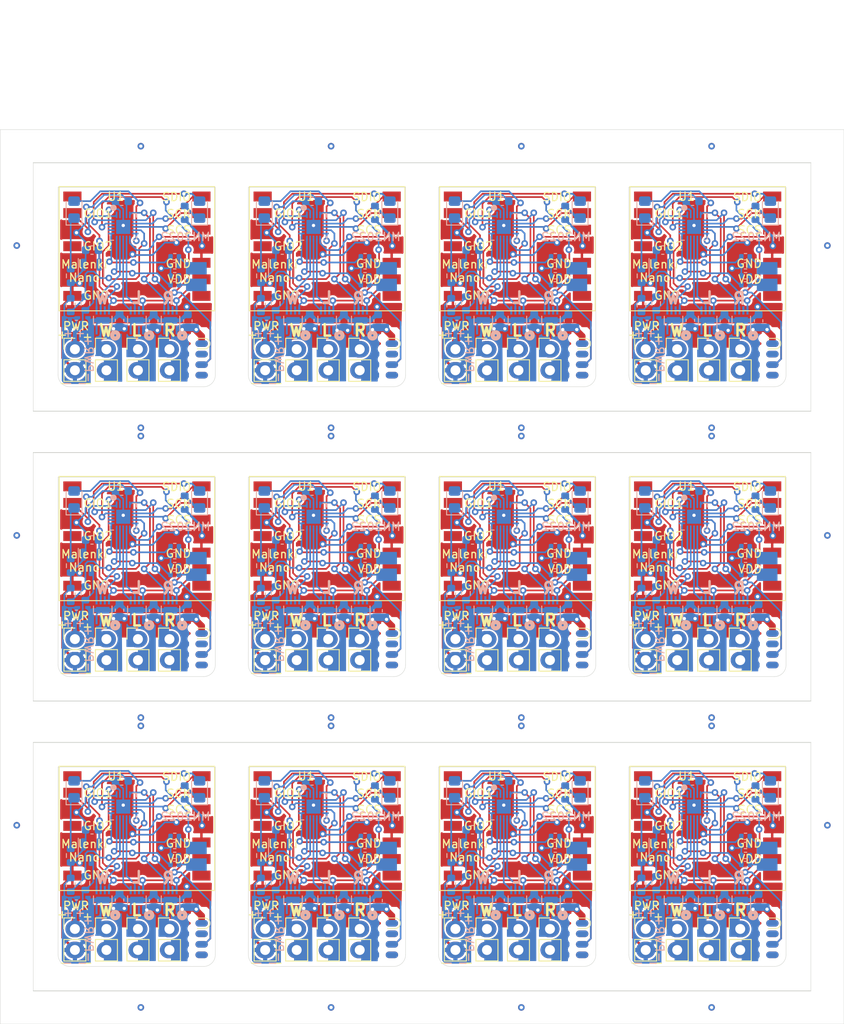
<source format=kicad_pcb>
(kicad_pcb (version 20211014) (generator pcbnew)
  (title_block (title "Malenki-nano2") (date "2019-11-07"))
  (layers (0 "F.Cu" signal) (31 "B.Cu" signal) (34 "B.Paste" user) (35 "F.Paste" user) (36 "B.SilkS" user "B.Silkscreen") (37 "F.SilkS" user "F.Silkscreen") (38 "B.Mask" user) (39 "F.Mask" user) (44 "Edge.Cuts" user))
  (net 0 "")
  (net 1 "GND")
  (net 2 "VBAT")
  (net 3 "BLINKY")
  (net 4 "Net-(D1-Pad1)")
  (net 5 "TXDEBUG")
  (net 6 "Net-(D2-Pad1)")
  (net 7 "UPDI")
  (net 8 "Net-(J5-Pad2)")
  (net 9 "Net-(J5-Pad1)")
  (net 10 "Net-(J6-Pad2)")
  (net 11 "Net-(J6-Pad1)")
  (net 12 "Net-(J7-Pad2)")
  (net 13 "Net-(J7-Pad1)")
  (net 16 "SPI_SCS")
  (net 17 "GIO1")
  (net 18 "SPI_SCK")
  (net 19 "SPI_SDIO")
  (net 20 "MOTOR1R")
  (net 21 "MOTOR2R")
  (net 22 "MOTOR2F")
  (net 25 "MOTOR3F")
  (net 26 "MOTOR3R")
  (net 27 "MOTOR1F")
  (net 28 "WEAPON2")
  (net 30 "VSENSE")
  (net 31 "VLOGIC")
  (net 32 "WEAPON3")
  (net 35 "/W2")
  (net 36 "/W3")
  (footprint "malenki-nano:PinHeader_1x02_P2.54mm_BIG1" (layer "F.Cu") (at 146.032 110.5239)
    (fp_text reference "J1" hide)
    (fp_text value "Conn_01x02_Male")
  )
  (footprint "malenki-nano:SOIC_clipProgSmall" (layer "F.Cu") (at 116.102 111.7439 90)
    (fp_text reference "J2" hide)
    (fp_text value "Conn_01x08_Male" hide)
  )
  (footprint "malenki-nano:PinHeader_1x02_P2.54mm_BIG1" (layer "F.Cu") (at 77.032 145.5239)
    (fp_text reference "J1" hide)
    (fp_text value "Conn_01x02_Male")
  )
  (footprint "malenki-nano:PinHeader_1x02_P2.54mm_BIG1" (layer "F.Cu") (at 134.462 75.5239)
    (fp_text reference "J7" hide)
    (fp_text value "Conn_01x02_Male")
  )
  (footprint "malenki-nano:PinHeader_1x02_P2.54mm_BIG1" (layer "F.Cu") (at 153.652 145.5239)
    (fp_text reference "J6" hide)
    (fp_text value "Conn_01x02_Male")
  )
  (footprint "malenki-nano:PinHeader_1x02_P2.54mm_BIG1" (layer "F.Cu") (at 130.652 145.5239)
    (fp_text reference "J6" hide)
    (fp_text value "Conn_01x02_Male")
  )
  (footprint "malenki-nano:PinHeader_1x02_P2.54mm_BIG1" (layer "F.Cu") (at 157.462 75.5239)
    (fp_text reference "J7" hide)
    (fp_text value "Conn_01x02_Male")
  )
  (footprint "malenki-nano:PinHeader_1x02_P2.54mm_BIG1" (layer "F.Cu") (at 80.842 145.5239)
    (fp_text reference "J5" hide)
    (fp_text value "Conn_01x02_Male")
  )
  (footprint "malenki-nano:PinHeader_1x02_P2.54mm_BIG1" (layer "F.Cu") (at 77.032 110.5239)
    (fp_text reference "J1" hide)
    (fp_text value "Conn_01x02_Male")
  )
  (footprint "malenki-nano:PinHeader_1x02_P2.54mm_BIG1" (layer "F.Cu") (at 123.032 110.5239)
    (fp_text reference "J1" hide)
    (fp_text value "Conn_01x02_Male")
  )
  (footprint "malenki-nano:SOIC_clipProgSmall" (layer "F.Cu") (at 93.102 76.7439 90)
    (fp_text reference "J2" hide)
    (fp_text value "Conn_01x08_Male" hide)
  )
  (footprint "malenki-nano:A7105-module" (layer "F.Cu") (at 153.525 133.0779 -90)
    (fp_text reference "U1")
    (fp_text value "A7105-MODULE")
  )
  (footprint "malenki-nano:PinHeader_1x02_P2.54mm_BIG1" (layer "F.Cu") (at 134.462 145.5239)
    (fp_text reference "J7" hide)
    (fp_text value "Conn_01x02_Male")
  )
  (footprint "malenki-nano:PinHeader_1x02_P2.54mm_BIG1" (layer "F.Cu") (at 80.842 110.5239)
    (fp_text reference "J5" hide)
    (fp_text value "Conn_01x02_Male")
  )
  (footprint "malenki-nano:PinHeader_1x02_P2.54mm_BIG1" (layer "F.Cu") (at 88.462 145.5239)
    (fp_text reference "J7" hide)
    (fp_text value "Conn_01x02_Male")
  )
  (footprint "malenki-nano:PinHeader_1x02_P2.54mm_BIG1" (layer "F.Cu") (at 130.652 110.5239)
    (fp_text reference "J6" hide)
    (fp_text value "Conn_01x02_Male")
  )
  (footprint "malenki-nano:SOIC_clipProgSmall" (layer "F.Cu") (at 93.102 146.7439 90)
    (fp_text reference "J2" hide)
    (fp_text value "Conn_01x08_Male" hide)
  )
  (footprint "malenki-nano:PinHeader_1x02_P2.54mm_BIG1" (layer "F.Cu") (at 146.032 75.5239)
    (fp_text reference "J1" hide)
    (fp_text value "Conn_01x02_Male")
  )
  (footprint "malenki-nano:PinHeader_1x02_P2.54mm_BIG1" (layer "F.Cu") (at 100.032 110.5239)
    (fp_text reference "J1" hide)
    (fp_text value "Conn_01x02_Male")
  )
  (footprint "malenki-nano:PinHeader_1x02_P2.54mm_BIG1" (layer "F.Cu") (at 130.652 75.5239)
    (fp_text reference "J6" hide)
    (fp_text value "Conn_01x02_Male")
  )
  (footprint "malenki-nano:PinHeader_1x02_P2.54mm_BIG1" (layer "F.Cu") (at 157.462 145.5239)
    (fp_text reference "J7" hide)
    (fp_text value "Conn_01x02_Male")
  )
  (footprint "malenki-nano:A7105-module" (layer "F.Cu") (at 153.525 63.0779 -90)
    (fp_text reference "U1")
    (fp_text value "A7105-MODULE")
  )
  (footprint "malenki-nano:PinHeader_1x02_P2.54mm_BIG1" (layer "F.Cu") (at 149.842 145.5239)
    (fp_text reference "J5" hide)
    (fp_text value "Conn_01x02_Male")
  )
  (footprint "malenki-nano:A7105-module" (layer "F.Cu") (at 130.525 98.0779 -90)
    (fp_text reference "U1")
    (fp_text value "A7105-MODULE")
  )
  (footprint "malenki-nano:PinHeader_1x02_P2.54mm_BIG1" (layer "F.Cu") (at 149.842 110.5239)
    (fp_text reference "J5" hide)
    (fp_text value "Conn_01x02_Male")
  )
  (footprint "malenki-nano:PinHeader_1x02_P2.54mm_BIG1" (layer "F.Cu") (at 146.032 145.5239)
    (fp_text reference "J1" hide)
    (fp_text value "Conn_01x02_Male")
  )
  (footprint "malenki-nano:PinHeader_1x02_P2.54mm_BIG1" (layer "F.Cu") (at 123.032 75.5239)
    (fp_text reference "J1" hide)
    (fp_text value "Conn_01x02_Male")
  )
  (footprint "malenki-nano:PinHeader_1x02_P2.54mm_BIG1" (layer "F.Cu") (at 123.032 145.5239)
    (fp_text reference "J1" hide)
    (fp_text value "Conn_01x02_Male")
  )
  (footprint "malenki-nano:A7105-module" (layer "F.Cu") (at 153.525 98.0779 -90)
    (fp_text reference "U1")
    (fp_text value "A7105-MODULE")
  )
  (footprint "malenki-nano:PinHeader_1x02_P2.54mm_BIG1" (layer "F.Cu") (at 111.462 75.5239)
    (fp_text reference "J7" hide)
    (fp_text value "Conn_01x02_Male")
  )
  (footprint "malenki-nano:A7105-module" (layer "F.Cu") (at 107.525 98.0779 -90)
    (fp_text reference "U1")
    (fp_text value "A7105-MODULE")
  )
  (footprint "malenki-nano:SOIC_clipProgSmall" (layer "F.Cu") (at 162.102 146.7439 90)
    (fp_text reference "J2" hide)
    (fp_text value "Conn_01x08_Male" hide)
  )
  (footprint "malenki-nano:SOIC_clipProgSmall" (layer "F.Cu") (at 116.102 146.7439 90)
    (fp_text reference "J2" hide)
    (fp_text value "Conn_01x08_Male" hide)
  )
  (footprint "malenki-nano:PinHeader_1x02_P2.54mm_BIG1" (layer "F.Cu") (at 84.652 145.5239)
    (fp_text reference "J6" hide)
    (fp_text value "Conn_01x02_Male")
  )
  (footprint "malenki-nano:A7105-module" (layer "F.Cu") (at 84.525 63.0779 -90)
    (fp_text reference "U1")
    (fp_text value "A7105-MODULE")
  )
  (footprint "malenki-nano:A7105-module" (layer "F.Cu") (at 107.525 63.0779 -90)
    (fp_text reference "U1")
    (fp_text value "A7105-MODULE")
  )
  (footprint "malenki-nano:PinHeader_1x02_P2.54mm_BIG1" (layer "F.Cu") (at 126.842 75.5239)
    (fp_text reference "J5" hide)
    (fp_text value "Conn_01x02_Male")
  )
  (footprint "malenki-nano:SOIC_clipProgSmall" (layer "F.Cu") (at 116.102 76.7439 90)
    (fp_text reference "J2" hide)
    (fp_text value "Conn_01x08_Male" hide)
  )
  (footprint "malenki-nano:PinHeader_1x02_P2.54mm_BIG1" (layer "F.Cu") (at 111.462 145.5239)
    (fp_text reference "J7" hide)
    (fp_text value "Conn_01x02_Male")
  )
  (footprint "malenki-nano:PinHeader_1x02_P2.54mm_BIG1" (layer "F.Cu") (at 88.462 110.5239)
    (fp_text reference "J7" hide)
    (fp_text value "Conn_01x02_Male")
  )
  (footprint "malenki-nano:PinHeader_1x02_P2.54mm_BIG1" (layer "F.Cu") (at 153.652 75.5239)
    (fp_text reference "J6" hide)
    (fp_text value "Conn_01x02_Male")
  )
  (footprint "malenki-nano:PinHeader_1x02_P2.54mm_BIG1" (layer "F.Cu") (at 103.842 75.5239)
    (fp_text reference "J5" hide)
    (fp_text value "Conn_01x02_Male")
  )
  (footprint "malenki-nano:PinHeader_1x02_P2.54mm_BIG1" (layer "F.Cu") (at 153.652 110.5239)
    (fp_text reference "J6" hide)
    (fp_text value "Conn_01x02_Male")
  )
  (footprint "malenki-nano:PinHeader_1x02_P2.54mm_BIG1" (layer "F.Cu") (at 126.842 145.5239)
    (fp_text reference "J5" hide)
    (fp_text value "Conn_01x02_Male")
  )
  (footprint "malenki-nano:SOIC_clipProgSmall" (layer "F.Cu") (at 93.102 111.7439 90)
    (fp_text reference "J2" hide)
    (fp_text value "Conn_01x08_Male" hide)
  )
  (footprint "malenki-nano:A7105-module" (layer "F.Cu") (at 84.525 133.0779 -90)
    (fp_text reference "U1")
    (fp_text value "A7105-MODULE")
  )
  (footprint "malenki-nano:PinHeader_1x02_P2.54mm_BIG1" (layer "F.Cu") (at 157.462 110.5239)
    (fp_text reference "J7" hide)
    (fp_text value "Conn_01x02_Male")
  )
  (footprint "malenki-nano:PinHeader_1x02_P2.54mm_BIG1" (layer "F.Cu") (at 107.652 145.5239)
    (fp_text reference "J6" hide)
    (fp_text value "Conn_01x02_Male")
  )
  (footprint "malenki-nano:PinHeader_1x02_P2.54mm_BIG1" (layer "F.Cu") (at 126.842 110.5239)
    (fp_text reference "J5" hide)
    (fp_text value "Conn_01x02_Male")
  )
  (footprint "malenki-nano:PinHeader_1x02_P2.54mm_BIG1" (layer "F.Cu") (at 134.462 110.5239)
    (fp_text reference "J7" hide)
    (fp_text value "Conn_01x02_Male")
  )
  (footprint "malenki-nano:PinHeader_1x02_P2.54mm_BIG1" (layer "F.Cu") (at 107.652 75.5239)
    (fp_text reference "J6" hide)
    (fp_text value "Conn_01x02_Male")
  )
  (footprint "malenki-nano:PinHeader_1x02_P2.54mm_BIG1" (layer "F.Cu") (at 100.032 75.5239)
    (fp_text reference "J1" hide)
    (fp_text value "Conn_01x02_Male")
  )
  (footprint "malenki-nano:SOIC_clipProgSmall" (layer "F.Cu") (at 139.102 111.7439 90)
    (fp_text reference "J2" hide)
    (fp_text value "Conn_01x08_Male" hide)
  )
  (footprint "malenki-nano:A7105-module" (layer "F.Cu") (at 130.525 63.0779 -90)
    (fp_text reference "U1")
    (fp_text value "A7105-MODULE")
  )
  (footprint "malenki-nano:SOIC_clipProgSmall" (layer "F.Cu") (at 139.102 146.7439 90)
    (fp_text reference "J2" hide)
    (fp_text value "Conn_01x08_Male" hide)
  )
  (footprint "malenki-nano:PinHeader_1x02_P2.54mm_BIG1" (layer "F.Cu") (at 84.652 110.5239)
    (fp_text reference "J6" hide)
    (fp_text value "Conn_01x02_Male")
  )
  (footprint "malenki-nano:SOIC_clipProgSmall" (layer "F.Cu") (at 162.102 76.7439 90)
    (fp_text reference "J2" hide)
    (fp_text value "Conn_01x08_Male" hide)
  )
  (footprint "malenki-nano:A7105-module" (layer "F.Cu") (at 84.525 98.0779 -90)
    (fp_text reference "U1")
    (fp_text value "A7105-MODULE")
  )
  (footprint "malenki-nano:PinHeader_1x02_P2.54mm_BIG1" (layer "F.Cu") (at 88.462 75.5239)
    (fp_text reference "J7" hide)
    (fp_text value "Conn_01x02_Male")
  )
  (footprint "malenki-nano:PinHeader_1x02_P2.54mm_BIG1" (layer "F.Cu") (at 100.032 145.5239)
    (fp_text reference "J1" hide)
    (fp_text value "Conn_01x02_Male")
  )
  (footprint "malenki-nano:PinHeader_1x02_P2.54mm_BIG1" (layer "F.Cu") (at 84.652 75.5239)
    (fp_text reference "J6" hide)
    (fp_text value "Conn_01x02_Male")
  )
  (footprint "malenki-nano:PinHeader_1x02_P2.54mm_BIG1" (layer "F.Cu") (at 80.842 75.5239)
    (fp_text reference "J5" hide)
    (fp_text value "Conn_01x02_Male")
  )
  (footprint "malenki-nano:PinHeader_1x02_P2.54mm_BIG1" (layer "F.Cu") (at 149.842 75.5239)
    (fp_text reference "J5" hide)
    (fp_text value "Conn_01x02_Male")
  )
  (footprint "malenki-nano:PinHeader_1x02_P2.54mm_BIG1" (layer "F.Cu") (at 77.032 75.5239)
    (fp_text reference "J1" hide)
    (fp_text value "Conn_01x02_Male")
  )
  (footprint "malenki-nano:PinHeader_1x02_P2.54mm_BIG1" (layer "F.Cu") (at 103.842 110.5239)
    (fp_text reference "J5" hide)
    (fp_text value "Conn_01x02_Male")
  )
  (footprint "malenki-nano:PinHeader_1x02_P2.54mm_BIG1" (layer "F.Cu") (at 111.462 110.5239)
    (fp_text reference "J7" hide)
    (fp_text value "Conn_01x02_Male")
  )
  (footprint "malenki-nano:SOIC_clipProgSmall" (layer "F.Cu") (at 162.102 111.7439 90)
    (fp_text reference "J2" hide)
    (fp_text value "Conn_01x08_Male" hide)
  )
  (footprint "malenki-nano:A7105-module" (layer "F.Cu") (at 130.525 133.0779 -90)
    (fp_text reference "U1")
    (fp_text value "A7105-MODULE")
  )
  (footprint "malenki-nano:SOIC_clipProgSmall" (layer "F.Cu") (at 139.102 76.7439 90)
    (fp_text reference "J2" hide)
    (fp_text value "Conn_01x08_Male" hide)
  )
  (footprint "malenki-nano:A7105-module" (layer "F.Cu") (at 107.525 133.0779 -90)
    (fp_text reference "U1")
    (fp_text value "A7105-MODULE")
  )
  (footprint "malenki-nano:PinHeader_1x02_P2.54mm_BIG1" (layer "F.Cu") (at 107.652 110.5239)
    (fp_text reference "J6" hide)
    (fp_text value "Conn_01x02_Male")
  )
  (footprint "malenki-nano:PinHeader_1x02_P2.54mm_BIG1" (layer "F.Cu") (at 103.842 145.5239)
    (fp_text reference "J5" hide)
    (fp_text value "Conn_01x02_Male")
  )
  (footprint "Package_DFN_QFN:VQFN-20-1EP_3x3mm_P0.4mm_EP1.7x1.7mm" (layer "B.Cu") (at 128.874 95.7439 -90)
    (fp_text reference "U3" hide)
    (fp_text value "ATtiny1616-M")
  )
  (footprint "Package_TO_SOT_SMD:SOT-23" (layer "B.Cu") (at 148.002 136.2439 -90)
    (fp_text reference "U2" hide)
    (fp_text value "AIC1734-33GUTR")
  )
  (footprint "LED_SMD:LED_0805_2012Metric_Pad1.15x1.40mm_HandSolder" (layer "B.Cu") (at 161.102 58.6609 90)
    (fp_text reference "D2" hide)
    (fp_text value "LED Red")
  )
  (footprint "malenki-nano:WSON-8-1EP_2x2mm_P0.5mm_HAND1" (layer "B.Cu") (at 88.589 72.0314 90)
    (fp_text reference "U7" hide)
    (fp_text value "DRV8837DSGR")
  )
  (footprint "Capacitor_SMD:C_0603_1608Metric" (layer "B.Cu") (at 105.4295 107.0314 90)
    (fp_text reference "C5" hide)
    (fp_text value "10uF 25V")
  )
  (footprint "malenki-nano:WSON-8-1EP_2x2mm_P0.5mm_HAND1" (layer "B.Cu") (at 157.589 72.0314 90)
    (fp_text reference "U7" hide)
    (fp_text value "DRV8837DSGR")
  )
  (footprint "malenki-nano:wirepad_2" (layer "B.Cu") (at 137.713323 101.7449 -90)
    (fp_text reference "J3" hide)
    (fp_text value "Conn_01x02")
  )
  (footprint "Package_DFN_QFN:VQFN-20-1EP_3x3mm_P0.4mm_EP1.7x1.7mm" (layer "B.Cu") (at 151.874 60.7439 -90)
    (fp_text reference "U3" hide)
    (fp_text value "ATtiny1616-M")
  )
  (footprint "LED_SMD:LED_0805_2012Metric_Pad1.15x1.40mm_HandSolder" (layer "B.Cu") (at 145.929 128.6609 90)
    (fp_text reference "D1" hide)
    (fp_text value "LED Blue")
  )
  (footprint "Package_TO_SOT_SMD:SOT-23" (layer "B.Cu") (at 79.002 136.2439 -90)
    (fp_text reference "U2" hide)
    (fp_text value "AIC1734-33GUTR")
  )
  (footprint "malenki-nano:WSON-8-1EP_2x2mm_P0.5mm_HAND1" (layer "B.Cu") (at 84.525 72.0314 90)
    (fp_text reference "U6" hide)
    (fp_text value "DRV8837DSGR")
  )
  (footprint "malenki-nano:WSON-8-1EP_2x2mm_P0.5mm_HAND1" (layer "B.Cu") (at 149.3975 107.0314 90)
    (fp_text reference "U5" hide)
    (fp_text value "DRV8837DSGR")
  )
  (footprint "Resistor_SMD:R_0603_1608Metric" (layer "B.Cu") (at 122.524 140.1899 90)
    (fp_text reference "R4" hide)
    (fp_text value "10k")
  )
  (footprint "Resistor_SMD:R_0402_1005Metric" (layer "B.Cu") (at 89.102 100.4439)
    (fp_text reference "R8" hide)
    (fp_text value "10k")
  )
  (footprint "Resistor_SMD:R_0402_1005Metric" (layer "B.Cu") (at 158.102 135.4439)
    (fp_text reference "R8" hide)
    (fp_text value "10k")
  )
  (footprint "malenki-nano:WSON-8-1EP_2x2mm_P0.5mm_HAND1" (layer "B.Cu") (at 157.589 107.0314 90)
    (fp_text reference "U7" hide)
    (fp_text value "DRV8837DSGR")
  )
  (footprint "Resistor_SMD:R_0603_1608Metric" (layer "B.Cu") (at 113.302 129.0439 -90)
    (fp_text reference "R2" hide)
    (fp_text value "220R")
  )
  (footprint "Capacitor_SMD:C_0603_1608Metric" (layer "B.Cu") (at 146.202 107.5394 180)
    (fp_text reference "C2" hide)
    (fp_text value "10uF 25V")
  )
  (footprint "Resistor_SMD:R_0402_1005Metric" (layer "B.Cu") (at 112.102 102.7439 180)
    (fp_text reference "R5" hide)
    (fp_text value "470R")
  )
  (footprint "Capacitor_SMD:C_0603_1608Metric" (layer "B.Cu") (at 128.4295 142.0314 90)
    (fp_text reference "C5" hide)
    (fp_text value "10uF 25V")
  )
  (footprint "LED_SMD:LED_0805_2012Metric_Pad1.15x1.40mm_HandSolder" (layer "B.Cu") (at 92.102 128.6609 90)
    (fp_text reference "D2" hide)
    (fp_text value "LED Red")
  )
  (footprint "Capacitor_SMD:C_0603_1608Metric" (layer "B.Cu") (at 77.202 72.5394 180)
    (fp_text reference "C2" hide)
    (fp_text value "10uF 25V")
  )
  (footprint "Capacitor_SMD:C_0603_1608Metric" (layer "B.Cu") (at 100.202 142.5394 180)
    (fp_text reference "C2" hide)
    (fp_text value "10uF 25V")
  )
  (footprint "Capacitor_SMD:C_0603_1608Metric" (layer "B.Cu") (at 79.102 98.5439 180)
    (fp_text reference "C3" hide)
    (fp_text value "10uF 25V")
  )
  (footprint "Resistor_SMD:R_0402_1005Metric" (layer "B.Cu") (at 135.102 102.7439 180)
    (fp_text reference "R5" hide)
    (fp_text value "470R")
  )
  (footprint "LED_SMD:LED_0805_2012Metric_Pad1.15x1.40mm_HandSolder" (layer "B.Cu") (at 99.929 93.6609 90)
    (fp_text reference "D1" hide)
    (fp_text value "LED Blue")
  )
  (footprint "Resistor_SMD:R_0603_1608Metric" (layer "B.Cu") (at 99.524 66.6594 -90)
    (fp_text reference "R1" hide)
    (fp_text value "220R")
  )
  (footprint "malenki-nano:WSON-8-1EP_2x2mm_P0.5mm_HAND1" (layer "B.Cu") (at 107.525 107.0314 90)
    (fp_text reference "U6" hide)
    (fp_text value "DRV8837DSGR")
  )
  (footprint "Resistor_SMD:R_0603_1608Metric" (layer "B.Cu") (at 101.302 69.9994 90)
    (fp_text reference "R3" hide)
    (fp_text value "33k")
  )
  (footprint "Package_TO_SOT_SMD:SOT-23" (layer "B.Cu") (at 102.002 101.2439 -90)
    (fp_text reference "U2" hide)
    (fp_text value "AIC1734-33GUTR")
  )
  (footprint "Resistor_SMD:R_0603_1608Metric" (layer "B.Cu") (at 101.302 139.9994 90)
    (fp_text reference "R3" hide)
    (fp_text value "33k")
  )
  (footprint "Capacitor_SMD:C_0603_1608Metric" (layer "B.Cu") (at 128.4295 72.0314 90)
    (fp_text reference "C5" hide)
    (fp_text value "10uF 25V")
  )
  (footprint "Resistor_SMD:R_0402_1005Metric" (layer "B.Cu") (at 158.102 100.4439)
    (fp_text reference "R8" hide)
    (fp_text value "10k")
  )
  (footprint "malenki-nano:WSON-8-1EP_2x2mm_P0.5mm_HAND1" (layer "B.Cu") (at 134.589 72.0314 90)
    (fp_text reference "U7" hide)
    (fp_text value "DRV8837DSGR")
  )
  (footprint "Capacitor_SMD:C_0603_1608Metric" (layer "B.Cu") (at 136.6845 72.0949 90)
    (fp_text reference "C7" hide)
    (fp_text value "10uF 25V")
  )
  (footprint "malenki-nano:WSON-8-1EP_2x2mm_P0.5mm_HAND1" (layer "B.Cu") (at 126.3975 107.0314 90)
    (fp_text reference "U5" hide)
    (fp_text value "DRV8837DSGR")
  )
  (footprint "Resistor_SMD:R_0402_1005Metric" (layer "B.Cu") (at 135.102 65.4439)
    (fp_text reference "R8" hide)
    (fp_text value "10k")
  )
  (footprint "malenki-nano:wirepad_2" (layer "B.Cu") (at 160.713323 101.7449 -90)
    (fp_text reference "J3" hide)
    (fp_text value "Conn_01x02")
  )
  (footprint "LED_SMD:LED_0805_2012Metric_Pad1.15x1.40mm_HandSolder" (layer "B.Cu") (at 145.929 58.6609 90)
    (fp_text reference "D1" hide)
    (fp_text value "LED Blue")
  )
  (footprint "Capacitor_SMD:C_0603_1608Metric" (layer "B.Cu") (at 128.702 57.6439 180)
    (fp_text reference "C4" hide)
    (fp_text value "0.1uF")
  )
  (footprint "Resistor_SMD:R_0603_1608Metric" (layer "B.Cu") (at 147.302 139.9994 90)
    (fp_text reference "R3" hide)
    (fp_text value "33k")
  )
  (footprint "Resistor_SMD:R_0402_1005Metric" (layer "B.Cu") (at 112.102 134.3439 180)
    (fp_text reference "R6" hide)
    (fp_text value "470R")
  )
  (footprint "Capacitor_SMD:C_0603_1608Metric" (layer "B.Cu") (at 86.557 107.0949 90)
    (fp_text reference "C6" hide)
    (fp_text value "10uF 25V")
  )
  (footprint "Resistor_SMD:R_0603_1608Metric" (layer "B.Cu") (at 101.302 104.9994 90)
    (fp_text reference "R3" hide)
    (fp_text value "33k")
  )
  (footprint "Resistor_SMD:R_0402_1005Metric" (layer "B.Cu") (at 89.102 135.4439)
    (fp_text reference "R8" hide)
    (fp_text value "10k")
  )
  (footprint "Resistor_SMD:R_0603_1608Metric" (layer "B.Cu") (at 122.524 70.1899 90)
    (fp_text reference "R4" hide)
    (fp_text value "10k")
  )
  (footprint "Capacitor_SMD:C_0603_1608Metric" (layer "B.Cu") (at 82.4295 142.0314 90)
    (fp_text reference "C5" hide)
    (fp_text value "10uF 25V")
  )
  (footprint "Capacitor_SMD:C_0603_1608Metric" (layer "B.Cu") (at 136.6845 107.0949 90)
    (fp_text reference "C7" hide)
    (fp_text value "10uF 25V")
  )
  (footprint "Capacitor_SMD:C_0603_1608Metric" (layer "B.Cu") (at 82.702 57.6439 180)
    (fp_text reference "C4" hide)
    (fp_text value "0.1uF")
  )
  (footprint "Capacitor_SMD:C_0603_1608Metric" (layer "B.Cu") (at 136.6845 142.0949 90)
    (fp_text reference "C7" hide)
    (fp_text value "10uF 25V")
  )
  (footprint "Capacitor_SMD:C_0603_1608Metric" (layer "B.Cu") (at 125.102 98.5439 180)
    (fp_text reference "C3" hide)
    (fp_text value "10uF 25V")
  )
  (footprint "Capacitor_SMD:C_0603_1608Metric" (layer "B.Cu") (at 151.702 57.6439 180)
    (fp_text reference "C4" hide)
    (fp_text value "0.1uF")
  )
  (footprint "LED_SMD:LED_0805_2012Metric_Pad1.15x1.40mm_HandSolder" (layer "B.Cu") (at 138.102 93.6609 90)
    (fp_text reference "D2" hide)
    (fp_text value "LED Red")
  )
  (footprint "Capacitor_SMD:C_0603_1608Metric" (layer "B.Cu") (at 79.102 63.5439 180)
    (fp_text reference "C3" hide)
    (fp_text value "10uF 25V")
  )
  (footprint "Resistor_SMD:R_0402_1005Metric" (layer "B.Cu") (at 158.102 134.3439 180)
    (fp_text reference "R6" hide)
    (fp_text value "470R")
  )
  (footprint "LED_SMD:LED_0805_2012Metric_Pad1.15x1.40mm_HandSolder" (layer "B.Cu") (at 99.929 128.6609 90)
    (fp_text reference "D1" hide)
    (fp_text value "LED Blue")
  )
  (footprint "LED_SMD:LED_0805_2012Metric_Pad1.15x1.40mm_HandSolder" (layer "B.Cu") (at 145.929 93.6609 90)
    (fp_text reference "D1" hide)
    (fp_text value "LED Blue")
  )
  (footprint "Capacitor_SMD:C_0603_1608Metric" (layer "B.Cu") (at 105.4295 72.0314 90)
    (fp_text reference "C5" hide)
    (fp_text value "10uF 25V")
  )
  (footprint "Capacitor_SMD:C_0603_1608Metric" (layer "B.Cu") (at 109.557 72.0949 90)
    (fp_text reference "C6" hide)
    (fp_text value "10uF 25V")
  )
  (footprint "malenki-nano:WSON-8-1EP_2x2mm_P0.5mm_HAND1" (layer "B.Cu") (at 149.3975 72.0314 90)
    (fp_text reference "U5" hide)
    (fp_text value "DRV8837DSGR")
  )
  (footprint "malenki-nano:wirepad_2" (layer "B.Cu") (at 91.713323 136.7449 -90)
    (fp_text reference "J3" hide)
    (fp_text value "Conn_01x02")
  )
  (footprint "malenki-nano:WSON-8-1EP_2x2mm_P0.5mm_HAND1" (layer "B.Cu") (at 84.525 107.0314 90)
    (fp_text reference "U6" hide)
    (fp_text value "DRV8837DSGR")
  )
  (footprint "LED_SMD:LED_0805_2012Metric_Pad1.15x1.40mm_HandSolder" (layer "B.Cu") (at 92.102 58.6609 90)
    (fp_text reference "D2" hide)
    (fp_text value "LED Red")
  )
  (footprint "Capacitor_SMD:C_0603_1608Metric" (layer "B.Cu") (at 123.202 72.5394 180)
    (fp_text reference "C2" hide)
    (fp_text value "10uF 25V")
  )
  (footprint "malenki-nano:WSON-8-1EP_2x2mm_P0.5mm_HAND1" (layer "B.Cu") (at 84.525 142.0314 90)
    (fp_text reference "U6" hide)
    (fp_text value "DRV8837DSGR")
  )
  (footprint "Package_TO_SOT_SMD:SOT-23" (layer "B.Cu") (at 79.002 101.2439 -90)
    (fp_text reference "U2" hide)
    (fp_text value "AIC1734-33GUTR")
  )
  (footprint "Resistor_SMD:R_0603_1608Metric" (layer "B.Cu") (at 145.524 70.1899 90)
    (fp_text reference "R4" hide)
    (fp_text value "10k")
  )
  (footprint "malenki-nano:wirepad_2" (layer "B.Cu") (at 114.713323 101.7449 -90)
    (fp_text reference "J3" hide)
    (fp_text value "Conn_01x02")
  )
  (footprint "Resistor_SMD:R_0402_1005Metric" (layer "B.Cu") (at 158.102 101.6439)
    (fp_text reference "R7" hide)
    (fp_text value "10k")
  )
  (footprint "Resistor_SMD:R_0402_1005Metric" (layer "B.Cu") (at 158.102 64.3439 180)
    (fp_text reference "R6" hide)
    (fp_text value "470R")
  )
  (footprint "malenki-nano:WSON-8-1EP_2x2mm_P0.5mm_HAND1" (layer "B.Cu") (at 80.3975 142.0314 90)
    (fp_text reference "U5" hide)
    (fp_text value "DRV8837DSGR")
  )
  (footprint "malenki-nano:wirepad_2" (layer "B.Cu") (at 160.713323 66.7449 -90)
    (fp_text reference "J3" hide)
    (fp_text value "Conn_01x02")
  )
  (footprint "Resistor_SMD:R_0402_1005Metric" (layer "B.Cu") (at 112.102 67.7439 180)
    (fp_text reference "R5" hide)
    (fp_text value "470R")
  )
  (footprint "malenki-nano:WSON-8-1EP_2x2mm_P0.5mm_HAND1" (layer "B.Cu") (at 103.3975 107.0314 90)
    (fp_text reference "U5" hide)
    (fp_text value "DRV8837DSGR")
  )
  (footprint "Resistor_SMD:R_0603_1608Metric" (layer "B.Cu") (at 159.302 94.0439 -90)
    (fp_text reference "R2" hide)
    (fp_text value "220R")
  )
  (footprint "Resistor_SMD:R_0603_1608Metric" (layer "B.Cu") (at 145.524 66.6594 -90)
    (fp_text reference "R1" hide)
    (fp_text value "220R")
  )
  (footprint "Capacitor_SMD:C_0603_1608Metric" (layer "B.Cu") (at 159.6845 72.0949 90)
    (fp_text reference "C7" hide)
    (fp_text value "10uF 25V")
  )
  (footprint "Capacitor_SMD:C_0603_1608Metric" (layer "B.Cu") (at 148.102 63.5439 180)
    (fp_text reference "C3" hide)
    (fp_text value "10uF 25V")
  )
  (footprint "Resistor_SMD:R_0402_1005Metric" (layer "B.Cu") (at 89.102 134.3439 180)
    (fp_text reference "R6" hide)
    (fp_text value "470R")
  )
  (footprint "Resistor_SMD:R_0402_1005Metric" (layer "B.Cu") (at 158.102 67.7439 180)
    (fp_text reference "R5" hide)
    (fp_text value "470R")
  )
  (footprint "Resistor_SMD:R_0603_1608Metric" (layer "B.Cu") (at 159.302 59.0439 -90)
    (fp_text reference "R2" hide)
    (fp_text value "220R")
  )
  (footprint "Resistor_SMD:R_0603_1608Metric" (layer "B.Cu") (at 78.302 139.9994 90)
    (fp_text reference "R3" hide)
    (fp_text value "33k")
  )
  (footprint "Resistor_SMD:R_0603_1608Metric" (layer "B.Cu") (at 159.302 129.0439 -90)
    (fp_text reference "R2" hide)
    (fp_text value "220R")
  )
  (footprint "Package_DFN_QFN:VQFN-20-1EP_3x3mm_P0.4mm_EP1.7x1.7mm" (layer "B.Cu") (at 151.874 95.7439 -90)
    (fp_text reference "U3" hide)
    (fp_text value "ATtiny1616-M")
  )
  (footprint "Capacitor_SMD:C_0603_1608Metric" (layer "B.Cu") (at 159.6845 142.0949 90)
    (fp_text reference "C7" hide)
    (fp_text value "10uF 25V")
  )
  (footprint "Resistor_SMD:R_0603_1608Metric" (layer "B.Cu") (at 122.524 136.6594 -90)
    (fp_text reference "R1" hide)
    (fp_text value "220R")
  )
  (footprint "Resistor_SMD:R_0402_1005Metric" (layer "B.Cu") (at 89.102 102.7439 180)
    (fp_text reference "R5" hide)
    (fp_text value "470R")
  )
  (footprint "LED_SMD:LED_0805_2012Metric_Pad1.15x1.40mm_HandSolder" (layer "B.Cu") (at 138.102 58.6609 90)
    (fp_text reference "D2" hide)
    (fp_text value "LED Red")
  )
  (footprint "Resistor_SMD:R_0603_1608Metric" (layer "B.Cu") (at 90.302 94.0439 -90)
    (fp_text reference "R2" hide)
    (fp_text value "220R")
  )
  (footprint "Resistor_SMD:R_0603_1608Metric" (layer "B.Cu") (at 122.524 105.1899 90)
    (fp_text reference "R4" hide)
    (fp_text value "10k")
  )
  (footprint "Resistor_SMD:R_0402_1005Metric" (layer "B.Cu") (at 135.102 101.6439)
    (fp_text reference "R7" hide)
    (fp_text value "10k")
  )
  (footprint "Resistor_SMD:R_0603_1608Metric" (layer "B.Cu") (at 99.524 140.1899 90)
    (fp_text reference "R4" hide)
    (fp_text value "10k")
  )
  (footprint "Package_DFN_QFN:VQFN-20-1EP_3x3mm_P0.4mm_EP1.7x1.7mm" (layer "B.Cu") (at 105.874 130.7439 -90)
    (fp_text reference "U3" hide)
    (fp_text value "ATtiny1616-M")
  )
  (footprint "Capacitor_SMD:C_0603_1608Metric" (layer "B.Cu") (at 82.702 92.6439 180)
    (fp_text reference "C4" hide)
    (fp_text value "0.1uF")
  )
  (footprint "Resistor_SMD:R_0402_1005Metric" (layer "B.Cu") (at 158.102 66.6439)
    (fp_text reference "R7" hide)
    (fp_text value "10k")
  )
  (footprint "Capacitor_SMD:C_0603_1608Metric" (layer "B.Cu") (at 79.102 133.5439 180)
    (fp_text reference "C3" hide)
    (fp_text value "10uF 25V")
  )
  (footprint "Resistor_SMD:R_0402_1005Metric" (layer "B.Cu") (at 89.102 101.6439)
    (fp_text reference "R7" hide)
    (fp_text value "10k")
  )
  (footprint "Resistor_SMD:R_0603_1608Metric" (layer "B.Cu") (at 145.524 105.1899 90)
    (fp_text reference "R4" hide)
    (fp_text value "10k")
  )
  (footprint "LED_SMD:LED_0805_2012Metric_Pad1.15x1.40mm_HandSolder" (layer "B.Cu") (at 76.929 93.6609 90)
    (fp_text reference "D1" hide)
    (fp_text value "LED Blue")
  )
  (footprint "LED_SMD:LED_0805_2012Metric_Pad1.15x1.40mm_HandSolder" (layer "B.Cu") (at 161.102 128.6609 90)
    (fp_text reference "D2" hide)
    (fp_text value "LED Red")
  )
  (footprint "Capacitor_SMD:C_0603_1608Metric" (layer "B.Cu") (at 109.557 142.0949 90)
    (fp_text reference "C6" hide)
    (fp_text value "10uF 25V")
  )
  (footprint "malenki-nano:wirepad_2" (layer "B.Cu") (at 137.713323 66.7449 -90)
    (fp_text reference "J3" hide)
    (fp_text value "Conn_01x02")
  )
  (footprint "malenki-nano:wirepad_2" (layer "B.Cu") (at 91.713323 66.7449 -90)
    (fp_text reference "J3" hide)
    (fp_text value "Conn_01x02")
  )
  (footprint "malenki-nano:WSON-8-1EP_2x2mm_P0.5mm_HAND1" (layer "B.Cu") (at 134.589 107.0314 90)
    (fp_text reference "U7" hide)
    (fp_text value "DRV8837DSGR")
  )
  (footprint "malenki-nano:WSON-8-1EP_2x2mm_P0.5mm_HAND1" (layer "B.Cu") (at 134.589 142.0314 90)
    (fp_text reference "U7" hide)
    (fp_text value "DRV8837DSGR")
  )
  (footprint "LED_SMD:LED_0805_2012Metric_Pad1.15x1.40mm_HandSolder" (layer "B.Cu") (at 76.929 58.6609 90)
    (fp_text reference "D1" hide)
    (fp_text value "LED Blue")
  )
  (footprint "Capacitor_SMD:C_0603_1608Metric" (layer "B.Cu") (at 148.102 98.5439 180)
    (fp_text reference "C3" hide)
    (fp_text value "10uF 25V")
  )
  (footprint "LED_SMD:LED_0805_2012Metric_Pad1.15x1.40mm_HandSolder" (layer "B.Cu") (at 138.102 128.6609 90)
    (fp_text reference "D2" hide)
    (fp_text value "LED Red")
  )
  (footprint "Resistor_SMD:R_0402_1005Metric" (layer "B.Cu") (at 158.102 137.7439 180)
    (fp_text reference "R5" hide)
    (fp_text value "470R")
  )
  (footprint "Capacitor_SMD:C_0603_1608Metric" (layer "B.Cu") (at 105.702 92.6439 180)
    (fp_text reference "C4" hide)
    (fp_text value "0.1uF")
  )
  (footprint "Capacitor_SMD:C_0603_1608Metric" (layer "B.Cu") (at 155.557 142.0949 90)
    (fp_text reference "C6" hide)
    (fp_text value "10uF 25V")
  )
  (footprint "Resistor_SMD:R_0603_1608Metric" (layer "B.Cu") (at 113.302 94.0439 -90)
    (fp_text reference "R2" hide)
    (fp_text value "220R")
  )
  (footprint "Resistor_SMD:R_0402_1005Metric" (layer "B.Cu") (at 158.102 102.7439 180)
    (fp_text reference "R5" hide)
    (fp_text value "470R")
  )
  (footprint "Capacitor_SMD:C_0603_1608Metric" (layer "B.Cu") (at 102.102 63.5439 180)
    (fp_text reference "C3" hide)
    (fp_text value "10uF 25V")
  )
  (footprint "malenki-nano:wirepad_2" (layer "B.Cu") (at 137.713323 136.7449 -90)
    (fp_text reference "J3" hide)
    (fp_text value "Conn_01x02")
  )
  (footprint "Capacitor_SMD:C_0603_1608Metric" (layer "B.Cu") (at 77.202 107.5394 180)
    (fp_text reference "C2" hide)
    (fp_text value "10uF 25V")
  )
  (footprint "Package_TO_SOT_SMD:SOT-23" (layer "B.Cu") (at 148.002 66.2439 -90)
    (fp_text reference "U2" hide)
    (fp_text value "AIC1734-33GUTR")
  )
  (footprint "Resistor_SMD:R_0603_1608Metric" (layer "B.Cu") (at 76.524 140.1899 90)
    (fp_text reference "R4" hide)
    (fp_text value "10k")
  )
  (footprint "malenki-nano:WSON-8-1EP_2x2mm_P0.5mm_HAND1" (layer "B.Cu") (at 103.3975 72.0314 90)
    (fp_text reference "U5" hide)
    (fp_text value "DRV8837DSGR")
  )
  (footprint "Capacitor_SMD:C_0603_1608Metric" (layer "B.Cu") (at 132.557 72.0949 90)
    (fp_text reference "C6" hide)
    (fp_text value "10uF 25V")
  )
  (footprint "Resistor_SMD:R_0402_1005Metric" (layer "B.Cu") (at 158.102 136.6439)
    (fp_text reference "R7" hide)
    (fp_text value "10k")
  )
  (footprint "LED_SMD:LED_0805_2012Metric_Pad1.15x1.40mm_HandSolder" (layer "B.Cu") (at 115.102 93.6609 90)
    (fp_text reference "D2" hide)
    (fp_text value "LED Red")
  )
  (footprint "LED_SMD:LED_0805_2012Metric_Pad1.15x1.40mm_HandSolder" (layer "B.Cu") (at 115.102 128.6609 90)
    (fp_text reference "D2" hide)
    (fp_text value "LED Red")
  )
  (footprint "Resistor_SMD:R_0603_1608Metric" (layer "B.Cu") (at 145.524 101.6594 -90)
    (fp_text reference "R1" hide)
    (fp_text value "220R")
  )
  (footprint "malenki-nano:WSON-8-1EP_2x2mm_P0.5mm_HAND1" (layer "B.Cu") (at 130.525 142.0314 90)
    (fp_text reference "U6" hide)
    (fp_text value "DRV8837DSGR")
  )
  (footprint "malenki-nano:WSON-8-1EP_2x2mm_P0.5mm_HAND1" (layer "B.Cu") (at 157.589 142.0314 90)
    (fp_text reference "U7" hide)
    (fp_text value "DRV8837DSGR")
  )
  (footprint "Resistor_SMD:R_0402_1005Metric" (layer "B.Cu") (at 112.102 101.6439)
    (fp_text reference "R7" hide)
    (fp_text value "10k")
  )
  (footprint "Capacitor_SMD:C_0603_1608Metric" (layer "B.Cu") (at 109.557 107.0949 90)
    (fp_text reference "C6" hide)
    (fp_text value "10uF 25V")
  )
  (footprint "Resistor_SMD:R_0603_1608Metric" (layer "B.Cu") (at 147.302 69.9994 90)
    (fp_text reference "R3" hide)
    (fp_text value "33k")
  )
  (footprint "Resistor_SMD:R_0603_1608Metric" (layer "B.Cu") (at 90.302 59.0439 -90)
    (fp_text reference "R2" hide)
    (fp_text value "220R")
  )
  (footprint "Capacitor_SMD:C_0603_1608Metric" (layer "B.Cu") (at 128.4295 107.0314 90)
    (fp_text reference "C5" hide)
    (fp_text value "10uF 25V")
  )
  (footprint "Capacitor_SMD:C_0603_1608Metric" (layer "B.Cu") (at 132.557 142.0949 90)
    (fp_text reference "C6" hide)
    (fp_text value "10uF 25V")
  )
  (footprint "malenki-nano:WSON-8-1EP_2x2mm_P0.5mm_HAND1" (layer "B.Cu") (at 107.525 142.0314 90)
    (fp_text reference "U6" hide)
    (fp_text value "DRV8837DSGR")
  )
  (footprint "Resistor_SMD:R_0603_1608Metric" (layer "B.Cu") (at 122.524 101.6594 -90)
    (fp_text reference "R1" hide)
    (fp_text value "220R")
  )
  (footprint "Package_TO_SOT_SMD:SOT-23" (layer "B.Cu") (at 125.002 136.2439 -90)
    (fp_text reference "U2" hide)
    (fp_text value "AIC1734-33GUTR")
  )
  (footprint "Capacitor_SMD:C_0603_1608Metric" (layer "B.Cu") (at 132.557 107.0949 90)
    (fp_text reference "C6" hide)
    (fp_text value "10uF 25V")
  )
  (footprint "LED_SMD:LED_0805_2012Metric_Pad1.15x1.40mm_HandSolder" (layer "B.Cu") (at 76.929 128.6609 90)
    (fp_text reference "D1" hide)
    (fp_text value "LED Blue")
  )
  (footprint "Capacitor_SMD:C_0603_1608Metric" (layer "B.Cu") (at 105.702 57.6439 180)
    (fp_text reference "C4" hide)
    (fp_text value "0.1uF")
  )
  (footprint "Resistor_SMD:R_0402_1005Metric" (layer "B.Cu") (at 135.102 67.7439 180)
    (fp_text reference "R5" hide)
    (fp_text value "470R")
  )
  (footprint "Resistor_SMD:R_0402_1005Metric" (layer "B.Cu") (at 112.102 66.6439)
    (fp_text reference "R7" hide)
    (fp_text value "10k")
  )
  (footprint "Resistor_SMD:R_0603_1608Metric" (layer "B.Cu") (at 145.524 136.6594 -90)
    (fp_text reference "R1" hide)
    (fp_text value "220R")
  )
  (footprint "Package_DFN_QFN:VQFN-20-1EP_3x3mm_P0.4mm_EP1.7x1.7mm" (layer "B.Cu") (at 151.874 130.7439 -90)
    (fp_text reference "U3" hide)
    (fp_text value "ATtiny1616-M")
  )
  (footprint "Resistor_SMD:R_0603_1608Metric" (layer "B.Cu") (at 145.524 140.1899 90)
    (fp_text reference "R4" hide)
    (fp_text value "10k")
  )
  (footprint "Package_DFN_QFN:VQFN-20-1EP_3x3mm_P0.4mm_EP1.7x1.7mm" (layer "B.Cu") (at 128.874 60.7439 -90)
    (fp_text reference "U3" hide)
    (fp_text value "ATtiny1616-M")
  )
  (footprint "Resistor_SMD:R_0402_1005Metric" (layer "B.Cu") (at 135.102 136.6439)
    (fp_text reference "R7" hide)
    (fp_text value "10k")
  )
  (footprint "Resistor_SMD:R_0402_1005Metric" (layer "B.Cu") (at 89.102 99.3439 180)
    (fp_text reference "R6" hide)
    (fp_text value "470R")
  )
  (footprint "Capacitor_SMD:C_0603_1608Metric" (layer "B.Cu") (at 146.202 142.5394 180)
    (fp_text reference "C2" hide)
    (fp_text value "10uF 25V")
  )
  (footprint "Resistor_SMD:R_0402_1005Metric" (layer "B.Cu") (at 112.102 65.4439)
    (fp_text reference "R8" hide)
    (fp_text value "10k")
  )
  (footprint "Resistor_SMD:R_0603_1608Metric" (layer "B.Cu") (at 76.524 70.1899 90)
    (fp_text reference "R4" hide)
    (fp_text value "10k")
  )
  (footprint "Resistor_SMD:R_0402_1005Metric" (layer "B.Cu") (at 158.102 65.4439)
    (fp_text reference "R8" hide)
    (fp_text value "10k")
  )
  (footprint "Resistor_SMD:R_0603_1608Metric" (layer "B.Cu") (at 99.524 136.6594 -90)
    (fp_text reference "R1" hide)
    (fp_text value "220R")
  )
  (footprint "LED_SMD:LED_0805_2012Metric_Pad1.15x1.40mm_HandSolder" (layer "B.Cu") (at 122.929 128.6609 90)
    (fp_text reference "D1" hide)
    (fp_text value "LED Blue")
  )
  (footprint "malenki-nano:WSON-8-1EP_2x2mm_P0.5mm_HAND1" (layer "B.Cu") (at 153.525 142.0314 90)
    (fp_text reference "U6" hide)
    (fp_text value "DRV8837DSGR")
  )
  (footprint "Capacitor_SMD:C_0603_1608Metric" (layer "B.Cu") (at 146.202 72.5394 180)
    (fp_text reference "C2" hide)
    (fp_text value "10uF 25V")
  )
  (footprint "Capacitor_SMD:C_0603_1608Metric" (layer "B.Cu") (at 100.202 107.5394 180)
    (fp_text reference "C2" hide)
    (fp_text value "10uF 25V")
  )
  (footprint "malenki-nano:WSON-8-1EP_2x2mm_P0.5mm_HAND1" (layer "B.Cu") (at 126.3975 142.0314 90)
    (fp_text reference "U5" hide)
    (fp_text value "DRV8837DSGR")
  )
  (footprint "malenki-nano:WSON-8-1EP_2x2mm_P0.5mm_HAND1" (layer "B.Cu") (at 130.525 107.0314 90)
    (fp_text reference "U6" hide)
    (fp_text value "DRV8837DSGR")
  )
  (footprint "Resistor_SMD:R_0402_1005Metric" (layer "B.Cu") (at 135.102 134.3439 180)
    (fp_text reference "R6" hide)
    (fp_text value "470R")
  )
  (footprint "Capacitor_SMD:C_0603_1608Metric" (layer "B.Cu") (at 151.702 127.6439 180)
    (fp_text reference "C4" hide)
    (fp_text value "0.1uF")
  )
  (footprint "Resistor_SMD:R_0402_1005Metric" (layer "B.Cu") (at 89.102 67.7439 180)
    (fp_text reference "R5" hide)
    (fp_text value "470R")
  )
  (footprint "Resistor_SMD:R_0603_1608Metric" (layer "B.Cu") (at 76.524 136.6594 -90)
    (fp_text reference "R1" hide)
    (fp_text value "220R")
  )
  (footprint "Resistor_SMD:R_0402_1005Metric" (layer "B.Cu") (at 112.102 64.3439 180)
    (fp_text reference "R6" hide)
    (fp_text value "470R")
  )
  (footprint "Resistor_SMD:R_0402_1005Metric" (layer "B.Cu") (at 112.102 135.4439)
    (fp_text reference "R8" hide)
    (fp_text value "10k")
  )
  (footprint "Resistor_SMD:R_0603_1608Metric" (layer "B.Cu") (at 76.524 101.6594 -90)
    (fp_text reference "R1" hide)
    (fp_text value "220R")
  )
  (footprint "Package_DFN_QFN:VQFN-20-1EP_3x3mm_P0.4mm_EP1.7x1.7mm" (layer "B.Cu") (at 105.874 95.7439 -90)
    (fp_text reference "U3" hide)
    (fp_text value "ATtiny1616-M")
  )
  (footprint "Resistor_SMD:R_0603_1608Metric" (layer "B.Cu") (at 99.524 70.1899 90)
    (fp_text reference "R4" hide)
    (fp_text value "10k")
  )
  (footprint "Package_TO_SOT_SMD:SOT-23" (layer "B.Cu") (at 102.002 66.2439 -90)
    (fp_text reference "U2" hide)
    (fp_text value "AIC1734-33GUTR")
  )
  (footprint "malenki-nano:WSON-8-1EP_2x2mm_P0.5mm_HAND1" (layer "B.Cu") (at 126.3975 72.0314 90)
    (fp_text reference "U5" hide)
    (fp_text value "DRV8837DSGR")
  )
  (footprint "Resistor_SMD:R_0402_1005Metric" (layer "B.Cu") (at 135.102 64.3439 180)
    (fp_text reference "R6" hide)
    (fp_text value "470R")
  )
  (footprint "Package_DFN_QFN:VQFN-20-1EP_3x3mm_P0.4mm_EP1.7x1.7mm" (layer "B.Cu") (at 82.874 60.7439 -90)
    (fp_text reference "U3" hide)
    (fp_text value "ATtiny1616-M")
  )
  (footprint "Capacitor_SMD:C_0603_1608Metric" (layer "B.Cu") (at 90.6845 72.0949 90)
    (fp_text reference "C7" hide)
    (fp_text value "10uF 25V")
  )
  (footprint "Capacitor_SMD:C_0603_1608Metric" (layer "B.Cu") (at 102.102 133.5439 180)
    (fp_text reference "C3" hide)
    (fp_text value "10uF 25V")
  )
  (footprint "malenki-nano:WSON-8-1EP_2x2mm_P0.5mm_HAND1" (layer "B.Cu") (at 111.589 142.0314 90)
    (fp_text reference "U7" hide)
    (fp_text value "DRV8837DSGR")
  )
  (footprint "Resistor_SMD:R_0402_1005Metric" (layer "B.Cu") (at 89.102 65.4439)
    (fp_text reference "R8" hide)
    (fp_text value "10k")
  )
  (footprint "malenki-nano:WSON-8-1EP_2x2mm_P0.5mm_HAND1" (layer "B.Cu") (at 107.525 72.0314 90)
    (fp_text reference "U6" hide)
    (fp_text value "DRV8837DSGR")
  )
  (footprint "Capacitor_SMD:C_0603_1608Metric" (layer "B.Cu") (at 123.202 107.5394 180)
    (fp_text reference "C2" hide)
    (fp_text value "10uF 25V")
  )
  (footprint "Resistor_SMD:R_0603_1608Metric" (layer "B.Cu") (at 76.524 105.1899 90)
    (fp_text reference "R4" hide)
    (fp_text value "10k")
  )
  (footprint "Package_TO_SOT_SMD:SOT-23" (layer "B.Cu") (at 125.002 101.2439 -90)
    (fp_text reference "U2" hide)
    (fp_text value "AIC1734-33GUTR")
  )
  (footprint "Capacitor_SMD:C_0603_1608Metric" (layer "B.Cu") (at 102.102 98.5439 180)
    (fp_text reference "C3" hide)
    (fp_text value "10uF 25V")
  )
  (footprint "malenki-nano:wirepad_2" (layer "B.Cu") (at 114.713323 66.7449 -90)
    (fp_text reference "J3" hide)
    (fp_text value "Conn_01x02")
  )
  (footprint "Resistor_SMD:R_0402_1005Metric" (layer "B.Cu") (at 112.102 99.3439 180)
    (fp_text reference "R6" hide)
    (fp_text value "470R")
  )
  (footprint "Capacitor_SMD:C_0603_1608Metric" (layer "B.Cu") (at 90.6845 142.0949 90)
    (fp_text reference "C7" hide)
    (fp_text value "10uF 25V")
  )
  (footprint "Resistor_SMD:R_0402_1005Metric" (layer "B.Cu") (at 89.102 66.6439)
    (fp_text reference "R7" hide)
    (fp_text value "10k")
  )
  (footprint "Resistor_SMD:R_0402_1005Metric" (layer "B.Cu") (at 135.102 137.7439 180)
    (fp_text reference "R5" hide)
    (fp_text value "470R")
  )
  (footprint "Capacitor_SMD:C_0603_1608Metric" (layer "B.Cu") (at 151.702 92.6439 180)
    (fp_text reference "C4" hide)
    (fp_text value "0.1uF")
  )
  (footprint "Resistor_SMD:R_0402_1005Metric" (layer "B.Cu") (at 135.102 66.6439)
    (fp_text reference "R7" hide)
    (fp_text value "10k")
  )
  (footprint "Capacitor_SMD:C_0603_1608Metric" (layer "B.Cu") (at 82.4295 107.0314 90)
    (fp_text reference "C5" hide)
    (fp_text value "10uF 25V")
  )
  (footprint "malenki-nano:WSON-8-1EP_2x2mm_P0.5mm_HAND1" (layer "B.Cu") (at 88.589 107.0314 90)
    (fp_text reference "U7" hide)
    (fp_text value "DRV8837DSGR")
  )
  (footprint "Capacitor_SMD:C_0603_1608Metric" (layer "B.Cu") (at 82.702 127.6439 180)
    (fp_text reference "C4" hide)
    (fp_text value "0.1uF")
  )
  (footprint "malenki-nano:WSON-8-1EP_2x2mm_P0.5mm_HAND1" (layer "B.Cu") (at 130.525 72.0314 90)
    (fp_text reference "U6" hide)
    (fp_text value "DRV8837DSGR")
  )
  (footprint "malenki-nano:wirepad_2" (layer "B.Cu") (at 160.713323 136.7449 -90)
    (fp_text reference "J3" hide)
    (fp_text value "Conn_01x02")
  )
  (footprint "Resistor_SMD:R_0402_1005Metric" (layer "B.Cu") (at 112.102 137.7439 180)
    (fp_text reference "R5" hide)
    (fp_text value "470R")
  )
  (footprint "Capacitor_SMD:C_0603_1608Metric" (layer "B.Cu") (at 128.702 92.6439 180)
    (fp_text reference "C4" hide)
    (fp_text value "0.1uF")
  )
  (footprint "LED_SMD:LED_0805_2012Metric_Pad1.15x1.40mm_HandSolder" (layer "B.Cu") (at 99.929 58.6609 90)
    (fp_text reference "D1" hide)
    (fp_text value "LED Blue")
  )
  (footprint "LED_SMD:LED_0805_2012Metric_Pad1.15x1.40mm_HandSolder" (layer "B.Cu") (at 115.102 58.6609 90)
    (fp_text reference "D2" hide)
    (fp_text value "LED Red")
  )
  (footprint "Resistor_SMD:R_0603_1608Metric" (layer "B.Cu") (at 122.524 66.6594 -90)
    (fp_text reference "R1" hide)
    (fp_text value "220R")
  )
  (footprint "Capacitor_SMD:C_0603_1608Metric" (layer "B.Cu") (at 77.202 142.5394 180)
    (fp_text reference "C2" hide)
    (fp_text value "10uF 25V")
  )
  (footprint "Capacitor_SMD:C_0603_1608Metric" (layer "B.Cu") (at 113.6845 142.0949 90)
    (fp_text reference "C7" hide)
    (fp_text value "10uF 25V")
  )
  (footprint "Resistor_SMD:R_0603_1608Metric" (layer "B.Cu") (at 136.302 129.0439 -90)
    (fp_text reference "R2" hide)
    (fp_text value "220R")
  )
  (footprint "Resistor_SMD:R_0402_1005Metric" (layer "B.Cu") (at 89.102 137.7439 180)
    (fp_text reference "R5" hide)
    (fp_text value "470R")
  )
  (footprint "malenki-nano:WSON-8-1EP_2x2mm_P0.5mm_HAND1" (layer "B.Cu") (at 149.3975 142.0314 90)
    (fp_text reference "U5" hide)
    (fp_text value "DRV8837DSGR")
  )
  (footprint "LED_SMD:LED_0805_2012Metric_Pad1.15x1.40mm_HandSolder" (layer "B.Cu") (at 161.102 93.6609 90)
    (fp_text reference "D2" hide)
    (fp_text value "LED Red")
  )
  (footprint "Package_TO_SOT_SMD:SOT-23" (layer "B.Cu") (at 125.002 66.2439 -90)
    (fp_text reference "U2" hide)
    (fp_text value "AIC1734-33GUTR")
  )
  (footprint "Resistor_SMD:R_0603_1608Metric" (layer "B.Cu") (at 124.302 139.9994 90)
    (fp_text reference "R3" hide)
    (fp_text value "33k")
  )
  (footprint "Resistor_SMD:R_0603_1608Metric" (layer "B.Cu") (at 78.302 69.9994 90)
    (fp_text reference "R3" hide)
    (fp_text value "33k")
  )
  (footprint "Resistor_SMD:R_0603_1608Metric" (layer "B.Cu") (at 76.524 66.6594 -90)
    (fp_text reference "R1" hide)
    (fp_text value "220R")
  )
  (footprint "malenki-nano:wirepad_2" (layer "B.Cu") (at 114.713323 136.7449 -90)
    (fp_text reference "J3" hide)
    (fp_text value "Conn_01x02")
  )
  (footprint "Resistor_SMD:R_0402_1005Metric" (layer "B.Cu") (at 135.102 135.4439)
    (fp_text reference "R8" hide)
    (fp_text value "10k")
  )
  (footprint "LED_SMD:LED_0805_2012Metric_Pad1.15x1.40mm_HandSolder" (layer "B.Cu") (at 122.929 93.6609 90)
    (fp_text reference "D1" hide)
    (fp_text value "LED Blue")
  )
  (footprint "LED_SMD:LED_0805_2012Metric_Pad1.15x1.40mm_HandSolder" (layer "B.Cu") (at 122.929 58.6609 90)
    (fp_text reference "D1" hide)
    (fp_text value "LED Blue")
  )
  (footprint "Resistor_SMD:R_0603_1608Metric" (layer "B.Cu") (at 124.302 104.9994 90)
    (fp_text reference "R3" hide)
    (fp_text value "33k")
  )
  (footprint "Resistor_SMD:R_0402_1005Metric" (layer "B.Cu") (at 89.102 136.6439)
    (fp_text reference "R7" hide)
    (fp_text value "10k")
  )
  (footprint "Package_DFN_QFN:VQFN-20-1EP_3x3mm_P0.4mm_EP1.7x1.7mm" (layer "B.Cu") (at 82.874 95.7439 -90)
    (fp_text reference "U3" hide)
    (fp_text value "ATtiny1616-M")
  )
  (footprint "Capacitor_SMD:C_0603_1608Metric" (layer "B.Cu") (at 105.702 127.6439 180)
    (fp_text reference "C4" hide)
    (fp_text value "0.1uF")
  )
  (footprint "Package_TO_SOT_SMD:SOT-23" (layer "B.Cu") (at 102.002 136.2439 -90)
    (fp_text reference "U2" hide)
    (fp_text value "AIC1734-33GUTR")
  )
  (footprint "Resistor_SMD:R_0603_1608Metric" (layer "B.Cu") (at 99.524 105.1899 90)
    (fp_text reference "R4" hide)
    (fp_text value "10k")
  )
  (footprint "Capacitor_SMD:C_0603_1608Metric" (layer "B.Cu") (at 148.102 133.5439 180)
    (fp_text reference "C3" hide)
    (fp_text value "10uF 25V")
  )
  (footprint "Capacitor_SMD:C_0603_1608Metric" (layer "B.Cu") (at 128.702 127.6439 180)
    (fp_text reference "C4" hide)
    (fp_text value "0.1uF")
  )
  (footprint "Resistor_SMD:R_0402_1005Metric" (layer "B.Cu") (at 112.102 136.6439)
    (fp_text reference "R7" hide)
    (fp_text value "10k")
  )
  (footprint "Package_DFN_QFN:VQFN-20-1EP_3x3mm_P0.4mm_EP1.7x1.7mm" (layer "B.Cu") (at 105.874 60.7439 -90)
    (fp_text reference "U3" hide)
    (fp_text value "ATtiny1616-M")
  )
  (footprint "Resistor_SMD:R_0603_1608Metric" (layer "B.Cu") (at 136.302 94.0439 -90)
    (fp_text reference "R2" hide)
    (fp_text value "220R")
  )
  (footprint "Capacitor_SMD:C_0603_1608Metric" (layer "B.Cu") (at 86.557 142.0949 90)
    (fp_text reference "C6" hide)
    (fp_text value "10uF 25V")
  )
  (footprint "Capacitor_SMD:C_0603_1608Metric" (layer "B.Cu") (at 100.202 72.5394 180)
    (fp_text reference "C2" hide)
    (fp_text value "10uF 25V")
  )
  (footprint "malenki-nano:WSON-8-1EP_2x2mm_P0.5mm_HAND1" (layer "B.Cu") (at 111.589 72.0314 90)
    (fp_text reference "U7" hide)
    (fp_text value "DRV8837DSGR")
  )
  (footprint "malenki-nano:WSON-8-1EP_2x2mm_P0.5mm_HAND1" (layer "B.Cu") (at 153.525 107.0314 90)
    (fp_text reference "U6" hide)
    (fp_text value "DRV8837DSGR")
  )
  (footprint "Capacitor_SMD:C_0603_1608Metric" (layer "B.Cu") (at 155.557 72.0949 90)
    (fp_text reference "C6" hide)
    (fp_text value "10uF 25V")
  )
  (footprint "Resistor_SMD:R_0603_1608Metric" (layer "B.Cu") (at 99.524 101.6594 -90)
    (fp_text reference "R1" hide)
    (fp_text value "220R")
  )
  (footprint "Package_TO_SOT_SMD:SOT-23" (layer "B.Cu") (at 79.002 66.2439 -90)
    (fp_text reference "U2" hide)
    (fp_text value "AIC1734-33GUTR")
  )
  (footprint "Resistor_SMD:R_0603_1608Metric" (layer "B.Cu") (at 147.302 104.9994 90)
    (fp_text reference "R3" hide)
    (fp_text value "33k")
  )
  (footprint "Capacitor_SMD:C_0603_1608Metric" (layer "B.Cu") (at 105.4295 142.0314 90)
    (fp_text reference "C5" hide)
    (fp_text value "10uF 25V")
  )
  (footprint "Package_DFN_QFN:VQFN-20-1EP_3x3mm_P0.4mm_EP1.7x1.7mm" (layer "B.Cu") (at 128.874 130.7439 -90)
    (fp_text reference "U3" hide)
    (fp_text value "ATtiny1616-M")
  )
  (footprint "malenki-nano:WSON-8-1EP_2x2mm_P0.5mm_HAND1" (layer "B.Cu") (at 80.3975 107.0314 90)
    (fp_text reference "U5" hide)
    (fp_text value "DRV8837DSGR")
  )
  (footprint "Resistor_SMD:R_0402_1005Metric" (layer "B.Cu") (at 112.102 100.4439)
    (fp_text reference "R8" hide)
    (fp_text value "10k")
  )
  (footprint "Capacitor_SMD:C_0603_1608Metric" (layer "B.Cu") (at 82.4295 72.0314 90)
    (fp_text reference "C5" hide)
    (fp_text value "10uF 25V")
  )
  (footprint "LED_SMD:LED_0805_2012Metric_Pad1.15x1.40mm_HandSolder" (layer "B.Cu") (at 92.102 93.6609 90)
    (fp_text reference "D2" hide)
    (fp_text value "LED Red")
  )
  (footprint "Package_TO_SOT_SMD:SOT-23" (layer "B.Cu") (at 148.002 101.2439 -90)
    (fp_text reference "U2" hide)
    (fp_text value "AIC1734-33GUTR")
  )
  (footprint "malenki-nano:WSON-8-1EP_2x2mm_P0.5mm_HAND1" (layer "B.Cu") (at 88.589 142.0314 90)
    (fp_text reference "U7" hide)
    (fp_text value "DRV8837DSGR")
  )
  (footprint "Resistor_SMD:R_0603_1608Metric" (layer "B.Cu") (at 124.302 69.9994 90)
    (fp_text reference "R3" hide)
    (fp_text value "33k")
  )
  (footprint "Capacitor_SMD:C_0603_1608Metric" (layer "B.Cu") (at 155.557 107.0949 90)
    (fp_text reference "C6" hide)
    (fp_text value "10uF 25V")
  )
  (footprint "malenki-nano:WSON-8-1EP_2x2mm_P0.5mm_HAND1" (layer "B.Cu") (at 153.525 72.0314 90)
    (fp_text reference "U6" hide)
    (fp_text value "DRV8837DSGR")
  )
  (footprint "Capacitor_SMD:C_0603_1608Metric" (layer "B.Cu") (at 90.6845 107.0949 90)
    (fp_text reference "C7" hide)
    (fp_text value "10uF 25V")
  )
  (footprint "Package_DFN_QFN:VQFN-20-1EP_3x3mm_P0.4mm_EP1.7x1.7mm" (layer "B.Cu") (at 82.874 130.7439 -90)
    (fp_text reference "U3" hide)
    (fp_text value "ATtiny1616-M")
  )
  (footprint "Capacitor_SMD:C_0603_1608Metric" (layer "B.Cu") (at 86.557 72.0949 90)
    (fp_text reference "C6" hide)
    (fp_text value "10uF 25V")
  )
  (footprint "malenki-nano:WSON-8-1EP_2x2mm_P0.5mm_HAND1" (layer "B.Cu") (at 111.589 107.0314 90)
    (fp_text reference "U7" hide)
    (fp_text value "DRV8837DSGR")
  )
  (footprint "Capacitor_SMD:C_0603_1608Metric" (layer "B.Cu") (at 151.4295 107.0314 90)
    (fp_text reference "C5" hide)
    (fp_text value "10uF 25V")
  )
  (footprint "Resistor_SMD:R_0402_1005Metric" (layer "B.Cu") (at 135.102 100.4439)
    (fp_text reference "R8" hide)
    (fp_text value "10k")
  )
  (footprint "Capacitor_SMD:C_0603_1608Metric" (layer "B.Cu") (at 123.202 142.5394 180)
    (fp_text reference "C2" hide)
    (fp_text value "10uF 25V")
  )
  (footprint "malenki-nano:wirepad_2" (layer "B.Cu") (at 91.713323 101.7449 -90)
    (fp_text reference "J3" hide)
    (fp_text value "Conn_01x02")
  )
  (footprint "Capacitor_SMD:C_0603_1608Metric" (layer "B.Cu") (at 151.4295 72.0314 90)
    (fp_text reference "C5" hide)
    (fp_text value "10uF 25V")
  )
  (footprint "Capacitor_SMD:C_0603_1608Metric" (layer "B.Cu") (at 125.102 63.5439 180)
    (fp_text reference "C3" hide)
    (fp_text value "10uF 25V")
  )
  (footprint "Capacitor_SMD:C_0603_1608Metric" (layer "B.Cu") (at 159.6845 107.0949 90)
    (fp_text reference "C7" hide)
    (fp_text value "10uF 25V")
  )
  (footprint "malenki-nano:WSON-8-1EP_2x2mm_P0.5mm_HAND1" (layer "B.Cu") (at 80.3975 72.0314 90)
    (fp_text reference "U5" hide)
    (fp_text value "DRV8837DSGR")
  )
  (footprint "Capacitor_SMD:C_0603_1608Metric" (layer "B.Cu") (at 151.4295 142.0314 90)
    (fp_text reference "C5" hide)
    (fp_text value "10uF 25V")
  )
  (footprint "Resistor_SMD:R_0603_1608Metric" (layer "B.Cu") (at 90.302 129.0439 -90)
    (fp_text reference "R2" hide)
    (fp_text value "220R")
  )
  (footprint "malenki-nano:WSON-8-1EP_2x2mm_P0.5mm_HAND1" (layer "B.Cu") (at 103.3975 142.0314 90)
    (fp_text reference "U5" hide)
    (fp_text value "DRV8837DSGR")
  )
  (footprint "Capacitor_SMD:C_0603_1608Metric" (layer "B.Cu") (at 113.6845 72.0949 90)
    (fp_text reference "C7" hide)
    (fp_text value "10uF 25V")
  )
  (footprint "Resistor_SMD:R_0603_1608Metric" (layer "B.Cu") (at 113.302 59.0439 -90)
    (fp_text reference "R2" hide)
    (fp_text value "220R")
  )
  (footprint "Resistor_SMD:R_0603_1608Metric" (layer "B.Cu") (at 78.302 104.9994 90)
    (fp_text reference "R3" hide)
    (fp_text value "33k")
  )
  (footprint "Resistor_SMD:R_0603_1608Metric" (layer "B.Cu") (at 136.302 59.0439 -90)
    (fp_text reference "R2" hide)
    (fp_text value "220R")
  )
  (footprint "Resistor_SMD:R_0402_1005Metric" (layer "B.Cu") (at 89.102 64.3439 180)
    (fp_text reference "R6" hide)
    (fp_text value "470R")
  )
  (footprint "Resistor_SMD:R_0402_1005Metric" (layer "B.Cu") (at 135.102 99.3439 180)
    (fp_text reference "R6" hide)
    (fp_text value "470R")
  )
  (footprint "Resistor_SMD:R_0402_1005Metric" (layer "B.Cu") (at 158.102 99.3439 180)
    (fp_text reference "R6" hide)
    (fp_text value "470R")
  )
  (footprint "Capacitor_SMD:C_0603_1608Metric" (layer "B.Cu") (at 125.102 133.5439 180)
    (fp_text reference "C3" hide)
    (fp_text value "10uF 25V")
  )
  (footprint "Capacitor_SMD:C_0603_1608Metric" (layer "B.Cu") (at 113.6845 107.0949 90)
    (fp_text reference "C7" hide)
    (fp_text value "10uF 25V")
  )
  (gr_circle (center 104.902 108.8439) (end 105.029 108.8439) (layer "B.SilkS") (width 0.5) (fill none))
  (gr_circle (center 113.002 143.8439) (end 113.129 143.8439) (layer "B.SilkS") (width 0.5) (fill none))
  (gr_circle (center 127.902 73.8439) (end 128.029 73.8439) (layer "B.SilkS") (width 0.5) (fill none))
  (gr_circle (center 90.002 108.8439) (end 90.129 108.8439) (layer "B.SilkS") (width 0.5) (fill none))
  (gr_circle (center 155.002 108.8439) (end 155.129 108.8439) (layer "B.SilkS") (width 0.5) (fill none))
  (gr_circle (center 159.002 143.8439) (end 159.129 143.8439) (layer "B.SilkS") (width 0.5) (fill none))
  (gr_circle (center 150.702 58.4439) (end 150.829 58.4439) (layer "B.SilkS") (width 0.5) (fill solid))
  (gr_circle (center 127.702 93.4439) (end 127.829 93.4439) (layer "B.SilkS") (width 0.5) (fill solid))
  (gr_circle (center 113.002 108.8439) (end 113.129 108.8439) (layer "B.SilkS") (width 0.5) (fill none))
  (gr_circle (center 109.002 73.8439) (end 109.129 73.8439) (layer "B.SilkS") (width 0.5) (fill none))
  (gr_circle (center 159.002 108.8439) (end 159.129 108.8439) (layer "B.SilkS") (width 0.5) (fill none))
  (gr_circle (center 81.902 143.8439) (end 82.029 143.8439) (layer "B.SilkS") (width 0.5) (fill none))
  (gr_circle (center 150.902 108.8439) (end 151.029 108.8439) (layer "B.SilkS") (width 0.5) (fill none))
  (gr_circle (center 136.002 108.8439) (end 136.129 108.8439) (layer "B.SilkS") (width 0.5) (fill none))
  (gr_circle (center 81.902 73.8439) (end 82.029 73.8439) (layer "B.SilkS") (width 0.5) (fill none))
  (gr_circle (center 150.702 128.4439) (end 150.829 128.4439) (layer "B.SilkS") (width 0.5) (fill solid))
  (gr_circle (center 81.902 108.8439) (end 82.029 108.8439) (layer "B.SilkS") (width 0.5) (fill none))
  (gr_circle (center 136.002 73.8439) (end 136.129 73.8439) (layer "B.SilkS") (width 0.5) (fill none))
  (gr_circle (center 127.902 108.8439) (end 128.029 108.8439) (layer "B.SilkS") (width 0.5) (fill none))
  (gr_circle (center 104.902 143.8439) (end 105.029 143.8439) (layer "B.SilkS") (width 0.5) (fill none))
  (gr_circle (center 132.002 108.8439) (end 132.129 108.8439) (layer "B.SilkS") (width 0.5) (fill none))
  (gr_circle (center 81.702 93.4439) (end 81.829 93.4439) (layer "B.SilkS") (width 0.5) (fill solid))
  (gr_circle (center 127.702 58.4439) (end 127.829 58.4439) (layer "B.SilkS") (width 0.5) (fill solid))
  (gr_circle (center 136.002 143.8439) (end 136.129 143.8439) (layer "B.SilkS") (width 0.5) (fill none))
  (gr_circle (center 86.002 143.8439) (end 86.129 143.8439) (layer "B.SilkS") (width 0.5) (fill none))
  (gr_circle (center 150.902 73.8439) (end 151.029 73.8439) (layer "B.SilkS") (width 0.5) (fill none))
  (gr_circle (center 86.002 73.8439) (end 86.129 73.8439) (layer "B.SilkS") (width 0.5) (fill none))
  (gr_circle (center 113.002 73.8439) (end 113.129 73.8439) (layer "B.SilkS") (width 0.5) (fill none))
  (gr_circle (center 104.702 58.4439) (end 104.829 58.4439) (layer "B.SilkS") (width 0.5) (fill solid))
  (gr_circle (center 81.702 128.4439) (end 81.829 128.4439) (layer "B.SilkS") (width 0.5) (fill solid))
  (gr_circle (center 90.002 143.8439) (end 90.129 143.8439) (layer "B.SilkS") (width 0.5) (fill none))
  (gr_circle (center 127.702 128.4439) (end 127.829 128.4439) (layer "B.SilkS") (width 0.5) (fill solid))
  (gr_circle (center 81.702 58.4439) (end 81.829 58.4439) (layer "B.SilkS") (width 0.5) (fill solid))
  (gr_circle (center 109.002 108.8439) (end 109.129 108.8439) (layer "B.SilkS") (width 0.5) (fill none))
  (gr_circle (center 150.902 143.8439) (end 151.029 143.8439) (layer "B.SilkS") (width 0.5) (fill none))
  (gr_circle (center 109.002 143.8439) (end 109.129 143.8439) (layer "B.SilkS") (width 0.5) (fill none))
  (gr_circle (center 155.002 73.8439) (end 155.129 73.8439) (layer "B.SilkS") (width 0.5) (fill none))
  (gr_circle (center 104.702 93.4439) (end 104.829 93.4439) (layer "B.SilkS") (width 0.5) (fill solid))
  (gr_circle (center 90.002 73.8439) (end 90.129 73.8439) (layer "B.SilkS") (width 0.5) (fill none))
  (gr_circle (center 104.702 128.4439) (end 104.829 128.4439) (layer "B.SilkS") (width 0.5) (fill solid))
  (gr_circle (center 127.902 143.8439) (end 128.029 143.8439) (layer "B.SilkS") (width 0.5) (fill none))
  (gr_circle (center 132.002 73.8439) (end 132.129 73.8439) (layer "B.SilkS") (width 0.5) (fill none))
  (gr_circle (center 86.002 108.8439) (end 86.129 108.8439) (layer "B.SilkS") (width 0.5) (fill none))
  (gr_circle (center 155.002 143.8439) (end 155.129 143.8439) (layer "B.SilkS") (width 0.5) (fill none))
  (gr_circle (center 132.002 143.8439) (end 132.129 143.8439) (layer "B.SilkS") (width 0.5) (fill none))
  (gr_circle (center 150.702 93.4439) (end 150.829 93.4439) (layer "B.SilkS") (width 0.5) (fill solid))
  (gr_circle (center 159.002 73.8439) (end 159.129 73.8439) (layer "B.SilkS") (width 0.5) (fill none))
  (gr_circle (center 104.902 73.8439) (end 105.029 73.8439) (layer "B.SilkS") (width 0.5) (fill none))
  (gr_line (start 117.002 113.6439) (end 117.002 90.9659) (layer "Edge.Cuts") (width 0.05))
  (gr_arc (start 163.002 113.6439) (mid 162.588055 114.639726) (end 161.590171 115.048718) (layer "Edge.Cuts") (width 0.05))
  (gr_line (start 99.402 115.048735) (end 115.590171 115.048718) (layer "Edge.Cuts") (width 0.05))
  (gr_line (start 72 88) (end 166 88) (layer "Edge.Cuts") (width 0.1))
  (gr_line (start 145.402 80.048735) (end 161.590171 80.048718) (layer "Edge.Cuts") (width 0.05))
  (gr_line (start 166 153) (end 166 123) (layer "Edge.Cuts") (width 0.05))
  (gr_line (start 163.002 90.9659) (end 144 90.9659) (layer "Edge.Cuts") (width 0.05))
  (gr_line (start 76.402 150.048735) (end 92.590171 150.048718) (layer "Edge.Cuts") (width 0.05))
  (gr_line (start 140.002 78.6439) (end 140.002 55.9659) (layer "Edge.Cuts") (width 0.05))
  (gr_line (start 140.002 90.9659) (end 121 90.9659) (layer "Edge.Cuts") (width 0.05))
  (gr_arc (start 76.402 115.048735) (mid 75.406162 114.634793) (end 74.997182 113.636906) (layer "Edge.Cuts") (width 0.05))
  (gr_arc (start 76.402 80.048735) (mid 75.406162 79.634793) (end 74.997182 78.636906) (layer "Edge.Cuts") (width 0.05))
  (gr_arc (start 99.402 150.048735) (mid 98.406162 149.634793) (end 97.997182 148.636906) (layer "Edge.Cuts") (width 0.05))
  (gr_line (start 72 53) (end 72 83) (layer "Edge.Cuts") (width 0.05))
  (gr_arc (start 122.402 115.048735) (mid 121.406162 114.634793) (end 120.997182 113.636906) (layer "Edge.Cuts") (width 0.05))
  (gr_line (start 144 125.9659) (end 143.997182 148.636906) (layer "Edge.Cuts") (width 0.05))
  (gr_line (start 163.002 55.9659) (end 144 55.9659) (layer "Edge.Cuts") (width 0.05))
  (gr_line (start 122.402 80.048735) (end 138.590171 80.048718) (layer "Edge.Cuts") (width 0.05))
  (gr_rect (start 68 49) (end 170 157) (layer "Edge.Cuts") (width 0.05) (fill none))
  (gr_arc (start 117.002 113.6439) (mid 116.588055 114.639726) (end 115.590171 115.048718) (layer "Edge.Cuts") (width 0.05))
  (gr_line (start 99.402 80.048735) (end 115.590171 80.048718) (layer "Edge.Cuts") (width 0.05))
  (gr_line (start 163.002 78.6439) (end 163.002 55.9659) (layer "Edge.Cuts") (width 0.05))
  (gr_line (start 98 125.9659) (end 97.997182 148.636906) (layer "Edge.Cuts") (width 0.05))
  (gr_line (start 163.002 113.6439) (end 163.002 90.9659) (layer "Edge.Cuts") (width 0.05))
  (gr_line (start 121 90.9659) (end 120.997182 113.636906) (layer "Edge.Cuts") (width 0.05))
  (gr_line (start 72 123) (end 72 153) (layer "Edge.Cuts") (width 0.05))
  (gr_line (start 140.002 55.9659) (end 121 55.9659) (layer "Edge.Cuts") (width 0.05))
  (gr_line (start 166 83) (end 166 53) (layer "Edge.Cuts") (width 0.05))
  (gr_arc (start 99.402 80.048735) (mid 98.406162 79.634793) (end 97.997182 78.636906) (layer "Edge.Cuts") (width 0.05))
  (gr_arc (start 145.402 115.048735) (mid 144.406162 114.634793) (end 143.997182 113.636906) (layer "Edge.Cuts") (width 0.05))
  (gr_arc (start 163.002 78.6439) (mid 162.588055 79.639726) (end 161.590171 80.048718) (layer "Edge.Cuts") (width 0.05))
  (gr_line (start 72 153) (end 166 153) (layer "Edge.Cuts") (width 0.1))
  (gr_line (start 117.002 90.9659) (end 98 90.9659) (layer "Edge.Cuts") (width 0.05))
  (gr_line (start 76.402 115.048735) (end 92.590171 115.048718) (layer "Edge.Cuts") (width 0.05))
  (gr_line (start 163.002 148.6439) (end 163.002 125.9659) (layer "Edge.Cuts") (width 0.05))
  (gr_line (start 94.002 113.6439) (end 94.002 90.9659) (layer "Edge.Cuts") (width 0.05))
  (gr_line (start 94.002 148.6439) (end 94.002 125.9659) (layer "Edge.Cuts") (width 0.05))
  (gr_line (start 94.002 125.9659) (end 75 125.9659) (layer "Edge.Cuts") (width 0.05))
  (gr_arc (start 140.002 113.6439) (mid 139.588055 114.639726) (end 138.590171 115.048718) (layer "Edge.Cuts") (width 0.05))
  (gr_line (start 144 55.9659) (end 143.997182 78.636906) (layer "Edge.Cuts") (width 0.05))
  (gr_line (start 166 118) (end 166 88) (layer "Edge.Cuts") (width 0.05))
  (gr_arc (start 94.002 78.6439) (mid 93.588055 79.639726) (end 92.590171 80.048718) (layer "Edge.Cuts") (width 0.05))
  (gr_arc (start 122.402 150.048735) (mid 121.406162 149.634793) (end 120.997182 148.636906) (layer "Edge.Cuts") (width 0.05))
  (gr_line (start 145.402 115.048735) (end 161.590171 115.048718) (layer "Edge.Cuts") (width 0.05))
  (gr_line (start 75 90.9659) (end 74.997182 113.636906) (layer "Edge.Cuts") (width 0.05))
  (gr_arc (start 117.002 78.6439) (mid 116.588055 79.639726) (end 115.590171 80.048718) (layer "Edge.Cuts") (width 0.05))
  (gr_arc (start 76.402 150.048735) (mid 75.406162 149.634793) (end 74.997182 148.636906) (layer "Edge.Cuts") (width 0.05))
  (gr_line (start 94.002 90.9659) (end 75 90.9659) (layer "Edge.Cuts") (width 0.05))
  (gr_line (start 140.002 125.9659) (end 121 125.9659) (layer "Edge.Cuts") (width 0.05))
  (gr_line (start 163.002 125.9659) (end 144 125.9659) (layer "Edge.Cuts") (width 0.05))
  (gr_line (start 117.002 125.9659) (end 98 125.9659) (layer "Edge.Cuts") (width 0.05))
  (gr_line (start 117.002 78.6439) (end 117.002 55.9659) (layer "Edge.Cuts") (width 0.05))
  (gr_arc (start 122.402 80.048735) (mid 121.406162 79.634793) (end 120.997182 78.636906) (layer "Edge.Cuts") (width 0.05))
  (gr_arc (start 140.002 78.6439) (mid 139.588055 79.639726) (end 138.590171 80.048718) (layer "Edge.Cuts") (width 0.05))
  (gr_line (start 145.402 150.048735) (end 161.590171 150.048718) (layer "Edge.Cuts") (width 0.05))
  (gr_line (start 117.002 55.9659) (end 98 55.9659) (layer "Edge.Cuts") (width 0.05))
  (gr_line (start 122.402 150.048735) (end 138.590171 150.048718) (layer "Edge.Cuts") (width 0.05))
  (gr_arc (start 94.002 113.6439) (mid 93.588055 114.639726) (end 92.590171 115.048718) (layer "Edge.Cuts") (width 0.05))
  (gr_line (start 121 55.9659) (end 120.997182 78.636906) (layer "Edge.Cuts") (width 0.05))
  (gr_line (start 76.402 80.048735) (end 92.590171 80.048718) (layer "Edge.Cuts") (width 0.05))
  (gr_line (start 75 125.9659) (end 74.997182 148.636906) (layer "Edge.Cuts") (width 0.05))
  (gr_line (start 144 90.9659) (end 143.997182 113.636906) (layer "Edge.Cuts") (width 0.05))
  (gr_line (start 72 123) (end 166 123) (layer "Edge.Cuts") (width 0.1))
  (gr_line (start 98 90.9659) (end 97.997182 113.636906) (layer "Edge.Cuts") (width 0.05))
  (gr_line (start 122.402 115.048735) (end 138.590171 115.048718) (layer "Edge.Cuts") (width 0.05))
  (gr_arc (start 145.402 150.048735) (mid 144.406162 149.634793) (end 143.997182 148.636906) (layer "Edge.Cuts") (width 0.05))
  (gr_arc (start 145.402 80.048735) (mid 144.406162 79.634793) (end 143.997182 78.636906) (layer "Edge.Cuts") (width 0.05))
  (gr_line (start 72 53) (end 166 53) (layer "Edge.Cuts") (width 0.1))
  (gr_line (start 72 118) (end 166 118) (layer "Edge.Cuts") (width 0.1))
  (gr_arc (start 163.002 148.6439) (mid 162.588055 149.639726) (end 161.590171 150.048718) (layer "Edge.Cuts") (width 0.05))
  (gr_line (start 75 55.9659) (end 74.997182 78.636906) (layer "Edge.Cuts") (width 0.05))
  (gr_line (start 94.002 55.9659) (end 75 55.9659) (layer "Edge.Cuts") (width 0.05))
  (gr_line (start 121 125.9659) (end 120.997182 148.636906) (layer "Edge.Cuts") (width 0.05))
  (gr_line (start 117.002 148.6439) (end 117.002 125.9659) (layer "Edge.Cuts") (width 0.05))
  (gr_line (start 98 55.9659) (end 97.997182 78.636906) (layer "Edge.Cuts") (width 0.05))
  (gr_arc (start 99.402 115.048735) (mid 98.406162 114.634793) (end 97.997182 113.636906) (layer "Edge.Cuts") (width 0.05))
  (gr_line (start 140.002 148.6439) (end 140.002 125.9659) (layer "Edge.Cuts") (width 0.05))
  (gr_line (start 94.002 78.6439) (end 94.002 55.9659) (layer "Edge.Cuts") (width 0.05))
  (gr_line (start 140.002 113.6439) (end 140.002 90.9659) (layer "Edge.Cuts") (width 0.05))
  (gr_arc (start 140.002 148.6439) (mid 139.588055 149.639726) (end 138.590171 150.048718) (layer "Edge.Cuts") (width 0.05))
  (gr_line (start 72 83) (end 166 83) (layer "Edge.Cuts") (width 0.1))
  (gr_arc (start 94.002 148.6439) (mid 93.588055 149.639726) (end 92.590171 150.048718) (layer "Edge.Cuts") (width 0.05))
  (gr_line (start 72 88) (end 72 118) (layer "Edge.Cuts") (width 0.05))
  (gr_arc (start 117.002 148.6439) (mid 116.588055 149.639726) (end 115.590171 150.048718) (layer "Edge.Cuts") (width 0.05))
  (gr_line (start 99.402 150.048735) (end 115.590171 150.048718) (layer "Edge.Cuts") (width 0.05))
  (gr_text "+" (at 76.2065 73.5554) (layer "B.SilkS") (effects (font (size 1 1)) (justify mirror)))
  (gr_text "+" (at 99.2065 73.5554) (layer "B.SilkS") (effects (font (size 1 1)) (justify mirror)))
  (gr_text "MN2022" (at 116.502 61.9439) (layer "B.SilkS") (effects (font (size 1 1)) (justify left mirror)))
  (gr_text "-PWR+" (at 124.702 111.7439 270) (layer "B.SilkS") (effects (font (size 1 1)) (justify mirror)))
  (gr_text "-PWR+" (at 147.702 76.7439 270) (layer "B.SilkS") (effects (font (size 1 1)) (justify mirror)))
  (gr_text "-" (at 146.921 149.5879) (layer "B.SilkS") (effects (font (size 1 1)) (justify mirror)))
  (gr_text "L" (at 131.285333 69.2939) (layer "B.SilkS") (effects (font (size 1.4 1.4) (thickness 0.3)) (justify left mirror)))
  (gr_text "W" (at 81.352 69.3439) (layer "B.SilkS") (effects (font (size 1.4 1.4) (thickness 0.3)) (justify left mirror)))
  (gr_text "W" (at 127.352 139.3439) (layer "B.SilkS") (effects (font (size 1.4 1.4) (thickness 0.3)) (justify left mirror)))
  (gr_text "-" (at 123.921 114.5879) (layer "B.SilkS") (effects (font (size 1 1)) (justify mirror)))
  (gr_text "R" (at 89.252 104.3939) (layer "B.SilkS") (effects (font (size 1.4 1.4) (thickness 0.3)) (justify left mirror)))
  (gr_text "-PWR+" (at 101.702 76.7439 270) (layer "B.SilkS") (effects (font (size 1 1)) (justify mirror)))
  (gr_text "R" (at 89.252 139.3939) (layer "B.SilkS") (effects (font (size 1.4 1.4) (thickness 0.3)) (justify left mirror)))
  (gr_text "W" (at 81.352 139.3439) (layer "B.SilkS") (effects (font (size 1.4 1.4) (thickness 0.3)) (justify left mirror)))
  (gr_text "-" (at 76.143 149.5879) (layer "B.SilkS") (effects (font (size 1 1)) (justify mirror)))
  (gr_text "L" (at 108.285333 139.2939) (layer "B.SilkS") (effects (font (size 1.4 1.4) (thickness 0.3)) (justify left mirror)))
  (gr_text "-" (at 146.921 114.5879) (layer "B.SilkS") (effects (font (size 1 1)) (justify mirror)))
  (gr_text "-" (at 100.921 149.5879) (layer "B.SilkS") (effects (font (size 1 1)) (justify mirror)))
  (gr_text "R" (at 135.252 139.3939) (layer "B.SilkS") (effects (font (size 1.4 1.4) (thickness 0.3)) (justify left mirror)))
  (gr_text "+" (at 122.2065 143.5554) (layer "B.SilkS") (effects (font (size 1 1)) (justify mirror)))
  (gr_text "R" (at 135.252 69.3939) (layer "B.SilkS") (effects (font (size 1.4 1.4) (thickness 0.3)) (justify left mirror)))
  (gr_text "MN2022" (at 162.502 131.9439) (layer "B.SilkS") (effects (font (size 1 1)) (justify left mirror)))
  (gr_text "-PWR+" (at 147.702 111.7439 270) (layer "B.SilkS") (effects (font (size 1 1)) (justify mirror)))
  (gr_text "-" (at 76.143 79.5879) (layer "B.SilkS") (effects (font (size 1 1)) (justify mirror)))
  (gr_text "+" (at 122.2065 108.5554) (layer "B.SilkS") (effects (font (size 1 1)) (justify mirror)))
  (gr_text "MN2022" (at 116.502 131.9439) (layer "B.SilkS") (effects (font (size 1 1)) (justify left mirror)))
  (gr_text "-" (at 100.921 79.5879) (layer "B.SilkS") (effects (font (size 1 1)) (justify mirror)))
  (gr_text "-" (at 145.143 149.5879) (layer "B.SilkS") (effects (font (size 1 1)) (justify mirror)))
  (gr_text "L" (at 131.285333 104.2939) (layer "B.SilkS") (effects (font (size 1.4 1.4) (thickness 0.3)) (justify left mirror)))
  (gr_text "L" (at 154.285333 139.2939) (layer "B.SilkS") (effects (font (size 1.4 1.4) (thickness 0.3)) (justify left mirror)))
  (gr_text "MN2022" (at 139.502 131.9439) (layer "B.SilkS") (effects (font (size 1 1)) (justify left mirror)))
  (gr_text "-" (at 122.143 79.5879) (layer "B.SilkS") (effects (font (size 1 1)) (justify mirror)))
  (gr_text "-" (at 123.921 149.5879) (layer "B.SilkS") (effects (font (size 1 1)) (justify mirror)))
  (gr_text "+" (at 100.667 73.5554) (layer "B.SilkS") (effects (font (size 1 1)) (justify mirror)))
  (gr_text "-PWR+" (at 124.702 146.7439 270) (layer "B.SilkS") (effects (font (size 1 1)) (justify mirror)))
  (gr_text "+" (at 122.2065 73.5554) (layer "B.SilkS") (effects (font (size 1 1)) (justify mirror)))
  (gr_text "-PWR+" (at 101.702 111.7439 270) (layer "B.SilkS") (effects (font (size 1 1)) (justify mirror)))
  (gr_text "-PWR+" (at 147.702 146.7439 270) (layer "B.SilkS") (effects (font (size 1 1)) (justify mirror)))
  (gr_text "R" (at 112.252 69.3939) (layer "B.SilkS") (effects (font (size 1.4 1.4) (thickness 0.3)) (justify left mirror)))
  (gr_text "-" (at 145.143 79.5879) (layer "B.SilkS") (effects (font (size 1 1)) (justify mirror)))
  (gr_text "W" (at 150.352 139.3439) (layer "B.SilkS") (effects (font (size 1.4 1.4) (thickness 0.3)) (justify left mirror)))
  (gr_text "+" (at 76.2065 108.5554) (layer "B.SilkS") (effects (font (size 1 1)) (justify mirror)))
  (gr_text "L" (at 108.285333 104.2939) (layer "B.SilkS") (effects (font (size 1.4 1.4) (thickness 0.3)) (justify left mirror)))
  (gr_text "-PWR+" (at 78.702 146.7439 270) (layer "B.SilkS") (effects (font (size 1 1)) (justify mirror)))
  (gr_text "MN2022" (at 139.502 96.9439) (layer "B.SilkS") (effects (font (size 1 1)) (justify left mirror)))
  (gr_text "W" (at 104.352 139.3439) (layer "B.SilkS") (effects (font (size 1.4 1.4) (thickness 0.3)) (justify left mirror)))
  (gr_text "+" (at 99.2065 143.5554) (layer "B.SilkS") (effects (font (size 1 1)) (justify mirror)))
  (gr_text "+" (at 123.667 73.5554) (layer "B.SilkS") (effects (font (size 1 1)) (justify mirror)))
  (gr_text "-" (at 77.921 149.5879) (layer "B.SilkS") (effects (font (size 1 1)) (justify mirror)))
  (gr_text "+" (at 100.667 143.5554) (layer "B.SilkS") (effects (font (size 1 1)) (justify mirror)))
  (gr_text "L" (at 154.285333 104.2939) (layer "B.SilkS") (effects (font (size 1.4 1.4) (thickness 0.3)) (justify left mirror)))
  (gr_text "MN2022" (at 139.502 61.9439) (layer "B.SilkS") (effects (font (size 1 1)) (justify left mirror)))
  (gr_text "W" (at 127.352 104.3439) (layer "B.SilkS") (effects (font (size 1.4 1.4) (thickness 0.3)) (justify left mirror)))
  (gr_text "R" (at 135.252 104.3939) (layer "B.SilkS") (effects (font (size 1.4 1.4) (thickness 0.3)) (justify left mirror)))
  (gr_text "-" (at 77.921 79.5879) (layer "B.SilkS") (effects (font (size 1 1)) (justify mirror)))
  (gr_text "R" (at 89.252 69.3939) (layer "B.SilkS") (effects (font (size 1.4 1.4) (thickness 0.3)) (justify left mirror)))
  (gr_text "L" (at 131.285333 139.2939) (layer "B.SilkS") (effects (font (size 1.4 1.4) (thickness 0.3)) (justify left mirror)))
  (gr_text "+" (at 146.667 108.5554) (layer "B.SilkS") (effects (font (size 1 1)) (justify mirror)))
  (gr_text "W" (at 127.352 69.3439) (layer "B.SilkS") (effects (font (size 1.4 1.4) (thickness 0.3)) (justify left mirror)))
  (gr_text "+" (at 77.667 143.5554) (layer "B.SilkS") (effects (font (size 1 1)) (justify mirror)))
  (gr_text "+" (at 77.667 108.5554) (layer "B.SilkS") (effects (font (size 1 1)) (justify mirror)))
  (gr_text "-" (at 77.921 114.5879) (layer "B.SilkS") (effects (font (size 1 1)) (justify mirror)))
  (gr_text "L" (at 85.285333 139.2939) (layer "B.SilkS") (effects (font (size 1.4 1.4) (thickness 0.3)) (justify left mirror)))
  (gr_text "R" (at 158.252 104.3939) (layer "B.SilkS") (effects (font (size 1.4 1.4) (thickness 0.3)) (justify left mirror)))
  (gr_text "-PWR+" (at 101.702 146.7439 270) (layer "B.SilkS") (effects (font (size 1 1)) (justify mirror)))
  (gr_text "L" (at 154.285333 69.2939) (layer "B.SilkS") (effects (font (size 1.4 1.4) (thickness 0.3)) (justify left mirror)))
  (gr_text "-" (at 146.921 79.5879) (layer "B.SilkS") (effects (font (size 1 1)) (justify mirror)))
  (gr_text "+" (at 100.667 108.5554) (layer "B.SilkS") (effects (font (size 1 1)) (justify mirror)))
  (gr_text "-" (at 99.143 79.5879) (layer "B.SilkS") (effects (font (size 1 1)) (justify mirror)))
  (gr_text "-PWR+" (at 78.702 111.7439 270) (layer "B.SilkS") (effects (font (size 1 1)) (justify mirror)))
  (gr_text "MN2022" (at 162.502 96.9439) (layer "B.SilkS") (effects (font (size 1 1)) (justify left mirror)))
  (gr_text "L" (at 85.285333 104.2939) (layer "B.SilkS") (effects (font (size 1.4 1.4) (thickness 0.3)) (justify left mirror)))
  (gr_text "-" (at 99.143 114.5879) (layer "B.SilkS") (effects (font (size 1 1)) (justify mirror)))
  (gr_text "-PWR+" (at 78.702 76.7439 270) (layer "B.SilkS") (effects (font (size 1 1)) (justify mirror)))
  (gr_text "W" (at 104.352 69.3439) (layer "B.SilkS") (effects (font (size 1.4 1.4) (thickness 0.3)) (justify left mirror)))
  (gr_text "R" (at 112.252 139.3939) (layer "B.SilkS") (effects (font (size 1.4 1.4) (thickness 0.3)) (justify left mirror)))
  (gr_text "MN2022" (at 93.502 61.9439) (layer "B.SilkS") (effects (font (size 1 1)) (justify left mirror)))
  (gr_text "-" (at 100.921 114.5879) (layer "B.SilkS") (effects (font (size 1 1)) (justify mirror)))
  (gr_text "+" (at 99.2065 108.5554) (layer "B.SilkS") (effects (font (size 1 1)) (justify mirror)))
  (gr_text "+" (at 76.2065 143.5554) (layer "B.SilkS") (effects (font (size 1 1)) (justify mirror)))
  (gr_text "+" (at 145.2065 143.5554) (layer "B.SilkS") (effects (font (size 1 1)) (justify mirror)))
  (gr_text "+" (at 123.667 108.5554) (layer "B.SilkS") (effects (font (size 1 1)) (justify mirror)))
  (gr_text "-" (at 122.143 114.5879) (layer "B.SilkS") (effects (font (size 1 1)) (justify mirror)))
  (gr_text "W" (at 150.352 104.3439) (layer "B.SilkS") (effects (font (size 1.4 1.4) (thickness 0.3)) (justify left mirror)))
  (gr_text "R" (at 112.252 104.3939) (layer "B.SilkS") (effects (font (size 1.4 1.4) (thickness 0.3)) (justify left mirror)))
  (gr_text "+" (at 146.667 143.5554) (layer "B.SilkS") (effects (font (size 1 1)) (justify mirror)))
  (gr_text "W" (at 81.352 104.3439) (layer "B.SilkS") (effects (font (size 1.4 1.4) (thickness 0.3)) (justify left mirror)))
  (gr_text "-" (at 123.921 79.5879) (layer "B.SilkS") (effects (font (size 1 1)) (justify mirror)))
  (gr_text "-PWR+" (at 124.702 76.7439 270) (layer "B.SilkS") (effects (font (size 1 1)) (justify mirror)))
  (gr_text "-" (at 145.143 114.5879) (layer "B.SilkS") (effects (font (size 1 1)) (justify mirror)))
  (gr_text "R" (at 158.252 69.3939) (layer "B.SilkS") (effects (font (size 1.4 1.4) (thickness 0.3)) (justify left mirror)))
  (gr_text "R" (at 158.252 139.3939) (layer "B.SilkS") (effects (font (size 1.4 1.4) (thickness 0.3)) (justify left mirror)))
  (gr_text "MN2022" (at 93.502 96.9439) (layer "B.SilkS") (effects (font (size 1 1)) (justify left mirror)))
  (gr_text "L" (at 85.285333 69.2939) (layer "B.SilkS") (effects (font (size 1.4 1.4) (thickness 0.3)) (justify left mirror)))
  (gr_text "L" (at 108.285333 69.2939) (layer "B.SilkS") (effects (font (size 1.4 1.4) (thickness 0.3)) (justify left mirror)))
  (gr_text "W" (at 104.352 104.3439) (layer "B.SilkS") (effects (font (size 1.4 1.4) (thickness 0.3)) (justify left mirror)))
  (gr_text "+" (at 123.667 143.5554) (layer "B.SilkS") (effects (font (size 1 1)) (justify mirror)))
  (gr_text "-" (at 76.143 114.5879) (layer "B.SilkS") (effects (font (size 1 1)) (justify mirror)))
  (gr_text "MN2022" (at 116.502 96.9439) (layer "B.SilkS") (effects (font (size 1 1)) (justify left mirror)))
  (gr_text "MN2022" (at 162.502 61.9439) (layer "B.SilkS") (effects (font (size 1 1)) (justify left mirror)))
  (gr_text "W" (at 150.352 69.3439) (layer "B.SilkS") (effects (font (size 1.4 1.4) (thickness 0.3)) (justify left mirror)))
  (gr_text "+" (at 146.667 73.5554) (layer "B.SilkS") (effects (font (size 1 1)) (justify mirror)))
  (gr_text "+" (at 77.667 73.5554) (layer "B.SilkS") (effects (font (size 1 1)) (justify mirror)))
  (gr_text "+" (at 145.2065 108.5554) (layer "B.SilkS") (effects (font (size 1 1)) (justify mirror)))
  (gr_text "-" (at 99.143 149.5879) (layer "B.SilkS") (effects (font (size 1 1)) (justify mirror)))
  (gr_text "+" (at 145.2065 73.5554) (layer "B.SilkS") (effects (font (size 1 1)) (justify mirror)))
  (gr_text "-" (at 122.143 149.5879) (layer "B.SilkS") (effects (font (size 1 1)) (justify mirror)))
  (gr_text "MN2022" (at 93.502 131.9439) (layer "B.SilkS") (effects (font (size 1 1)) (justify left mirror)))
  (gr_text "-" (at 121.762 114.5879) (layer "F.SilkS") (effects (font (size 1 1))))
  (gr_text "Malenki\nNano" (at 101.175 66.0624) (layer "F.SilkS") (effects (font (size 1 1))))
  (gr_text "+" (at 144.508 73.7459) (layer "F.SilkS") (effects (font (size 1 1))))
  (gr_text "L" (at 83.702 143.2439) (layer "F.SilkS") (effects (font (size 1.4 1.4) (thickness 0.3)) (justify left)))
  (gr_text "+" (at 98.508 143.7459) (layer "F.SilkS") (effects (font (size 1 1))))
  (gr_text "-" (at 78.556 79.5879) (layer "F.SilkS") (effects (font (size 1 1))))
  (gr_text "-" (at 124.556 79.5879) (layer "F.SilkS") (effects (font (size 1 1))))
  (gr_text "-" (at 144.762 114.5879) (layer "F.SilkS") (effects (font (size 1 1))))
  (gr_text "+" (at 101.556 73.9999) (layer "F.SilkS") (effects (font (size 1 1))))
  (gr_text "-" (at 98.762 114.5879) (layer "F.SilkS") (effects (font (size 1 1))))
  (gr_text "Malenki\nNano" (at 101.175 136.0624) (layer "F.SilkS") (effects (font (size 1 1))))
  (gr_text "L" (at 106.702 73.2439) (layer "F.SilkS") (effects (font (size 1.4 1.4) (thickness 0.3)) (justify left)))
  (gr_text "R" (at 110.602 108.2439) (layer "F.SilkS") (effects (font (size 1.4 1.4) (thickness 0.3)) (justify left)))
  (gr_text "-" (at 75.762 149.5879) (layer "F.SilkS") (effects (font (size 1 1))))
  (gr_text "W" (at 79.802 143.2439) (layer "F.SilkS") (effects (font (size 1.4 1.4) (thickness 0.3)) (justify left)))
  (gr_text "-" (at 121.762 79.5879) (layer "F.SilkS") (effects (font (size 1 1))))
  (gr_text "-" (at 98.762 149.5879) (layer "F.SilkS") (effects (font (size 1 1))))
  (gr_text "+" (at 144.508 143.7459) (layer "F.SilkS") (effects (font (size 1 1))))
  (gr_text "PWR" (at 123.159 142.7299) (layer "F.SilkS") (effects (font (size 1 1))))
  (gr_text "PWR" (at 146.159 72.7299) (layer "F.SilkS") (effects (font (size 1 1))))
  (gr_text "+" (at 101.556 143.9999) (layer "F.SilkS") (effects (font (size 1 1))))
  (gr_text "-" (at 101.556 79.5879) (layer "F.SilkS") (effects (font (size 1 1))))
  (gr_text "Malenki\nNano" (at 78.175 136.0624) (layer "F.SilkS") (effects (font (size 1 1))))
  (gr_text "+" (at 75.508 73.7459) (layer "F.SilkS") (effects (font (size 1 1))))
  (gr_text "-" (at 147.556 149.5879) (layer "F.SilkS") (effects (font (size 1 1))))
  (gr_text "W" (at 125.802 73.2439) (layer "F.SilkS") (effects (font (size 1.4 1.4) (thickness 0.3)) (justify left)))
  (gr_text "+" (at 75.508 143.7459) (layer "F.SilkS") (effects (font (size 1 1))))
  (gr_text "-" (at 144.762 79.5879) (layer "F.SilkS") (effects (font (size 1 1))))
  (gr_text "Malenki\nNano" (at 147.175 101.0624) (layer "F.SilkS") (effects (font (size 1 1))))
  (gr_text "W" (at 148.802 143.2439) (layer "F.SilkS") (effects (font (size 1.4 1.4) (thickness 0.3)) (justify left)))
  (gr_text "-" (at 147.556 79.5879) (layer "F.SilkS") (effects (font (size 1 1))))
  (gr_text "R" (at 156.602 73.2439) (layer "F.SilkS") (effects (font (size 1.4 1.4) (thickness 0.3)) (justify left)))
  (gr_text "L" (at 152.702 108.2439) (layer "F.SilkS") (effects (font (size 1.4 1.4) (thickness 0.3)) (justify left)))
  (gr_text "-" (at 101.556 114.5879) (layer "F.SilkS") (effects (font (size 1 1))))
  (gr_text "W" (at 125.802 108.2439) (layer "F.SilkS") (effects (font (size 1.4 1.4) (thickness 0.3)) (justify left)))
  (gr_text "L" (at 106.702 108.2439) (layer "F.SilkS") (effects (font (size 1.4 1.4) (thickness 0.3)) (justify left)))
  (gr_text "Malenki\nNano" (at 147.175 136.0624) (layer "F.SilkS") (effects (font (size 1 1))))
  (gr_text "-" (at 78.556 149.5879) (layer "F.SilkS") (effects (font (size 1 1))))
  (gr_text "Malenki\nNano" (at 124.175 101.0624) (layer "F.SilkS") (effects (font (size 1 1))))
  (gr_text "+" (at 75.508 108.7459) (layer "F.SilkS") (effects (font (size 1 1))))
  (gr_text "R" (at 110.602 73.2439) (layer "F.SilkS") (effects (font (size 1.4 1.4) (thickness 0.3)) (justify left)))
  (gr_text "L" (at 106.702 143.2439) (layer "F.SilkS") (effects (font (size 1.4 1.4) (thickness 0.3)) (justify left)))
  (gr_text "Malenki\nNano" (at 101.175 101.0624) (layer "F.SilkS") (effects (font (size 1 1))))
  (gr_text "PWR" (at 100.159 142.7299) (layer "F.SilkS") (effects (font (size 1 1))))
  (gr_text "L" (at 129.702 143.2439) (layer "F.SilkS") (effects (font (size 1.4 1.4) (thickness 0.3)) (justify left)))
  (gr_text "+" (at 121.508 108.7459) (layer "F.SilkS") (effects (font (size 1 1))))
  (gr_text "PWR" (at 123.159 107.7299) (layer "F.SilkS") (effects (font (size 1 1))))
  (gr_text "PWR" (at 146.159 107.7299) (layer "F.SilkS") (effects (font (size 1 1))))
  (gr_text "R" (at 87.602 108.2439) (layer "F.SilkS") (effects (font (size 1.4 1.4) (thickness 0.3)) (justify left)))
  (gr_text "PWR" (at 77.159 72.7299) (layer "F.SilkS") (effects (font (size 1 1))))
  (gr_text "+" (at 121.508 143.7459) (layer "F.SilkS") (effects (font (size 1 1))))
  (gr_text "R" (at 87.602 143.2439) (layer "F.SilkS") (effects (font (size 1.4 1.4) (thickness 0.3)) (justify left)))
  (gr_text "-" (at 144.762 149.5879) (layer "F.SilkS") (effects (font (size 1 1))))
  (gr_text "-" (at 147.556 114.5879) (layer "F.SilkS") (effects (font (size 1 1))))
  (gr_text "+" (at 147.556 143.9999) (layer "F.SilkS") (effects (font (size 1 1))))
  (gr_text "W" (at 79.802 108.2439) (layer "F.SilkS") (effects (font (size 1.4 1.4) (thickness 0.3)) (justify left)))
  (gr_text "W" (at 148.802 73.2439) (layer "F.SilkS") (effects (font (size 1.4 1.4) (thickness 0.3)) (justify left)))
  (gr_text "W" (at 102.802 143.2439) (layer "F.SilkS") (effects (font (size 1.4 1.4) (thickness 0.3)) (justify left)))
  (gr_text "Malenki\nNano" (at 124.175 66.0624) (layer "F.SilkS") (effects (font (size 1 1))))
  (gr_text "+" (at 101.556 108.9999) (layer "F.SilkS") (effects (font (size 1 1))))
  (gr_text "+" (at 124.556 73.9999) (layer "F.SilkS") (effects (font (size 1 1))))
  (gr_text "L" (at 152.702 73.2439) (layer "F.SilkS") (effects (font (size 1.4 1.4) (thickness 0.3)) (justify left)))
  (gr_text "R" (at 87.602 73.2439) (layer "F.SilkS") (effects (font (size 1.4 1.4) (thickness 0.3)) (justify left)))
  (gr_text "R" (at 133.602 143.2439) (layer "F.SilkS") (effects (font (size 1.4 1.4) (thickness 0.3)) (justify left)))
  (gr_text "W" (at 102.802 108.2439) (layer "F.SilkS") (effects (font (size 1.4 1.4) (thickness 0.3)) (justify left)))
  (gr_text "+" (at 124.556 143.9999) (layer "F.SilkS") (effects (font (size 1 1))))
  (gr_text "-" (at 98.762 79.5879) (layer "F.SilkS") (effects (font (size 1 1))))
  (gr_text "-" (at 75.762 114.5879) (layer "F.SilkS") (effects (font (size 1 1))))
  (gr_text "PWR" (at 100.159 72.7299) (layer "F.SilkS") (effects (font (size 1 1))))
  (gr_text "W" (at 79.802 73.2439) (layer "F.SilkS") (effects (font (size 1.4 1.4) (thickness 0.3)) (justify left)))
  (gr_text "R" (at 133.602 108.2439) (layer "F.SilkS") (effects (font (size 1.4 1.4) (thickness 0.3)) (justify left)))
  (gr_text "+" (at 98.508 73.7459) (layer "F.SilkS") (effects (font (size 1 1))))
  (gr_text "Malenki\nNano" (at 147.175 66.0624) (layer "F.SilkS") (effects (font (size 1 1))))
  (gr_text "Malenki\nNano" (at 78.175 101.0624) (layer "F.SilkS") (effects (font (size 1 1))))
  (gr_text "W" (at 102.802 73.2439) (layer "F.SilkS") (effects (font (size 1.4 1.4) (thickness 0.3)) (justify left)))
  (gr_text "-" (at 101.556 149.5879) (layer "F.SilkS") (effects (font (size 1 1))))
  (gr_text "+" (at 144.508 108.7459) (layer "F.SilkS") (effects (font (size 1 1))))
  (gr_text "-" (at 124.556 149.5879) (layer "F.SilkS") (effects (font (size 1 1))))
  (gr_text "PWR" (at 146.159 142.7299) (layer "F.SilkS") (effects (font (size 1 1))))
  (gr_text "-" (at 121.762 149.5879) (layer "F.SilkS") (effects (font (size 1 1))))
  (gr_text "-" (at 124.556 114.5879) (layer "F.SilkS") (effects (font (size 1 1))))
  (gr_text "-" (at 75.762 79.5879) (layer "F.SilkS") (effects (font (size 1 1))))
  (gr_text "L" (at 129.702 73.2439) (layer "F.SilkS") (effects (font (size 1.4 1.4) (thickness 0.3)) (justify left)))
  (gr_text "+" (at 78.556 108.9999) (layer "F.SilkS") (effects (font (size 1 1))))
  (gr_text "L" (at 83.702 108.2439) (layer "F.SilkS") (effects (font (size 1.4 1.4) (thickness 0.3)) (justify left)))
  (gr_text "+" (at 147.556 73.9999) (layer "F.SilkS") (effects (font (size 1 1))))
  (gr_text "PWR" (at 123.159 72.7299) (layer "F.SilkS") (effects (font (size 1 1))))
  (gr_text "R" (at 156.602 143.2439) (layer "F.SilkS") (effects (font (size 1.4 1.4) (thickness 0.3)) (justify left)))
  (gr_text "L" (at 83.702 73.2439) (layer "F.SilkS") (effects (font (size 1.4 1.4) (thickness 0.3)) (justify left)))
  (gr_text "PWR" (at 77.159 107.7299) (layer "F.SilkS") (effects (font (size 1 1))))
  (gr_text "+" (at 124.556 108.9999) (layer "F.SilkS") (effects (font (size 1 1))))
  (gr_text "W" (at 148.802 108.2439) (layer "F.SilkS") (effects (font (size 1.4 1.4) (thickness 0.3)) (justify left)))
  (gr_text "PWR" (at 100.159 107.7299) (layer "F.SilkS") (effects (font (size 1 1))))
  (gr_text "W" (at 125.802 143.2439) (layer "F.SilkS") (effects (font (size 1.4 1.4) (thickness 0.3)) (justify left)))
  (gr_text "Malenki\nNano" (at 124.175 136.0624) (layer "F.SilkS") (effects (font (size 1 1))))
  (gr_text "R" (at 110.602 143.2439) (layer "F.SilkS") (effects (font (size 1.4 1.4) (thickness 0.3)) (justify left)))
  (gr_text "PWR" (at 77.159 142.7299) (layer "F.SilkS") (effects (font (size 1 1))))
  (gr_text "L" (at 129.702 108.2439) (layer "F.SilkS") (effects (font (size 1.4 1.4) (thickness 0.3)) (justify left)))
  (gr_text "+" (at 121.508 73.7459) (layer "F.SilkS") (effects (font (size 1 1))))
  (gr_text "+" (at 98.508 108.7459) (layer "F.SilkS") (effects (font (size 1 1))))
  (gr_text "-" (at 78.556 114.5879) (layer "F.SilkS") (effects (font (size 1 1))))
  (gr_text "+" (at 78.556 143.9999) (layer "F.SilkS") (effects (font (size 1 1))))
  (gr_text "+" (at 147.556 108.9999) (layer "F.SilkS") (effects (font (size 1 1))))
  (gr_text "R" (at 156.602 108.2439) (layer "F.SilkS") (effects (font (size 1.4 1.4) (thickness 0.3)) (justify left)))
  (gr_text "R" (at 133.602 73.2439) (layer "F.SilkS") (effects (font (size 1.4 1.4) (thickness 0.3)) (justify left)))
  (gr_text "Malenki\nNano" (at 78.175 66.0624) (layer "F.SilkS") (effects (font (size 1 1))))
  (gr_text "L" (at 152.702 143.2439) (layer "F.SilkS") (effects (font (size 1.4 1.4) (thickness 0.3)) (justify left)))
  (gr_text "+" (at 78.556 73.9999) (layer "F.SilkS") (effects (font (size 1 1))))
  (via (at 108 120) (size 0.8) (drill 0.4) (layers "F.Cu" "B.Cu") (net 0))
  (via (at 85 86) (size 0.8) (drill 0.4) (layers "F.Cu" "B.Cu") (net 0))
  (via (at 85 120) (size 0.8) (drill 0.4) (layers "F.Cu" "B.Cu") (net 0))
  (via (at 85 85) (size 0.8) (drill 0.4) (layers "F.Cu" "B.Cu") (net 0))
  (via (at 154 86) (size 0.8) (drill 0.4) (layers "F.Cu" "B.Cu") (net 0))
  (via (at 131 86) (size 0.8) (drill 0.4) (layers "F.Cu" "B.Cu") (net 0))
  (via (at 154 155) (size 0.8) (drill 0.4) (layers "F.Cu" "B.Cu") (net 0))
  (via (at 168 133) (size 0.8) (drill 0.4) (layers "F.Cu" "B.Cu") (net 0))
  (via (at 154 120) (size 0.8) (drill 0.4) (layers "F.Cu" "B.Cu") (net 0))
  (via (at 108 86) (size 0.8) (drill 0.4) (layers "F.Cu" "B.Cu") (net 0))
  (via (at 70 98) (size 0.8) (drill 0.4) (layers "F.Cu" "B.Cu") (net 0))
  (via (at 131 120) (size 0.8) (drill 0.4) (layers "F.Cu" "B.Cu") (net 0))
  (via (at 70 133) (size 0.8) (drill 0.4) (layers "F.Cu" "B.Cu") (net 0))
  (via (at 154 51) (size 0.8) (drill 0.4) (layers "F.Cu" "B.Cu") (net 0))
  (via (at 85 121) (size 0.8) (drill 0.4) (layers "F.Cu" "B.Cu") (net 0))
  (via (at 154 85) (size 0.8) (drill 0.4) (layers "F.Cu" "B.Cu") (net 0))
  (via (at 131 51) (size 0.8) (drill 0.4) (layers "F.Cu" "B.Cu") (net 0))
  (via (at 108 155) (size 0.8) (drill 0.4) (layers "F.Cu" "B.Cu") (net 0))
  (via (at 131 121) (size 0.8) (drill 0.4) (layers "F.Cu" "B.Cu") (net 0))
  (via (at 131 155) (size 0.8) (drill 0.4) (layers "F.Cu" "B.Cu") (net 0))
  (via (at 154 121) (size 0.8) (drill 0.4) (layers "F.Cu" "B.Cu") (net 0))
  (via (at 108 51) (size 0.8) (drill 0.4) (layers "F.Cu" "B.Cu") (net 0))
  (via (at 168 98) (size 0.8) (drill 0.4) (layers "F.Cu" "B.Cu") (net 0))
  (via (at 85 51) (size 0.8) (drill 0.4) (layers "F.Cu" "B.Cu") (net 0))
  (via (at 108 121) (size 0.8) (drill 0.4) (layers "F.Cu" "B.Cu") (net 0))
  (via (at 85 155) (size 0.8) (drill 0.4) (layers "F.Cu" "B.Cu") (net 0))
  (via (at 108 85) (size 0.8) (drill 0.4) (layers "F.Cu" "B.Cu") (net 0))
  (via (at 168 63) (size 0.8) (drill 0.4) (layers "F.Cu" "B.Cu") (net 0))
  (via (at 131 85) (size 0.8) (drill 0.4) (layers "F.Cu" "B.Cu") (net 0))
  (via (at 70 63) (size 0.8) (drill 0.4) (layers "F.Cu" "B.Cu") (net 0))
  (segment (start 75.53248 76.56438) (end 75.53248 70.27042) (width 0.3) (layer "F.Cu") (net 1))
  (segment (start 138.352 77.3789) (end 138.702 77.3789) (width 0.2) (layer "F.Cu") (net 1))
  (segment (start 136.602 70.3439) (end 136.557378 70.388522) (width 0.2) (layer "F.Cu") (net 1))
  (segment (start 90.602 70.3439) (end 90.557378 70.388522) (width 0.2) (layer "F.Cu") (net 1))
  (segment (start 116.402 108.1439) (end 113.602 105.3439) (width 0.2) (layer "F.Cu") (net 1))
  (segment (start 93.402 111.6789) (end 93.402 108.1439) (width 0.2) (layer "F.Cu") (net 1))
  (segment (start 92.702 147.3789) (end 93.402 146.6789) (width 0.2) (layer "F.Cu") (net 1))
  (segment (start 162.402 111.6789) (end 162.402 108.1439) (width 0.2) (layer "F.Cu") (net 1))
  (segment (start 92.352 147.3789) (end 92.702 147.3789) (width 0.2) (layer "F.Cu") (net 1))
  (segment (start 162.402 143.1439) (end 159.602 140.3439) (width 0.2) (layer "F.Cu") (net 1))
  (segment (start 116.402 73.1439) (end 113.602 70.3439) (width 0.2) (layer "F.Cu") (net 1))
  (segment (start 144.53248 105.27042) (end 145.725 104.0779) (width 0.3) (layer "F.Cu") (net 1))
  (segment (start 144.53248 76.56438) (end 144.53248 70.27042) (width 0.3) (layer "F.Cu") (net 1))
  (segment (start 115.352 147.3789) (end 115.702 147.3789) (width 0.2) (layer "F.Cu") (net 1))
  (segment (start 138.702 77.3789) (end 139.402 76.6789) (width 0.2) (layer "F.Cu") (net 1))
  (segment (start 116.402 146.6789) (end 116.402 143.1439) (width 0.2) (layer "F.Cu") (net 1))
  (segment (start 92.702 77.3789) (end 93.402 76.6789) (width 0.2) (layer "F.Cu") (net 1))
  (segment (start 138.702 147.3789) (end 139.402 146.6789) (width 0.2) (layer "F.Cu") (net 1))
  (segment (start 138.352 112.3789) (end 138.702 112.3789) (width 0.2) (layer "F.Cu") (net 1))
  (segment (start 123.032 78.0639) (end 121.53248 76.56438) (width 0.3) (layer "F.Cu") (net 1))
  (segment (start 98.53248 105.27042) (end 99.725 104.0779) (width 0.3) (layer "F.Cu") (net 1))
  (segment (start 115.702 112.3789) (end 116.402 111.6789) (width 0.2) (layer "F.Cu") (net 1))
  (segment (start 98.53248 70.27042) (end 99.725 69.0779) (width 0.3) (layer "F.Cu") (net 1))
  (segment (start 136.602 140.3439) (end 136.557378 140.388522) (width 0.2) (layer "F.Cu") (net 1))
  (segment (start 75.53248 111.56438) (end 75.53248 105.27042) (width 0.3) (layer "F.Cu") (net 1))
  (segment (start 93.402 108.1439) (end 90.602 105.3439) (width 0.2) (layer "F.Cu") (net 1))
  (segment (start 123.032 148.0639) (end 121.53248 146.56438) (width 0.3) (layer "F.Cu") (net 1))
  (segment (start 77.032 148.0639) (end 75.53248 146.56438) (width 0.3) (layer "F.Cu") (net 1))
  (segment (start 161.352 147.3789) (end 161.702 147.3789) (width 0.2) (layer "F.Cu") (net 1))
  (segment (start 139.402 108.1439) (end 136.602 105.3439) (width 0.2) (layer "F.Cu") (net 1))
  (segment (start 116.402 76.6789) (end 116.402 73.1439) (width 0.2) (layer "F.Cu") (net 1))
  (segment (start 75.53248 105.27042) (end 76.725 104.0779) (width 0.3) (layer "F.Cu") (net 1))
  (segment (start 100.032 78.0639) (end 98.53248 76.56438) (width 0.3) (layer "F.Cu") (net 1))
  (segment (start 98.53248 111.56438) (end 98.53248 105.27042) (width 0.3) (layer "F.Cu") (net 1))
  (segment (start 116.402 111.6789) (end 116.402 108.1439) (width 0.2) (layer "F.Cu") (net 1))
  (segment (start 162.402 146.6789) (end 162.402 143.1439) (width 0.2) (layer "F.Cu") (net 1))
  (segment (start 93.402 73.1439) (end 90.602 70.3439) (width 0.2) (layer "F.Cu") (net 1))
  (segment (start 98.53248 76.56438) (end 98.53248 70.27042) (width 0.3) (layer "F.Cu") (net 1))
  (segment (start 116.402 143.1439) (end 113.602 140.3439) (width 0.2) (layer "F.Cu") (net 1))
  (segment (start 161.352 77.3789) (end 161.702 77.3789) (width 0.2) (layer "F.Cu") (net 1))
  (segment (start 139.402 111.6789) (end 139.402 108.1439) (width 0.2) (layer "F.Cu") (net 1))
  (segment (start 93.402 143.1439) (end 90.602 140.3439) (width 0.2) (layer "F.Cu") (net 1))
  (segment (start 121.53248 140.27042) (end 122.725 139.0779) (width 0.3) (layer "F.Cu") (net 1))
  (segment (start 75.53248 140.27042) (end 76.725 139.0779) (width 0.3) (layer "F.Cu") (net 1))
  (segment (start 162.402 73.1439) (end 159.602 70.3439) (width 0.2) (layer "F.Cu") (net 1))
  (segment (start 139.402 76.6789) (end 139.402 73.1439) (width 0.2) (layer "F.Cu") (net 1))
  (segment (start 162.402 108.1439) (end 159.602 105.3439) (width 0.2) (layer "F.Cu") (net 1))
  (segment (start 146.032 148.0639) (end 144.53248 146.56438) (width 0.3) (layer "F.Cu") (net 1))
  (segment (start 92.352 77.3789) (end 92.702 77.3789) (width 0.2) (layer "F.Cu") (net 1))
  (segment (start 138.352 147.3789) (end 138.702 147.3789) (width 0.2) (layer "F.Cu") (net 1))
  (segment (start 75.53248 70.27042) (end 76.725 69.0779) (width 0.3) (layer "F.Cu") (net 1))
  (segment (start 121.53248 105.27042) (end 122.725 104.0779) (width 0.3) (layer "F.Cu") (net 1))
  (segment (start 159.602 105.3439) (end 159.557378 105.388522) (width 0.2) (layer "F.Cu") (net 1))
  (segment (start 98.53248 146.56438) (end 98.53248 140.27042) (width 0.3) (layer "F.Cu") (net 1))
  (segment (start 93.402 76.6789) (end 93.402 73.1439) (width 0.2) (layer "F.Cu") (net 1))
  (segment (start 144.53248 111.56438) (end 144.53248 105.27042) (width 0.3) (layer "F.Cu") (net 1))
  (segment (start 98.53248 140.27042) (end 99.725 139.0779) (width 0.3) (layer "F.Cu") (net 1))
  (segment (start 92.352 112.3789) (end 92.702 112.3789) (width 0.2) (layer "F.Cu") (net 1))
  (segment (start 93.402 146.6789) (end 93.402 143.1439) (width 0.2) (layer "F.Cu") (net 1))
  (segment (start 115.352 77.3789) (end 115.702 77.3789) (width 0.2) (layer "F.Cu") (net 1))
  (segment (start 162.402 76.6789) (end 162.402 73.1439) (width 0.2) (layer "F.Cu") (net 1))
  (segment (start 139.402 143.1439) (end 136.602 140.3439) (width 0.2) (layer "F.Cu") (net 1))
  (segment (start 113.602 70.3439) (end 113.557378 70.388522) (width 0.2) (layer "F.Cu") (net 1))
  (segment (start 121.53248 111.56438) (end 121.53248 105.27042) (width 0.3) (layer "F.Cu") (net 1))
  (segment (start 161.702 112.3789) (end 162.402 111.6789) (width 0.2) (layer "F.Cu") (net 1))
  (segment (start 113.602 140.3439) (end 113.557378 140.388522) (width 0.2) (layer "F.Cu") (net 1))
  (segment (start 100.032 113.0639) (end 98.53248 111.56438) (width 0.3) (layer "F.Cu") (net 1))
  (segment (start 115.702 147.3789) (end 116.402 146.6789) (width 0.2) (layer "F.Cu") (net 1))
  (segment (start 77.032 78.0639) (end 75.53248 76.56438) (width 0.3) (layer "F.Cu") (net 1))
  (segment (start 92.702 112.3789) (end 93.402 111.6789) (width 0.2) (layer "F.Cu") (net 1))
  (segment (start 100.032 148.0639) (end 98.53248 146.56438) (width 0.3) (layer "F.Cu") (net 1))
  (segment (start 115.352 112.3789) (end 115.702 112.3789) (width 0.2) (layer "F.Cu") (net 1))
  (segment (start 90.602 105.3439) (end 90.557378 105.388522) (width 0.2) (layer "F.Cu") (net 1))
  (segment (start 146.032 113.0639) (end 144.53248 111.56438) (width 0.3) (layer "F.Cu") (net 1))
  (segment (start 123.032 113.0639) (end 121.53248 111.56438) (width 0.3) (layer "F.Cu") (net 1))
  (segment (start 138.702 112.3789) (end 139.402 111.6789) (width 0.2) (layer "F.Cu") (net 1))
  (segment (start 121.53248 76.56438) (end 121.53248 70.27042) (width 0.3) (layer "F.Cu") (net 1))
  (segment (start 115.702 77.3789) (end 116.402 76.6789) (width 0.2) (layer "F.Cu") (net 1))
  (segment (start 139.402 146.6789) (end 139.402 143.1439) (width 0.2) (layer "F.Cu") (net 1))
  (segment (start 113.602 105.3439) (end 113.557378 105.388522) (width 0.2) (layer "F.Cu") (net 1))
  (segment (start 161.352 112.3789) (end 161.702 112.3789) (width 0.2) (layer "F.Cu") (net 1))
  (segment (start 144.53248 140.27042) (end 145.725 139.0779) (width 0.3) (layer "F.Cu") (net 1))
  (segment (start 161.702 77.3789) (end 162.402 76.6789) (width 0.2) (layer "F.Cu") (net 1))
  (segment (start 77.032 113.0639) (end 75.53248 111.56438) (width 0.3) (layer "F.Cu") (net 1))
  (segment (start 75.53248 146.56438) (end 75.53248 140.27042) (width 0.3) (layer "F.Cu") (net 1))
  (segment (start 159.602 70.3439) (end 159.557378 70.388522) (width 0.2) (layer "F.Cu") (net 1))
  (segment (start 139.402 73.1439) (end 136.602 70.3439) (width 0.2) (layer "F.Cu") (net 1))
  (segment (start 121.53248 146.56438) (end 121.53248 140.27042) (width 0.3) (layer "F.Cu") (net 1))
  (segment (start 136.602 105.3439) (end 136.557378 105.388522) (width 0.2) (layer "F.Cu") (net 1))
  (segment (start 121.53248 70.27042) (end 122.725 69.0779) (width 0.3) (layer "F.Cu") (net 1))
  (segment (start 144.53248 70.27042) (end 145.725 69.0779) (width 0.3) (layer "F.Cu") (net 1))
  (segment (start 90.602 140.3439) (end 90.557378 140.388522) (width 0.2) (layer "F.Cu") (net 1))
  (segment (start 161.702 147.3789) (end 162.402 146.6789) (width 0.2) (layer "F.Cu") (net 1))
  (segment (start 159.602 140.3439) (end 159.557378 140.388522) (width 0.2) (layer "F.Cu") (net 1))
  (segment (start 146.032 78.0639) (end 144.53248 76.56438) (width 0.3) (layer "F.Cu") (net 1))
  (segment (start 144.53248 146.56438) (end 144.53248 140.27042) (width 0.3) (layer "F.Cu") (net 1))
  (via (at 113.557378 140.388522) (size 0.8) (drill 0.4) (layers "F.Cu" "B.Cu") (net 1))
  (via (at 158.302 132.6439) (size 0.8) (drill 0.4) (layers "F.Cu" "B.Cu") (net 1))
  (via (at 106.991623 134.050511) (size 0.8) (drill 0.4) (layers "F.Cu" "B.Cu") (net 1))
  (via (at 100.2235 96.4439) (size 0.8) (drill 0.4) (layers "F.Cu" "B.Cu") (net 1))
  (via (at 138.402 133.0439) (size 0.8) (drill 0.4) (layers "F.Cu" "B.Cu") (net 1))
  (via (at 89.302 97.6439) (size 0.8) (drill 0.4) (layers "F.Cu" "B.Cu") (net 1))
  (via (at 123.2235 61.4439) (size 0.8) (drill 0.4) (layers "F.Cu" "B.Cu") (net 1))
  (via (at 158.302 62.6439) (size 0.8) (drill 0.4) (layers "F.Cu" "B.Cu") (net 1))
  (via (at 105.874 130.5719) (size 0.8) (drill 0.4) (layers "F.Cu" "B.Cu") (net 1))
  (via (at 156.460595 135.749393) (size 0.8) (drill 0.4) (layers "F.Cu" "B.Cu") (net 1))
  (via (at 133.460595 135.749393) (size 0.8) (drill 0.4) (layers "F.Cu" "B.Cu") (net 1))
  (via (at 135.302 132.6439) (size 0.8) (drill 0.4) (layers "F.Cu" "B.Cu") (net 1))
  (via (at 156.460595 100.749393) (size 0.8) (drill 0.4) (layers "F.Cu" "B.Cu") (net 1))
  (via (at 92.402 63.0439) (size 0.8) (drill 0.4) (layers "F.Cu" "B.Cu") (net 1))
  (via (at 82.874 130.5719) (size 0.8) (drill 0.4) (layers "F.Cu" "B.Cu") (net 1))
  (via (at 129.991623 134.050511) (size 0.8) (drill 0.4) (layers "F.Cu" "B.Cu") (net 1))
  (via (at 100.2235 131.4439) (size 0.8) (drill 0.4) (layers "F.Cu" "B.Cu") (net 1))
  (via (at 87.460595 100.749393) (size 0.8) (drill 0.4) (layers "F.Cu" "B.Cu") (net 1))
  (via (at 136.557378 140.388522) (size 0.8) (drill 0.4) (layers "F.Cu" "B.Cu") (net 1))
  (via (at 159.557378 70.388522) (size 0.8) (drill 0.4) (layers "F.Cu" "B.Cu") (net 1))
  (via (at 151.874 60.5719) (size 0.8) (drill 0.4) (layers "F.Cu" "B.Cu") (net 1))
  (via (at 115.402 63.0439) (size 0.8) (drill 0.4) (layers "F.Cu" "B.Cu") (net 1))
  (via (at 106.991623 99.050511) (size 0.8) (drill 0.4) (layers "F.Cu" "B.Cu") (net 1))
  (via (at 136.557378 70.388522) (size 0.8) (drill 0.4) (layers "F.Cu" "B.Cu") (net 1))
  (via (at 112.302 97.6439) (size 0.8) (drill 0.4) (layers "F.Cu" "B.Cu") (net 1))
  (via (at 105.874 60.5719) (size 0.8) (drill 0.4) (layers "F.Cu" "B.Cu") (net 1))
  (via (at 151.874 130.5719) (size 0.8) (drill 0.4) (layers "F.Cu" "B.Cu") (net 1))
  (via (at 161.402 63.0439) (size 0.8) (drill 0.4) (layers "F.Cu" "B.Cu") (net 1))
  (via (at 110.460595 135.749393) (size 0.8) (drill 0.4) (layers "F.Cu" "B.Cu") (net 1))
  (via (at 151.874 95.5719) (size 0.8) (drill 0.4) (layers "F.Cu" "B.Cu") (net 1))
  (via (at 77.6025 67.555762) (size 0.8) (drill 0.4) (layers "F.Cu" "B.Cu") (net 1))
  (via (at 100.6025 137.555762) (size 0.8) (drill 0.4) (layers "F.Cu" "B.Cu") (net 1))
  (via (at 77.2235 96.4439) (size 0.8) (drill 0.4) (layers "F.Cu" "B.Cu") (net 1))
  (via (at 123.2235 131.4439) (size 0.8) (drill 0.4) (layers "F.Cu" "B.Cu") (net 1))
  (via (at 152.991623 99.050511) (size 0.8) (drill 0.4) (layers "F.Cu" "B.Cu") (net 1))
  (via (at 138.402 98.0439) (size 0.8) (drill 0.4) (layers "F.Cu" "B.Cu") (net 1))
  (via (at 115.402 98.0439) (size 0.8) (drill 0.4) (layers "F.Cu" "B.Cu") (net 1))
  (via (at 92.402 133.0439) (size 0.8) (drill 0.4) (layers "F.Cu" "B.Cu") (net 1))
  (via (at 146.6025 67.555762) (size 0.8) (drill 0.4) (layers "F.Cu" "B.Cu") (net 1))
  (via (at 89.302 132.6439) (size 0.8) (drill 0.4) (layers "F.Cu" "B.Cu") (net 1))
  (via (at 82.874 95.5719) (size 0.8) (drill 0.4) (layers "F.Cu" "B.Cu") (net 1))
  (via (at 159.557378 140.388522) (size 0.8) (drill 0.4) (layers "F.Cu" "B.Cu") (net 1))
  (via (at 129.991623 99.050511) (size 0.8) (drill 0.4) (layers "F.Cu" "B.Cu") (net 1))
  (via (at 156.460595 65.749393) (size 0.8) (drill 0.4) (layers "F.Cu" "B.Cu") (net 1))
  (via (at 83.991623 99.050511) (size 0.8) (drill 0.4) (layers "F.Cu" "B.Cu") (net 1))
  (via (at 110.460595 65.749393) (size 0.8) (drill 0.4) (layers "F.Cu" "B.Cu") (net 1))
  (via (at 158.302 97.6439) (size 0.8) (drill 0.4) (layers "F.Cu" "B.Cu") (net 1))
  (via (at 112.302 132.6439) (size 0.8) (drill 0.4) (layers "F.Cu" "B.Cu") (net 1))
  (via (at 87.460595 65.749393) (size 0.8) (drill 0.4) (layers "F.Cu" "B.Cu") (net 1))
  (via (at 89.302 62.6439) (size 0.8) (drill 0.4) (layers "F.Cu" "B.Cu") (net 1))
  (via (at 146.2235 61.4439) (size 0.8) (drill 0.4) (layers "F.Cu" "B.Cu") (net 1))
  (via (at 100.2235 61.4439) (size 0.8) (drill 0.4) (layers "F.Cu" "B.Cu") (net 1))
  (via (at 92.402 98.0439) (size 0.8) (drill 0.4) (layers "F.Cu" "B.Cu") (net 1))
  (via (at 90.557378 140.388522) (size 0.8) (drill 0.4) (layers "F.Cu" "B.Cu") (net 1))
  (via (at 146.2235 96.4439) (size 0.8) (drill 0.4) (layers "F.Cu" "B.Cu") (net 1))
  (via (at 123.6025 102.555762) (size 0.8) (drill 0.4) (layers "F.Cu" "B.Cu") (net 1))
  (via (at 77.2235 131.4439) (size 0.8) (drill 0.4) (layers "F.Cu" "B.Cu") (net 1))
  (via (at 77.2235 61.4439) (size 0.8) (drill 0.4) (layers "F.Cu" "B.Cu") (net 1))
  (via (at 90.557378 70.388522) (size 0.8) (drill 0.4) (layers "F.Cu" "B.Cu") (net 1))
  (via (at 146.6025 102.555762) (size 0.8) (drill 0.4) (layers "F.Cu" "B.Cu") (net 1))
  (via (at 136.557378 105.388522) (size 0.8) (drill 0.4) (layers "F.Cu" "B.Cu") (net 1))
  (via (at 133.460595 65.749393) (size 0.8) (drill 0.4) (layers "F.Cu" "B.Cu") (net 1))
  (via (at 133.460595 100.749393) (size 0.8) (drill 0.4) (layers "F.Cu" "B.Cu") (net 1))
  (via (at 83.991623 134.050511) (size 0.8) (drill 0.4) (layers "F.Cu" "B.Cu") (net 1))
  (via (at 113.557378 70.388522) (size 0.8) (drill 0.4) (layers "F.Cu" "B.Cu") (net 1))
  (via (at 152.991623 134.050511) (size 0.8) (drill 0.4) (layers "F.Cu" "B.Cu") (net 1))
  (via (at 159.557378 105.388522) (size 0.8) (drill 0.4) (layers "F.Cu" "B.Cu") (net 1))
  (via (at 123.6025 137.555762) (size 0.8) (drill 0.4) (layers "F.Cu" "B.Cu") (net 1))
  (via (at 152.991623 64.050511) (size 0.8) (drill 0.4) (layers "F.Cu" "B.Cu") (net 1))
  (via (at 77.6025 102.555762) (size 0.8) (drill 0.4) (layers "F.Cu" "B.Cu") (net 1))
  (via (at 106.991623 64.050511) (size 0.8) (drill 0.4) (layers "F.Cu" "B.Cu") (net 1))
  (via (at 83.991623 64.050511) (size 0.8) (drill 0.4) (layers "F.Cu" "B.Cu") (net 1))
  (via (at 129.991623 64.050511) (size 0.8) (drill 0.4) (layers "F.Cu" "B.Cu") (net 1))
  (via (at 105.874 95.5719) (size 0.8) (drill 0.4) (layers "F.Cu" "B.Cu") (net 1))
  (via (at 128.874 60.5719) (size 0.8) (drill 0.4) (layers "F.Cu" "B.Cu") (net 1))
  (via (at 128.874 130.5719) (size 0.8) (drill 0.4) (layers "F.Cu" "B.Cu") (net 1))
  (via (at 100.6025 102.555762) (size 0.8) (drill 0.4) (layers "F.Cu" "B.Cu") (net 1))
  (via (at 112.302 62.6439) (size 0.8) (drill 0.4) (layers "F.Cu" "B.Cu") (net 1))
  (via (at 128.874 95.5719) (size 0.8) (drill 0.4) (layers "F.Cu" "B.Cu") (net 1))
  (via (at 82.874 60.5719) (size 0.8) (drill 0.4) (layers "F.Cu" "B.Cu") (net 1))
  (via (at 146.2235 131.4439) (size 0.8) (drill 0.4) (layers "F.Cu" "B.Cu") (net 1))
  (via (at 115.402 133.0439) (size 0.8) (drill 0.4) (layers "F.Cu" "B.Cu") (net 1))
  (via (at 90.557378 105.388522) (size 0.8) (drill 0.4) (layers "F.Cu" "B.Cu") (net 1))
  (via (at 135.302 97.6439) (size 0.8) (drill 0.4) (layers "F.Cu" "B.Cu") (net 1))
  (via (at 123.6025 67.555762) (size 0.8) (drill 0.4) (layers "F.Cu" "B.Cu") (net 1))
  (via (at 87.460595 135.749393) (size 0.8) (drill 0.4) (layers "F.Cu" "B.Cu") (net 1))
  (via (at 77.6025 137.555762) (size 0.8) (drill 0.4) (layers "F.Cu" "B.Cu") (net 1))
  (via (at 113.557378 105.388522) (size 0.8) (drill 0.4) (layers "F.Cu" "B.Cu") (net 1))
  (via (at 146.6025 137.555762) (size 0.8) (drill 0.4) (layers "F.Cu" "B.Cu") (net 1))
  (via (at 100.6025 67.555762) (size 0.8) (drill 0.4) (layers "F.Cu" "B.Cu") (net 1))
  (via (at 161.402 98.0439) (size 0.8) (drill 0.4) (layers "F.Cu" "B.Cu") (net 1))
  (via (at 135.302 62.6439) (size 0.8) (drill 0.4) (layers "F.Cu" "B.Cu") (net 1))
  (via (at 138.402 63.0439) (size 0.8) (drill 0.4) (layers "F.Cu" "B.Cu") (net 1))
  (via (at 161.402 133.0439) (size 0.8) (drill 0.4) (layers "F.Cu" "B.Cu") (net 1))
  (via (at 110.460595 100.749393) (size 0.8) (drill 0.4) (layers "F.Cu" "B.Cu") (net 1))
  (via (at 123.2235 96.4439) (size 0.8) (drill 0.4) (layers "F.Cu" "B.Cu") (net 1))
  (segment (start 156.839 107.507378) (end 157.314978 107.0314) (width 0.2) (layer "B.Cu") (net 1))
  (segment (start 157.286507 135.749393) (end 157.592 135.4439) (width 0.2) (layer "B.Cu") (net 1))
  (segment (start 76.524 102.4844) (end 77.531138 102.4844) (width 0.2) (layer "B.Cu") (net 1))
  (segment (start 124.327 135.0314) (end 124.327 133.5439) (width 0.2) (layer "B.Cu") (net 1))
  (segment (start 156.839 72.507378) (end 157.314978 72.0314) (width 0.2) (layer "B.Cu") (net 1))
  (segment (start 146.2235 61.4439) (end 147.317827 60.349573) (width 0.2) (layer "B.Cu") (net 1))
  (segment (start 129.2045 107.0314) (end 130.525 107.0314) (width 0.5) (layer "B.Cu") (net 1))
  (segment (start 134.286507 100.749393) (end 134.592 100.4439) (width 0.2) (layer "B.Cu") (net 1))
  (segment (start 127.6545 72.0314) (end 128.4295 71.2564) (width 0.5) (layer "B.Cu") (net 1))
  (segment (start 90.6845 106.3199) (end 90.6845 105.515644) (width 0.2) (layer "B.Cu") (net 1))
  (segment (start 87.460595 135.749393) (end 88.286507 135.749393) (width 0.2) (layer "B.Cu") (net 1))
  (segment (start 150.6545 107.0314) (end 151.4295 106.2564) (width 0.5) (layer "B.Cu") (net 1))
  (segment (start 147.052 135.3064) (end 147.327 135.0314) (width 0.2) (layer "B.Cu") (net 1))
  (segment (start 123.531138 102.4844) (end 123.6025 102.555762) (width 0.2) (layer "B.Cu") (net 1))
  (segment (start 146.032 148.0639) (end 148.102 145.9939) (width 0.5) (layer "B.Cu") (net 1))
  (segment (start 105.4295 71.2564) (end 106.2045 72.0314) (width 0.5) (layer "B.Cu") (net 1))
  (segment (start 158.302 97.6439) (end 156.902 97.6439) (width 0.2) (layer "B.Cu") (net 1))
  (segment (start 121.74948 71.86188) (end 122.427 72.5394) (width 0.2) (layer "B.Cu") (net 1))
  (segment (start 151.874 130.5719) (end 151.874 130.7439) (width 0.2) (layer "B.Cu") (net 1))
  (segment (start 111.592 136.6439) (end 111.592 135.4439) (width 0.2) (layer "B.Cu") (net 1))
  (segment (start 129.775 107.507378) (end 130.250978 107.0314) (width 0.2) (layer "B.Cu") (net 1))
  (segment (start 99.524 139.3649) (end 99.524 137.4844) (width 0.2) (layer "B.Cu") (net 1))
  (segment (start 89.802 142.0439) (end 89.7895 142.0314) (width 0.5) (layer "B.Cu") (net 1))
  (segment (start 87.902 97.6439) (end 86.402 99.1439) (width 0.2) (layer "B.Cu") (net 1))
  (segment (start 101.052 100.3064) (end 101.327 100.0314) (width 0.2) (layer "B.Cu") (net 1))
  (segment (start 125.102 107.1189) (end 125.1895 107.0314) (width 0.5) (layer "B.Cu") (net 1))
  (segment (start 100.032 148.0639) (end 102.102 145.9939) (width 0.5) (layer "B.Cu") (net 1))
  (segment (start 104.6545 142.0314) (end 105.4295 141.2564) (width 0.5) (layer "B.Cu") (net 1))
  (segment (start 148.6475 143.2314) (end 148.6475 142.507378) (width 0.2) (layer "B.Cu") (net 1))
  (segment (start 130.525 107.0314) (end 131.8455 107.0314) (width 0.5) (layer "B.Cu") (net 1))
  (segment (start 107.085012 99.1439) (end 106.991623 99.050511) (width 0.2) (layer "B.Cu") (net 1))
  (segment (start 98.74948 140.13942) (end 98.74948 141.86188) (width 0.2) (layer "B.Cu") (net 1))
  (segment (start 105.874 129.2939) (end 105.874 128.5909) (width 0.2) (layer "B.Cu") (net 1))
  (segment (start 151.874 59.2939) (end 151.874 60.5719) (width 0.2) (layer "B.Cu") (net 1))
  (segment (start 155.557 71.3199) (end 156.2685 72.0314) (width 0.5) (layer "B.Cu") (net 1))
  (segment (start 136.6845 70.515644) (end 136.557378 70.388522) (width 0.2) (layer "B.Cu") (net 1))
  (segment (start 101.327 135.0314) (end 101.327 133.5439) (width 0.2) (layer "B.Cu") (net 1))
  (segment (start 136.526 106.3199) (end 135.802 107.0439) (width 0.5) (layer "B.Cu") (net 1))
  (segment (start 134.314978 107.0314) (end 134.589 107.0314) (width 0.2) (layer "B.Cu") (net 1))
  (segment (start 80.3975 107.0314) (end 81.6545 107.0314) (width 0.5) (layer "B.Cu") (net 1))
  (segment (start 105.874 94.2939) (end 105.874 93.5909) (width 0.2) (layer "B.Cu") (net 1))
  (segment (start 150.6545 142.0314) (end 151.4295 141.2564) (width 0.5) (layer "B.Cu") (net 1))
  (segment (start 75.74948 141.86188) (end 76.427 142.5394) (width 0.2) (layer "B.Cu") (net 1))
  (segment (start 153.250978 107.0314) (end 153.525 107.0314) (width 0.2) (layer "B.Cu") (net 1))
  (segment (start 112.802 107.0439) (end 112.7895 107.0314) (width 0.5) (layer "B.Cu") (net 1))
  (segment (start 156.902 97.6439) (end 155.402 99.1439) (width 0.2) (layer "B.Cu") (net 1))
  (segment (start 129.2045 142.0314) (end 130.525 142.0314) (width 0.5) (layer "B.Cu") (net 1))
  (segment (start 101.327 132.5474) (end 100.2235 131.4439) (width 0.2) (layer "B.Cu") (net 1))
  (segment (start 148.6475 73.2314) (end 148.6475 72.507378) (width 0.2) (layer "B.Cu") (net 1))
  (segment (start 124.052 135.3064) (end 124.052 135.9564) (width 0.2) (layer "B.Cu") (net 1))
  (segment (start 152.2045 142.0314) (end 153.525 142.0314) (width 0.5) (layer "B.Cu") (net 1))
  (segment (start 106.775 72.507378) (end 107.250978 72.0314) (width 0.2) (layer "B.Cu") (net 1))
  (segment (start 90.6845 106.3199) (end 90.526 106.3199) (width 0.5) (layer "B.Cu") (net 1))
  (segment (start 100.2235 96.4439) (end 101.317827 95.349573) (width 0.2) (layer "B.Cu") (net 1))
  (segment (start 148.6475 107.507378) (end 149.123478 107.0314) (width 0.2) (layer "B.Cu") (net 1))
  (segment (start 103.376951 92.6439) (end 104.927 92.6439) (width 0.2) (layer "B.Cu") (net 1))
  (segment (start 83.2045 107.0314) (end 84.525 107.0314) (width 0.5) (layer "B.Cu") (net 1))
  (segment (start 148.102 107.1189) (end 148.1895 107.0314) (width 0.5) (layer "B.Cu") (net 1))
  (segment (start 79.102 110.9939) (end 79.102 107.1189) (width 0.5) (layer "B.Cu") (net 1))
  (segment (start 79.6475 143.2314) (end 79.6475 142.507378) (width 0.2) (layer "B.Cu") (net 1))
  (segment (start 101.317827 94.703024) (end 103.376951 92.6439) (width 0.2) (layer "B.Cu") (net 1))
  (segment (start 89.7895 72.0314) (end 88.589 72.0314) (width 0.5) (layer "B.Cu") (net 1))
  (segment (start 134.286507 65.749393) (end 134.592 65.4439) (width 0.2) (layer "B.Cu") (net 1))
  (segment (start 102.6475 72.507378) (end 103.123478 72.0314) (width 0.2) (layer "B.Cu") (net 1))
  (segment (start 83.2045 72.0314) (end 84.525 72.0314) (width 0.5) (layer "B.Cu") (net 1))
  (segment (start 78.317827 60.349573) (end 78.317827 59.703024) (width 0.2) (layer "B.Cu") (net 1))
  (segment (start 128.874 130.5719) (end 128.874 130.7439) (width 0.2) (layer "B.Cu") (net 1))
  (segment (start 85.8455 72.0314) (end 86.557 71.3199) (width 0.5) (layer "B.Cu") (net 1))
  (segment (start 105.874 129.2939) (end 105.874 130.5719) (width 0.2) (layer "B.Cu") (net 1))
  (segment (start 127.6545 142.0314) (end 128.4295 141.2564) (width 0.5) (layer "B.Cu") (net 1))
  (segment (start 128.4295 141.2564) (end 129.2045 142.0314) (width 0.5) (layer "B.Cu") (net 1))
  (segment (start 113.6845 70.515644) (end 113.557378 70.388522) (width 0.2) (layer "B.Cu") (net 1))
  (segment (start 103.376951 127.6439) (end 104.927 127.6439) (width 0.2) (layer "B.Cu") (net 1))
  (segment (start 125.1895 72.0314) (end 126.3975 72.0314) (width 0.5) (layer "B.Cu") (net 1))
  (segment (start 154.8455 107.0314) (end 155.557 106.3199) (width 0.5) (layer "B.Cu") (net 1))
  (segment (start 125.102 142.1189) (end 125.1895 142.0314) (width 0.5) (layer "B.Cu") (net 1))
  (segment (start 107.250978 107.0314) (end 107.525 107.0314) (width 0.2) (layer "B.Cu") (net 1))
  (segment (start 110.839 73.2314) (end 110.839 72.507378) (width 0.2) (layer "B.Cu") (net 1))
  (segment (start 77.2235 61.4439) (end 78.317827 60.349573) (width 0.2) (layer "B.Cu") (net 1))
  (segment (start 147.327 135.0314) (end 147.327 133.5439) (width 0.2) (layer "B.Cu") (net 1))
  (segment (start 109.557 71.3199) (end 110.2685 72.0314) (width 0.5) (layer "B.Cu") (net 1))
  (segment (start 159.6845 140.515644) (end 159.557378 140.388522) (width 0.2) (layer "B.Cu") (net 1))
  (segment (start 136.302 94.8689) (end 138.402 96.9689) (width 0.3) (layer "B.Cu") (net 1))
  (segment (start 132.402 64.1439) (end 130.085012 64.1439) (width 0.2) (layer "B.Cu") (net 1))
  (segment (start 129.2045 72.0314) (end 130.525 72.0314) (width 0.5) (layer "B.Cu") (net 1))
  (segment (start 135.302 132.6439) (end 133.902 132.6439) (width 0.2) (layer "B.Cu") (net 1))
  (segment (start 81.6545 72.0314) (end 82.4295 71.2564) (width 0.5) (layer "B.Cu") (net 1))
  (segment (start 115.402 61.9689) (end 115.402 63.0439) (width 0.3) (layer "B.Cu") (net 1))
  (segment (start 149.123478 72.0314) (end 149.3975 72.0314) (width 0.2) (layer "B.Cu") (net 1))
  (segment (start 92.402 96.9689) (end 92.402 98.0439) (width 0.3) (layer "B.Cu") (net 1))
  (segment (start 158.7895 142.0314) (end 157.589 142.0314) (width 0.5) (layer "B.Cu") (net 1))
  (segment (start 99.524 104.3649) (end 98.74948 105.13942) (width 0.2) (layer "B.Cu") (net 1))
  (segment (start 101.327 65.0314) (end 101.327 63.5439) (width 0.2) (layer "B.Cu") (net 1))
  (segment (start 147.052 135.3064) (end 147.052 135.9564) (width 0.2) (layer "B.Cu") (net 1))
  (segment (start 144.74948 140.13942) (end 144.74948 141.86188) (width 0.2) (layer "B.Cu") (net 1))
  (segment (start 84.085012 99.1439) (end 83.991623 99.050511) (width 0.2) (layer "B.Cu") (net 1))
  (segment (start 151.874 58.5909) (end 150.927 57.6439) (width 0.2) (layer "B.Cu") (net 1))
  (segment (start 101.327 62.5474) (end 100.2235 61.4439) (width 0.2) (layer "B.Cu") (net 1))
  (segment (start 99.524 69.3649) (end 99.524 67.4844) (width 0.2) (layer "B.Cu") (net 1))
  (segment (start 153.085012 64.1439) (end 152.991623 64.050511) (width 0.2) (layer "B.Cu") (net 1))
  (segment (start 124.317827 60.349573) (end 124.317827 59.703024) (width 0.2) (layer "B.Cu") (net 1))
  (segment (start 126.3975 72.0314) (end 127.6545 72.0314) (width 0.5) (layer "B.Cu") (net 1))
  (segment (start 99.524 69.3649) (end 98.74948 70.13942) (width 0.2) (layer "B.Cu") (net 1))
  (segment (start 102.102 72.1189) (end 102.1895 72.0314) (width 0.5) (layer "B.Cu") (net 1))
  (segment (start 88.286507 65.749393) (end 88.592 65.4439) (width 0.2) (layer "B.Cu") (net 1))
  (segment (start 113.6845 71.3199) (end 113.6845 70.515644) (width 0.2) (layer "B.Cu") (net 1))
  (segment (start 79.6475 108.2314) (end 79.6475 107.507378) (width 0.2) (layer "B.Cu") (net 1))
  (segment (start 147.327 97.5474) (end 146.2235 96.4439) (width 0.2) (layer "B.Cu") (net 1))
  (segment (start 78.327 65.0314) (end 78.327 63.5439) (width 0.2) (layer "B.Cu") (net 1))
  (segment (start 128.874 58.5909) (end 127.927 57.6439) (width 0.2) (layer "B.Cu") (net 1))
  (segment (start 101.327 97.5474) (end 100.2235 96.4439) (width 0.2) (layer "B.Cu") (net 1))
  (segment (start 126.3975 142.0314) (end 127.6545 142.0314) (width 0.5) (layer "B.Cu") (net 1))
  (segment (start 153.250978 72.0314) (end 153.525 72.0314) (width 0.2) (layer "B.Cu") (net 1))
  (segment (start 124.327 97.5474) (end 123.2235 96.4439) (width 0.2) (layer "B.Cu") (net 1))
  (segment (start 107.525 107.0314) (end 108.8455 107.0314) (width 0.5) (layer "B.Cu") (net 1))
  (segment (start 113.526 106.3199) (end 112.802 107.0439) (width 0.5) (layer "B.Cu") (net 1))
  (segment (start 157.592 66.6439) (end 157.592 65.4439) (width 0.2) (layer "B.Cu") (net 1))
  (segment (start 76.524 104.3649) (end 75.74948 105.13942) (width 0.2) (layer "B.Cu") (net 1))
  (segment (start 159.6845 71.3199) (end 159.526 71.3199) (width 0.5) (layer "B.Cu") (net 1))
  (segment (start 82.4295 141.2564) (end 83.2045 142.0314) (width 0.5) (layer "B.Cu") (net 1))
  (segment (start 136.526 71.3199) (end 135.802 72.0439) (width 0.5) (layer "B.Cu") (net 1))
  (segment (start 121.74948 105.13942) (end 121.74948 106.86188) (width 0.2) (layer "B.Cu") (net 1))
  (segment (start 123.032 148.0639) (end 125.102 145.9939) (width 0.5) (layer "B.Cu") (net 1))
  (segment (start 90.302 59.8689) (end 92.402 61.9689) (width 0.3) (layer "B.Cu") (net 1))
  (segment (start 84.525 142.0314) (end 85.8455 142.0314) (width 0.5) (layer "B.Cu") (net 1))
  (segment (start 112.7895 72.0314) (end 111.589 72.0314) (width 0.5) (layer "B.Cu") (net 1))
  (segment (start 156.460595 100.749393) (end 157.286507 100.749393) (width 0.2) (layer "B.Cu") (net 1))
  (segment (start 149.376951 57.6439) (end 150.927 57.6439) (width 0.2) (layer "B.Cu") (net 1))
  (segment (start 109.402 99.1439) (end 107.085012 99.1439) (width 0.2) (layer "B.Cu") (net 1))
  (segment (start 126.123478 107.0314) (end 126.3975 107.0314) (width 0.2) (layer "B.Cu") (net 1))
  (segment (start 84.250978 142.0314) (end 84.525 142.0314) (width 0.2) (layer "B.Cu") (net 1))
  (segment (start 77.032 78.0639) (end 79.102 75.9939) (width 0.5) (layer "B.Cu") (net 1))
  (segment (start 159.526 141.3199) (end 158.802 142.0439) (width 0.5) (layer "B.Cu") (net 1))
  (segment (start 75.74948 71.86188) (end 76.427 72.5394) (width 0.2) (layer "B.Cu") (net 1))
  (segment (start 88.592 101.6439) (end 88.592 100.4439) (width 0.2) (layer "B.Cu") (net 1))
  (segment (start 124.317827 129.703024) (end 126.376951 127.6439) (width 0.2) (layer "B.Cu") (net 1))
  (segment (start 103.123478 72.0314) (end 103.3975 72.0314) (width 0.2) (layer "B.Cu") (net 1))
  (segment (start 110.902 132.6439) (end 109.402 134.1439) (width 0.2) (layer "B.Cu") (net 1))
  (segment (start 138.402 61.9689) (end 138.402 63.0439) (width 0.3) (layer "B.Cu") (net 1))
  (segment (start 134.286507 135.749393) (end 134.592 135.4439) (width 0.2) (layer "B.Cu") (net 1))
  (segment (start 86.402 64.1439) (end 84.085012 64.1439) (width 0.2) (layer "B.Cu") (net 1))
  (segment (start 122.524 102.4844) (end 123.531138 102.4844) (width 0.2) (layer "B.Cu") (net 1))
  (segment (start 80.376951 127.6439) (end 81.927 127.6439) (width 0.2) (layer "B.Cu") (net 1))
  (segment (start 87.2685 107.0314) (end 88.589 107.0314) (width 0.5) (layer "B.Cu") (net 1))
  (segment (start 76.524 67.4844) (end 77.531138 67.4844) (width 0.2) (layer "B.Cu") (net 1))
  (segment (start 147.052 135.9564) (end 145.524 137.4844) (width 0.2) (layer "B.Cu") (net 1))
  (segment (start 113.6845 106.3199) (end 113.6845 105.515644) (width 0.2) (layer "B.Cu") (net 1))
  (segment (start 125.1895 142.0314) (end 126.3975 142.0314) (width 0.5) (layer "B.Cu") (net 1))
  (segment (start 103.3975 72.0314) (end 104.6545 72.0314) (width 0.5) (layer "B.Cu") (net 1))
  (segment (start 88.314978 142.0314) (end 88.589 142.0314) (width 0.2) (layer "B.Cu") (net 1))
  (segment (start 156.460595 135.749393) (end 157.286507 135.749393) (width 0.2) (layer "B.Cu") (net 1))
  (segment (start 156.839 142.507378) (end 157.314978 142.0314) (width 0.2) (layer "B.Cu") (net 1))
  (segment (start 88.286507 135.749393) (end 88.592 135.4439) (width 0.2) (layer "B.Cu") (net 1))
  (segment (start 156.839 108.2314) (end 156.839 107.507378) (width 0.2) (layer "B.Cu") (net 1))
  (segment (start 157.592 136.6439) (end 157.592 135.4439) (width 0.2) (layer "B.Cu") (net 1))
  (segment (start 136.6845 140.515644) (end 136.557378 140.388522) (width 0.2) (layer "B.Cu") (net 1))
  (segment (start 103.3975 107.0314) (end 104.6545 107.0314) (width 0.5) (layer "B.Cu") (net 1))
  (segment (start 102.102 107.1189) (end 102.1895 107.0314) (width 0.5) (layer "B.Cu") (net 1))
  (segment (start 76.524 104.3649) (end 76.524 102.4844) (width 0.2) (layer "B.Cu") (net 1))
  (segment (start 87.839 142.507378) (end 88.314978 142.0314) (width 0.2) (layer "B.Cu") (net 1))
  (segment (start 126.376951 92.6439) (end 127.927 92.6439) (width 0.2) (layer "B.Cu") (net 1))
  (segment (start 100.531138 102.4844) (end 100.6025 102.555762) (width 0.2) (layer "B.Cu") (net 1))
  (segment (start 79.1895 107.0314) (end 80.3975 107.0314) (width 0.5) (layer "B.Cu") (net 1))
  (segment (start 112.302 132.6439) (end 110.902 132.6439) (width 0.2) (layer "B.Cu") (net 1))
  (segment (start 124.052 65.9564) (end 122.524 67.4844) (width 0.2) (layer "B.Cu") (net 1))
  (segment (start 131.8455 72.0314) (end 132.557 71.3199) (width 0.5) (layer "B.Cu") (net 1))
  (segment (start 82.4295 71.2564) (end 83.2045 72.0314) (width 0.5) (layer "B.Cu") (net 1))
  (segment (start 133.902 97.6439) (end 132.402 99.1439) (width 0.2) (layer "B.Cu") (net 1))
  (segment (start 152.2045 107.0314) (end 153.525 107.0314) (width 0.5) (layer "B.Cu") (net 1))
  (segment (start 82.874 60.5719) (end 82.874 60.7439) (width 0.2) (layer "B.Cu") (net 1))
  (segment (start 110.460595 135.749393) (end 111.286507 135.749393) (width 0.2) (layer "B.Cu") (net 1))
  (segment (start 144.74948 141.86188) (end 145.427 142.5394) (width 0.2) (layer "B.Cu") (net 1))
  (segment (start 78.317827 95.349573) (end 78.317827 94.703024) (width 0.2) (layer "B.Cu") (net 1))
  (segment (start 82.874 59.2939) (end 82.874 58.5909) (width 0.2) (layer "B.Cu") (net 1))
  (segment (start 159.6845 71.3199) (end 159.6845 70.515644) (width 0.2) (layer "B.Cu") (net 1))
  (segment (start 100.2235 131.4439) (end 101.317827 130.349573) (width 0.2) (layer "B.Cu") (net 1))
  (segment (start 127.6545 107.0314) (end 128.4295 106.2564) (width 0.5) (layer "B.Cu") (net 1))
  (segment (start 78.317827 59.703024) (end 80.376951 57.6439) (width 0.2) (layer "B.Cu") (net 1))
  (segment (start 122.524 67.4844) (end 123.531138 67.4844) (width 0.2) (layer "B.Cu") (net 1))
  (segment (start 111.314978 142.0314) (end 111.589 142.0314) (width 0.2) (layer "B.Cu") (net 1))
  (segment (start 128.4295 106.2564) (end 129.2045 107.0314) (width 0.5) (layer "B.Cu") (net 1))
  (segment (start 112.302 62.6439) (end 110.902 62.6439) (width 0.2) (layer "B.Cu") (net 1))
  (segment (start 112.7895 142.0314) (end 111.589 142.0314) (width 0.5) (layer "B.Cu") (net 1))
  (segment (start 90.6845 70.515644) (end 90.557378 70.388522) (width 0.2) (layer "B.Cu") (net 1))
  (segment (start 159.302 129.8689) (end 161.402 131.9689) (width 0.3) (layer "B.Cu") (net 1))
  (segment (start 78.052 65.3064) (end 78.052 65.9564) (width 0.2) (layer "B.Cu") (net 1))
  (segment (start 84.085012 134.1439) (end 83.991623 134.050511) (width 0.2) (layer "B.Cu") (net 1))
  (segment (start 82.4295 106.2564) (end 83.2045 107.0314) (width 0.5) (layer "B.Cu") (net 1))
  (segment (start 125.102 72.1189) (end 125.1895 72.0314) (width 0.5) (layer "B.Cu") (net 1))
  (segment (start 126.123478 142.0314) (end 126.3975 142.0314) (width 0.2) (layer "B.Cu") (net 1))
  (segment (start 78.052 135.3064) (end 78.327 135.0314) (width 0.2) (layer "B.Cu") (net 1))
  (segment (start 125.6475 72.507378) (end 126.123478 72.0314) (width 0.2) (layer "B.Cu") (net 1))
  (segment (start 109.402 134.1439) (end 107.085012 134.1439) (width 0.2) (layer "B.Cu") (net 1))
  (segment (start 157.314978 142.0314) (end 157.589 142.0314) (width 0.2) (layer "B.Cu") (net 1))
  (segment (start 109.402 64.1439) (end 107.085012 64.1439) (width 0.2) (layer "B.Cu") (net 1))
  (segment (start 82.874 129.2939) (end 82.874 128.5909) (width 0.2) (layer "B.Cu") (net 1))
  (segment (start 136.526 141.3199) (end 135.802 142.0439) (width 0.5) (layer "B.Cu") (net 1))
  (segment (start 152.775 143.2314) (end 152.775 142.507378) (width 0.2) (layer "B.Cu") (net 1))
  (segment (start 82.874 94.2939) (end 82.874 95.5719) (width 0.2) (layer "B.Cu") (net 1))
  (segment (start 86.402 134.1439) (end 84.085012 134.1439) (width 0.2) (layer "B.Cu") (net 1))
  (segment (start 161.402 96.9689) (end 161.402 98.0439) (width 0.3) (layer "B.Cu") (net 1))
  (segment (start 84.525 107.0314) (end 85.8455 107.0314) (width 0.5) (layer "B.Cu") (net 1))
  (segment (start 135.302 97.6439) (end 133.902 97.6439) (width 0.2) (layer "B.Cu") (net 1))
  (segment (start 90.6845 105.515644) (end 90.557378 105.388522) (width 0.2) (layer "B.Cu") (net 1))
  (segment (start 110.460595 65.749393) (end 111.286507 65.749393) (width 0.2) (layer "B.Cu") (net 1))
  (segment (start 105.874 93.5909) (end 104.927 92.6439) (width 0.2) (layer "B.Cu") (net 1))
  (segment (start 159.302 94.8689) (end 161.402 96.9689) (width 0.3) (layer "B.Cu") (net 1))
  (segment (start 134.592 101.6439) (end 134.592 100.4439) (width 0.2) (layer "B.Cu") (net 1))
  (segment (start 79.1895 142.0314) (end 80.3975 142.0314) (width 0.5) (layer "B.Cu") (net 1))
  (segment (start 123.2235 131.4439) (end 124.317827 130.349573) (width 0.2) (layer "B.Cu") (net 1))
  (segment (start 124.052 65.3064) (end 124.052 65.9564) (width 0.2) (layer "B.Cu") (net 1))
  (segment (start 147.317827 59.703024) (end 149.376951 57.6439) (width 0.2) (layer "B.Cu") (net 1))
  (segment (start 121.74948 106.86188) (end 122.427 107.5394) (width 0.2) (layer "B.Cu") (net 1))
  (segment (start 78.052 65.9564) (end 76.524 67.4844) (width 0.2) (layer "B.Cu") (net 1))
  (segment (start 80.376951 57.6439) (end 81.927 57.6439) (width 0.2) (layer "B.Cu") (net 1))
  (segment (start 145.524 104.3649) (end 145.524 102.4844) (width 0.2) (layer "B.Cu") (net 1))
  (segment (start 151.4295 141.2564) (end 152.2045 142.0314) (width 0.5) (layer "B.Cu") (net 1))
  (segment (start 82.874 95.5719) (end 82.874 95.7439) (width 0.2) (layer "B.Cu") (net 1))
  (segment (start 124.052 100.3064) (end 124.327 100.0314) (width 0.2) (layer "B.Cu") (net 1))
  (segment (start 157.314978 107.0314) (end 157.589 107.0314) (width 0.2) (layer "B.Cu") (net 1))
  (segment (start 149.3975 107.0314) (end 150.6545 107.0314) (width 0.5) (layer "B.Cu") (net 1))
  (segment (start 77.032 113.0639) (end 79.102 110.9939) (width 0.5) (layer "B.Cu") (net 1))
  (segment (start 75.74948 70.13942) (end 75.74948 71.86188) (width 0.2) (layer "B.Cu") (net 1))
  (segment (start 106.775 107.507378) (end 107.250978 107.0314) (width 0.2) (layer "B.Cu") (net 1))
  (segment (start 145.524 104.3649) (end 144.74948 105.13942) (width 0.2) (layer "B.Cu") (net 1))
  (segment (start 88.314978 107.0314) (end 88.589 107.0314) (width 0.2) (layer "B.Cu") (net 1))
  (segment (start 101.052 135.3064) (end 101.327 135.0314) (width 0.2) (layer "B.Cu") (net 1))
  (segment (start 105.874 95.5719) (end 105.874 95.7439) (width 0.2) (layer "B.Cu") (net 1))
  (segment (start 84.525 72.0314) (end 85.8455 72.0314) (width 0.5) (layer "B.Cu") (net 1))
  (segment (start 110.2685 72.0314) (end 111.589 72.0314) (width 0.5) (layer "B.Cu") (net 1))
  (segment (start 135.7895 72.0314) (end 134.589 72.0314) (width 0.5) (layer "B.Cu") (net 1))
  (segment (start 133.2685 142.0314) (end 134.589 142.0314) (width 0.5) (layer "B.Cu") (net 1))
  (segment (start 124.317827 59.703024) (end 126.376951 57.6439) (width 0.2) (layer "B.Cu") (net 1))
  (segment (start 105.874 59.2939) (end 105.874 60.5719) (width 0.2) (layer "B.Cu") (net 1))
  (segment (start 123.531138 137.4844) (end 123.6025 137.555762) (width 0.2) (layer "B.Cu") (net 1))
  (segment (start 133.460595 100.749393) (end 134.286507 100.749393) (width 0.2) (layer "B.Cu") (net 1))
  (segment (start 76.524 137.4844) (end 77.531138 137.4844) (width 0.2) (layer "B.Cu") (net 1))
  (segment (start 77.531138 67.4844) (end 77.6025 67.555762) (width 0.2) (layer "B.Cu") (net 1))
  (segment (start 134.314978 72.0314) (end 134.589 72.0314) (width 0.2) (layer "B.Cu") (net 1))
  (segment (start 136.302 59.8689) (end 138.402 61.9689) (width 0.3) (layer "B.Cu") (net 1))
  (segment (start 76.524 69.3649) (end 76.524 67.4844) (width 0.2) (layer "B.Cu") (net 1))
  (segment (start 78.327 98.5439) (end 78.327 97.5474) (width 0.2) (layer "B.Cu") (net 1))
  (segment (start 89.7895 142.0314) (end 88.589 142.0314) (width 0.5) (layer "B.Cu") (net 1))
  (segment (start 129.775 72.507378) (end 130.250978 72.0314) (width 0.2) (layer "B.Cu") (net 1))
  (segment (start 147.052 65.9564) (end 145.524 67.4844) (width 0.2) (layer "B.Cu") (net 1))
  (segment (start 151.874 129.2939) (end 151.874 130.5719) (width 0.2) (layer "B.Cu") (net 1))
  (segment (start 79.102 145.9939) (end 79.102 142.1189) (width 0.5) (layer "B.Cu") (net 1))
  (segment (start 86.402 99.1439) (end 84.085012 99.1439) (width 0.2) (layer "B.Cu") (net 1))
  (segment (start 130.525 72.0314) (end 131.8455 72.0314) (width 0.5) (layer "B.Cu") (net 1))
  (segment (start 130.250978 142.0314) (end 130.525 142.0314) (width 0.2) (layer "B.Cu") (net 1))
  (segment (start 149.3975 72.0314) (end 150.6545 72.0314) (width 0.5) (layer "B.Cu") (net 1))
  (segment (start 86.557 141.3199) (end 87.2685 142.0314) (width 0.5) (layer "B.Cu") (net 1))
  (segment (start 132.402 99.1439) (end 130.085012 99.1439) (width 0.2) (layer "B.Cu") (net 1))
  (segment (start 78.052 135.3064) (end 78.052 135.9564) (width 0.2) (layer "B.Cu") (net 1))
  (segment (start 130.085012 64.1439) (end 129.991623 64.050511) (width 0.2) (layer "B.Cu") (net 1))
  (segment (start 123.531138 67.4844) (end 123.6025 67.555762) (width 0.2) (layer "B.Cu") (net 1))
  (segment (start 161.402 131.9689) (end 161.402 133.0439) (width 0.3) (layer "B.Cu") (net 1))
  (segment (start 146.531138 102.4844) (end 146.6025 102.555762) (width 0.2) (layer "B.Cu") (net 1))
  (segment (start 102.6475 108.2314) (end 102.6475 107.507378) (width 0.2) (layer "B.Cu") (net 1))
  (segment (start 86.557 71.3199) (end 87.2685 72.0314) (width 0.5) (layer "B.Cu") (net 1))
  (segment (start 124.052 135.9564) (end 122.524 137.4844) (width 0.2) (layer "B.Cu") (net 1))
  (segment (start 148.1895 142.0314) (end 149.3975 142.0314) (width 0.5) (layer "B.Cu") (net 1))
  (segment (start 151.4295 71.2564) (end 152.2045 72.0314) (width 0.5) (layer "B.Cu") (net 1))
  (segment (start 134.592 136.6439) (end 134.592 135.4439) (width 0.2) (layer "B.Cu") (net 1))
  (segment (start 124.052 100.9564) (end 122.524 102.4844) (width 0.2) (layer "B.Cu") (net 1))
  (segment (start 125.6475 108.2314) (end 125.6475 107.507378) (width 0.2) (layer "B.Cu") (net 1))
  (segment (start 128.874 59.2939) (end 128.874 60.5719) (width 0.2) (layer "B.Cu") (net 1))
  (segment (start 155.557 106.3199) (end 156.2685 107.0314) (width 0.5) (layer "B.Cu") (net 1))
  (segment (start 79.102 107.1189) (end 79.1895 107.0314) (width 0.5) (layer "B.Cu") (net 1))
  (segment (start 132.557 71.3199) (end 133.2685 72.0314) (width 0.5) (layer "B.Cu") (net 1))
  (segment (start 146.2235 96.4439) (end 147.317827 95.349573) (width 0.2) (layer "B.Cu") (net 1))
  (segment (start 125.102 145.9939) (end 125.102 142.1189) (width 0.5) (layer "B.Cu") (net 1))
  (segment (start 98.74948 71.86188) (end 99.427 72.5394) (width 0.2) (layer "B.Cu") (net 1))
  (segment (start 110.839 108.2314) (end 110.839 107.507378) (width 0.2) (layer "B.Cu") (net 1))
  (segment (start 148.6475 108.2314) (end 148.6475 107.507378) (width 0.2) (layer "B.Cu") (net 1))
  (segment (start 147.052 65.3064) (end 147.052 65.9564) (width 0.2) (layer "B.Cu") (net 1))
  (segment (start 88.592 136.6439) (end 88.592 135.4439) (width 0.2) (layer "B.Cu") (net 1))
  (segment (start 106.2045 72.0314) (end 107.525 72.0314) (width 0.5) (layer "B.Cu") (net 1))
  (segment (start 124.327 132.5474) (end 123.2235 131.4439) (width 0.2) (layer "B.Cu") (net 1))
  (segment (start 136.6845 106.3199) (end 136.6845 105.515644) (width 0.2) (layer "B.Cu") (net 1))
  (segment (start 148.1895 107.0314) (end 149.3975 107.0314) (width 0.5) (layer "B.Cu") (net 1))
  (segment (start 106.775 143.2314) (end 106.775 142.507378) (width 0.2) (layer "B.Cu") (net 1))
  (segment (start 138.402 96.9689) (end 138.402 98.0439) (width 0.3) (layer "B.Cu") (net 1))
  (segment (start 156.839 143.2314) (end 156.839 142.507378) (width 0.2) (layer "B.Cu") (net 1))
  (segment (start 146.531138 67.4844) (end 146.6025 67.555762) (width 0.2) (layer "B.Cu") (net 1))
  (segment (start 133.839 108.2314) (end 133.839 107.507378) (width 0.2) (layer "B.Cu") (net 1))
  (segment (start 156.839 73.2314) (end 156.839 72.507378) (width 0.2) (layer "B.Cu") (net 1))
  (segment (start 99.524 102.4844) (end 100.531138 102.4844) (width 0.2) (layer "B.Cu") (net 1))
  (segment (start 103.376951 57.6439) (end 104.927 57.6439) (width 0.2) (layer "B.Cu") (net 1))
  (segment (start 79.6475 107.507378) (end 80.123478 107.0314) (width 0.2) (layer "B.Cu") (net 1))
  (segment (start 111.314978 107.0314) (end 111.589 107.0314) (width 0.2) (layer "B.Cu") (net 1))
  (segment (start 101.052 65.3064) (end 101.327 65.0314) (width 0.2) (layer "B.Cu") (net 1))
  (segment (start 158.802 107.0439) (end 158.7895 107.0314) (width 0.5) (layer "B.Cu") (net 1))
  (segment (start 92.402 131.9689) (end 92.402 133.0439) (width 0.3) (layer "B.Cu") (net 1))
  (segment (start 158.7895 72.0314) (end 157.589 72.0314) (width 0.5) (layer "B.Cu") (net 1))
  (segment (start 83.2045 142.0314) (end 84.525 142.0314) (width 0.5) (layer "B.Cu") (net 1))
  (segment (start 99.524 104.3649) (end 99.524 102.4844) (width 0.2) (layer "B.Cu") (net 1))
  (segment (start 105.874 59.2939) (end 105.874 58.5909) (width 0.2) (layer "B.Cu") (net 1))
  (segment (start 133.460595 65.749393) (end 134.286507 65.749393) (width 0.2) (layer "B.Cu") (net 1))
  (segment (start 125.6475 107.507378) (end 126.123478 107.0314) (width 0.2) (layer "B.Cu") (net 1))
  (segment (start 151.874 94.2939) (end 151.874 93.5909) (width 0.2) (layer "B.Cu") (net 1))
  (segment (start 90.6845 141.3199) (end 90.6845 140.515644) (width 0.2) (layer "B.Cu") (net 1))
  (segment (start 148.102 72.1189) (end 148.1895 72.0314) (width 0.5) (layer "B.Cu") (net 1))
  (segment (start 151.874 59.2939) (end 151.874 58.5909) (width 0.2) (layer "B.Cu") (net 1))
  (segment (start 101.317827 59.703024) (end 103.376951 57.6439) (width 0.2) (layer "B.Cu") (net 1))
  (segment (start 80.123478 72.0314) (end 80.3975 72.0314) (width 0.2) (layer "B.Cu") (net 1))
  (segment (start 82.874 59.2939) (end 82.874 60.5719) (width 0.2) (layer "B.Cu") (net 1))
  (segment (start 102.102 142.1189) (end 102.1895 142.0314) (width 0.5) (layer "B.Cu") (net 1))
  (segment (start 158.802 142.0439) (end 158.7895 142.0314) (width 0.5) (layer "B.Cu") (net 1))
  (segment (start 101.317827 129.703024) (end 103.376951 127.6439) (width 0.2) (layer "B.Cu") (net 1))
  (segment (start 107.085012 134.1439) (end 106.991623 134.050511) (width 0.2) (layer "B.Cu") (net 1))
  (segment (start 123.2235 61.4439) (end 124.317827 60.349573) (width 0.2) (layer "B.Cu") (net 1))
  (segment (start 113.6845 105.515644) (end 113.557378 105.388522) (width 0.2) (layer "B.Cu") (net 1))
  (segment (start 122.524 137.4844) (end 123.531138 137.4844) (width 0.2) (layer "B.Cu") (net 1))
  (segment (start 105.874 58.5909) (end 104.927 57.6439) (width 0.2) (layer "B.Cu") (net 1))
  (segment (start 106.2045 107.0314) (end 107.525 107.0314) (width 0.5) (layer "B.Cu") (net 1))
  (segment (start 75.74948 106.86188) (end 76.427 107.5394) (width 0.2) (layer "B.Cu") (net 1))
  (segment (start 144.74948 106.86188) (end 145.427 107.5394) (width 0.2) (layer "B.Cu") (net 1))
  (segment (start 136.6845 105.515644) (end 136.557378 105.388522) (width 0.2) (layer "B.Cu") (net 1))
  (segment (start 102.1895 72.0314) (end 103.3975 72.0314) (width 0.5) (layer "B.Cu") (net 1))
  (segment (start 138.402 131.9689) (end 138.402 133.0439) (width 0.3) (layer "B.Cu") (net 1))
  (segment (start 78.317827 130.349573) (end 78.317827 129.703024) (width 0.2) (layer "B.Cu") (net 1))
  (segment (start 145.524 69.3649) (end 144.74948 70.13942) (width 0.2) (layer "B.Cu") (net 1))
  (segment (start 78.327 63.5439) (end 78.327 62.5474) (width 0.2) (layer "B.Cu") (net 1))
  (segment (start 124.327 133.5439) (end 124.327 132.5474) (width 0.2) (layer "B.Cu") (net 1))
  (segment (start 133.839 143.2314) (end 133.839 142.507378) (width 0.2) (layer "B.Cu") (net 1))
  (segment (start 90.6845 140.515644) (end 90.557378 140.388522) (width 0.2) (layer "B.Cu") (net 1))
  (segment (start 105.4295 106.2564) (end 106.2045 107.0314) (width 0.5) (layer "B.Cu") (net 1))
  (segment (start 153.525 72.0314) (end 154.8455 72.0314) (width 0.5) (layer "B.Cu") (net 1))
  (segment (start 89.802 72.0439) (end 89.7895 72.0314) (width 0.5) (layer "B.Cu") (net 1))
  (segment (start 155.402 134.1439) (end 153.085012 134.1439) (width 0.2) (layer "B.Cu") (net 1))
  (segment (start 110.902 62.6439) (end 109.402 64.1439) (width 0.2) (layer "B.Cu") (net 1))
  (segment (start 78.327 132.5474) (end 77.2235 131.4439) (width 0.2) (layer "B.Cu") (net 1))
  (segment (start 128.874 94.2939) (end 128.874 95.5719) (width 0.2) (layer "B.Cu") (net 1))
  (segment (start 152.775 107.507378) (end 153.250978 107.0314) (width 0.2) (layer "B.Cu") (net 1))
  (segment (start 128.874 128.5909) (end 127.927 127.6439) (width 0.2) (layer "B.Cu") (net 1))
  (segment (start 121.74948 140.13942) (end 121.74948 141.86188) (width 0.2) (layer "B.Cu") (net 1))
  (segment (start 159.6845 141.3199) (end 159.6845 140.515644) (width 0.2) (layer "B.Cu") (net 1))
  (segment (start 107.525 142.0314) (end 108.8455 142.0314) (width 0.5) (layer "B.Cu") (net 1))
  (segment (start 149.3975 142.0314) (end 150.6545 142.0314) (width 0.5) (layer "B.Cu") (net 1))
  (segment (start 77.2235 131.4439) (end 78.317827 130.349573) (width 0.2) (layer "B.Cu") (net 1))
  (segment (start 156.2685 72.0314) (end 157.589 72.0314) (width 0.5) (layer "B.Cu") (net 1))
  (segment (start 90.6845 71.3199) (end 90.6845 70.515644) (width 0.2) (layer "B.Cu") (net 1))
  (segment (start 79.6475 73.2314) (end 79.6475 72.507378) (width 0.2) (layer "B.Cu") (net 1))
  (segment (start 156.2685 107.0314) (end 157.589 107.0314) (width 0.5) (layer "B.Cu") (net 1))
  (segment (start 98.74948 70.13942) (end 98.74948 71.86188) (width 0.2) (layer "B.Cu") (net 1))
  (segment (start 122.524 104.3649) (end 122.524 102.4844) (width 0.2) (layer "B.Cu") (net 1))
  (segment (start 112.802 142.0439) (end 112.7895 142.0314) (width 0.5) (layer "B.Cu") (net 1))
  (segment (start 133.2685 72.0314) (end 134.589 72.0314) (width 0.5) (layer "B.Cu") (net 1))
  (segment (start 84.250978 107.0314) (end 84.525 107.0314) (width 0.2) (layer "B.Cu") (net 1))
  (segment (start 101.327 100.0314) (end 101.327 98.5439) (width 0.2) (layer "B.Cu") (net 1))
  (segment (start 82.874 94.2939) (end 82.874 93.5909) (width 0.2) (layer "B.Cu") (net 1))
  (segment (start 144.74948 71.86188) (end 145.427 72.5394) (width 0.2) (layer "B.Cu") (net 1))
  (segment (start 135.802 72.0439) (end 135.7895 72.0314) (width 0.5) (layer "B.Cu") (net 1))
  (segment (start 159.6845 70.515644) (end 159.557378 70.388522) (width 0.2) (layer "B.Cu") (net 1))
  (segment (start 101.317827 95.349573) (end 101.317827 94.703024) (width 0.2) (layer "B.Cu") (net 1))
  (segment (start 110.839 142.507378) (end 111.314978 142.0314) (width 0.2) (layer "B.Cu") (net 1))
  (segment (start 90.526 141.3199) (end 89.802 142.0439) (width 0.5) (layer "B.Cu") (net 1))
  (segment (start 148.102 75.9939) (end 148.102 72.1189) (width 0.5) (layer "B.Cu") (net 1))
  (segment (start 101.327 133.5439) (end 101.327 132.5474) (width 0.2) (layer "B.Cu") (net 1))
  (segment (start 159.6845 105.515644) (end 159.557378 105.388522) (width 0.2) (layer "B.Cu") (net 1))
  (segment (start 157.286507 65.749393) (end 157.592 65.4439) (width 0.2) (layer "B.Cu") (net 1))
  (segment (start 110.2685 142.0314) (end 111.589 142.0314) (width 0.5) (layer "B.Cu") (net 1))
  (segment (start 105.874 60.5719) (end 105.874 60.7439) (width 0.2) (layer "B.Cu") (net 1))
  (segment (start 79.102 75.9939) (end 79.102 72.1189) (width 0.5) (layer "B.Cu") (net 1))
  (segment (start 149.123478 107.0314) (end 149.3975 107.0314) (width 0.2) (layer "B.Cu") (net 1))
  (segment (start 78.052 65.3064) (end 78.327 65.0314) (width 0.2) (layer "B.Cu") (net 1))
  (segment (start 87.839 108.2314) (end 87.839 107.507378) (width 0.2) (layer "B.Cu") (net 1))
  (segment (start 83.775 108.2314) (end 83.775 107.507378) (width 0.2) (layer "B.Cu") (net 1))
  (segment (start 128.874 94.2939) (end 128.874 93.5909) (width 0.2) (layer "B.Cu") (net 1))
  (segment (start 87.902 132.6439) (end 86.402 134.1439) (width 0.2) (layer "B.Cu") (net 1))
  (segment (start 154.8455 142.0314) (end 155.557 141.3199) (width 0.5) (layer "B.Cu") (net 1))
  (segment (start 151.874 129.2939) (end 151.874 128.5909) (width 0.2) (layer "B.Cu") (net 1))
  (segment (start 125.6475 143.2314) (end 125.6475 142.507378) (width 0.2) (layer "B.Cu") (net 1))
  (segment (start 158.302 62.6439) (end 156.902 62.6439) (width 0.2) (layer "B.Cu") (net 1))
  (segment (start 110.460595 100.749393) (end 111.286507 100.749393) (width 0.2) (layer "B.Cu") (net 1))
  (segment (start 83.775 107.507378) (end 84.250978 107.0314) (width 0.2) (layer "B.Cu") (net 1))
  (segment (start 155.402 99.1439) (end 153.085012 99.1439) (width 0.2) (layer "B.Cu") (net 1))
  (segment (start 79.102 72.1189) (end 79.1895 72.0314) (width 0.5) (layer "B.Cu") (net 1))
  (segment (start 101.052 100.9564) (end 99.524 102.4844) (width 0.2) (layer "B.Cu") (net 1))
  (segment (start 110.839 72.507378) (end 111.314978 72.0314) (width 0.2) (layer "B.Cu") (net 1))
  (segment (start 76.524 69.3649) (end 75.74948 70.13942) (width 0.2) (layer "B.Cu") (net 1))
  (segment (start 151.874 94.2939) (end 151.874 95.5719) (width 0.2) (layer "B.Cu") (net 1))
  (segment (start 122.524 139.3649) (end 122.524 137.4844) (width 0.2) (layer "B.Cu") (net 1))
  (segment (start 102.6475 73.2314) (end 102.6475 72.507378) (width 0.2) (layer "B.Cu") (net 1))
  (segment (start 129.775 108.2314) (end 129.775 107.507378) (width 0.2) (layer "B.Cu") (net 1))
  (segment (start 113.302 129.8689) (end 115.402 131.9689) (width 0.3) (layer "B.Cu") (net 1))
  (segment (start 87.2685 72.0314) (end 88.589 72.0314) (width 0.5) (layer "B.Cu") (net 1))
  (segment (start 121.74948 141.86188) (end 122.427 142.5394) (width 0.2) (layer "B.Cu") (net 1))
  (segment (start 87.460595 100.749393) (end 88.286507 100.749393) (width 0.2) (layer "B.Cu") (net 1))
  (segment (start 102.6475 143.2314) (end 102.6475 142.507378) (width 0.2) (layer "B.Cu") (net 1))
  (segment (start 89.302 132.6439) (end 87.902 132.6439) (width 0.2) (layer "B.Cu") (net 1))
  (segment (start 146.032 78.0639) (end 148.102 75.9939) (width 0.5) (layer "B.Cu") (net 1))
  (segment (start 122.524 69.3649) (end 121.74948 70.13942) (width 0.2) (layer "B.Cu") (net 1))
  (segment (start 113.302 59.8689) (end 115.402 61.9689) (width 0.3) (layer "B.Cu") (net 1))
  (segment (start 133.902 62.6439) (end 132.402 64.1439) (width 0.2) (layer "B.Cu") (net 1))
  (segment (start 126.376951 127.6439) (end 127.927 127.6439) (width 0.2) (layer "B.Cu") (net 1))
  (segment (start 124.327 62.5474) (end 123.2235 61.4439) (width 0.2) (layer "B.Cu") (net 1))
  (segment (start 102.102 75.9939) (end 102.102 72.1189) (width 0.5) (layer "B.Cu") (net 1))
  (segment (start 78.327 100.0314) (end 78.327 98.5439) (width 0.2) (layer "B.Cu") (net 1))
  (segment (start 129.775 142.507378) (end 130.250978 142.0314) (width 0.2) (layer "B.Cu") (net 1))
  (segment (start 145.524 139.3649) (end 144.74948 140.13942) (width 0.2) (layer "B.Cu") (net 1))
  (segment (start 101.052 65.3064) (end 101.052 65.9564) (width 0.2) (layer "B.Cu") (net 1))
  (segment (start 156.460595 65.749393) (end 157.286507 65.749393) (width 0.2) (layer "B.Cu") (net 1))
  (segment (start 81.6545 142.0314) (end 82.4295 141.2564) (width 0.5) (layer "B.Cu") (net 1))
  (segment (start 148.102 110.9939) (end 148.102 107.1189) (width 0.5) (layer "B.Cu") (net 1))
  (segment (start 79.6475 142.507378) (end 80.123478 142.0314) (width 0.2) (layer "B.Cu") (net 1))
  (segment (start 136.6845 71.3199) (end 136.6845 70.515644) (width 0.2) (layer "B.Cu") (net 1))
  (segment (start 152.775 142.507378) (end 153.250978 142.0314) (width 0.2) (layer "B.Cu") (net 1))
  (segment (start 113.6845 71.3199) (end 113.526 71.3199) (width 0.5) (layer "B.Cu") (net 1))
  (segment (start 111.592 66.6439) (end 111.592 65.4439) (width 0.2) (layer "B.Cu") (net 1))
  (segment (start 87.2685 142.0314) (end 88.589 142.0314) (width 0.5) (layer "B.Cu") (net 1))
  (segment (start 101.052 135.9564) (end 99.524 137.4844) (width 0.2) (layer "B.Cu") (net 1))
  (segment (start 147.317827 60.349573) (end 147.317827 59.703024) (width 0.2) (layer "B.Cu") (net 1))
  (segment (start 124.327 98.5439) (end 124.327 97.5474) (width 0.2) (layer "B.Cu") (net 1))
  (segment (start 133.460595 135.749393) (end 134.286507 135.749393) (width 0.2) (layer "B.Cu") (net 1))
  (segment (start 107.085012 64.1439) (end 106.991623 64.050511) (width 0.2) (layer "B.Cu") (net 1))
  (segment (start 78.317827 129.703024) (end 80.376951 127.6439) (width 0.2) (layer "B.Cu") (net 1))
  (segment (start 102.102 110.9939) (end 102.102 107.1189) (width 0.5) (layer "B.Cu") (net 1))
  (segment (start 79.6475 72.507378) (end 80.123478 72.0314) (width 0.2) (layer "B.Cu") (net 1))
  (segment (start 147.052 100.3064) (end 147.052 100.9564) (width 0.2) (layer "B.Cu") (net 1))
  (segment (start 153.250978 142.0314) (end 153.525 142.0314) (width 0.2) (layer "B.Cu") (net 1))
  (segment (start 147.052 100.9564) (end 145.524 102.4844) (width 0.2) (layer "B.Cu") (net 1))
  (segment (start 128.874 59.2939) (end 128.874 58.5909) (width 0.2) (layer "B.Cu") (net 1))
  (segment (start 159.526 106.3199) (end 158.802 107.0439) (width 0.5) (layer "B.Cu") (net 1))
  (segment (start 132.402 134.1439) (end 130.085012 134.1439) (width 0.2) (layer "B.Cu") (net 1))
  (segment (start 159.6845 141.3199) (end 159.526 141.3199) (width 0.5) (layer "B.Cu") (net 1))
  (segment (start 88.592 66.6439) (end 88.592 65.4439) (width 0.2) (layer "B.Cu") (net 1))
  (segment (start 104.6545 107.0314) (end 105.4295 106.2564) (width 0.5) (layer "B.Cu") (net 1))
  (segment (start 80.123478 107.0314) (end 80.3975 107.0314) (width 0.2) (layer "B.Cu") (net 1))
  (segment (start 151.874 93.5909) (end 150.927 92.6439) (width 0.2) (layer "B.Cu") (net 1))
  (segment (start 133.839 107.507378) (end 134.314978 107.0314) (width 0.2) (layer "B.Cu") (net 1))
  (segment (start 124.317827 95.349573) (end 124.317827 94.703024) (width 0.2) (layer "B.Cu") (net 1))
  (segment (start 147.327 100.0314) (end 147.327 98.5439) (width 0.2) (layer "B.Cu") (net 1))
  (segment (start 125.6475 142.507378) (end 126.123478 142.0314) (width 0.2) (layer "B.Cu") (net 1))
  (segment (start 80.376951 92.6439) (end 81.927 92.6439) (width 0.2) (layer "B.Cu") (net 1))
  (segment (start 87.839 107.507378) (end 88.314978 107.0314) (width 0.2) (layer "B.Cu") (net 1))
  (segment (start 102.6475 142.507378) (end 103.123478 142.0314) (width 0.2) (layer "B.Cu") (net 1))
  (segment (start 151.4295 106.2564) (end 152.2045 107.0314) (width 0.5) (layer "B.Cu") (net 1))
  (segment (start 105.874 128.5909) (end 104.927 127.6439) (width 0.2) (layer "B.Cu") (net 1))
  (segment (start 109.557 141.3199) (end 110.2685 142.0314) (width 0.5) (layer "B.Cu") (net 1))
  (segment (start 151.874 95.5719) (end 151.874 95.7439) (width 0.2) (layer "B.Cu") (net 1))
  (segment (start 128.874 60.5719) (end 128.874 60.7439) (width 0.2) (layer "B.Cu") (net 1))
  (segment (start 75.74948 105.13942) (end 75.74948 106.86188) (width 0.2) (layer "B.Cu") (net 1))
  (segment (start 80.3975 142.0314) (end 81.6545 142.0314) (width 0.5) (layer "B.Cu") (net 1))
  (segment (start 130.250978 72.0314) (end 130.525 72.0314) (width 0.2) (layer "B.Cu") (net 1))
  (segment (start 104.6545 72.0314) (end 105.4295 71.2564) (width 0.5) (layer "B.Cu") (net 1))
  (segment (start 82.874 128.5909) (end 81.927 127.6439) (width 0.2) (layer "B.Cu") (net 1))
  (segment (start 129.775 143.2314) (end 129.775 142.507378) (width 0.2) (layer "B.Cu") (net 1))
  (segment (start 126.376951 57.6439) (end 127.927 57.6439) (width 0.2) (layer "B.Cu") (net 1))
  (segment (start 111.592 101.6439) (end 111.592 100.4439) (width 0.2) (layer "B.Cu") (net 1))
  (segment (start 101.317827 130.349573) (end 101.317827 129.703024) (width 0.2) (layer "B.Cu") (net 1))
  (segment (start 125.1895 107.0314) (end 126.3975 107.0314) (width 0.5) (layer "B.Cu") (net 1))
  (segment (start 106.775 108.2314) (end 106.775 107.507378) (width 0.2) (layer "B.Cu") (net 1))
  (segment (start 147.327 133.5439) (end 147.327 132.5474) (width 0.2) (layer "B.Cu") (net 1))
  (segment (start 90.526 106.3199) (end 89.802 107.0439) (width 0.5) (layer "B.Cu") (net 1))
  (segment (start 112.802 72.0439) (end 112.7895 72.0314) (width 0.5) (layer "B.Cu") (net 1))
  (segment (start 124.317827 94.703024) (end 126.376951 92.6439) (width 0.2) (layer "B.Cu") (net 1))
  (segment (start 147.327 63.5439) (end 147.327 62.5474) (width 0.2) (layer "B.Cu") (net 1))
  (segment (start 124.327 100.0314) (end 124.327 98.5439) (width 0.2) (layer "B.Cu") (net 1))
  (segment (start 101.327 63.5439) (end 101.327 62.5474) (width 0.2) (layer "B.Cu") (net 1))
  (segment (start 113.526 141.3199) (end 112.802 142.0439) (width 0.5) (layer "B.Cu") (net 1))
  (segment (start 106.775 142.507378) (end 107.250978 142.0314) (width 0.2) (layer "B.Cu") (net 1))
  (segment (start 85.8455 142.0314) (end 86.557 141.3199) (width 0.5) (layer "B.Cu") (net 1))
  (segment (start 148.1895 72.0314) (end 149.3975 72.0314) (width 0.5) (layer "B.Cu") (net 1))
  (segment (start 90.302 94.8689) (end 92.402 96.9689) (width 0.3) (layer "B.Cu") (net 1))
  (segment (start 79.1895 72.0314) (end 80.3975 72.0314) (width 0.5) (layer "B.Cu") (net 1))
  (segment (start 77.531138 137.4844) (end 77.6025 137.555762) (width 0.2) (layer "B.Cu") (net 1))
  (segment (start 133.2685 107.0314) (end 134.589 107.0314) (width 0.5) (layer "B.Cu") (net 1))
  (segment (start 78.052 100.9564) (end 76.524 102.4844) (width 0.2) (layer "B.Cu") (net 1))
  (segment (start 111.286507 100.749393) (end 111.592 100.4439) (width 0.2) (layer "B.Cu") (net 1))
  (segment (start 100.032 78.0639) (end 102.102 75.9939) (width 0.5) (layer "B.Cu") (net 1))
  (segment (start 128.874 93.5909) (end 127.927 92.6439) (width 0.2) (layer "B.Cu") (net 1))
  (segment (start 78.327 62.5474) (end 77.2235 61.4439) (width 0.2) (layer "B.Cu") (net 1))
  (segment (start 87.460595 65.749393) (end 88.286507 65.749393) (width 0.2) (layer "B.Cu") (net 1))
  (segment (start 147.317827 95.349573) (end 147.317827 94.703024) (width 0.2) (layer "B.Cu") (net 1))
  (segment (start 123.2235 96.4439) (end 124.317827 95.349573) (width 0.2) (layer "B.Cu") (net 1))
  (segment (start 98.74948 106.86188) (end 99.427 107.5394) (width 0.2) (layer "B.Cu") (net 1))
  (segment (start 82.874 129.2939) (end 82.874 130.5719) (width 0.2) (layer "B.Cu") (net 1))
  (segment (start 144.74948 105.13942) (end 144.74948 106.86188) (width 0.2) (layer "B.Cu") (net 1))
  (segment (start 136.6845 141.3199) (end 136.6845 140.515644) (width 0.2) (layer "B.Cu") (net 1))
  (segment (start 124.317827 130.349573) (end 124.317827 129.703024) (width 0.2) (layer "B.Cu") (net 1))
  (segment (start 80.123478 142.0314) (end 80.3975 142.0314) (width 0.2) (layer "B.Cu") (net 1))
  (segment (start 123.032 113.0639) (end 125.102 110.9939) (width 0.5) (layer "B.Cu") (net 1))
  (segment (start 136.302 129.8689) (end 138.402 131.9689) (width 0.3) (layer "B.Cu") (net 1))
  (segment (start 112.302 97.6439) (end 110.902 97.6439) (width 0.2) (layer "B.Cu") (net 1))
  (segment (start 159.526 71.3199) (end 158.802 72.0439) (width 0.5) (layer "B.Cu") (net 1))
  (segment (start 102.6475 107.507378) (end 103.123478 107.0314) (width 0.2) (layer "B.Cu") (net 1))
  (segment (start 147.317827 129.703024) (end 149.376951 127.6439) (width 0.2) (layer "B.Cu") (net 1))
  (segment (start 88.286507 100.749393) (end 88.592 100.4439) (width 0.2) (layer "B.Cu") (net 1))
  (segment (start 99.524 137.4844) (end 100.531138 137.4844) (width 0.2) (layer "B.Cu") (net 1))
  (segment (start 157.314978 72.0314) (end 157.589 72.0314) (width 0.2) (layer "B.Cu") (net 1))
  (segment (start 149.123478 142.0314) (end 149.3975 142.0314) (width 0.2) (layer "B.Cu") (net 1))
  (segment (start 107.525 72.0314) (end 108.8455 72.0314) (width 0.5) (layer "B.Cu") (net 1))
  (segment (start 128.874 129.2939) (end 128.874 130.5719) (width 0.2) (layer "B.Cu") (net 1))
  (segment (start 101.052 135.3064) (end 101.052 135.9564) (width 0.2) (layer "B.Cu") (net 1))
  (segment (start 147.052 100.3064) (end 147.327 100.0314) (width 0.2) (layer "B.Cu") (net 1))
  (segment (start 78.052 100.3064) (end 78.327 100.0314) (width 0.2) (layer "B.Cu") (net 1))
  (segment (start 110.2685 107.0314) (end 111.589 107.0314) (width 0.5) (layer "B.Cu") (net 1))
  (segment (start 83.775 142.507378) (end 84.250978 142.0314) (width 0.2) (layer "B.Cu") (net 1))
  (segment (start 125.102 75.9939) (end 125.102 72.1189) (width 0.5) (layer "B.Cu") (net 1))
  (segment (start 83.775 72.507378) (end 84.250978 72.0314) (width 0.2) (layer "B.Cu") (net 1))
  (segment (start 101.052 65.9564) (end 99.524 67.4844) (width 0.2) (layer "B.Cu") (net 1))
  (segment (start 102.102 145.9939) (end 102.102 142.1189) (width 0.5) (layer "B.Cu") (net 1))
  (segment (start 156.2685 142.0314) (end 157.589 142.0314) (width 0.5) (layer "B.Cu") (net 1))
  (segment (start 136.6845 71.3199) (end 136.526 71.3199) (width 0.5) (layer "B.Cu") (net 1))
  (segment (start 78.327 97.5474) (end 77.2235 96.4439) (width 0.2) (layer "B.Cu") (net 1))
  (segment (start 105.4295 141.2564) (end 106.2045 142.0314) (width 0.5) (layer "B.Cu") (net 1))
  (segment (start 103.123478 107.0314) (end 103.3975 107.0314) (width 0.2) (layer "B.Cu") (net 1))
  (segment (start 136.6845 141.3199) (end 136.526 141.3199) (width 0.5) (layer "B.Cu") (net 1))
  (segment (start 147.317827 94.703024) (end 149.376951 92.6439) (width 0.2) (layer "B.Cu") (net 1))
  (segment (start 150.6545 72.0314) (end 151.4295 71.2564) (width 0.5) (layer "B.Cu") (net 1))
  (segment (start 135.7895 142.0314) (end 134.589 142.0314) (width 0.5) (layer "B.Cu") (net 1))
  (segment (start 153.525 142.0314) (end 154.8455 142.0314) (width 0.5) (layer "B.Cu") (net 1))
  (segment (start 124.052 135.3064) (end 124.327 135.0314) (width 0.2) (layer "B.Cu") (net 1))
  (segment (start 156.902 132.6439) (end 155.402 134.1439) (width 0.2) (layer "B.Cu") (net 1))
  (segment (start 110.839 107.507378) (end 111.314978 107.0314) (width 0.2) (layer "B.Cu") (net 1))
  (segment (start 133.839 142.507378) (end 134.314978 142.0314) (width 0.2) (layer "B.Cu") (net 1))
  (segment (start 78.052 100.3064) (end 78.052 100.9564) (width 0.2) (layer "B.Cu") (net 1))
  (segment (start 98.74948 141.86188) (end 99.427 142.5394) (width 0.2) (layer "B.Cu") (net 1))
  (segment (start 111.286507 65.749393) (end 111.592 65.4439) (width 0.2) (layer "B.Cu") (net 1))
  (segment (start 146.531138 137.4844) (end 146.6025 137.555762) (width 0.2) (layer "B.Cu") (net 1))
  (segment (start 135.802 107.0439) (end 135.7895 107.0314) (width 0.5) (layer "B.Cu") (net 1))
  (segment (start 132.557 141.3199) (end 133.2685 142.0314) (width 0.5) (layer "B.Cu") (net 1))
  (segment (start 99.524 67.4844) (end 100.531138 67.4844) (width 0.2) (layer "B.Cu") (net 1))
  (segment (start 128.874 129.2939) (end 128.874 128.5909) (width 0.2) (layer "B.Cu") (net 1))
  (segment (start 82.874 93.5909) (end 81.927 92.6439) (width 0.2) (layer "B.Cu") (net 1))
  (segment (start 89.7895 107.0314) (end 88.589 107.0314) (width 0.5) (layer "B.Cu") (net 1))
  (segment (start 121.74948 70.13942) (end 121.74948 71.86188) (width 0.2) (layer "B.Cu") (net 1))
  (segment (start 107.250978 72.0314) (end 107.525 72.0314) (width 0.2) (layer "B.Cu") (net 1))
  (segment (start 89.302 97.6439) (end 87.902 97.6439) (width 0.2) (layer "B.Cu") (net 1))
  (segment (start 146.2235 131.4439) (end 147.317827 130.349573) (width 0.2) (layer "B.Cu") (net 1))
  (segment (start 159.6845 106.3199) (end 159.6845 105.515644) (width 0.2) (layer "B.Cu") (net 1))
  (segment (start 113.6845 140.515644) (end 113.557378 140.388522) (width 0.2) (layer "B.Cu") (net 1))
  (segment (start 75.74948 140.13942) (end 75.74948 141.86188) (width 0.2) (layer "B.Cu") (net 1))
  (segment (start 101.327 98.5439) (end 101.327 97.5474) (width 0.2) (layer "B.Cu") (net 1))
  (segment (start 122.524 104.3649) (end 121.74948 105.13942) (width 0.2) (layer "B.Cu") (net 1))
  (segment (start 146.032 113.0639) (end 148.102 110.9939) (width 0.5) (layer "B.Cu") (net 1))
  (segment (start 134.592 66.6439) (end 134.592 65.4439) (width 0.2) (layer "B.Cu") (net 1))
  (segment (start 156.902 62.6439) (end 155.402 64.1439) (width 0.2) (layer "B.Cu") (net 1))
  (segment (start 87.839 73.2314) (end 87.839 72.507378) (width 0.2) (layer "B.Cu") (net 1))
  (segment (start 90.302 129.8689) (end 92.402 131.9689) (width 0.3) (layer "B.Cu") (net 1))
  (segment (start 89.802 107.0439) (end 89.7895 107.0314) (width 0.5) (layer "B.Cu") (net 1))
  (segment (start 159.6845 106.3199) (end 159.526 106.3199) (width 0.5) (layer "B.Cu") (net 1))
  (segment (start 145.524 137.4844) (end 146.531138 137.4844) (width 0.2) (layer "B.Cu") (net 1))
  (segment (start 158.7895 107.0314) (end 157.589 107.0314) (width 0.5) (layer "B.Cu") (net 1))
  (segment (start 133.839 72.507378) (end 134.314978 72.0314) (width 0.2) (layer "B.Cu") (net 1))
  (segment (start 148.6475 142.507378) (end 149.123478 142.0314) (width 0.2) (layer "B.Cu") (net 1))
  (segment (start 155.402 64.1439) (end 153.085012 64.1439) (width 0.2) (layer "B.Cu") (net 1))
  (segment (start 90.6845 71.3199) (end 90.526 71.3199) (width 0.5) (layer "B.Cu") (net 1))
  (segment (start 79.102 142.1189) (end 79.1895 142.0314) (width 0.5) (layer "B.Cu") (net 1))
  (segment (start 113.6845 141.3199) (end 113.526 141.3199) (width 0.5) (layer "B.Cu") (net 1))
  (segment (start 152.775 73.2314) (end 152.775 72.507378) (width 0.2) (layer "B.Cu") (net 1))
  (segment (start 152.775 108.2314) (end 152.775 107.507378) (width 0.2) (layer "B.Cu") (net 1))
  (segment (start 131.8455 107.0314) (end 132.557 106.3199) (width 0.5) (layer "B.Cu") (net 1))
  (segment (start 100.2235 61.4439) (end 101.317827 60.349573) (width 0.2) (layer "B.Cu") (net 1))
  (segment (start 153.085012 99.1439) (end 152.991623 99.050511) (width 0.2) (layer "B.Cu") (net 1))
  (segment (start 111.314978 72.0314) (end 111.589 72.0314) (width 0.2) (layer "B.Cu") (net 1))
  (segment (start 135.7895 107.0314) (end 134.589 107.0314) (width 0.5) (layer "B.Cu") (net 1))
  (segment (start 92.402 61.9689) (end 92.402 63.0439) (width 0.3) (layer "B.Cu") (net 1))
  (segment (start 159.302 59.8689) (end 161.402 61.9689) (width 0.3) (layer "B.Cu") (net 1))
  (segment (start 144.74948 70.13942) (end 144.74948 71.86188) (width 0.2) (layer "B.Cu") (net 1))
  (segment (start 101.052 100.3064) (end 101.052 100.9564) (width 0.2) (layer "B.Cu") (net 1))
  (segment (start 101.317827 60.349573) (end 101.317827 59.703024) (width 0.2) (layer "B.Cu") (net 1))
  (segment (start 148.102 142.1189) (end 148.1895 142.0314) (width 0.5) (layer "B.Cu") (net 1))
  (segment (start 154.8455 72.0314) (end 155.557 71.3199) (width 0.5) (layer "B.Cu") (net 1))
  (segment (start 110.902 97.6439) (end 109.402 99.1439) (width 0.2) (layer "B.Cu") (net 1))
  (segment (start 135.802 142.0439) (end 135.7895 142.0314) (width 0.5) (layer "B.Cu") (net 1))
  (segment (start 77.531138 102.4844) (end 77.6025 102.555762) (width 0.2) (layer "B.Cu") (net 1))
  (segment (start 111.286507 135.749393) (end 111.592 135.4439) (width 0.2) (layer "B.Cu") (net 1))
  (segment (start 90.6845 141.3199) (end 90.526 141.3199) (width 0.5) (layer "B.Cu") (net 1))
  (segment (start 105.874 130.5719) (end 105.874 130.7439) (width 0.2) (layer "B.Cu") (net 1))
  (segment (start 112.7895 107.0314) (end 111.589 107.0314) (width 0.5) (layer "B.Cu") (net 1))
  (segment (start 130.250978 107.0314) (end 130.525 107.0314) (width 0.2) (layer "B.Cu") (net 1))
  (segment (start 124.327 65.0314) (end 124.327 63.5439) (width 0.2) (layer "B.Cu") (net 1))
  (segment (start 158.802 72.0439) (end 158.7895 72.0314) (width 0.5) (layer "B.Cu") (net 1))
  (segment (start 147.327 98.5439) (end 147.327 97.5474) (width 0.2) (layer "B.Cu") (net 1))
  (segment (start 125.102 110.9939) (end 125.102 107.1189) (width 0.5) (layer "B.Cu") (net 1))
  (segment (start 89.302 62.6439) (end 87.902 62.6439) (width 0.2) (layer "B.Cu") (net 1))
  (segment (start 83.775 143.2314) (end 83.775 142.507378) (width 0.2) (layer "B.Cu") (net 1))
  (segment (start 113.6845 106.3199) (end 113.526 106.3199) (width 0.5) (layer "B.Cu") (net 1))
  (segment (start 161.402 61.9689) (end 161.402 63.0439) (width 0.3) (layer "B.Cu") (net 1))
  (segment (start 113.302 94.8689) (end 115.402 96.9689) (width 0.3) (layer "B.Cu") (net 1))
  (segment (start 83.775 73.2314) (end 83.775 72.507378) (width 0.2) (layer "B.Cu") (net 1))
  (segment (start 108.8455 107.0314) (end 109.557 106.3199) (width 0.5) (layer "B.Cu") (net 1))
  (segment (start 134.314978 142.0314) (end 134.589 142.0314) (width 0.2) (layer "B.Cu") (net 1))
  (segment (start 132.557 106.3199) (end 133.2685 107.0314) (width 0.5) (layer "B.Cu") (net 1))
  (segment (start 122.524 139.3649) (end 121.74948 140.13942) (width 0.2) (layer "B.Cu") (net 1))
  (segment (start 98.74948 105.13942) (end 98.74948 106.86188) (width 0.2) (layer "B.Cu") (net 1))
  (segment (start 86.557 106.3199) (end 87.2685 107.0314) (width 0.5) (layer "B.Cu") (net 1))
  (segment (start 78.327 133.5439) (end 78.327 132.5474) (width 0.2) (layer "B.Cu") (net 1))
  (segment (start 84.250978 72.0314) (end 84.525 72.0314) (width 0.2) (layer "B.Cu") (net 1))
  (segment (start 82.874 58.5909) (end 81.927 57.6439) (width 0.2) (layer "B.Cu") (net 1))
  (segment (start 108.8455 142.0314) (end 109.557 141.3199) (width 0.5) (layer "B.Cu") (net 1))
  (segment (start 151.874 128.5909) (end 150.927 127.6439) (width 0.2) (layer "B.Cu") (net 1))
  (segment (start 129.775 73.2314) (end 129.775 72.507378) (width 0.2) (layer "B.Cu") (net 1))
  (segment (start 109.557 106.3199) (end 110.2685 107.0314) (width 0.5) (layer "B.Cu") (net 1))
  (segment (start 115.402 131.9689) (end 115.402 133.0439) (width 0.3) (layer "B.Cu") (net 1))
  (segment (start 145.524 139.3649) (end 145.524 137.4844) (width 0.2) (layer "B.Cu") (net 1))
  (segment (start 80.3975 72.0314) (end 81.6545 72.0314) (width 0.5) (layer "B.Cu") (net 1))
  (segment (start 136.6845 106.3199) (end 136.526 106.3199) (width 0.5) (layer "B.Cu") (net 1))
  (segment (start 125.6475 73.2314) (end 125.6475 72.507378) (width 0.2) (layer "B.Cu") (net 1))
  (segment (start 103.3975 142.0314) (end 104.6545 142.0314) (width 0.5) (layer "B.Cu") (net 1))
  (segment (start 78.317827 94.703024) (end 80.376951 92.6439) (width 0.2) (layer "B.Cu") (net 1))
  (segment (start 130.525 142.0314) (end 131.8455 142.0314) (width 0.5) (layer "B.Cu") (net 1))
  (segment (start 105.874 94.2939) (end 105.874 95.5719) (width 0.2) (layer "B.Cu") (net 1))
  (segment (start 145.524 69.3649) (end 145.524 67.4844) (width 0.2) (layer "B.Cu") (net 1))
  (segment (start 152.775 72.507378) (end 153.250978 72.0314) (width 0.2) (layer "B.Cu") (net 1))
  (segment (start 100.032 113.0639) (end 102.102 110.9939) (width 0.5) (layer "B.Cu") (net 1))
  (segment (start 106.775 73.2314) (end 106.775 72.507378) (width 0.2) (layer "B.Cu") (net 1))
  (segment (start 152.2045 72.0314) (end 153.525 72.0314) (width 0.5) (layer "B.Cu") (net 1))
  (segment (start 157.286507 100.749393) (end 157.592 100.4439) (width 0.2) (layer "B.Cu") (net 1))
  (segment (start 113.6845 141.3199) (end 113.6845 140.515644) (width 0.2) (layer "B.Cu") (net 1))
  (segment (start 99.524 139.3649) (end 98.74948 140.13942) (width 0.2) (layer "B.Cu") (net 1))
  (segment (start 88.314978 72.0314) (end 88.589 72.0314) (width 0.2) (layer "B.Cu") (net 1))
  (segment (start 130.085012 134.1439) (end 129.991623 134.050511) (width 0.2) (layer "B.Cu") (net 1))
  (segment (start 84.085012 64.1439) (end 83.991623 64.050511) (width 0.2) (layer "B.Cu") (net 1))
  (segment (start 124.052 100.3064) (end 124.052 100.9564) (width 0.2) (layer "B.Cu") (net 1))
  (segment (start 135.302 62.6439) (end 133.902 62.6439) (width 0.2) (layer "B.Cu") (net 1))
  (segment (start 113.526 71.3199) (end 112.802 72.0439) (width 0.5) (layer "B.Cu") (net 1))
  (segment (start 78.052 135.9564) (end 76.524 137.4844) (width 0.2) (layer "B.Cu") (net 1))
  (segment (start 149.376951 127.6439) (end 150.927 127.6439) (width 0.2) (layer "B.Cu") (net 1))
  (segment (start 145.524 102.4844) (end 146.531138 102.4844) (width 0.2) (layer "B.Cu") (net 1))
  (segment (start 149.376951 92.6439) (end 150.927 92.6439) (width 0.2) (layer "B.Cu") (net 1))
  (segment (start 76.524 139.3649) (end 75.74948 140.13942) (width 0.2) (layer "B.Cu") (net 1))
  (segment (start 126.3975 107.0314) (end 127.6545 107.0314) (width 0.5) (layer "B.Cu") (net 1))
  (segment (start 126.123478 72.0314) (end 126.3975 72.0314) (width 0.2) (layer "B.Cu") (net 1))
  (segment (start 87.839 72.507378) (end 88.314978 72.0314) (width 0.2) (layer "B.Cu") (net 1))
  (segment (start 115.402 96.9689) (end 115.402 98.0439) (width 0.3) (layer "B.Cu") (net 1))
  (segment (start 145.524 67.4844) (end 146.531138 67.4844) (width 0.2) (layer "B.Cu") (net 1))
  (segment (start 124.052 65.3064) (end 124.327 65.0314) (width 0.2) (layer "B.Cu") (net 1))
  (segment (start 107.250978 142.0314) (end 107.525 142.0314) (width 0.2) (layer "B.Cu") (net 1))
  (segment (start 147.327 65.0314) (end 147.327 63.5439) (width 0.2) (layer "B.Cu") (net 1))
  (segment (start 77.032 148.0639) (end 79.102 145.9939) (width 0.5) (layer "B.Cu") (net 1))
  (segment (start 100.531138 67.4844) (end 100.6025 67.555762) (width 0.2) (layer "B.Cu") (net 1))
  (segment (start 123.032 78.0639) (end 125.102 75.9939) (width 0.5) (layer "B.Cu") (net 1))
  (segment (start 155.557 141.3199) (end 156.2685 142.0314) (width 0.5) (layer "B.Cu") (net 1))
  (segment (start 124.327 63.5439) (end 124.327 62.5474) (width 0.2) (layer "B.Cu") (net 1))
  (segment (start 85.8455 107.0314) (end 86.557 106.3199) (width 0.5) (layer "B.Cu") (net 1))
  (segment (start 147.327 62.5474) (end 146.2235 61.4439) (width 0.2) (layer "B.Cu") (net 1))
  (segment (start 128.874 95.5719) (end 128.874 95.7439) (width 0.2) (layer "B.Cu") (net 1))
  (segment (start 158.302 132.6439) (end 156.902 132.6439) (width 0.2) (layer "B.Cu") (net 1))
  (segment (start 103.123478 142.0314) (end 103.3975 142.0314) (width 0.2) (layer "B.Cu") (net 1))
  (segment (start 82.874 130.5719) (end 82.874 130.7439) (width 0.2) (layer "B.Cu") (net 1))
  (segment (start 131.8455 142.0314) (end 132.557 141.3199) (width 0.5) (layer "B.Cu") (net 1))
  (segment (start 128.4295 71.2564) (end 129.2045 72.0314) (width 0.5) (layer "B.Cu") (net 1))
  (segment (start 153.085012 134.1439) (end 152.991623 134.050511) (width 0.2) (layer "B.Cu") (net 1))
  (segment (start 102.1895 107.0314) (end 103.3975 107.0314) (width 0.5) (layer "B.Cu") (net 1))
  (segment (start 151.874 60.5719) (end 151.874 60.7439) (width 0.2) (layer "B.Cu") (net 1))
  (segment (start 77.2235 96.4439) (end 78.317827 95.349573) (width 0.2) (layer "B.Cu") (net 1))
  (segment (start 110.839 143.2314) (end 110.839 142.507378) (width 0.2) (layer "B.Cu") (net 1))
  (segment (start 81.6545 107.0314) (end 82.4295 106.2564) (width 0.5) (layer "B.Cu") (net 1))
  (segment (start 130.085012 99.1439) (end 129.991623 99.050511) (width 0.2) (layer "B.Cu") (net 1))
  (segment (start 100.531138 137.4844) (end 100.6025 137.555762) (width 0.2) (layer "B.Cu") (net 1))
  (segment (start 76.524 139.3649) (end 76.524 137.4844) (width 0.2) (layer "B.Cu") (net 1))
  (segment (start 78.327 135.0314) (end 78.327 133.5439) (width 0.2) (layer "B.Cu") (net 1))
  (segment (start 147.317827 130.349573) (end 147.317827 129.703024) (width 0.2) (layer "B.Cu") (net 1))
  (segment (start 108.8455 72.0314) (end 109.557 71.3199) (width 0.5) (layer "B.Cu") (net 1))
  (segment (start 157.592 101.6439) (end 157.592 100.4439) (width 0.2) (layer "B.Cu") (net 1))
  (segment (start 102.1895 142.0314) (end 103.3975 142.0314) (width 0.5) (layer "B.Cu") (net 1))
  (segment (start 87.839 143.2314) (end 87.839 142.507378) (width 0.2) (layer "B.Cu") (net 1))
  (segment (start 133.902 132.6439) (end 132.402 134.1439) (width 0.2) (layer "B.Cu") (net 1))
  (segment (start 147.052 65.3064) (end 147.327 65.0314) (width 0.2) (layer "B.Cu") (net 1))
  (segment (start 87.902 62.6439) (end 86.402 64.1439) (width 0.2) (layer "B.Cu") (net 1))
  (segment (start 148.6475 72.507378) (end 149.123478 72.0314) (width 0.2) (layer "B.Cu") (net 1))
  (segment (start 90.526 71.3199) (end 89.802 72.0439) (width 0.5) (layer "B.Cu") (net 1))
  (segment (start 153.525 107.0314) (end 154.8455 107.0314) (width 0.5) (layer "B.Cu") (net 1))
  (segment (start 106.2045 142.0314) (end 107.525 142.0314) (width 0.5) (layer "B.Cu") (net 1))
  (segment (start 147.327 132.5474) (end 146.2235 131.4439) (width 0.2) (layer "B.Cu") (net 1))
  (segment (start 133.839 73.2314) (end 133.839 72.507378) (width 0.2) (layer "B.Cu") (net 1))
  (segment (start 122.524 69.3649) (end 122.524 67.4844) (width 0.2) (layer "B.Cu") (net 1))
  (segment (start 148.102 145.9939) (end 148.102 142.1189) (width 0.5) (layer "B.Cu") (net 1))
  (segment (start 77.032 75.5239) (end 77.032 74.5139) (width 0.8) (layer "F.Cu") (net 2))
  (segment (start 137.457 108.0439) (end 138.352 108.9389) (width 0.8) (layer "F.Cu") (net 2))
  (segment (start 150.702 108.0439) (end 152.002 108.0439) (width 0.8) (layer "F.Cu") (net 2))
  (segment (start 129.002 73.0439) (end 137.457 73.0439) (width 0.8) (layer "F.Cu") (net 2))
  (segment (start 129.002 143.0439) (end 137.457 143.0439) (width 0.8) (layer "F.Cu") (net 2))
  (segment (start 146.032 144.5139) (end 147.502 143.0439) (width 0.8) (layer "F.Cu") (net 2))
  (segment (start 146.032 109.5139) (end 147.502 108.0439) (width 0.8) (layer "F.Cu") (net 2))
  (segment (start 100.032 75.5239) (end 100.032 74.5139) (width 0.8) (layer "F.Cu") (net 2))
  (segment (start 78.502 108.0439) (end 81.702 108.0439) (width 0.8) (layer "F.Cu") (net 2))
  (segment (start 100.032 145.5239) (end 100.032 144.5139) (width 0.8) (layer "F.Cu") (net 2))
  (segment (start 92.352 108.9389) (end 92.352 109.8389) (width 0.8) (layer "F.Cu") (net 2))
  (segment (start 101.502 73.0439) (end 104.702 73.0439) (width 0.8) (layer "F.Cu") (net 2))
  (segment (start 101.502 108.0439) (end 104.702 108.0439) (width 0.8) (layer "F.Cu") (net 2))
  (segment (start 150.702 73.0439) (end 152.002 73.0439) (width 0.8) (layer "F.Cu") (net 2))
  (segment (start 138.352 143.9389) (end 138.352 144.8389) (width 0.8) (layer "F.Cu") (net 2))
  (segment (start 115.352 73.9389) (end 115.352 74.8389) (width 0.8) (layer "F.Cu") (net 2))
  (segment (start 106.002 143.0439) (end 114.457 143.0439) (width 0.8) (layer "F.Cu") (net 2))
  (segment (start 77.032 144.5139) (end 78.502 143.0439) (width 0.8) (layer "F.Cu") (net 2))
  (segment (start 106.002 108.0439) (end 114.457 108.0439) (width 0.8) (layer "F.Cu") (net 2))
  (segment (start 124.502 143.0439) (end 127.702 143.0439) (width 0.8) (layer "F.Cu") (net 2))
  (segment (start 147.502 73.0439) (end 150.702 73.0439) (width 0.8) (layer "F.Cu") (net 2))
  (segment (start 127.702 73.0439) (end 129.002 73.0439) (width 0.8) (layer "F.Cu") (net 2))
  (segment (start 137.457 143.0439) (end 138.352 143.9389) (width 0.8) (layer "F.Cu") (net 2))
  (segment (start 77.032 110.5239) (end 77.032 109.5139) (width 0.8) (layer "F.Cu") (net 2))
  (segment (start 152.002 143.0439) (end 160.457 143.0439) (width 0.8) (layer "F.Cu") (net 2))
  (segment (start 104.702 73.0439) (end 106.002 73.0439) (width 0.8) (layer "F.Cu") (net 2))
  (segment (start 146.032 145.5239) (end 146.032 144.5139) (width 0.8) (layer "F.Cu") (net 2))
  (segment (start 124.502 108.0439) (end 127.702 108.0439) (width 0.8) (layer "F.Cu") (net 2))
  (segment (start 83.002 143.0439) (end 91.457 143.0439) (width 0.8) (layer "F.Cu") (net 2))
  (segment (start 78.502 143.0439) (end 81.702 143.0439) (width 0.8) (layer "F.Cu") (net 2))
  (segment (start 114.457 73.0439) (end 115.352 73.9389) (width 0.8) (layer "F.Cu") (net 2))
  (segment (start 100.032 144.5139) (end 101.502 143.0439) (width 0.8) (layer "F.Cu") (net 2))
  (segment (start 129.002 108.0439) (end 137.457 108.0439) (width 0.8) (layer "F.Cu") (net 2))
  (segment (start 160.457 143.0439) (end 161.352 143.9389) (width 0.8) (layer "F.Cu") (net 2))
  (segment (start 104.702 108.0439) (end 106.002 108.0439) (width 0.8) (layer "F.Cu") (net 2))
  (segment (start 123.032 75.5239) (end 123.032 74.5139) (width 0.8) (layer "F.Cu") (net 2))
  (segment (start 83.002 108.0439) (end 91.457 108.0439) (width 0.8) (layer "F.Cu") (net 2))
  (segment (start 123.032 109.5139) (end 124.502 108.0439) (width 0.8) (layer "F.Cu") (net 2))
  (segment (start 92.352 143.9389) (end 92.352 144.8389) (width 0.8) (layer "F.Cu") (net 2))
  (segment (start 146.032 74.5139) (end 147.502 73.0439) (width 0.8) (layer "F.Cu") (net 2))
  (segment (start 101.502 143.0439) (end 104.702 143.0439) (width 0.8) (layer "F.Cu") (net 2))
  (segment (start 115.352 108.9389) (end 115.352 109.8389) (width 0.8) (layer "F.Cu") (net 2))
  (segment (start 161.352 73.9389) (end 161.352 74.8389) (width 0.8) (layer "F.Cu") (net 2))
  (segment (start 138.352 108.9389) (end 138.352 109.8389) (width 0.8) (layer "F.Cu") (net 2))
  (segment (start 146.032 110.5239) (end 146.032 109.5139) (width 0.8) (layer "F.Cu") (net 2))
  (segment (start 114.457 108.0439) (end 115.352 108.9389) (width 0.8) (layer "F.Cu") (net 2))
  (segment (start 146.032 75.5239) (end 146.032 74.5139) (width 0.8) (layer "F.Cu") (net 2))
  (segment (start 127.702 108.0439) (end 129.002 108.0439) (width 0.8) (layer "F.Cu") (net 2))
  (segment (start 161.352 108.9389) (end 161.352 109.8389) (width 0.8) (layer "F.Cu") (net 2))
  (segment (start 92.352 73.9389) (end 92.352 74.8389) (width 0.8) (layer "F.Cu") (net 2))
  (segment (start 123.032 74.5139) (end 124.502 73.0439) (width 0.8) (layer "F.Cu") (net 2))
  (segment (start 127.702 143.0439) (end 129.002 143.0439) (width 0.8) (layer "F.Cu") (net 2))
  (segment (start 100.032 110.5239) (end 100.032 109.5139) (width 0.8) (layer "F.Cu") (net 2))
  (segment (start 124.502 73.0439) (end 127.702 73.0439) (width 0.8) (layer "F.Cu") (net 2))
  (segment (start 81.702 143.0439) (end 83.002 143.0439) (width 0.8) (layer "F.Cu") (net 2))
  (segment (start 100.032 109.5139) (end 101.502 108.0439) (width 0.8) (layer "F.Cu") (net 2))
  (segment (start 83.002 73.0439) (end 91.457 73.0439) (width 0.8) (layer "F.Cu") (net 2))
  (segment (start 104.702 143.0439) (end 106.002 143.0439) (width 0.8) (layer "F.Cu") (net 2))
  (segment (start 123.032 145.5239) (end 123.032 144.5139) (width 0.8) (layer "F.Cu") (net 2))
  (segment (start 160.457 108.0439) (end 161.352 108.9389) (width 0.8) (layer "F.Cu") (net 2))
  (segment (start 160.457 73.0439) (end 161.352 73.9389) (width 0.8) (layer "F.Cu") (net 2))
  (segment (start 114.457 143.0439) (end 115.352 143.9389) (width 0.8) (layer "F.Cu") (net 2))
  (segment (start 147.502 143.0439) (end 150.702 143.0439) (width 0.8) (layer "F.Cu") (net 2))
  (segment (start 115.352 143.9389) (end 115.352 144.8389) (width 0.8) (layer "F.Cu") (net 2))
  (segment (start 81.702 108.0439) (end 83.002 108.0439) (width 0.8) (layer "F.Cu") (net 2))
  (segment (start 78.502 73.0439) (end 81.702 73.0439) (width 0.8) (layer "F.Cu") (net 2))
  (segment (start 147.502 108.0439) (end 150.702 108.0439) (width 0.8) (layer "F.Cu") (net 2))
  (segment (start 91.457 143.0439) (end 92.352 143.9389) (width 0.8) (layer "F.Cu") (net 2))
  (segment (start 77.032 145.5239) (end 77.032 144.5139) (width 0.8) (layer "F.Cu") (net 2))
  (segment (start 106.002 73.0439) (end 114.457 73.0439) (width 0.8) (layer "F.Cu") (net 2))
  (segment (start 81.702 73.0439) (end 83.002 73.0439) (width 0.8) (layer "F.Cu") (net 2))
  (segment (start 161.352 143.9389) (end 161.352 144.8389) (width 0.8) (layer "F.Cu") (net 2))
  (segment (start 100.032 74.5139) (end 101.502 73.0439) (width 0.8) (layer "F.Cu") (net 2))
  (segment (start 77.032 74.5139) (end 78.502 73.0439) (width 0.8) (layer "F.Cu") (net 2))
  (segment (start 77.032 109.5139) (end 78.502 108.0439) (width 0.8) (layer "F.Cu") (net 2))
  (segment (start 91.457 73.0439) (end 92.352 73.9389) (width 0.8) (layer "F.Cu") (net 2))
  (segment (start 138.352 73.9389) (end 138.352 74.8389) (width 0.8) (layer "F.Cu") (net 2))
  (segment (start 123.032 110.5239) (end 123.032 109.5139) (width 0.8) (layer "F.Cu") (net 2))
  (segment (start 150.702 143.0439) (end 152.002 143.0439) (width 0.8) (layer "F.Cu") (net 2))
  (segment (start 152.002 73.0439) (end 160.457 73.0439) (width 0.8) (layer "F.Cu") (net 2))
  (segment (start 152.002 108.0439) (end 160.457 108.0439) (width 0.8) (layer "F.Cu") (net 2))
  (segment (start 137.457 73.0439) (end 138.352 73.9389) (width 0.8) (layer "F.Cu") (net 2))
  (segment (start 91.457 108.0439) (end 92.352 108.9389) (width 0.8) (layer "F.Cu") (net 2))
  (segment (start 123.032 144.5139) (end 124.502 143.0439) (width 0.8) (layer "F.Cu") (net 2))
  (via (at 154.7145 73.2314) (size 0.8) (drill 0.4) (layers "F.Cu" "B.Cu") (net 2))
  (via (at 114.702 108.1439) (size 0.8) (drill 0.4) (layers "F.Cu" "B.Cu") (net 2))
  (via (at 110.002 108.2439) (size 0.8) (drill 0.4) (layers "F.Cu" "B.Cu") (net 2))
  (via (at 152.002 108.0439) (size 0.8) (drill 0.4) (layers "F.Cu" "B.Cu") (net 2))
  (via (at 160.702 73.1439) (size 0.8) (drill 0.4) (layers "F.Cu" "B.Cu") (net 2))
  (via (at 156.002 73.2439) (size 0.8) (drill 0.4) (layers "F.Cu" "B.Cu") (net 2))
  (via (at 127.702 108.0439) (size 0.8) (drill 0.4) (layers "F.Cu" "B.Cu") (net 2))
  (via (at 91.702 108.1439) (size 0.8) (drill 0.4) (layers "F.Cu" "B.Cu") (net 2))
  (via (at 137.702 73.1439) (size 0.8) (drill 0.4) (layers "F.Cu" "B.Cu") (net 2))
  (via (at 85.7145 108.2314) (size 0.8) (drill 0.4) (layers "F.Cu" "B.Cu") (net 2))
  (via (at 136.002 73.1439) (size 0.8) (drill 0.4) (layers "F.Cu" "B.Cu") (net 2))
  (via (at 152.002 143.0439) (size 0.8) (drill 0.4) (layers "F.Cu" "B.Cu") (net 2))
  (via (at 131.7145 73.2314) (size 0.8) (drill 0.4) (layers "F.Cu" "B.Cu") (net 2))
  (via (at 154.7145 108.2314) (size 0.8) (drill 0.4) (layers "F.Cu" "B.Cu") (net 2))
  (via (at 104.702 108.0439) (size 0.8) (drill 0.4) (layers "F.Cu" "B.Cu") (net 2))
  (via (at 114.702 143.1439) (size 0.8) (drill 0.4) (layers "F.Cu" "B.Cu") (net 2))
  (via (at 159.002 108.1439) (size 0.8) (drill 0.4) (layers "F.Cu" "B.Cu") (net 2))
  (via (at 114.702 73.1439) (size 0.8) (drill 0.4) (layers "F.Cu" "B.Cu") (net 2))
  (via (at 113.002 108.1439) (size 0.8) (drill 0.4) (layers "F.Cu" "B.Cu") (net 2))
  (via (at 81.702 143.0439) (size 0.8) (drill 0.4) (layers "F.Cu" "B.Cu") (net 2))
  (via (at 136.002 108.1439) (size 0.8) (drill 0.4) (layers "F.Cu" "B.Cu") (net 2))
  (via (at 156.002 143.2439) (size 0.8) (drill 0.4) (layers "F.Cu" "B.Cu") (net 2))
  (via (at 85.7145 143.2314) (size 0.8) (drill 0.4) (layers "F.Cu" "B.Cu") (net 2))
  (via (at 150.702 143.0439) (size 0.8) (drill 0.4) (layers "F.Cu" "B.Cu") (net 2))
  (via (at 108.7145 73.2314) (size 0.8) (drill 0.4) (layers "F.Cu" "B.Cu") (net 2))
  (via (at 154.7145 143.2314) (size 0.8) (drill 0.4) (layers "F.Cu" "B.Cu") (net 2))
  (via (at 136.002 143.1439) (size 0.8) (drill 0.4) (layers "F.Cu" "B.Cu") (net 2))
  (via (at 91.702 73.1439) (size 0.8) (drill 0.4) (layers "F.Cu" "B.Cu") (net 2))
  (via (at 81.702 108.0439) (size 0.8) (drill 0.4) (layers "F.Cu" "B.Cu") (net 2))
  (via (at 90.002 73.1439) (size 0.8) (drill 0.4) (layers "F.Cu" "B.Cu") (net 2))
  (via (at 160.702 108.1439) (size 0.8) (drill 0.4) (layers "F.Cu" "B.Cu") (net 2))
  (via (at 108.7145 108.2314) (size 0.8) (drill 0.4) (layers "F.Cu" "B.Cu") (net 2))
  (via (at 83.002 108.0439) (size 0.8) (drill 0.4) (layers "F.Cu" "B.Cu") (net 2))
  (via (at 137.702 108.1439) (size 0.8) (drill 0.4) (layers "F.Cu" "B.Cu") (net 2))
  (via (at 91.702 143.1439) (size 0.8) (drill 0.4) (layers "F.Cu" "B.Cu") (net 2))
  (via (at 127.702 73.0439) (size 0.8) (drill 0.4) (layers "F.Cu" "B.Cu") (net 2))
  (via (at 106.002 143.0439) (size 0.8) (drill 0.4) (layers "F.Cu" "B.Cu") (net 2))
  (via (at 129.002 108.0439) (size 0.8) (drill 0.4) (layers "F.Cu" "B.Cu") (net 2))
  (via (at 156.002 108.2439) (size 0.8) (drill 0.4) (layers "F.Cu" "B.Cu") (net 2))
  (via (at 83.002 73.0439) (size 0.8) (drill 0.4) (layers "F.Cu" "B.Cu") (net 2))
  (via (at 104.702 143.0439) (size 0.8) (drill 0.4) (layers "F.Cu" "B.Cu") (net 2))
  (via (at 150.702 73.0439) (size 0.8) (drill 0.4) (layers "F.Cu" "B.Cu") (net 2))
  (via (at 110.002 73.2439) (size 0.8) (drill 0.4) (layers "F.Cu" "B.Cu") (net 2))
  (via (at 87.002 108.2439) (size 0.8) (drill 0.4) (layers "F.Cu" "B.Cu") (net 2))
  (via (at 127.702 143.0439) (size 0.8) (drill 0.4) (layers "F.Cu" "B.Cu") (net 2))
  (via (at 90.002 108.1439) (size 0.8) (drill 0.4) (layers "F.Cu" "B.Cu") (net 2))
  (via (at 133.002 73.2439) (size 0.8) (drill 0.4) (layers "F.Cu" "B.Cu") (net 2))
  (via (at 129.002 143.0439) (size 0.8) (drill 0.4) (layers "F.Cu" "B.Cu") (net 2))
  (via (at 110.002 143.2439) (size 0.8) (drill 0.4) (layers "F.Cu" "B.Cu") (net 2))
  (via (at 131.7145 143.2314) (size 0.8) (drill 0.4) (layers "F.Cu" "B.Cu") (net 2))
  (via (at 104.702 73.0439) (size 0.8) (drill 0.4) (layers "F.Cu" "B.Cu") (net 2))
  (via (at 160.702 143.1439) (size 0.8) (drill 0.4) (layers "F.Cu" "B.Cu") (net 2))
  (via (at 90.002 143.1439) (size 0.8) (drill 0.4) (layers "F.Cu" "B.Cu") (net 2))
  (via (at 113.002 143.1439) (size 0.8) (drill 0.4) (layers "F.Cu" "B.Cu") (net 2))
  (via (at 129.002 73.0439) (size 0.8) (drill 0.4) (layers "F.Cu" "B.Cu") (net 2))
  (via (at 106.002 73.0439) (size 0.8) (drill 0.4) (layers "F.Cu" "B.Cu") (net 2))
  (via (at 133.002 143.2439) (size 0.8) (drill 0.4) (layers "F.Cu" "B.Cu") (net 2))
  (via (at 150.702 108.0439) (size 0.8) (drill 0.4) (layers "F.Cu" "B.Cu") (net 2))
  (via (at 108.7145 143.2314) (size 0.8) (drill 0.4) (layers "F.Cu" "B.Cu") (net 2))
  (via (at 159.002 73.1439) (size 0.8) (drill 0.4) (layers "F.Cu" "B.Cu") (net 2))
  (via (at 152.002 73.0439) (size 0.8) (drill 0.4) (layers "F.Cu" "B.Cu") (net 2))
  (via (at 131.7145 108.2314) (size 0.8) (drill 0.4) (layers "F.Cu" "B.Cu") (net 2))
  (via (at 113.002 73.1439) (size 0.8) (drill 0.4) (layers "F.Cu" "B.Cu") (net 2))
  (via (at 87.002 73.2439) (size 0.8) (drill 0.4) (layers "F.Cu" "B.Cu") (net 2))
  (via (at 83.002 143.0439) (size 0.8) (drill 0.4) (layers "F.Cu" "B.Cu") (net 2))
  (via (at 106.002 108.0439) (size 0.8) (drill 0.4) (layers "F.Cu" "B.Cu") (net 2))
  (via (at 159.002 143.1439) (size 0.8) (drill 0.4) (layers "F.Cu" "B.Cu") (net 2))
  (via (at 137.702 143.1439) (size 0.8) (drill 0.4) (layers "F.Cu" "B.Cu") (net 2))
  (via (at 81.702 73.0439) (size 0.8) (drill 0.4) (layers "F.Cu" "B.Cu") (net 2))
  (via (at 87.002 143.2439) (size 0.8) (drill 0.4) (layers "F.Cu" "B.Cu") (net 2))
  (via (at 133.002 108.2439) (size 0.8) (drill 0.4) (layers "F.Cu" "B.Cu") (net 2))
  (via (at 85.7145 73.2314) (size 0.8) (drill 0.4) (layers "F.Cu" "B.Cu") (net 2))
  (segment (start 102.247981 102.427381) (end 102.002 102.1814) (width 0.2) (layer "B.Cu") (net 2))
  (segment (start 146.032 75.5239) (end 146.032 73.4844) (width 0.5) (layer "B.Cu") (net 2))
  (segment (start 101.302 140.8244) (end 102.247981 139.878419) (width 0.2) (layer "B.Cu") (net 2))
  (segment (start 146.977 71.1494) (end 147.302 70.8244) (width 0.2) (layer "B.Cu") (net 2))
  (segment (start 123.032 75.5239) (end 123.032 73.4844) (width 0.5) (layer "B.Cu") (net 2))
  (segment (start 123.977 106.1494) (end 124.302 105.8244) (width 0.2) (layer "B.Cu") (net 2))
  (segment (start 148.247981 102.427381) (end 148.002 102.1814) (width 0.2) (layer "B.Cu") (net 2))
  (segment (start 78.302 140.8244) (end 79.247981 139.878419) (width 0.2) (layer "B.Cu") (net 2))
  (segment (start 79.247981 102.427381) (end 79.002 102.1814) (width 0.2) (layer "B.Cu") (net 2))
  (segment (start 148.247981 137.427381) (end 148.002 137.1814) (width 0.2) (layer "B.Cu") (net 2))
  (segment (start 125.247981 69.878419) (end 125.247981 67.427381) (width 0.2) (layer "B.Cu") (net 2))
  (segment (start 147.302 140.8244) (end 148.247981 139.878419) (width 0.2) (layer "B.Cu") (net 2))
  (segment (start 102.247981 137.427381) (end 102.002 137.1814) (width 0.2) (layer "B.Cu") (net 2))
  (segment (start 148.247981 139.878419) (end 148.247981 137.427381) (width 0.2) (layer "B.Cu") (net 2))
  (segment (start 146.032 110.5239) (end 146.032 108.4844) (width 0.5) (layer "B.Cu") (net 2))
  (segment (start 77.977 142.5394) (end 77.977 141.1494) (width 0.2) (layer "B.Cu") (net 2))
  (segment (start 100.977 71.1494) (end 101.302 70.8244) (width 0.2) (layer "B.Cu") (net 2))
  (segment (start 147.302 70.8244) (end 148.247981 69.878419) (width 0.2) (layer "B.Cu") (net 2))
  (segment (start 146.977 141.1494) (end 147.302 140.8244) (width 0.2) (layer "B.Cu") (net 2))
  (segment (start 77.977 106.1494) (end 78.302 105.8244) (width 0.2) (layer "B.Cu") (net 2))
  (segment (start 100.977 142.5394) (end 100.977 141.1494) (width 0.2) (layer "B.Cu") (net 2))
  (segment (start 77.032 110.5239) (end 77.032 108.4844) (width 0.5) (layer "B.Cu") (net 2))
  (segment (start 100.977 107.5394) (end 100.977 106.1494) (width 0.2) (layer "B.Cu") (net 2))
  (segment (start 125.247981 102.427381) (end 125.002 102.1814) (width 0.2) (layer "B.Cu") (net 2))
  (segment (start 146.977 107.5394) (end 146.977 106.1494) (width 0.2) (layer "B.Cu") (net 2))
  (segment (start 77.032 143.4844) (end 77.977 142.5394) (width 0.5) (layer "B.Cu") (net 2))
  (segment (start 123.977 142.5394) (end 123.977 141.1494) (width 0.2) (layer "B.Cu") (net 2))
  (segment (start 78.302 105.8244) (end 79.247981 104.878419) (width 0.2) (layer "B.Cu") (net 2))
  (segment (start 147.302 105.8244) (end 148.247981 104.878419) (width 0.2) (layer "B.Cu") (net 2))
  (segment (start 100.032 143.4844) (end 100.977 142.5394) (width 0.5) (layer "B.Cu") (net 2))
  (segment (start 125.247981 104.878419) (end 125.247981 102.427381) (width 0.2) (layer "B.Cu") (net 2))
  (segment (start 123.977 107.5394) (end 123.977 106.1494) (width 0.2) (layer "B.Cu") (net 2))
  (segment (start 148.247981 69.878419) (end 148.247981 67.427381) (width 0.2) (layer "B.Cu") (net 2))
  (segment (start 79.247981 104.878419) (end 79.247981 102.427381) (width 0.2) (layer "B.Cu") (net 2))
  (segment (start 78.302 70.8244) (end 79.247981 69.878419) (width 0.2) (layer "B.Cu") (net 2))
  (segment (start 77.977 71.1494) (end 78.302 70.8244) (width 0.2) (layer "B.Cu") (net 2))
  (segment (start 100.032 108.4844) (end 100.977 107.5394) (width 0.5) (layer "B.Cu") (net 2))
  (segment (start 123.032 73.4844) (end 123.977 72.5394) (width 0.5) (layer "B.Cu") (net 2))
  (segment (start 77.032 75.5239) (end 77.032 73.4844) (width 0.5) (layer "B.Cu") (net 2))
  (segment (start 79.247981 137.427381) (end 79.002 137.1814) (width 0.2) (layer "B.Cu") (net 2))
  (segment (start 102.247981 67.427381) (end 102.002 67.1814) (width 0.2) (layer "B.Cu") (net 2))
  (segment (start 77.977 107.5394) (end 77.977 106.1494) (width 0.2) (layer "B.Cu") (net 2))
  (segment (start 125.247981 139.878419) (end 125.247981 137.427381) (width 0.2) (layer "B.Cu") (net 2))
  (segment (start 123.032 145.5239) (end 123.032 143.4844) (width 0.5) (layer "B.Cu") (net 2))
  (segment (start 123.977 141.1494) (end 124.302 140.8244) (width 0.2) (layer "B.Cu") (net 2))
  (segment (start 100.032 73.4844) (end 100.977 72.5394) (width 0.5) (layer "B.Cu") (net 2))
  (segment (start 123.977 72.5394) (end 123.977 71.1494) (width 0.2) (layer "B.Cu") (net 2))
  (segment (start 124.302 70.8244) (end 125.247981 69.878419) (width 0.2) (layer "B.Cu") (net 2))
  (segment (start 77.032 145.5239) (end 77.032 143.4844) (width 0.5) (layer "B.Cu") (net 2))
  (segment (start 146.977 72.5394) (end 146.977 71.1494) (width 0.2) (layer "B.Cu") (net 2))
  (segment (start 123.032 143.4844) (end 123.977 142.5394) (width 0.5) (layer "B.Cu") (net 2))
  (segment (start 125.247981 137.427381) (end 125.002 137.1814) (width 0.2) (layer "B.Cu") (net 2))
  (segment (start 146.032 145.5239) (end 146.032 143.4844) (width 0.5) (layer "B.Cu") (net 2))
  (segment (start 123.032 108.4844) (end 123.977 107.5394) (width 0.5) (layer "B.Cu") (net 2))
  (segment (start 100.032 75.5239) (end 100.032 73.4844) (width 0.5) (layer "B.Cu") (net 2))
  (segment (start 101.302 105.8244) (end 102.247981 104.878419) (width 0.2) (layer "B.Cu") (net 2))
  (segment (start 100.032 110.5239) (end 100.032 108.4844) (width 0.5) (layer "B.Cu") (net 2))
  (segment (start 79.247981 69.878419) (end 79.247981 67.427381) (width 0.2) (layer "B.Cu") (net 2))
  (segment (start 79.247981 67.427381) (end 79.002 67.1814) (width 0.2) (layer "B.Cu") (net 2))
  (segment (start 100.977 106.1494) (end 101.302 105.8244) (width 0.2) (layer "B.Cu") (net 2))
  (segment (start 124.302 105.8244) (end 125.247981 104.878419) (width 0.2) (layer "B.Cu") (net 2))
  (segment (start 146.032 143.4844) (end 146.977 142.5394) (width 0.5) (layer "B.Cu") (net 2))
  (segment (start 100.977 141.1494) (end 101.302 140.8244) (width 0.2) (layer "B.Cu") (net 2))
  (segment (start 77.032 108.4844) (end 77.977 107.5394) (width 0.5) (layer "B.Cu") (net 2))
  (segment (start 148.247981 67.427381) (end 148.002 67.1814) (width 0.2) (layer "B.Cu") (net 2))
  (segment (start 100.977 72.5394) (end 100.977 71.1494) (width 0.2) (layer "B.Cu") (net 2))
  (segment (start 146.977 106.1494) (end 147.302 105.8244) (width 0.2) (layer "B.Cu") (net 2))
  (segment (start 101.302 70.8244) (end 102.247981 69.878419) (width 0.2) (layer "B.Cu") (net 2))
  (segment (start 148.247981 104.878419) (end 148.247981 102.427381) (width 0.2) (layer "B.Cu") (net 2))
  (segment (start 146.032 73.4844) (end 146.977 72.5394) (width 0.5) (layer "B.Cu") (net 2))
  (segment (start 77.032 73.4844) (end 77.977 72.5394) (width 0.5) (layer "B.Cu") (net 2))
  (segment (start 102.247981 69.878419) (end 102.247981 67.427381) (width 0.2) (layer "B.Cu") (net 2))
  (segment (start 77.977 141.1494) (end 78.302 140.8244) (width 0.2) (layer "B.Cu") (net 2))
  (segment (start 102.247981 139.878419) (end 102.247981 137.427381) (width 0.2) (layer "B.Cu") (net 2))
  (segment (start 146.977 142.5394) (end 146.977 141.1494) (width 0.2) (layer "B.Cu") (net 2))
  (segment (start 125.247981 67.427381) (end 125.002 67.1814) (width 0.2) (layer "B.Cu") (net 2))
  (segment (start 146.032 108.4844) (end 146.977 107.5394) (width 0.5) (layer "B.Cu") (net 2))
  (segment (start 79.247981 139.878419) (end 79.247981 137.427381) (width 0.2) (layer "B.Cu") (net 2))
  (segment (start 123.977 71.1494) (end 124.302 70.8244) (width 0.2) (layer "B.Cu") (net 2))
  (segment (start 100.032 145.5239) (end 100.032 143.4844) (width 0.5) (layer "B.Cu") (net 2))
  (segment (start 124.302 140.8244) (end 125.247981 139.878419) (width 0.2) (layer "B.Cu") (net 2))
  (segment (start 77.977 72.5394) (end 77.977 71.1494) (width 0.2) (layer "B.Cu") (net 2))
  (segment (start 102.247981 104.878419) (end 102.247981 102.427381) (width 0.2) (layer "B.Cu") (net 2))
  (segment (start 123.032 110.5239) (end 123.032 108.4844) (width 0.5) (layer "B.Cu") (net 2))
  (segment (start 153.454666 93.290734) (end 153.454666 97.428139) (width 0.2) (layer "F.Cu") (net 3))
  (segment (start 107.454666 93.290734) (end 107.454666 97.428139) (width 0.2) (layer "F.Cu") (net 3))
  (segment (start 130.454666 128.290734) (end 130.454666 132.428139) (width 0.2) (layer "F.Cu") (net 3))
  (segment (start 84.454666 58.290734) (end 84.454666 62.428139) (width 0.2) (layer "F.Cu") (net 3))
  (segment (start 153.902 92.8434) (end 153.454666 93.290734) (width 0.2) (layer "F.Cu") (net 3))
  (segment (start 153.454666 128.290734) (end 153.454666 132.428139) (width 0.2) (layer "F.Cu") (net 3))
  (segment (start 84.902 92.8434) (end 84.454666 93.290734) (width 0.2) (layer "F.Cu") (net 3))
  (segment (start 130.902 92.8434) (end 130.454666 93.290734) (width 0.2) (layer "F.Cu") (net 3))
  (segment (start 130.902 127.8434) (end 130.454666 128.290734) (width 0.2) (layer "F.Cu") (net 3))
  (segment (start 153.454666 58.290734) (end 153.454666 62.428139) (width 0.2) (layer "F.Cu") (net 3))
  (segment (start 107.454666 58.290734) (end 107.454666 62.428139) (width 0.2) (layer "F.Cu") (net 3))
  (segment (start 107.902 57.8434) (end 107.454666 58.290734) (width 0.2) (layer "F.Cu") (net 3))
  (segment (start 130.902 57.8434) (end 130.454666 58.290734) (width 0.2) (layer "F.Cu") (net 3))
  (segment (start 84.902 127.8434) (end 84.454666 128.290734) (width 0.2) (layer "F.Cu") (net 3))
  (segment (start 153.902 57.8434) (end 153.454666 58.290734) (width 0.2) (layer "F.Cu") (net 3))
  (segment (start 84.454666 128.290734) (end 84.454666 132.428139) (width 0.2) (layer "F.Cu") (net 3))
  (segment (start 107.454666 128.290734) (end 107.454666 132.428139) (width 0.2) (layer "F.Cu") (net 3))
  (segment (start 84.454666 93.290734) (end 84.454666 97.428139) (width 0.2) (layer "F.Cu") (net 3))
  (segment (start 107.902 127.8434) (end 107.454666 128.290734) (width 0.2) (layer "F.Cu") (net 3))
  (segment (start 130.454666 93.290734) (end 130.454666 97.428139) (width 0.2) (layer "F.Cu") (net 3))
  (segment (start 84.902 57.8434) (end 84.454666 58.290734) (width 0.2) (layer "F.Cu") (net 3))
  (segment (start 107.902 92.8434) (end 107.454666 93.290734) (width 0.2) (layer "F.Cu") (net 3))
  (segment (start 130.454666 58.290734) (end 130.454666 62.428139) (width 0.2) (layer "F.Cu") (net 3))
  (segment (start 153.902 127.8434) (end 153.454666 128.290734) (width 0.2) (layer "F.Cu") (net 3))
  (via (at 84.902 57.8434) (size 0.8) (drill 0.4) (layers "F.Cu" "B.Cu") (net 3))
  (via (at 130.902 57.8434) (size 0.8) (drill 0.4) (layers "F.Cu" "B.Cu") (net 3))
  (via (at 84.454666 132.428139) (size 0.8) (drill 0.4) (layers "F.Cu" "B.Cu") (net 3))
  (via (at 153.902 127.8434) (size 0.8) (drill 0.4) (layers "F.Cu" "B.Cu") (net 3))
  (via (at 107.902 57.8434) (size 0.8) (drill 0.4) (layers "F.Cu" "B.Cu") (net 3))
  (via (at 84.454666 62.428139) (size 0.8) (drill 0.4) (layers "F.Cu" "B.Cu") (net 3))
  (via (at 130.902 92.8434) (size 0.8) (drill 0.4) (layers "F.Cu" "B.Cu") (net 3))
  (via (at 153.454666 62.428139) (size 0.8) (drill 0.4) (layers "F.Cu" "B.Cu") (net 3))
  (via (at 107.902 92.8434) (size 0.8) (drill 0.4) (layers "F.Cu" "B.Cu") (net 3))
  (via (at 153.902 92.8434) (size 0.8) (drill 0.4) (layers "F.Cu" "B.Cu") (net 3))
  (via (at 107.454666 132.428139) (size 0.8) (drill 0.4) (layers "F.Cu" "B.Cu") (net 3))
  (via (at 130.454666 62.428139) (size 0.8) (drill 0.4) (layers "F.Cu" "B.Cu") (net 3))
  (via (at 107.902 127.8434) (size 0.8) (drill 0.4) (layers "F.Cu" "B.Cu") (net 3))
  (via (at 107.454666 97.428139) (size 0.8) (drill 0.4) (layers "F.Cu" "B.Cu") (net 3))
  (via (at 84.902 127.8434) (size 0.8) (drill 0.4) (layers "F.Cu" "B.Cu") (net 3))
  (via (at 130.902 127.8434) (size 0.8) (drill 0.4) (layers "F.Cu" "B.Cu") (net 3))
  (via (at 153.454666 132.428139) (size 0.8) (drill 0.4) (layers "F.Cu" "B.Cu") (net 3))
  (via (at 153.902 57.8434) (size 0.8) (drill 0.4) (layers "F.Cu" "B.Cu") (net 3))
  (via (at 153.454666 97.428139) (size 0.8) (drill 0.4) (layers "F.Cu" "B.Cu") (net 3))
  (via (at 130.454666 97.428139) (size 0.8) (drill 0.4) (layers "F.Cu" "B.Cu") (net 3))
  (via (at 107.454666 62.428139) (size 0.8) (drill 0.4) (layers "F.Cu" "B.Cu") (net 3))
  (via (at 84.454666 97.428139) (size 0.8) (drill 0.4) (layers "F.Cu" "B.Cu") (net 3))
  (via (at 84.902 92.8434) (size 0.8) (drill 0.4) (layers "F.Cu" "B.Cu") (net 3))
  (via (at 130.454666 132.428139) (size 0.8) (drill 0.4) (layers "F.Cu" "B.Cu") (net 3))
  (segment (start 130.454666 61.674566) (end 130.324 61.5439) (width 0.2) (layer "B.Cu") (net 3))
  (segment (start 126.102 126.4439) (end 129.5025 126.4439) (width 0.2) (layer "B.Cu") (net 3))
  (segment (start 153.454666 62.428139) (end 153.454666 61.674566) (width 0.2) (layer "B.Cu") (net 3))
  (segment (start 129.5025 126.4439) (end 130.902 127.8434) (width 0.2) (layer "B.Cu") (net 3))
  (segment (start 103.102 56.4439) (end 106.5025 56.4439) (width 0.2) (layer "B.Cu") (net 3))
  (segment (start 147.91 127.6359) (end 149.102 126.4439) (width 0.2) (layer "B.Cu") (net 3))
  (segment (start 84.454666 62.428139) (end 84.454666 61.674566) (width 0.2) (layer "B.Cu") (net 3))
  (segment (start 99.929 127.6359) (end 101.91 127.6359) (width 0.2) (layer "B.Cu") (net 3))
  (segment (start 106.5025 126.4439) (end 107.902 127.8434) (width 0.2) (layer "B.Cu") (net 3))
  (segment (start 107.454666 62.428139) (end 107.454666 61.674566) (width 0.2) (layer "B.Cu") (net 3))
  (segment (start 149.102 126.4439) (end 152.5025 126.4439) (width 0.2) (layer "B.Cu") (net 3))
  (segment (start 101.91 57.6359) (end 103.102 56.4439) (width 0.2) (layer "B.Cu") (net 3))
  (segment (start 124.91 57.6359) (end 126.102 56.4439) (width 0.2) (layer "B.Cu") (net 3))
  (segment (start 101.91 127.6359) (end 103.102 126.4439) (width 0.2) (layer "B.Cu") (net 3))
  (segment (start 107.454666 61.674566) (end 107.324 61.5439) (width 0.2) (layer "B.Cu") (net 3))
  (segment (start 153.454666 96.674566) (end 153.324 96.5439) (width 0.2) (layer "B.Cu") (net 3))
  (segment (start 84.454666 97.428139) (end 84.454666 96.674566) (width 0.2) (layer "B.Cu") (net 3))
  (segment (start 130.454666 132.428139) (end 130.454666 131.674566) (width 0.2) (layer "B.Cu") (net 3))
  (segment (start 80.102 56.4439) (end 83.5025 56.4439) (width 0.2) (layer "B.Cu") (net 3))
  (segment (start 76.929 127.6359) (end 78.91 127.6359) (width 0.2) (layer "B.Cu") (net 3))
  (segment (start 130.454666 62.428139) (end 130.454666 61.674566) (width 0.2) (layer "B.Cu") (net 3))
  (segment (start 106.5025 91.4439) (end 107.902 92.8434) (width 0.2) (layer "B.Cu") (net 3))
  (segment (start 80.102 91.4439) (end 83.5025 91.4439) (width 0.2) (layer "B.Cu") (net 3))
  (segment (start 107.454666 132.428139) (end 107.454666 131.674566) (width 0.2) (layer "B.Cu") (net 3))
  (segment (start 152.5025 56.4439) (end 153.902 57.8434) (width 0.2) (layer "B.Cu") (net 3))
  (segment (start 145.929 92.6359) (end 147.91 92.6359) (width 0.2) (layer "B.Cu") (net 3))
  (segment (start 145.929 127.6359) (end 147.91 127.6359) (width 0.2) (layer "B.Cu") (net 3))
  (segment (start 78.91 127.6359) (end 80.102 126.4439) (width 0.2) (layer "B.Cu") (net 3))
  (segment (start 124.91 92.6359) (end 126.102 91.4439) (width 0.2) (layer "B.Cu") (net 3))
  (segment (start 129.5025 91.4439) (end 130.902 92.8434) (width 0.2) (layer "B.Cu") (net 3))
  (segment (start 122.929 57.6359) (end 124.91 57.6359) (width 0.2) (layer "B.Cu") (net 3))
  (segment (start 153.454666 131.674566) (end 153.324 131.5439) (width 0.2) (layer "B.Cu") (net 3))
  (segment (start 101.91 92.6359) (end 103.102 91.4439) (width 0.2) (layer "B.Cu") (net 3))
  (segment (start 126.102 91.4439) (end 129.5025 91.4439) (width 0.2) (layer "B.Cu") (net 3))
  (segment (start 107.454666 96.674566) (end 107.324 96.5439) (width 0.2) (layer "B.Cu") (net 3))
  (segment (start 84.454666 131.674566) (end 84.324 131.5439) (width 0.2) (layer "B.Cu") (net 3))
  (segment (start 149.102 91.4439) (end 152.5025 91.4439) (width 0.2) (layer "B.Cu") (net 3))
  (segment (start 80.102 126.4439) (end 83.5025 126.4439) (width 0.2) (layer "B.Cu") (net 3))
  (segment (start 130.454666 97.428139) (end 130.454666 96.674566) (width 0.2) (layer "B.Cu") (net 3))
  (segment (start 84.454666 132.428139) (end 84.454666 131.674566) (width 0.2) (layer "B.Cu") (net 3))
  (segment (start 78.91 57.6359) (end 80.102 56.4439) (width 0.2) (layer "B.Cu") (net 3))
  (segment (start 107.454666 97.428139) (end 107.454666 96.674566) (width 0.2) (layer "B.Cu") (net 3))
  (segment (start 83.5025 91.4439) (end 84.902 92.8434) (width 0.2) (layer "B.Cu") (net 3))
  (segment (start 107.454666 131.674566) (end 107.324 131.5439) (width 0.2) (layer "B.Cu") (net 3))
  (segment (start 126.102 56.4439) (end 129.5025 56.4439) (width 0.2) (layer "B.Cu") (net 3))
  (segment (start 84.454666 96.674566) (end 84.324 96.5439) (width 0.2) (layer "B.Cu") (net 3))
  (segment (start 122.929 92.6359) (end 124.91 92.6359) (width 0.2) (layer "B.Cu") (net 3))
  (segment (start 76.929 57.6359) (end 78.91 57.6359) (width 0.2) (layer "B.Cu") (net 3))
  (segment (start 147.91 92.6359) (end 149.102 91.4439) (width 0.2) (layer "B.Cu") (net 3))
  (segment (start 103.102 126.4439) (end 106.5025 126.4439) (width 0.2) (layer "B.Cu") (net 3))
  (segment (start 99.929 57.6359) (end 101.91 57.6359) (width 0.2) (layer "B.Cu") (net 3))
  (segment (start 153.454666 132.428139) (end 153.454666 131.674566) (width 0.2) (layer "B.Cu") (net 3))
  (segment (start 124.91 127.6359) (end 126.102 126.4439) (width 0.2) (layer "B.Cu") (net 3))
  (segment (start 83.5025 126.4439) (end 84.902 127.8434) (width 0.2) (layer "B.Cu") (net 3))
  (segment (start 122.929 127.6359) (end 124.91 127.6359) (width 0.2) (layer "B.Cu") (net 3))
  (segment (start 147.91 57.6359) (end 149.102 56.4439) (width 0.2) (layer "B.Cu") (net 3))
  (segment (start 83.5025 56.4439) (end 84.902 57.8434) (width 0.2) (layer "B.Cu") (net 3))
  (segment (start 149.102 56.4439) (end 152.5025 56.4439) (width 0.2) (layer "B.Cu") (net 3))
  (segment (start 103.102 91.4439) (end 106.5025 91.4439) (width 0.2) (layer "B.Cu") (net 3))
  (segment (start 129.5025 56.4439) (end 130.902 57.8434) (width 0.2) (layer "B.Cu") (net 3))
  (segment (start 153.454666 97.428139) (end 153.454666 96.674566) (width 0.2) (layer "B.Cu") (net 3))
  (segment (start 106.5025 56.4439) (end 107.902 57.8434) (width 0.2) (layer "B.Cu") (net 3))
  (segment (start 152.5025 126.4439) (end 153.902 127.8434) (width 0.2) (layer "B.Cu") (net 3))
  (segment (start 130.454666 96.674566) (end 130.324 96.5439) (width 0.2) (layer "B.Cu") (net 3))
  (segment (start 130.454666 131.674566) (end 130.324 131.5439) (width 0.2) (layer "B.Cu") (net 3))
  (segment (start 152.5025 91.4439) (end 153.902 92.8434) (width 0.2) (layer "B.Cu") (net 3))
  (segment (start 76.929 92.6359) (end 78.91 92.6359) (width 0.2) (layer "B.Cu") (net 3))
  (segment (start 78.91 92.6359) (end 80.102 91.4439) (width 0.2) (layer "B.Cu") (net 3))
  (segment (start 99.929 92.6359) (end 101.91 92.6359) (width 0.2) (layer "B.Cu") (net 3))
  (segment (start 145.929 57.6359) (end 147.91 57.6359) (width 0.2) (layer "B.Cu") (net 3))
  (segment (start 153.454666 61.674566) (end 153.324 61.5439) (width 0.2) (layer "B.Cu") (net 3))
  (segment (start 84.454666 61.674566) (end 84.324 61.5439) (width 0.2) (layer "B.Cu") (net 3))
  (segment (start 99.524 65.8344) (end 99.524 60.0909) (width 0.2) (layer "B.Cu") (net 4))
  (segment (start 145.524 95.0909) (end 145.929 94.6859) (width 0.2) (layer "B.Cu") (net 4))
  (segment (start 122.524 95.0909) (end 122.929 94.6859) (width 0.2) (layer "B.Cu") (net 4))
  (segment (start 76.524 95.0909) (end 76.929 94.6859) (width 0.2) (layer "B.Cu") (net 4))
  (segment (start 76.524 135.8344) (end 76.524 130.0909) (width 0.2) (layer "B.Cu") (net 4))
  (segment (start 99.524 135.8344) (end 99.524 130.0909) (width 0.2) (layer "B.Cu") (net 4))
  (segment (start 99.524 60.0909) (end 99.929 59.6859) (width 0.2) (layer "B.Cu") (net 4))
  (segment (start 122.524 65.8344) (end 122.524 60.0909) (width 0.2) (layer "B.Cu") (net 4))
  (segment (start 122.524 135.8344) (end 122.524 130.0909) (width 0.2) (layer "B.Cu") (net 4))
  (segment (start 99.524 95.0909) (end 99.929 94.6859) (width 0.2) (layer "B.Cu") (net 4))
  (segment (start 145.524 100.8344) (end 145.524 95.0909) (width 0.2) (layer "B.Cu") (net 4))
  (segment (start 99.524 130.0909) (end 99.929 129.6859) (width 0.2) (layer "B.Cu") (net 4))
  (segment (start 145.524 65.8344) (end 145.524 60.0909) (width 0.2) (layer "B.Cu") (net 4))
  (segment (start 76.524 65.8344) (end 76.524 60.0909) (width 0.2) (layer "B.Cu") (net 4))
  (segment (start 76.524 100.8344) (end 76.524 95.0909) (width 0.2) (layer "B.Cu") (net 4))
  (segment (start 76.524 130.0909) (end 76.929 129.6859) (width 0.2) (layer "B.Cu") (net 4))
  (segment (start 145.524 135.8344) (end 145.524 130.0909) (width 0.2) (layer "B.Cu") (net 4))
  (segment (start 122.524 60.0909) (end 122.929 59.6859) (width 0.2) (layer "B.Cu") (net 4))
  (segment (start 145.524 130.0909) (end 145.929 129.6859) (width 0.2) (layer "B.Cu") (net 4))
  (segment (start 122.524 130.0909) (end 122.929 129.6859) (width 0.2) (layer "B.Cu") (net 4))
  (segment (start 76.524 60.0909) (end 76.929 59.6859) (width 0.2) (layer "B.Cu") (net 4))
  (segment (start 122.524 100.8344) (end 122.524 95.0909) (width 0.2) (layer "B.Cu") (net 4))
  (segment (start 99.524 100.8344) (end 99.524 95.0909) (width 0.2) (layer "B.Cu") (net 4))
  (segment (start 145.524 60.0909) (end 145.929 59.6859) (width 0.2) (layer "B.Cu") (net 4))
  (segment (start 102.416858 130.158258) (end 102.302489 130.043889) (width 0.2) (layer "F.Cu") (net 5))
  (segment (start 125.302489 60.043889) (end 125.302489 57.743411) (width 0.2) (layer "F.Cu") (net 5))
  (segment (start 79.302489 92.743411) (end 80.302 91.7439) (width 0.2) (layer "F.Cu") (net 5))
  (segment (start 79.302489 95.043889) (end 79.302489 92.743411) (width 0.2) (layer "F.Cu") (net 5))
  (segment (start 102.302489 130.043889) (end 102.302489 127.743411) (width 0.2) (layer "F.Cu") (net 5))
  (segment (start 149.302 56.7439) (end 159.202 56.7439) (width 0.2) (layer "F.Cu") (net 5))
  (segment (start 103.302 126.7439) (end 113.202 126.7439) (width 0.2) (layer "F.Cu") (net 5))
  (segment (start 79.416858 130.158258) (end 79.302489 130.043889) (width 0.2) (layer "F.Cu") (net 5))
  (segment (start 125.416858 130.158258) (end 125.302489 130.043889) (width 0.2) (layer "F.Cu") (net 5))
  (segment (start 80.302 126.7439) (end 90.202 126.7439) (width 0.2) (layer "F.Cu") (net 5))
  (segment (start 125.302489 95.043889) (end 125.302489 92.743411) (width 0.2) (layer "F.Cu") (net 5))
  (segment (start 102.302489 92.743411) (end 103.302 91.7439) (width 0.2) (layer "F.Cu") (net 5))
  (segment (start 126.302 91.7439) (end 136.202 91.7439) (width 0.2) (layer "F.Cu") (net 5))
  (segment (start 79.416858 60.158258) (end 79.302489 60.043889) (width 0.2) (layer "F.Cu") (net 5))
  (segment (start 79.302489 57.743411) (end 80.302 56.7439) (width 0.2) (layer "F.Cu") (net 5))
  (segment (start 126.302 56.7439) (end 136.202 56.7439) (width 0.2) (layer "F.Cu") (net 5))
  (segment (start 103.302 91.7439) (end 113.202 91.7439) (width 0.2) (layer "F.Cu") (net 5))
  (segment (start 79.302489 127.743411) (end 80.302 126.7439) (width 0.2) (layer "F.Cu") (net 5))
  (segment (start 125.416858 60.158258) (end 125.302489 60.043889) (width 0.2) (layer "F.Cu") (net 5))
  (segment (start 148.302489 130.043889) (end 148.302489 127.743411) (width 0.2) (layer "F.Cu") (net 5))
  (segment (start 125.416858 95.158258) (end 125.302489 95.043889) (width 0.2) (layer "F.Cu") (net 5))
  (segment (start 79.302489 60.043889) (end 79.302489 57.743411) (width 0.2) (layer "F.Cu") (net 5))
  (segment (start 125.302489 57.743411) (end 126.302 56.7439) (width 0.2) (layer "F.Cu") (net 5))
  (segment (start 125.302489 92.743411) (end 126.302 91.7439) (width 0.2) (layer "F.Cu") (net 5))
  (segment (start 102.302489 127.743411) (end 103.302 126.7439) (width 0.2) (layer "F.Cu") (net 5))
  (segment (start 125.302489 127.743411) (end 126.302 126.7439) (width 0.2) (layer "F.Cu") (net 5))
  (segment (start 80.302 91.7439) (end 90.202 91.7439) (width 0.2) (layer "F.Cu") (net 5))
  (segment (start 149.302 126.7439) (end 159.202 126.7439) (width 0.2) (layer "F.Cu") (net 5))
  (segment (start 148.302489 95.043889) (end 148.302489 92.743411) (width 0.2) (layer "F.Cu") (net 5))
  (segment (start 148.302489 60.043889) (end 148.302489 57.743411) (width 0.2) (layer "F.Cu") (net 5))
  (segment (start 126.302 126.7439) (end 136.202 126.7439) (width 0.2) (layer "F.Cu") (net 5))
  (segment (start 80.302 56.7439) (end 90.202 56.7439) (width 0.2) (layer "F.Cu") (net 5))
  (segment (start 148.302489 92.743411) (end 149.302 91.7439) (width 0.2) (layer "F.Cu") (net 5))
  (segment (start 148.416858 60.158258) (end 148.302489 60.043889) (width 0.2) (layer "F.Cu") (net 5))
  (segment (start 102.302489 95.043889) (end 102.302489 92.743411) (width 0.2) (layer "F.Cu") (net 5))
  (segment (start 79.302489 130.043889) (end 79.302489 127.743411) (width 0.2) (layer "F.Cu") (net 5))
  (segment (start 148.302489 57.743411) (end 149.302 56.7439) (width 0.2) (layer "F.Cu") (net 5))
  (segment (start 148.302489 127.743411) (end 149.302 126.7439) (width 0.2) (layer "F.Cu") (net 5))
  (segment (start 148.416858 130.158258) (end 148.302489 130.043889) (width 0.2) (layer "F.Cu") (net 5))
  (segment (start 102.302489 57.743411) (end 103.302 56.7439) (width 0.2) (layer "F.Cu") (net 5))
  (segment (start 125.302489 130.043889) (end 125.302489 127.743411) (width 0.2) (layer "F.Cu") (net 5))
  (segment (start 148.416858 95.158258) (end 148.302489 95.043889) (width 0.2) (layer "F.Cu") (net 5))
  (segment (start 102.416858 60.158258) (end 102.302489 60.043889) (width 0.2) (layer "F.Cu") (net 5))
  (segment (start 149.302 91.7439) (end 159.202 91.7439) (width 0.2) (layer "F.Cu") (net 5))
  (segment (start 103.302 56.7439) (end 113.202 56.7439) (width 0.2) (layer "F.Cu") (net 5))
  (segment (start 79.416858 95.158258) (end 79.302489 95.043889) (width 0.2) (layer "F.Cu") (net 5))
  (segment (start 102.302489 60.043889) (end 102.302489 57.743411) (width 0.2) (layer "F.Cu") (net 5))
  (segment (start 102.416858 95.158258) (end 102.302489 95.043889) (width 0.2) (layer "F.Cu") (net 5))
  (via (at 90.202 91.7439) (size 0.8) (drill 0.4) (layers "F.Cu" "B.Cu") (net 5))
  (via (at 159.202 126.7439) (size 0.8) (drill 0.4) (layers "F.Cu" "B.Cu") (net 5))
  (via (at 102.416858 130.158258) (size 0.8) (drill 0.4) (layers "F.Cu" "B.Cu") (net 5))
  (via (at 90.202 56.7439) (size 0.8) (drill 0.4) (layers "F.Cu" "B.Cu") (net 5))
  (via (at 148.416858 60.158258) (size 0.8) (drill 0.4) (layers "F.Cu" "B.Cu") (net 5))
  (via (at 102.416858 95.158258) (size 0.8) (drill 0.4) (layers "F.Cu" "B.Cu") (net 5))
  (via (at 90.202 126.7439) (size 0.8) (drill 0.4) (layers "F.Cu" "B.Cu") (net 5))
  (via (at 79.416858 95.158258) (size 0.8) (drill 0.4) (layers "F.Cu" "B.Cu") (net 5))
  (via (at 136.202 126.7439) (size 0.8) (drill 0.4) (layers "F.Cu" "B.Cu") (net 5))
  (via (at 79.416858 130.158258) (size 0.8) (drill 0.4) (layers "F.Cu" "B.Cu") (net 5))
  (via (at 102.416858 60.158258) (size 0.8) (drill 0.4) (layers "F.Cu" "B.Cu") (net 5))
  (via (at 136.202 56.7439) (size 0.8) (drill 0.4) (layers "F.Cu" "B.Cu") (net 5))
  (via (at 148.416858 130.158258) (size 0.8) (drill 0.4) (layers "F.Cu" "B.Cu") (net 5))
  (via (at 136.202 91.7439) (size 0.8) (drill 0.4) (layers "F.Cu" "B.Cu") (net 5))
  (via (at 125.416858 60.158258) (size 0.8) (drill 0.4) (layers "F.Cu" "B.Cu") (net 5))
  (via (at 125.416858 95.158258) (size 0.8) (drill 0.4) (layers "F.Cu" "B.Cu") (net 5))
  (via (at 159.202 91.7439) (size 0.8) (drill 0.4) (layers "F.Cu" "B.Cu") (net 5))
  (via (at 148.416858 95.158258) (size 0.8) (drill 0.4) (layers "F.Cu" "B.Cu") (net 5))
  (via (at 113.202 91.7439) (size 0.8) (drill 0.4) (layers "F.Cu" "B.Cu") (net 5))
  (via (at 113.202 56.7439) (size 0.8) (drill 0.4) (layers "F.Cu" "B.Cu") (net 5))
  (via (at 125.416858 130.158258) (size 0.8) (drill 0.4) (layers "F.Cu" "B.Cu") (net 5))
  (via (at 159.202 56.7439) (size 0.8) (drill 0.4) (layers "F.Cu" "B.Cu") (net 5))
  (via (at 79.416858 60.158258) (size 0.8) (drill 0.4) (layers "F.Cu" "B.Cu") (net 5))
  (via (at 113.202 126.7439) (size 0.8) (drill 0.4) (layers "F.Cu" "B.Cu") (net 5))
  (segment (start 136.202 56.7439) (end 137.21 56.7439) (width 0.2) (layer "B.Cu") (net 5))
  (segment (start 102.416858 60.158258) (end 102.631216 59.9439) (width 0.2) (layer "B.Cu") (net 5))
  (segment (start 102.416858 95.158258) (end 102.631216 94.9439) (width 0.2) (layer "B.Cu") (net 5))
  (segment (start 160.21 126.7439) (end 161.102 127.6359) (width 0.2) (layer "B.Cu") (net 5))
  (segment (start 79.416858 95.158258) (end 79.631216 94.9439) (width 0.2) (layer "B.Cu") (net 5))
  (segment (start 79.631216 94.9439) (end 81.424 94.9439) (width 0.2) (layer "B.Cu") (net 5))
  (segment (start 79.631216 59.9439) (end 81.424 59.9439) (width 0.2) (layer "B.Cu") (net 5))
  (segment (start 90.202 126.7439) (end 91.21 126.7439) (width 0.2) (layer "B.Cu") (net 5))
  (segment (start 102.631216 94.9439) (end 104.424 94.9439) (width 0.2) (layer "B.Cu") (net 5))
  (segment (start 148.416858 130.158258) (end 148.631216 129.9439) (width 0.2) (layer "B.Cu") (net 5))
  (segment (start 91.21 91.7439) (end 92.102 92.6359) (width 0.2) (layer "B.Cu") (net 5))
  (segment (start 114.21 91.7439) (end 115.102 92.6359) (width 0.2) (layer "B.Cu") (net 5))
  (segment (start 102.631216 129.9439) (end 104.424 129.9439) (width 0.2) (layer "B.Cu") (net 5))
  (segment (start 113.202 91.7439) (end 114.21 91.7439) (width 0.2) (layer "B.Cu") (net 5))
  (segment (start 159.202 126.7439) (end 160.21 126.7439) (width 0.2) (layer "B.Cu") (net 5))
  (segment (start 125.416858 60.158258) (end 125.631216 59.9439) (width 0.2) (layer "B.Cu") (net 5))
  (segment (start 136.202 126.7439) (end 137.21 126.7439) (width 0.2) (layer "B.Cu") (net 5))
  (segment (start 148.416858 95.158258) (end 148.631216 94.9439) (width 0.2) (layer "B.Cu") (net 5))
  (segment (start 113.202 56.7439) (end 114.21 56.7439) (width 0.2) (layer "B.Cu") (net 5))
  (segment (start 125.631216 59.9439) (end 127.424 59.9439) (width 0.2) (layer "B.Cu") (net 5))
  (segment (start 79.416858 60.158258) (end 79.631216 59.9439) (width 0.2) (layer "B.Cu") (net 5))
  (segment (start 102.631216 59.9439) (end 104.424 59.9439) (width 0.2) (layer "B.Cu") (net 5))
  (segment (start 125.416858 95.158258) (end 125.631216 94.9439) (width 0.2) (layer "B.Cu") (net 5))
  (segment (start 159.202 91.7439) (end 160.21 91.7439) (width 0.2) (layer "B.Cu") (net 5))
  (segment (start 91.21 126.7439) (end 92.102 127.6359) (width 0.2) (layer "B.Cu") (net 5))
  (segment (start 160.21 56.7439) (end 161.102 57.6359) (width 0.2) (layer "B.Cu") (net 5))
  (segment (start 148.416858 60.158258) (end 148.631216 59.9439) (width 0.2) (layer "B.Cu") (net 5))
  (segment (start 125.631216 94.9439) (end 127.424 94.9439) (width 0.2) (layer "B.Cu") (net 5))
  (segment (start 148.631216 94.9439) (end 150.424 94.9439) (width 0.2) (layer "B.Cu") (net 5))
  (segment (start 160.21 91.7439) (end 161.102 92.6359) (width 0.2) (layer "B.Cu") (net 5))
  (segment (start 114.21 56.7439) (end 115.102 57.6359) (width 0.2) (layer "B.Cu") (net 5))
  (segment (start 137.21 91.7439) (end 138.102 92.6359) (width 0.2) (layer "B.Cu") (net 5))
  (segment (start 102.416858 130.158258) (end 102.631216 129.9439) (width 0.2) (layer "B.Cu") (net 5))
  (segment (start 90.202 91.7439) (end 91.21 91.7439) (width 0.2) (layer "B.Cu") (net 5))
  (segment (start 90.202 56.7439) (end 91.21 56.7439) (width 0.2) (layer "B.Cu") (net 5))
  (segment (start 137.21 126.7439) (end 138.102 127.6359) (width 0.2) (layer "B.Cu") (net 5))
  (segment (start 125.631216 129.9439) (end 127.424 129.9439) (width 0.2) (layer "B.Cu") (net 5))
  (segment (start 159.202 56.7439) (end 160.21 56.7439) (width 0.2) (layer "B.Cu") (net 5))
  (segment (start 148.631216 59.9439) (end 150.424 59.9439) (width 0.2) (layer "B.Cu") (net 5))
  (segment (start 91.21 56.7439) (end 92.102 57.6359) (width 0.2) (layer "B.Cu") (net 5))
  (segment (start 113.202 126.7439) (end 114.21 126.7439) (width 0.2) (layer "B.Cu") (net 5))
  (segment (start 79.631216 129.9439) (end 81.424 129.9439) (width 0.2) (layer "B.Cu") (net 5))
  (segment (start 79.416858 130.158258) (end 79.631216 129.9439) (width 0.2) (layer "B.Cu") (net 5))
  (segment (start 136.202 91.7439) (end 137.21 91.7439) (width 0.2) (layer "B.Cu") (net 5))
  (segment (start 148.631216 129.9439) (end 150.424 129.9439) (width 0.2) (layer "B.Cu") (net 5))
  (segment (start 114.21 126.7439) (end 115.102 127.6359) (width 0.2) (layer "B.Cu") (net 5))
  (segment (start 125.416858 130.158258) (end 125.631216 129.9439) (width 0.2) (layer "B.Cu") (net 5))
  (segment (start 137.21 56.7439) (end 138.102 57.6359) (width 0.2) (layer "B.Cu") (net 5))
  (segment (start 91.769 59.6859) (end 90.302 58.2189) (width 0.3) (layer "B.Cu") (net 6))
  (segment (start 138.102 59.6859) (end 137.769 59.6859) (width 0.3) (layer "B.Cu") (net 6))
  (segment (start 115.102 59.6859) (end 114.769 59.6859) (width 0.3) (layer "B.Cu") (net 6))
  (segment (start 92.102 129.6859) (end 91.769 129.6859) (width 0.3) (layer "B.Cu") (net 6))
  (segment (start 161.102 94.6859) (end 160.769 94.6859) (width 0.3) (layer "B.Cu") (net 6))
  (segment (start 92.102 59.6859) (end 91.769 59.6859) (width 0.3) (layer "B.Cu") (net 6))
  (segment (start 91.769 94.6859) (end 90.302 93.2189) (width 0.3) (layer "B.Cu") (net 6))
  (segment (start 115.102 129.6859) (end 114.769 129.6859) (width 0.3) (layer "B.Cu") (net 6))
  (segment (start 114.769 94.6859) (end 113.302 93.2189) (width 0.3) (layer "B.Cu") (net 6))
  (segment (start 137.769 94.6859) (end 136.302 93.2189) (width 0.3) (layer "B.Cu") (net 6))
  (segment (start 160.769 59.6859) (end 159.302 58.2189) (width 0.3) (layer "B.Cu") (net 6))
  (segment (start 91.769 129.6859) (end 90.302 128.2189) (width 0.3) (layer "B.Cu") (net 6))
  (segment (start 138.102 129.6859) (end 137.769 129.6859) (width 0.3) (layer "B.Cu") (net 6))
  (segment (start 114.769 59.6859) (end 113.302 58.2189) (width 0.3) (layer "B.Cu") (net 6))
  (segment (start 160.769 129.6859) (end 159.302 128.2189) (width 0.3) (layer "B.Cu") (net 6))
  (segment (start 137.769 59.6859) (end 136.302 58.2189) (width 0.3) (layer "B.Cu") (net 6))
  (segment (start 161.102 59.6859) (end 160.769 59.6859) (width 0.3) (layer "B.Cu") (net 6))
  (segment (start 161.102 129.6859) (end 160.769 129.6859) (width 0.3) (layer "B.Cu") (net 6))
  (segment (start 114.769 129.6859) (end 113.302 128.2189) (width 0.3) (layer "B.Cu") (net 6))
  (segment (start 138.102 94.6859) (end 137.769 94.6859) (width 0.3) (layer "B.Cu") (net 6))
  (segment (start 160.769 94.6859) (end 159.302 93.2189) (width 0.3) (layer "B.Cu") (net 6))
  (segment (start 92.102 94.6859) (end 91.769 94.6859) (width 0.3) (layer "B.Cu") (net 6))
  (segment (start 115.102 94.6859) (end 114.769 94.6859) (width 0.3) (layer "B.Cu") (net 6))
  (segment (start 137.769 129.6859) (end 136.302 128.2189) (width 0.3) (layer "B.Cu") (net 6))
  (segment (start 156.502 127.1439) (end 150.102 127.1439) (width 0.2) (layer "F.Cu") (net 7))
  (segment (start 81.102 127.1439) (end 80.303885 127.942015) (width 0.2) (layer "F.Cu") (net 7))
  (segment (start 90.802 133.554656) (end 90.802 136.941352) (width 0.2) (layer "F.Cu") (net 7))
  (segment (start 149.303885 127.942015) (end 149.303885 130.780476) (width 0.2) (layer "F.Cu") (net 7))
  (segment (start 134.102 57.7439) (end 133.502 57.1439) (width 0.2) (layer "F.Cu") (net 7))
  (segment (start 136.802 136.941352) (end 135.072173 138.671179) (width 0.2) (layer "F.Cu") (net 7))
  (segment (start 136.746622 63.499278) (end 136.802 63.554656) (width 0.2) (layer "F.Cu") (net 7))
  (segment (start 110.502 57.1439) (end 104.102 57.1439) (width 0.2) (layer "F.Cu") (net 7))
  (segment (start 113.746622 98.499278) (end 113.802 98.554656) (width 0.2) (layer "F.Cu") (net 7))
  (segment (start 111.102 57.7439) (end 110.502 57.1439) (width 0.2) (layer "F.Cu") (net 7))
  (segment (start 87.502 127.1439) (end 81.102 127.1439) (width 0.2) (layer "F.Cu") (net 7))
  (segment (start 90.746622 98.499278) (end 90.802 98.554656) (width 0.2) (layer "F.Cu") (net 7))
  (segment (start 81.102 57.1439) (end 80.303885 57.942015) (width 0.2) (layer "F.Cu") (net 7))
  (segment (start 136.746622 133.499278) (end 136.802 133.554656) (width 0.2) (layer "F.Cu") (net 7))
  (segment (start 80.303885 92.942015) (end 80.303885 95.780476) (width 0.2) (layer "F.Cu") (net 7))
  (segment (start 136.802 98.554656) (end 136.802 101.941352) (width 0.2) (layer "F.Cu") (net 7))
  (segment (start 113.802 101.941352) (end 112.072173 103.671179) (width 0.2) (layer "F.Cu") (net 7))
  (segment (start 113.802 63.554656) (end 113.802 66.941352) (width 0.2) (layer "F.Cu") (net 7))
  (segment (start 149.303885 92.942015) (end 149.303885 95.780476) (width 0.2) (layer "F.Cu") (net 7))
  (segment (start 136.802 133.554656) (end 136.802 136.941352) (width 0.2) (layer "F.Cu") (net 7))
  (segment (start 159.746622 133.499278) (end 159.802 133.554656) (width 0.2) (layer "F.Cu") (net 7))
  (segment (start 149.303885 57.942015) (end 149.303885 60.780476) (width 0.2) (layer "F.Cu") (net 7))
  (segment (start 157.102 57.7439) (end 156.502 57.1439) (width 0.2) (layer "F.Cu") (net 7))
  (segment (start 104.102 57.1439) (end 103.303885 57.942015) (width 0.2) (layer "F.Cu") (net 7))
  (segment (start 90.802 63.554656) (end 90.802 66.941352) (width 0.2) (layer "F.Cu") (net 7))
  (segment (start 157.102 92.7439) (end 156.502 92.1439) (width 0.2) (layer "F.Cu") (net 7))
  (segment (start 150.102 127.1439) (end 149.303885 127.942015) (width 0.2) (layer "F.Cu") (net 7))
  (segment (start 159.802 133.554656) (end 159.802 136.941352) (width 0.2) (layer "F.Cu") (net 7))
  (segment (start 90.802 136.941352) (end 89.072173 138.671179) (width 0.2) (layer "F.Cu") (net 7))
  (segment (start 104.102 92.1439) (end 103.303885 92.942015) (width 0.2) (layer "F.Cu") (net 7))
  (segment (start 113.746622 133.499278) (end 113.802 133.554656) (width 0.2) (layer "F.Cu") (net 7))
  (segment (start 136.746622 98.499278) (end 136.802 98.554656) (width 0.2) (layer "F.Cu") (net 7))
  (segment (start 80.303885 127.942015) (end 80.303885 130.780476) (width 0.2) (layer "F.Cu") (net 7))
  (segment (start 90.802 66.941352) (end 89.072173 68.671179) (width 0.2) (layer "F.Cu") (net 7))
  (segment (start 87.502 92.1439) (end 81.102 92.1439) (width 0.2) (layer "F.Cu") (net 7))
  (segment (start 113.802 136.941352) (end 112.072173 138.671179) (width 0.2) (layer "F.Cu") (net 7))
  (segment (start 127.102 57.1439) (end 126.303885 57.942015) (width 0.2) (layer "F.Cu") (net 7))
  (segment (start 136.802 101.941352) (end 135.072173 103.671179) (width 0.2) (layer "F.Cu") (net 7))
  (segment (start 159.802 98.554656) (end 159.802 101.941352) (width 0.2) (layer "F.Cu") (net 7))
  (segment (start 113.746622 63.499278) (end 113.802 63.554656) (width 0.2) (layer "F.Cu") (net 7))
  (segment (start 126.303885 127.942015) (end 126.303885 130.780476) (width 0.2) (layer "F.Cu") (net 7))
  (segment (start 113.802 133.554656) (end 113.802 136.941352) (width 0.2) (layer "F.Cu") (net 7))
  (segment (start 80.303885 57.942015) (end 80.303885 60.780476) (width 0.2) (layer "F.Cu") (net 7))
  (segment (start 126.303885 57.942015) (end 126.303885 60.780476) (width 0.2) (layer "F.Cu") (net 7))
  (segment (start 159.802 136.941352) (end 158.072173 138.671179) (width 0.2) (layer "F.Cu") (net 7))
  (segment (start 90.746622 63.499278) (end 90.802 63.554656) (width 0.2) (layer "F.Cu") (net 7))
  (segment (start 159.802 63.554656) (end 159.802 66.941352) (width 0.2) (layer "F.Cu") (net 7))
  (segment (start 133.502 127.1439) (end 127.102 127.1439) (width 0.2) (layer "F.Cu") (net 7))
  (segment (start 150.102 92.1439) (end 149.303885 92.942015) (width 0.2) (layer "F.Cu") (net 7))
  (segment (start 134.102 92.7439) (end 133.502 92.1439) (width 0.2) (layer "F.Cu") (net 7))
  (segment (start 81.102 92.1439) (end 80.303885 92.942015) (width 0.2) (layer "F.Cu") (net 7))
  (segment (start 136.802 66.941352) (end 135.072173 68.671179) (width 0.2) (layer "F.Cu") (net 7))
  (segment (start 110.502 92.1439) (end 104.102 92.1439) (width 0.2) (layer "F.Cu") (net 7))
  (segment (start 90.802 98.554656) (end 90.802 101.941352) (width 0.2) (layer "F.Cu") (net 7))
  (segment (start 113.802 66.941352) (end 112.072173 68.671179) (width 0.2) (layer "F.Cu") (net 7))
  (segment (start 110.502 127.1439) (end 104.102 127.1439) (width 0.2) (layer "F.Cu") (net 7))
  (segment (start 126.303885 92.942015) (end 126.303885 95.780476) (width 0.2) (layer "F.Cu") (net 7))
  (segment (start 88.102 57.7439) (end 87.502 57.1439) (width 0.2) (layer "F.Cu") (net 7))
  (segment (start 88.102 127.7439) (end 87.502 127.1439) (width 0.2) (layer "F.Cu") (net 7))
  (segment (start 104.102 127.1439) (end 103.303885 127.942015) (width 0.2) (layer "F.Cu") (net 7))
  (segment (start 159.746622 98.499278) (end 159.802 98.554656) (width 0.2) (layer "F.Cu") (net 7))
  (segment (start 134.102 127.7439) (end 133.502 127.1439) (width 0.2) (layer "F.Cu") (net 7))
  (segment (start 111.102 92.7439) (end 110.502 92.1439) (width 0.2) (layer "F.Cu") (net 7))
  (segment (start 88.102 92.7439) (end 87.502 92.1439) (width 0.2) (layer "F.Cu") (net 7))
  (segment (start 156.502 57.1439) (end 150.102 57.1439) (width 0.2) (layer "F.Cu") (net 7))
  (segment (start 103.303885 127.942015) (end 103.303885 130.780476) (width 0.2) (layer "F.Cu") (net 7))
  (segment (start 156.502 92.1439) (end 150.102 92.1439) (width 0.2) (layer "F.Cu") (net 7))
  (segment (start 157.102 127.7439) (end 156.502 127.1439) (width 0.2) (layer "F.Cu") (net 7))
  (segment (start 159.802 66.941352) (end 158.072173 68.671179) (width 0.2) (layer "F.Cu") (net 7))
  (segment (start 87.502 57.1439) (end 81.102 57.1439) (width 0.2) (layer "F.Cu") (net 7))
  (segment (start 127.102 127.1439) (end 126.303885 127.942015) (width 0.2) (layer "F.Cu") (net 7))
  (segment (start 150.102 57.1439) (end 149.303885 57.942015) (width 0.2) (layer "F.Cu") (net 7))
  (segment (start 113.802 98.554656) (end 113.802 101.941352) (width 0.2) (layer "F.Cu") (net 7))
  (segment (start 159.802 101.941352) (end 158.072173 103.671179) (width 0.2) (layer "F.Cu") (net 7))
  (segment (start 159.746622 63.499278) (end 159.802 63.554656) (width 0.2) (layer "F.Cu") (net 7))
  (segment (start 103.303885 92.942015) (end 103.303885 95.780476) (width 0.2) (layer "F.Cu") (net 7))
  (segment (start 90.746622 133.499278) (end 90.802 133.554656) (width 0.2) (layer "F.Cu") (net 7))
  (segment (start 133.502 92.1439) (end 127.102 92.1439) (width 0.2) (layer "F.Cu") (net 7))
  (segment (start 103.303885 57.942015) (end 103.303885 60.780476) (width 0.2) (layer "F.Cu") (net 7))
  (segment (start 111.102 127.7439) (end 110.502 127.1439) (width 0.2) (layer "F.Cu") (net 7))
  (segment (start 133.502 57.1439) (end 127.102 57.1439) (width 0.2) (layer "F.Cu") (net 7))
  (segment (start 136.802 63.554656) (end 136.802 66.941352) (width 0.2) (layer "F.Cu") (net 7))
  (segment (start 127.102 92.1439) (end 126.303885 92.942015) (width 0.2) (layer "F.Cu") (net 7))
  (segment (start 90.802 101.941352) (end 89.072173 103.671179) (width 0.2) (layer "F.Cu") (net 7))
  (via (at 80.303885 60.780476) (size 0.8) (drill 0.4) (layers "F.Cu" "B.Cu") (net 7))
  (via (at 135.072173 103.671179) (size 0.8) (drill 0.4) (layers "F.Cu" "B.Cu") (net 7))
  (via (at 112.072173 68.671179) (size 0.8) (drill 0.4) (layers "F.Cu" "B.Cu") (net 7))
  (via (at 111.102 92.7439) (size 0.8) (drill 0.4) (layers "F.Cu" "B.Cu") (net 7))
  (via (at 112.072173 138.671179) (size 0.8) (drill 0.4) (layers "F.Cu" "B.Cu") (net 7))
  (via (at 126.303885 60.780476) (size 0.8) (drill 0.4) (layers "F.Cu" "B.Cu") (net 7))
  (via (at 159.746622 98.499278) (size 0.8) (drill 0.4) (layers "F.Cu" "B.Cu") (net 7))
  (via (at 126.303885 95.780476) (size 0.8) (drill 0.4) (layers "F.Cu" "B.Cu") (net 7))
  (via (at 80.303885 130.780476) (size 0.8) (drill 0.4) (layers "F.Cu" "B.Cu") (net 7))
  (via (at 89.072173 103.671179) (size 0.8) (drill 0.4) (layers "F.Cu" "B.Cu") (net 7))
  (via (at 157.102 92.7439) (size 0.8) (drill 0.4) (layers "F.Cu" "B.Cu") (net 7))
  (via (at 89.072173 68.671179) (size 0.8) (drill 0.4) (layers "F.Cu" "B.Cu") (net 7))
  (via (at 158.072173 103.671179) (size 0.8) (drill 0.4) (layers "F.Cu" "B.Cu") (net 7))
  (via (at 158.072173 138.671179) (size 0.8) (drill 0.4) (layers "F.Cu" "B.Cu") (net 7))
  (via (at 88.102 92.7439) (size 0.8) (drill 0.4) (layers "F.Cu" "B.Cu") (net 7))
  (via (at 149.303885 95.780476) (size 0.8) (drill 0.4) (layers "F.Cu" "B.Cu") (net 7))
  (via (at 90.746622 63.499278) (size 0.8) (drill 0.4) (layers "F.Cu" "B.Cu") (net 7))
  (via (at 136.746622 133.499278) (size 0.8) (drill 0.4) (layers "F.Cu" "B.Cu") (net 7))
  (via (at 103.303885 95.780476) (size 0.8) (drill 0.4) (layers "F.Cu" "B.Cu") (net 7))
  (via (at 134.102 57.7439) (size 0.8) (drill 0.4) (layers "F.Cu" "B.Cu") (net 7))
  (via (at 158.072173 68.671179) (size 0.8) (drill 0.4) (layers "F.Cu" "B.Cu") (net 7))
  (via (at 89.072173 138.671179) (size 0.8) (drill 0.4) (layers "F.Cu" "B.Cu") (net 7))
  (via (at 149.303885 60.780476) (size 0.8) (drill 0.4) (layers "F.Cu" "B.Cu") (net 7))
  (via (at 113.746622 63.499278) (size 0.8) (drill 0.4) (layers "F.Cu" "B.Cu") (net 7))
  (via (at 90.746622 98.499278) (size 0.8) (drill 0.4) (layers "F.Cu" "B.Cu") (net 7))
  (via (at 90.746622 133.499278) (size 0.8) (drill 0.4) (layers "F.Cu" "B.Cu") (net 7))
  (via (at 112.072173 103.671179) (size 0.8) (drill 0.4) (layers "F.Cu" "B.Cu") (net 7))
  (via (at 80.303885 95.780476) (size 0.8) (drill 0.4) (layers "F.Cu" "B.Cu") (net 7))
  (via (at 111.102 57.7439) (size 0.8) (drill 0.4) (layers "F.Cu" "B.Cu") (net 7))
  (via (at 135.072173 138.671179) (size 0.8) (drill 0.4) (layers "F.Cu" "B.Cu") (net 7))
  (via (at 149.303885 130.780476) (size 0.8) (drill 0.4) (layers "F.Cu" "B.Cu") (net 7))
  (via (at 88.102 57.7439) (size 0.8) (drill 0.4) (layers "F.Cu" "B.Cu") (net 7))
  (via (at 157.102 57.7439) (size 0.8) (drill 0.4) (layers "F.Cu" "B.Cu") (net 7))
  (via (at 88.102 127.7439) (size 0.8) (drill 0.4) (layers "F.Cu" "B.Cu") (net 7))
  (via (at 111.102 127.7439) (size 0.8) (drill 0.4) (layers "F.Cu" "B.Cu") (net 7))
  (via (at 113.746622 98.499278) (size 0.8) (drill 0.4) (layers "F.Cu" "B.Cu") (net 7))
  (via (at 159.746622 63.499278) (size 0.8) (drill 0.4) (layers "F.Cu" "B.Cu") (net 7))
  (via (at 113.746622 133.499278) (size 0.8) (drill 0.4) (layers "F.Cu" "B.Cu") (net 7))
  (via (at 136.746622 63.499278) (size 0.8) (drill 0.4) (layers "F.Cu" "B.Cu") (net 7))
  (via (at 103.303885 130.780476) (size 0.8) (drill 0.4) (layers "F.Cu" "B.Cu") (net 7))
  (via (at 159.746622 133.499278) (size 0.8) (drill 0.4) (layers "F.Cu" "B.Cu") (net 7))
  (via (at 103.303885 60.780476) (size 0.8) (drill 0.4) (layers "F.Cu" "B.Cu") (net 7))
  (via (at 126.303885 130.780476) (size 0.8) (drill 0.4) (layers "F.Cu" "B.Cu") (net 7))
  (via (at 136.746622 98.499278) (size 0.8) (drill 0.4) (layers "F.Cu" "B.Cu") (net 7))
  (via (at 134.102 92.7439) (size 0.8) (drill 0.4) (layers "F.Cu" "B.Cu") (net 7))
  (via (at 135.072173 68.671179) (size 0.8) (drill 0.4) (layers "F.Cu" "B.Cu") (net 7))
  (via (at 134.102 127.7439) (size 0.8) (drill 0.4) (layers "F.Cu" "B.Cu") (net 7))
  (via (at 157.102 127.7439) (size 0.8) (drill 0.4) (layers "F.Cu" "B.Cu") (net 7))
  (segment (start 90.746622 96.494949) (end 88.002 93.750327) (width 0.2) (layer "B.Cu") (net 7))
  (segment (start 158.829279 103.671179) (end 162.40152 107.24342) (width 0.2) (layer "B.Cu") (net 7))
  (segment (start 162.40152 146.67938) (end 161.702 147.3789) (width 0.2) (layer "B.Cu") (net 7))
  (segment (start 158.829279 68.671179) (end 162.40152 72.24342) (width 0.2) (layer "B.Cu") (net 7))
  (segment (start 139.40152 146.67938) (end 138.702 147.3789) (width 0.2) (layer "B.Cu") (net 7))
  (segment (start 162.40152 107.24342) (end 162.40152 111.67938) (width 0.2) (layer "B.Cu") (net 7))
  (segment (start 127.424 130.3439) (end 126.740461 130.3439) (width 0.2) (layer "B.Cu") (net 7))
  (segment (start 93.40152 76.67938) (end 92.702 77.3789) (width 0.2) (layer "B.Cu") (net 7))
  (segment (start 157.002 127.8439) (end 157.102 127.7439) (width 0.2) (layer "B.Cu") (net 7))
  (segment (start 116.40152 146.67938) (end 115.702 147.3789) (width 0.2) (layer "B.Cu") (net 7))
  (segment (start 136.746622 61.494949) (end 134.002 58.750327) (width 0.2) (layer "B.Cu") (net 7))
  (segment (start 93.40152 146.67938) (end 92.702 147.3789) (width 0.2) (layer "B.Cu") (net 7))
  (segment (start 150.424 60.3439) (end 149.740461 60.3439) (width 0.2) (layer "B.Cu") (net 7))
  (segment (start 93.40152 107.24342) (end 93.40152 111.67938) (width 0.2) (layer "B.Cu") (net 7))
  (segment (start 81.424 130.3439) (end 80.740461 130.3439) (width 0.2) (layer "B.Cu") (net 7))
  (segment (start 138.702 147.3789) (end 138.352 147.3789) (width 0.2) (layer "B.Cu") (net 7))
  (segment (start 159.746622 131.494949) (end 157.002 128.750327) (width 0.2) (layer "B.Cu") (net 7))
  (segment (start 115.702 112.3789) (end 115.352 112.3789) (width 0.2) (layer "B.Cu") (net 7))
  (segment (start 158.829279 138.671179) (end 162.40152 142.24342) (width 0.2) (layer "B.Cu") (net 7))
  (segment (start 103.740461 95.3439) (end 103.303885 95.780476) (width 0.2) (layer "B.Cu") (net 7))
  (segment (start 126.740461 60.3439) (end 126.303885 60.780476) (width 0.2) (layer "B.Cu") (net 7))
  (segment (start 135.072173 138.671179) (end 135.829279 138.671179) (width 0.2) (layer "B.Cu") (net 7))
  (segment (start 159.746622 63.499278) (end 159.746622 61.494949) (width 0.2) (layer "B.Cu") (net 7))
  (segment (start 136.746622 98.499278) (end 136.746622 96.494949) (width 0.2) (layer "B.Cu") (net 7))
  (segment (start 89.829279 138.671179) (end 93.40152 142.24342) (width 0.2) (layer "B.Cu") (net 7))
  (segment (start 90.746622 61.494949) (end 88.002 58.750327) (width 0.2) (layer "B.Cu") (net 7))
  (segment (start 89.072173 68.671179) (end 89.829279 68.671179) (width 0.2) (layer "B.Cu") (net 7))
  (segment (start 90.746622 63.499278) (end 90.746622 61.494949) (width 0.2) (layer "B.Cu") (net 7))
  (segment (start 89.072173 138.671179) (end 89.829279 138.671179) (width 0.2) (layer "B.Cu") (net 7))
  (segment (start 90.746622 133.499278) (end 90.746622 131.494949) (width 0.2) (layer "B.Cu") (net 7))
  (segment (start 136.746622 96.494949) (end 134.002 93.750327) (width 0.2) (layer "B.Cu") (net 7))
  (segment (start 157.002 58.750327) (end 157.002 57.8439) (width 0.2) (layer "B.Cu") (net 7))
  (segment (start 116.40152 142.24342) (end 116.40152 146.67938) (width 0.2) (layer "B.Cu") (net 7))
  (segment (start 126.740461 95.3439) (end 126.303885 95.780476) (width 0.2) (layer "B.Cu") (net 7))
  (segment (start 158.072173 103.671179) (end 158.829279 103.671179) (width 0.2) (layer "B.Cu") (net 7))
  (segment (start 104.424 60.3439) (end 103.740461 60.3439) (width 0.2) (layer "B.Cu") (net 7))
  (segment (start 139.40152 111.67938) (end 138.702 112.3789) (width 0.2) (layer "B.Cu") (net 7))
  (segment (start 113.746622 131.494949) (end 111.002 128.750327) (width 0.2) (layer "B.Cu") (net 7))
  (segment (start 112.829279 68.671179) (end 116.40152 72.24342) (width 0.2) (layer "B.Cu") (net 7))
  (segment (start 104.424 130.3439) (end 103.740461 130.3439) (width 0.2) (layer "B.Cu") (net 7))
  (segment (start 162.40152 111.67938) (end 161.702 112.3789) (width 0.2) (layer "B.Cu") (net 7))
  (segment (start 149.740461 60.3439) (end 149.303885 60.780476) (width 0.2) (layer "B.Cu") (net 7))
  (segment (start 136.746622 133.499278) (end 136.746622 131.494949) (width 0.2) (layer "B.Cu") (net 7))
  (segment (start 139.40152 142.24342) (end 139.40152 146.67938) (width 0.2) (layer "B.Cu") (net 7))
  (segment (start 112.072173 68.671179) (end 112.829279 68.671179) (width 0.2) (layer "B.Cu") (net 7))
  (segment (start 115.702 147.3789) (end 115.352 147.3789) (width 0.2) (layer "B.Cu") (net 7))
  (segment (start 159.746622 98.499278) (end 159.746622 96.494949) (width 0.2) (layer "B.Cu") (net 7))
  (segment (start 157.002 57.8439) (end 157.102 57.7439) (width 0.2) (layer "B.Cu") (net 7))
  (segment (start 116.40152 76.67938) (end 115.702 77.3789) (width 0.2) (layer "B.Cu") (net 7))
  (segment (start 134.002 93.750327) (end 134.002 92.8439) (width 0.2) (layer "B.Cu") (net 7))
  (segment (start 88.002 92.8439) (end 88.102 92.7439) (width 0.2) (layer "B.Cu") (net 7))
  (segment (start 111.002 127.8439) (end 111.102 127.7439) (width 0.2) (layer "B.Cu") (net 7))
  (segment (start 162.40152 142.24342) (end 162.40152 146.67938) (width 0.2) (layer "B.Cu") (net 7))
  (segment (start 112.829279 103.671179) (end 116.40152 107.24342) (width 0.2) (layer "B.Cu") (net 7))
  (segment (start 115.702 77.3789) (end 115.352 77.3789) (width 0.2) (layer "B.Cu") (net 7))
  (segment (start 135.829279 68.671179) (end 139.40152 72.24342) (width 0.2) (layer "B.Cu") (net 7))
  (segment (start 90.746622 131.494949) (end 88.002 128.750327) (width 0.2) (layer "B.Cu") (net 7))
  (segment (start 159.746622 96.494949) (end 157.002 93.750327) (width 0.2) (layer "B.Cu") (net 7))
  (segment (start 113.746622 63.499278) (end 113.746622 61.494949) (width 0.2) (layer "B.Cu") (net 7))
  (segment (start 157.002 92.8439) (end 157.102 92.7439) (width 0.2) (layer "B.Cu") (net 7))
  (segment (start 150.424 95.3439) (end 149.740461 95.3439) (width 0.2) (layer "B.Cu") (net 7))
  (segment (start 93.40152 72.24342) (end 93.40152 76.67938) (width 0.2) (layer "B.Cu") (net 7))
  (segment (start 116.40152 72.24342) (end 116.40152 76.67938) (width 0.2) (layer "B.Cu") (net 7))
  (segment (start 162.40152 76.67938) (end 161.702 77.3789) (width 0.2) (layer "B.Cu") (net 7))
  (segment (start 80.740461 95.3439) (end 80.303885 95.780476) (width 0.2) (layer "B.Cu") (net 7))
  (segment (start 159.746622 61.494949) (end 157.002 58.750327) (width 0.2) (layer "B.Cu") (net 7))
  (segment (start 92.702 147.3789) (end 92.352 147.3789) (width 0.2) (layer "B.Cu") (net 7))
  (segment (start 161.702 147.3789) (end 161.352 147.3789) (width 0.2) (layer "B.Cu") (net 7))
  (segment (start 92.702 112.3789) (end 92.352 112.3789) (width 0.2) (layer "B.Cu") (net 7))
  (segment (start 111.002 58.750327) (end 111.002 57.8439) (width 0.2) (layer "B.Cu") (net 7))
  (segment (start 90.746622 98.499278) (end 90.746622 96.494949) (width 0.2) (layer "B.Cu") (net 7))
  (segment (start 88.002 57.8439) (end 88.102 57.7439) (width 0.2) (layer "B.Cu") (net 7))
  (segment (start 113.746622 133.499278) (end 113.746622 131.494949) (width 0.2) (layer "B.Cu") (net 7))
  (segment (start 135.829279 103.671179) (end 139.40152 107.24342) (width 0.2) (layer "B.Cu") (net 7))
  (segment (start 89.829279 103.671179) (end 93.40152 107.24342) (width 0.2) (layer "B.Cu") (net 7))
  (segment (start 88.002 127.8439) (end 88.102 127.7439) (width 0.2) (layer "B.Cu") (net 7))
  (segment (start 89.072173 103.671179) (end 89.829279 103.671179) (width 0.2) (layer "B.Cu") (net 7))
  (segment (start 139.40152 76.67938) (end 138.702 77.3789) (width 0.2) (layer "B.Cu") (net 7))
  (segment (start 150.424 130.3439) (end 149.740461 130.3439) (width 0.2) (layer "B.Cu") (net 7))
  (segment (start 111.002 92.8439) (end 111.102 92.7439) (width 0.2) (layer "B.Cu") (net 7))
  (segment (start 80.740461 60.3439) (end 80.303885 60.780476) (width 0.2) (layer "B.Cu") (net 7))
  (segment (start 139.40152 72.24342) (end 139.40152 76.67938) (width 0.2) (layer "B.Cu") (net 7))
  (segment (start 116.40152 107.24342) (end 116.40152 111.67938) (width 0.2) (layer "B.Cu") (net 7))
  (segment (start 81.424 95.3439) (end 80.740461 95.3439) (width 0.2) (layer "B.Cu") (net 7))
  (segment (start 88.002 58.750327) (end 88.002 57.8439) (width 0.2) (layer "B.Cu") (net 7))
  (segment (start 158.072173 138.671179) (end 158.829279 138.671179) (width 0.2) (layer "B.Cu") (net 7))
  (segment (start 135.072173 103.671179) (end 135.829279 103.671179) (width 0.2) (layer "B.Cu") (net 7))
  (segment (start 134.002 58.750327) (end 134.002 57.8439) (width 0.2) (layer "B.Cu") (net 7))
  (segment (start 134.002 128.750327) (end 134.002 127.8439) (width 0.2) (layer "B.Cu") (net 7))
  (segment (start 111.002 128.750327) (end 111.002 127.8439) (width 0.2) (layer "B.Cu") (net 7))
  (segment (start 111.002 57.8439) (end 111.102 57.7439) (width 0.2) (layer "B.Cu") (net 7))
  (segment (start 161.702 77.3789) (end 161.352 77.3789) (width 0.2) (layer "B.Cu") (net 7))
  (segment (start 126.740461 130.3439) (end 126.303885 130.780476) (width 0.2) (layer "B.Cu") (net 7))
  (segment (start 112.072173 103.671179) (end 112.829279 103.671179) (width 0.2) (layer "B.Cu") (net 7))
  (segment (start 138.702 77.3789) (end 138.352 77.3789) (width 0.2) (layer "B.Cu") (net 7))
  (segment (start 158.072173 68.671179) (end 158.829279 68.671179) (width 0.2) (layer "B.Cu") (net 7))
  (segment (start 80.740461 130.3439) (end 80.303885 130.780476) (width 0.2) (layer "B.Cu") (net 7))
  (segment (start 149.740461 95.3439) (end 149.303885 95.780476) (width 0.2) (layer "B.Cu") (net 7))
  (segment (start 134.002 92.8439) (end 134.102 92.7439) (width 0.2) (layer "B.Cu") (net 7))
  (segment (start 112.829279 138.671179) (end 116.40152 142.24342) (width 0.2) (layer "B.Cu") (net 7))
  (segment (start 88.002 93.750327) (end 88.002 92.8439) (width 0.2) (layer "B.Cu") (net 7))
  (segment (start 135.829279 138.671179) (end 139.40152 142.24342) (width 0.2) (layer "B.Cu") (net 7))
  (segment (start 134.002 57.8439) (end 134.102 57.7439) (width 0.2) (layer "B.Cu") (net 7))
  (segment (start 104.424 95.3439) (end 103.740461 95.3439) (width 0.2) (layer "B.Cu") (net 7))
  (segment (start 157.002 93.750327) (end 157.002 92.8439) (width 0.2) (layer "B.Cu") (net 7))
  (segment (start 116.40152 111.67938) (end 115.702 112.3789) (width 0.2) (layer "B.Cu") (net 7))
  (segment (start 161.702 112.3789) (end 161.352 112.3789) (width 0.2) (layer "B.Cu") (net 7))
  (segment (start 81.424 60.3439) (end 80.740461 60.3439) (width 0.2) (layer "B.Cu") (net 7))
  (segment (start 89.829279 68.671179) (end 93.40152 72.24342) (width 0.2) (layer "B.Cu") (net 7))
  (segment (start 93.40152 111.67938) (end 92.702 112.3789) (width 0.2) (layer "B.Cu") (net 7))
  (segment (start 136.746622 63.499278) (end 136.746622 61.494949) (width 0.2) (layer "B.Cu") (net 7))
  (segment (start 138.702 112.3789) (end 138.352 112.3789) (width 0.2) (layer "B.Cu") (net 7))
  (segment (start 113.746622 96.494949) (end 111.002 93.750327) (width 0.2) (layer "B.Cu") (net 7))
  (segment (start 136.746622 131.494949) (end 134.002 128.750327) (width 0.2) (layer "B.Cu") (net 7))
  (segment (start 162.40152 72.24342) (end 162.40152 76.67938) (width 0.2) (layer "B.Cu") (net 7))
  (segment (start 135.072173 68.671179) (end 135.829279 68.671179) (width 0.2) (layer "B.Cu") (net 7))
  (segment (start 139.40152 107.24342) (end 139.40152 111.67938) (width 0.2) (layer "B.Cu") (net 7))
  (segment (start 93.40152 142.24342) (end 93.40152 146.67938) (width 0.2) (layer "B.Cu") (net 7))
  (segment (start 113.746622 61.494949) (end 111.002 58.750327) (width 0.2) (layer "B.Cu") (net 7))
  (segment (start 112.072173 138.671179) (end 112.829279 138.671179) (width 0.2) (layer "B.Cu") (net 7))
  (segment (start 127.424 95.3439) (end 126.740461 95.3439) (width 0.2) (layer "B.Cu") (net 7))
  (segment (start 92.702 77.3789) (end 92.352 77.3789) (width 0.2) (layer "B.Cu") (net 7))
  (segment (start 103.740461 60.3439) (end 103.303885 60.780476) (width 0.2) (layer "B.Cu") (net 7))
  (segment (start 149.740461 130.3439) (end 149.303885 130.780476) (width 0.2) (layer "B.Cu") (net 7))
  (segment (start 103.740461 130.3439) (end 103.303885 130.780476) (width 0.2) (layer "B.Cu") (net 7))
  (segment (start 157.002 128.750327) (end 157.002 127.8439) (width 0.2) (layer "B.Cu") (net 7))
  (segment (start 113.746622 98.499278) (end 113.746622 96.494949) (width 0.2) (layer "B.Cu") (net 7))
  (segment (start 88.002 128.750327) (end 88.002 127.8439) (width 0.2) (layer "B.Cu") (net 7))
  (segment (start 134.002 127.8439) (end 134.102 127.7439) (width 0.2) (layer "B.Cu") (net 7))
  (segment (start 111.002 93.750327) (end 111.002 92.8439) (width 0.2) (layer "B.Cu") (net 7))
  (segment (start 127.424 60.3439) (end 126.740461 60.3439) (width 0.2) (layer "B.Cu") (net 7))
  (segment (start 159.746622 133.499278) (end 159.746622 131.494949) (width 0.2) (layer "B.Cu") (net 7))
  (segment (start 114.459 61.9439) (end 115.325 61.0779) (width 0.2) (layer "F.Cu") (net 16))
  (segment (start 110.202 61.9439) (end 114.459 61.9439) (width 0.2) (layer "F.Cu") (net 16))
  (segment (start 137.459 61.9439) (end 138.325 61.0779) (width 0.2) (layer "F.Cu") (net 16))
  (segment (start 133.202 131.9439) (end 137.459 131.9439) (width 0.2) (layer "F.Cu") (net 16))
  (segment (start 91.459 61.9439) (end 92.325 61.0779) (width 0.2) (layer "F.Cu") (net 16))
  (segment (start 87.202 61.9439) (end 91.459 61.9439) (width 0.2) (layer "F.Cu") (net 16))
  (segment (start 137.459 131.9439) (end 138.325 131.0779) (width 0.2) (layer "F.Cu") (net 16))
  (segment (start 114.459 96.9439) (end 115.325 96.0779) (width 0.2) (layer "F.Cu") (net 16))
  (segment (start 156.202 61.9439) (end 160.459 61.9439) (width 0.2) (layer "F.Cu") (net 16))
  (segment (start 160.459 61.9439) (end 161.325 61.0779) (width 0.2) (layer "F.Cu") (net 16))
  (segment (start 114.459 131.9439) (end 115.325 131.0779) (width 0.2) (layer "F.Cu") (net 16))
  (segment (start 160.459 96.9439) (end 161.325 96.0779) (width 0.2) (layer "F.Cu") (net 16))
  (segment (start 137.459 96.9439) (end 138.325 96.0779) (width 0.2) (layer "F.Cu") (net 16))
  (segment (start 110.202 96.9439) (end 114.459 96.9439) (width 0.2) (layer "F.Cu") (net 16))
  (segment (start 91.459 96.9439) (end 92.325 96.0779) (width 0.2) (layer "F.Cu") (net 16))
  (segment (start 87.202 131.9439) (end 91.459 131.9439) (width 0.2) (layer "F.Cu") (net 16))
  (segment (start 160.459 131.9439) (end 161.325 131.0779) (width 0.2) (layer "F.Cu") (net 16))
  (segment (start 87.202 96.9439) (end 91.459 96.9439) (width 0.2) (layer "F.Cu") (net 16))
  (segment (start 133.202 61.9439) (end 137.459 61.9439) (width 0.2) (layer "F.Cu") (net 16))
  (segment (start 156.202 131.9439) (end 160.459 131.9439) (width 0.2) (layer "F.Cu") (net 16))
  (segment (start 133.202 96.9439) (end 137.459 96.9439) (width 0.2) (layer "F.Cu") (net 16))
  (segment (start 91.459 131.9439) (end 92.325 131.0779) (width 0.2) (layer "F.Cu") (net 16))
  (segment (start 110.202 131.9439) (end 114.459 131.9439) (width 0.2) (layer "F.Cu") (net 16))
  (segment (start 156.202 96.9439) (end 160.459 96.9439) (width 0.2) (layer "F.Cu") (net 16))
  (via (at 133.202 61.9439) (size 0.8) (drill 0.4) (layers "F.Cu" "B.Cu") (net 16))
  (via (at 110.202 61.9439) (size 0.8) (drill 0.4) (layers "F.Cu" "B.Cu") (net 16))
  (via (at 156.202 61.9439) (size 0.8) (drill 0.4) (layers "F.Cu" "B.Cu") (net 16))
  (via (at 87.202 96.9439) (size 0.8) (drill 0.4) (layers "F.Cu" "B.Cu") (net 16))
  (via (at 110.202 96.9439) (size 0.8) (drill 0.4) (layers "F.Cu" "B.Cu") (net 16))
  (via (at 156.202 96.9439) (size 0.8) (drill 0.4) (layers "F.Cu" "B.Cu") (net 16))
  (via (at 87.202 61.9439) (size 0.8) (drill 0.4) (layers "F.Cu" "B.Cu") (net 16))
  (via (at 133.202 96.9439) (size 0.8) (drill 0.4) (layers "F.Cu" "B.Cu") (net 16))
  (via (at 87.202 131.9439) (size 0.8) (drill 0.4) (layers "F.Cu" "B.Cu") (net 16))
  (via (at 110.202 131.9439) (size 0.8) (drill 0.4) (layers "F.Cu" "B.Cu") (net 16))
  (via (at 156.202 131.9439) (size 0.8) (drill 0.4) (layers "F.Cu" "B.Cu") (net 16))
  (via (at 133.202 131.9439) (size 0.8) (drill 0.4) (layers "F.Cu" "B.Cu") (net 16))
  (segment (start 155.502 62.9439) (end 154.902 63.5439) (width 0.2) (layer "B.Cu") (net 16))
  (segment (start 131.902 63.5439) (end 130.502 63.5439) (width 0.2) (layer "B.Cu") (net 16))
  (segment (start 110.202 96.9439) (end 109.502 97.6439) (width 0.2) (layer "B.Cu") (net 16))
  (segment (start 152.674 62.7159) (end 152.674 62.1939) (width 0.2) (layer "B.Cu") (net 16))
  (segment (start 107.502 63.5439) (end 106.674 62.7159) (width 0.2) (layer "B.Cu") (net 16))
  (segment (start 86.502 132.6439) (end 86.502 132.9439) (width 0.2) (layer "B.Cu") (net 16))
  (segment (start 154.902 133.5439) (end 153.502 133.5439) (width 0.2) (layer "B.Cu") (net 16))
  (segment (start 87.202 96.9439) (end 86.502 97.6439) (width 0.2) (layer "B.Cu") (net 16))
  (segment (start 109.502 132.6439) (end 109.502 132.9439) (width 0.2) (layer "B.Cu") (net 16))
  (segment (start 87.202 61.9439) (end 86.502 62.6439) (width 0.2) (layer "B.Cu") (net 16))
  (segment (start 109.502 132.9439) (end 108.902 133.5439) (width 0.2) (layer "B.Cu") (net 16))
  (segment (start 155.502 62.6439) (end 155.502 62.9439) (width 0.2) (layer "B.Cu") (net 16))
  (segment (start 155.502 97.6439) (end 155.502 97.9439) (width 0.2) (layer "B.Cu") (net 16))
  (segment (start 109.502 62.9439) (end 108.902 63.5439) (width 0.2) (layer "B.Cu") (net 16))
  (segment (start 156.202 61.9439) (end 155.502 62.6439) (width 0.2) (layer "B.Cu") (net 16))
  (segment (start 85.902 98.5439) (end 84.502 98.5439) (width 0.2) (layer "B.Cu") (net 16))
  (segment (start 108.902 63.5439) (end 107.502 63.5439) (width 0.2) (layer "B.Cu") (net 16))
  (segment (start 110.202 61.9439) (end 109.502 62.6439) (width 0.2) (layer "B.Cu") (net 16))
  (segment (start 84.502 98.5439) (end 83.674 97.7159) (width 0.2) (layer "B.Cu") (net 16))
  (segment (start 129.674 62.7159) (end 129.674 62.1939) (width 0.2) (layer "B.Cu") (net 16))
  (segment (start 83.674 97.7159) (end 83.674 97.1939) (width 0.2) (layer "B.Cu") (net 16))
  (segment (start 108.902 133.5439) (end 107.502 133.5439) (width 0.2) (layer "B.Cu") (net 16))
  (segment (start 132.502 62.6439) (end 132.502 62.9439) (width 0.2) (layer "B.Cu") (net 16))
  (segment (start 109.502 97.9439) (end 108.902 98.5439) (width 0.2) (layer "B.Cu") (net 16))
  (segment (start 106.674 97.7159) (end 106.674 97.1939) (width 0.2) (layer "B.Cu") (net 16))
  (segment (start 130.502 133.5439) (end 129.674 132.7159) (width 0.2) (layer "B.Cu") (net 16))
  (segment (start 110.202 131.9439) (end 109.502 132.6439) (width 0.2) (layer "B.Cu") (net 16))
  (segment (start 85.902 63.5439) (end 84.502 63.5439) (width 0.2) (layer "B.Cu") (net 16))
  (segment (start 130.502 98.5439) (end 129.674 97.7159) (width 0.2) (layer "B.Cu") (net 16))
  (segment (start 156.202 96.9439) (end 155.502 97.6439) (width 0.2) (layer "B.Cu") (net 16))
  (segment (start 133.202 61.9439) (end 132.502 62.6439) (width 0.2) (layer "B.Cu") (net 16))
  (segment (start 83.674 62.7159) (end 83.674 62.1939) (width 0.2) (layer "B.Cu") (net 16))
  (segment (start 129.674 132.7159) (end 129.674 132.1939) (width 0.2) (layer "B.Cu") (net 16))
  (segment (start 107.502 98.5439) (end 106.674 97.7159) (width 0.2) (layer "B.Cu") (net 16))
  (segment (start 87.202 131.9439) (end 86.502 132.6439) (width 0.2) (layer "B.Cu") (net 16))
  (segment (start 85.902 133.5439) (end 84.502 133.5439) (width 0.2) (layer "B.Cu") (net 16))
  (segment (start 153.502 133.5439) (end 152.674 132.7159) (width 0.2) (layer "B.Cu") (net 16))
  (segment (start 106.674 132.7159) (end 106.674 132.1939) (width 0.2) (layer "B.Cu") (net 16))
  (segment (start 155.502 132.9439) (end 154.902 133.5439) (width 0.2) (layer "B.Cu") (net 16))
  (segment (start 132.502 97.6439) (end 132.502 97.9439) (width 0.2) (layer "B.Cu") (net 16))
  (segment (start 131.902 133.5439) (end 130.502 133.5439) (width 0.2) (layer "B.Cu") (net 16))
  (segment (start 131.902 98.5439) (end 130.502 98.5439) (width 0.2) (layer "B.Cu") (net 16))
  (segment (start 106.674 62.7159) (end 106.674 62.1939) (width 0.2) (layer "B.Cu") (net 16))
  (segment (start 132.502 132.6439) (end 132.502 132.9439) (width 0.2) (layer "B.Cu") (net 16))
  (segment (start 86.502 62.9439) (end 85.902 63.5439) (width 0.2) (layer "B.Cu") (net 16))
  (segment (start 84.502 63.5439) (end 83.674 62.7159) (width 0.2) (layer "B.Cu") (net 16))
  (segment (start 132.502 62.9439) (end 131.902 63.5439) (width 0.2) (layer "B.Cu") (net 16))
  (segment (start 86.502 62.6439) (end 86.502 62.9439) (width 0.2) (layer "B.Cu") (net 16))
  (segment (start 86.502 97.6439) (end 86.502 97.9439) (width 0.2) (layer "B.Cu") (net 16))
  (segment (start 84.502 133.5439) (end 83.674 132.7159) (width 0.2) (layer "B.Cu") (net 16))
  (segment (start 152.674 97.7159) (end 152.674 97.1939) (width 0.2) (layer "B.Cu") (net 16))
  (segment (start 108.902 98.5439) (end 107.502 98.5439) (width 0.2) (layer "B.Cu") (net 16))
  (segment (start 109.502 62.6439) (end 109.502 62.9439) (width 0.2) (layer "B.Cu") (net 16))
  (segment (start 86.502 97.9439) (end 85.902 98.5439) (width 0.2) (layer "B.Cu") (net 16))
  (segment (start 133.202 96.9439) (end 132.502 97.6439) (width 0.2) (layer "B.Cu") (net 16))
  (segment (start 133.202 131.9439) (end 132.502 132.6439) (width 0.2) (layer "B.Cu") (net 16))
  (segment (start 83.674 132.7159) (end 83.674 132.1939) (width 0.2) (layer "B.Cu") (net 16))
  (segment (start 130.502 63.5439) (end 129.674 62.7159) (width 0.2) (layer "B.Cu") (net 16))
  (segment (start 129.674 97.7159) (end 129.674 97.1939) (width 0.2) (layer "B.Cu") (net 16))
  (segment (start 152.674 132.7159) (end 152.674 132.1939) (width 0.2) (layer "B.Cu") (net 16))
  (segment (start 86.502 132.9439) (end 85.902 133.5439) (width 0.2) (layer "B.Cu") (net 16))
  (segment (start 153.502 63.5439) (end 152.674 62.7159) (width 0.2) (layer "B.Cu") (net 16))
  (segment (start 107.502 133.5439) (end 106.674 132.7159) (width 0.2) (layer "B.Cu") (net 16))
  (segment (start 132.502 132.9439) (end 131.902 133.5439) (width 0.2) (layer "B.Cu") (net 16))
  (segment (start 109.502 97.6439) (end 109.502 97.9439) (width 0.2) (layer "B.Cu") (net 16))
  (segment (start 156.202 131.9439) (end 155.502 132.6439) (width 0.2) (layer "B.Cu") (net 16))
  (segment (start 132.502 97.9439) (end 131.902 98.5439) (width 0.2) (layer "B.Cu") (net 16))
  (segment (start 153.502 98.5439) (end 152.674 97.7159) (width 0.2) (layer "B.Cu") (net 16))
  (segment (start 155.502 132.6439) (end 155.502 132.9439) (width 0.2) (layer "B.Cu") (net 16))
  (segment (start 155.502 97.9439) (end 154.902 98.5439) (width 0.2) (layer "B.Cu") (net 16))
  (segment (start 154.902 63.5439) (end 153.502 63.5439) (width 0.2) (layer "B.Cu") (net 16))
  (segment (start 154.902 98.5439) (end 153.502 98.5439) (width 0.2) (layer "B.Cu") (net 16))
  (segment (start 124.600106 130.953006) (end 122.725 129.0779) (width 0.2) (layer "F.Cu") (net 17))
  (segment (start 78.600106 130.953006) (end 76.725 129.0779) (width 0.2) (layer "F.Cu") (net 17))
  (segment (start 101.600106 96.345794) (end 101.600106 95.953006) (width 0.2) (layer "F.Cu") (net 17))
  (segment (start 147.600106 60.953006) (end 145.725 59.0779) (width 0.2) (layer "F.Cu") (net 17))
  (segment (start 101.600106 61.345794) (end 101.600106 60.953006) (width 0.2) (layer "F.Cu") (net 17))
  (segment (start 78.600106 131.345794) (end 78.600106 130.953006) (width 0.2) (layer "F.Cu") (net 17))
  (segment (start 124.600106 131.345794) (end 124.600106 130.953006) (width 0.2) (layer "F.Cu") (net 17))
  (segment (start 78.600106 60.953006) (end 76.725 59.0779) (width 0.2) (layer "F.Cu") (net 17))
  (segment (start 101.600106 60.953006) (end 99.725 59.0779) (width 0.2) (layer "F.Cu") (net 17))
  (segment (start 124.600106 96.345794) (end 124.600106 95.953006) (width 0.2) (layer "F.Cu") (net 17))
  (segment (start 78.600106 96.345794) (end 78.600106 95.953006) (width 0.2) (layer "F.Cu") (net 17))
  (segment (start 147.600106 95.953006) (end 145.725 94.0779) (width 0.2) (layer "F.Cu") (net 17))
  (segment (start 124.600106 61.345794) (end 124.600106 60.953006) (width 0.2) (layer "F.Cu") (net 17))
  (segment (start 124.600106 60.953006) (end 122.725 59.0779) (width 0.2) (layer "F.Cu") (net 17))
  (segment (start 147.600106 61.345794) (end 147.600106 60.953006) (width 0.2) (layer "F.Cu") (net 17))
  (segment (start 78.600106 61.345794) (end 78.600106 60.953006) (width 0.2) (layer "F.Cu") (net 17))
  (segment (start 147.600106 131.345794) (end 147.600106 130.953006) (width 0.2) (layer "F.Cu") (net 17))
  (segment (start 78.600106 95.953006) (end 76.725 94.0779) (width 0.2) (layer "F.Cu") (net 17))
  (segment (start 124.600106 95.953006) (end 122.725 94.0779) (width 0.2) (layer "F.Cu") (net 17))
  (segment (start 147.600106 96.345794) (end 147.600106 95.953006) (width 0.2) (layer "F.Cu") (net 17))
  (segment (start 147.600106 130.953006) (end 145.725 129.0779) (width 0.2) (layer "F.Cu") (net 17))
  (segment (start 101.600106 95.953006) (end 99.725 94.0779) (width 0.2) (layer "F.Cu") (net 17))
  (segment (start 101.600106 131.345794) (end 101.600106 130.953006) (width 0.2) (layer "F.Cu") (net 17))
  (segment (start 101.600106 130.953006) (end 99.725 129.0779) (width 0.2) (layer "F.Cu") (net 17))
  (via (at 147.600106 61.345794) (size 0.8) (drill 0.4) (layers "F.Cu" "B.Cu") (net 17))
  (via (at 147.600106 96.345794) (size 0.8) (drill 0.4) (layers "F.Cu" "B.Cu") (net 17))
  (via (at 101.600106 96.345794) (size 0.8) (drill 0.4) (layers "F.Cu" "B.Cu") (net 17))
  (via (at 78.600106 96.345794) (size 0.8) (drill 0.4) (layers "F.Cu" "B.Cu") (net 17))
  (via (at 101.600106 61.345794) (size 0.8) (drill 0.4) (layers "F.Cu" "B.Cu") (net 17))
  (via (at 147.600106 131.345794) (size 0.8) (drill 0.4) (layers "F.Cu" "B.Cu") (net 17))
  (via (at 124.600106 61.345794) (size 0.8) (drill 0.4) (layers "F.Cu" "B.Cu") (net 17))
  (via (at 124.600106 96.345794) (size 0.8) (drill 0.4) (layers "F.Cu" "B.Cu") (net 17))
  (via (at 78.600106 131.345794) (size 0.8) (drill 0.4) (layers "F.Cu" "B.Cu") (net 17))
  (via (at 101.600106 131.345794) (size 0.8) (drill 0.4) (layers "F.Cu" "B.Cu") (net 17))
  (via (at 124.600106 131.345794) (size 0.8) (drill 0.4) (layers "F.Cu" "B.Cu") (net 17))
  (via (at 78.600106 61.345794) (size 0.8) (drill 0.4) (layers "F.Cu" "B.Cu") (net 17))
  (segment (start 78.600106 96.345794) (end 78.717347 96.228553) (width 0.2) (layer "B.Cu") (net 17))
  (segment (start 101.717347 94.86851) (end 102.141957 94.4439) (width 0.2) (layer "B.Cu") (net 17))
  (segment (start 148.141957 94.4439) (end 150.924 94.4439) (width 0.2) (layer "B.Cu") (net 17))
  (segment (start 102.141957 94.4439) (end 104.924 94.4439) (width 0.2) (layer "B.Cu") (net 17))
  (segment (start 78.717347 94.86851) (end 79.141957 94.4439) (width 0.2) (layer "B.Cu") (net 17))
  (segment (start 101.600106 96.345794) (end 101.717347 96.228553) (width 0.2) (layer "B.Cu") (net 17))
  (segment (start 81.924 94.4439) (end 82.074 94.2939) (width 0.2) (layer "B.Cu") (net 17))
  (segment (start 79.141957 94.4439) (end 81.924 94.4439) (width 0.2) (layer "B.Cu") (net 17))
  (segment (start 125.141957 129.4439) (end 127.924 129.4439) (width 0.2) (layer "B.Cu") (net 17))
  (segment (start 147.717347 131.228553) (end 147.717347 129.86851) (width 0.2) (layer "B.Cu") (net 17))
  (segment (start 124.600106 131.345794) (end 124.717347 131.228553) (width 0.2) (layer "B.Cu") (net 17))
  (segment (start 147.717347 61.228553) (end 147.717347 59.86851) (width 0.2) (layer "B.Cu") (net 17))
  (segment (start 101.717347 129.86851) (end 102.141957 129.4439) (width 0.2) (layer "B.Cu") (net 17))
  (segment (start 147.600106 61.345794) (end 147.717347 61.228553) (width 0.2) (layer "B.Cu") (net 17))
  (segment (start 78.600106 61.345794) (end 78.717347 61.228553) (width 0.2) (layer "B.Cu") (net 17))
  (segment (start 124.717347 61.228553) (end 124.717347 59.86851) (width 0.2) (layer "B.Cu") (net 17))
  (segment (start 150.924 94.4439) (end 151.074 94.2939) (width 0.2) (layer "B.Cu") (net 17))
  (segment (start 102.141957 129.4439) (end 104.924 129.4439) (width 0.2) (layer "B.Cu") (net 17))
  (segment (start 79.141957 129.4439) (end 81.924 129.4439) (width 0.2) (layer "B.Cu") (net 17))
  (segment (start 127.924 129.4439) (end 128.074 129.2939) (width 0.2) (layer "B.Cu") (net 17))
  (segment (start 104.924 129.4439) (end 105.074 129.2939) (width 0.2) (layer "B.Cu") (net 17))
  (segment (start 124.717347 94.86851) (end 125.141957 94.4439) (width 0.2) (layer "B.Cu") (net 17))
  (segment (start 101.717347 131.228553) (end 101.717347 129.86851) (width 0.2) (layer "B.Cu") (net 17))
  (segment (start 124.717347 96.228553) (end 124.717347 94.86851) (width 0.2) (layer "B.Cu") (net 17))
  (segment (start 78.600106 131.345794) (end 78.717347 131.228553) (width 0.2) (layer "B.Cu") (net 17))
  (segment (start 101.600106 131.345794) (end 101.717347 131.228553) (width 0.2) (layer "B.Cu") (net 17))
  (segment (start 78.717347 129.86851) (end 79.141957 129.4439) (width 0.2) (layer "B.Cu") (net 17))
  (segment (start 150.924 129.4439) (end 151.074 129.2939) (width 0.2) (layer "B.Cu") (net 17))
  (segment (start 124.600106 61.345794) (end 124.717347 61.228553) (width 0.2) (layer "B.Cu") (net 17))
  (segment (start 78.717347 59.86851) (end 79.141957 59.4439) (width 0.2) (layer "B.Cu") (net 17))
  (segment (start 81.924 129.4439) (end 82.074 129.2939) (width 0.2) (layer "B.Cu") (net 17))
  (segment (start 79.141957 59.4439) (end 81.924 59.4439) (width 0.2) (layer "B.Cu") (net 17))
  (segment (start 104.924 59.4439) (end 105.074 59.2939) (width 0.2) (layer "B.Cu") (net 17))
  (segment (start 101.600106 61.345794) (end 101.717347 61.228553) (width 0.2) (layer "B.Cu") (net 17))
  (segment (start 124.717347 131.228553) (end 124.717347 129.86851) (width 0.2) (layer "B.Cu") (net 17))
  (segment (start 147.717347 96.228553) (end 147.717347 94.86851) (width 0.2) (layer "B.Cu") (net 17))
  (segment (start 147.600106 131.345794) (end 147.717347 131.228553) (width 0.2) (layer "B.Cu") (net 17))
  (segment (start 124.717347 59.86851) (end 125.141957 59.4439) (width 0.2) (layer "B.Cu") (net 17))
  (segment (start 147.717347 129.86851) (end 148.141957 129.4439) (width 0.2) (layer "B.Cu") (net 17))
  (segment (start 78.717347 61.228553) (end 78.717347 59.86851) (width 0.2) (layer "B.Cu") (net 17))
  (segment (start 127.924 94.4439) (end 128.074 94.2939) (width 0.2) (layer "B.Cu") (net 17))
  (segment (start 124.600106 96.345794) (end 124.717347 96.228553) (width 0.2) (layer "B.Cu") (net 17))
  (segment (start 101.717347 61.228553) (end 101.717347 59.86851) (width 0.2) (layer "B.Cu") (net 17))
  (segment (start 148.141957 59.4439) (end 150.924 59.4439) (width 0.2) (layer "B.Cu") (net 17))
  (segment (start 124.717347 129.86851) (end 125.141957 129.4439) (width 0.2) (layer "B.Cu") (net 17))
  (segment (start 148.141957 129.4439) (end 150.924 129.4439) (width 0.2) (layer "B.Cu") (net 17))
  (segment (start 150.924 59.4439) (end 151.074 59.2939) (width 0.2) (layer "B.Cu") (net 17))
  (segment (start 81.924 59.4439) (end 82.074 59.2939) (width 0.2) (layer "B.Cu") (net 17))
  (segment (start 104.924 94.4439) (end 105.074 94.2939) (width 0.2) (layer "B.Cu") (net 17))
  (segment (start 147.600106 96.345794) (end 147.717347 96.228553) (width 0.2) (layer "B.Cu") (net 17))
  (segment (start 78.717347 131.228553) (end 78.717347 129.86851) (width 0.2) (layer "B.Cu") (net 17))
  (segment (start 102.141957 59.4439) (end 104.924 59.4439) (width 0.2) (layer "B.Cu") (net 17))
  (segment (start 127.924 59.4439) (end 128.074 59.2939) (width 0.2) (layer "B.Cu") (net 17))
  (segment (start 147.717347 94.86851) (end 148.141957 94.4439) (width 0.2) (layer "B.Cu") (net 17))
  (segment (start 101.717347 96.228553) (end 101.717347 94.86851) (width 0.2) (layer "B.Cu") (net 17))
  (segment (start 125.141957 94.4439) (end 127.924 94.4439) (width 0.2) (layer "B.Cu") (net 17))
  (segment (start 125.141957 59.4439) (end 127.924 59.4439) (width 0.2) (layer "B.Cu") (net 17))
  (segment (start 78.717347 96.228553) (end 78.717347 94.86851) (width 0.2) (layer "B.Cu") (net 17))
  (segment (start 101.717347 59.86851) (end 102.141957 59.4439) (width 0.2) (layer "B.Cu") (net 17))
  (segment (start 147.717347 59.86851) (end 148.141957 59.4439) (width 0.2) (layer "B.Cu") (net 17))
  (segment (start 112.868 94.0779) (end 111.002 95.9439) (width 0.2) (layer "F.Cu") (net 18))
  (segment (start 158.868 59.0779) (end 157.002 60.9439) (width 0.2) (layer "F.Cu") (net 18))
  (segment (start 161.325 129.0779) (end 158.868 129.0779) (width 0.2) (layer "F.Cu") (net 18))
  (segment (start 135.868 94.0779) (end 134.002 95.9439) (width 0.2) (layer "F.Cu") (net 18))
  (segment (start 161.325 59.0779) (end 158.868 59.0779) (width 0.2) (layer "F.Cu") (net 18))
  (segment (start 92.325 59.0779) (end 89.868 59.0779) (width 0.2) (layer "F.Cu") (net 18))
  (segment (start 138.325 129.0779) (end 135.868 129.0779) (width 0.2) (layer "F.Cu") (net 18))
  (segment (start 112.868 129.0779) (end 111.002 130.9439) (width 0.2) (layer "F.Cu") (net 18))
  (segment (start 89.868 94.0779) (end 88.002 95.9439) (width 0.2) (layer "F.Cu") (net 18))
  (segment (start 115.325 94.0779) (end 112.868 94.0779) (width 0.2) (layer "F.Cu") (net 18))
  (segment (start 115.325 129.0779) (end 112.868 129.0779) (width 0.2) (layer "F.Cu") (net 18))
  (segment (start 89.868 59.0779) (end 88.002 60.9439) (width 0.2) (layer "F.Cu") (net 18))
  (segment (start 161.325 94.0779) (end 158.868 94.0779) (width 0.2) (layer "F.Cu") (net 18))
  (segment (start 138.325 94.0779) (end 135.868 94.0779) (width 0.2) (layer "F.Cu") (net 18))
  (segment (start 138.325 59.0779) (end 135.868 59.0779) (width 0.2) (layer "F.Cu") (net 18))
  (segment (start 158.868 94.0779) (end 157.002 95.9439) (width 0.2) (layer "F.Cu") (net 18))
  (segment (start 135.868 59.0779) (end 134.002 60.9439) (width 0.2) (layer "F.Cu") (net 18))
  (segment (start 112.868 59.0779) (end 111.002 60.9439) (width 0.2) (layer "F.Cu") (net 18))
  (segment (start 158.868 129.0779) (end 157.002 130.9439) (width 0.2) (layer "F.Cu") (net 18))
  (segment (start 92.325 94.0779) (end 89.868 94.0779) (width 0.2) (layer "F.Cu") (net 18))
  (segment (start 89.868 129.0779) (end 88.002 130.9439) (width 0.2) (layer "F.Cu") (net 18))
  (segment (start 115.325 59.0779) (end 112.868 59.0779) (width 0.2) (layer "F.Cu") (net 18))
  (segment (start 92.325 129.0779) (end 89.868 129.0779) (width 0.2) (layer "F.Cu") (net 18))
  (segment (start 135.868 129.0779) (end 134.002 130.9439) (width 0.2) (layer "F.Cu") (net 18))
  (via (at 88.002 95.9439) (size 0.8) (drill 0.4) (layers "F.Cu" "B.Cu") (net 18))
  (via (at 88.002 60.9439) (size 0.8) (drill 0.4) (layers "F.Cu" "B.Cu") (net 18))
  (via (at 134.002 95.9439) (size 0.8) (drill 0.4) (layers "F.Cu" "B.Cu") (net 18))
  (via (at 111.002 95.9439) (size 0.8) (drill 0.4) (layers "F.Cu" "B.Cu") (net 18))
  (via (at 157.002 60.9439) (size 0.8) (drill 0.4) (layers "F.Cu" "B.Cu") (net 18))
  (via (at 88.002 130.9439) (size 0.8) (drill 0.4) (layers "F.Cu" "B.Cu") (net 18))
  (via (at 111.002 60.9439) (size 0.8) (drill 0.4) (layers "F.Cu" "B.Cu") (net 18))
  (via (at 134.002 130.9439) (size 0.8) (drill 0.4) (layers "F.Cu" "B.Cu") (net 18))
  (via (at 134.002 60.9439) (size 0.8) (drill 0.4) (layers "F.Cu" "B.Cu") (net 18))
  (via (at 111.002 130.9439) (size 0.8) (drill 0.4) (layers "F.Cu" "B.Cu") (net 18))
  (via (at 157.002 130.9439) (size 0.8) (drill 0.4) (layers "F.Cu" "B.Cu") (net 18))
  (via (at 157.002 95.9439) (size 0.8) (drill 0.4) (layers "F.Cu" "B.Cu") (net 18))
  (segment (start 111.002 95.9439) (end 110.802 95.7439) (width 0.2) (layer "B.Cu") (net 18))
  (segment (start 88.002 130.9439) (end 87.802 130.7439) (width 0.2) (layer "B.Cu") (net 18))
  (segment (start 157.002 95.9439) (end 156.802 95.7439) (width 0.2) (layer "B.Cu") (net 18))
  (segment (start 157.002 60.9439) (end 156.802 60.7439) (width 0.2) (layer "B.Cu") (net 18))
  (segment (start 110.802 130.7439) (end 107.324 130.7439) (width 0.2) (layer "B.Cu") (net 18))
  (segment (start 156.802 130.7439) (end 153.324 130.7439) (width 0.2) (layer "B.Cu") (net 18))
  (segment (start 134.002 95.9439) (end 133.802 95.7439) (width 0.2) (layer "B.Cu") (net 18))
  (segment (start 110.802 95.7439) (end 107.324 95.7439) (width 0.2) (layer "B.Cu") (net 18))
  (segment (start 157.002 130.9439) (end 156.802 130.7439) (width 0.2) (layer "B.Cu") (net 18))
  (segment (start 156.802 95.7439) (end 153.324 95.7439) (width 0.2) (layer "B.Cu") (net 18))
  (segment (start 110.802 60.7439) (end 107.324 60.7439) (width 0.2) (layer "B.Cu") (net 18))
  (segment (start 87.802 60.7439) (end 84.324 60.7439) (width 0.2) (layer "B.Cu") (net 18))
  (segment (start 133.802 95.7439) (end 130.324 95.7439) (width 0.2) (layer "B.Cu") (net 18))
  (segment (start 133.802 130.7439) (end 130.324 130.7439) (width 0.2) (layer "B.Cu") (net 18))
  (segment (start 88.002 95.9439) (end 87.802 95.7439) (width 0.2) (layer "B.Cu") (net 18))
  (segment (start 134.002 60.9439) (end 133.802 60.7439) (width 0.2) (layer "B.Cu") (net 18))
  (segment (start 133.802 60.7439) (end 130.324 60.7439) (width 0.2) (layer "B.Cu") (net 18))
  (segment (start 111.002 130.9439) (end 110.802 130.7439) (width 0.2) (layer "B.Cu") (net 18))
  (segment (start 111.002 60.9439) (end 110.802 60.7439) (width 0.2) (layer "B.Cu") (net 18))
  (segment (start 88.002 60.9439) (end 87.802 60.7439) (width 0.2) (layer "B.Cu") (net 18))
  (segment (start 134.002 130.9439) (end 133.802 130.7439) (width 0.2) (layer "B.Cu") (net 18))
  (segment (start 87.802 95.7439) (end 84.324 95.7439) (width 0.2) (layer "B.Cu") (net 18))
  (segment (start 87.802 130.7439) (end 84.324 130.7439) (width 0.2) (layer "B.Cu") (net 18))
  (segment (start 156.802 60.7439) (end 153.324 60.7439) (width 0.2) (layer "B.Cu") (net 18))
  (segment (start 92.325 92.0779) (end 91.302994 92.0779) (width 0.2) (layer "F.Cu") (net 19))
  (segment (start 161.325 57.0779) (end 160.302994 57.0779) (width 0.2) (layer "F.Cu") (net 19))
  (segment (start 137.302994 127.0779) (end 134.636994 129.7439) (width 0.2) (layer "F.Cu") (net 19))
  (segment (start 115.325 57.0779) (end 114.302994 57.0779) (width 0.2) (layer "F.Cu") (net 19))
  (segment (start 160.302994 57.0779) (end 157.636994 59.7439) (width 0.2) (layer "F.Cu") (net 19))
  (segment (start 134.636994 94.7439) (end 134.002 94.7439) (width 0.2) (layer "F.Cu") (net 19))
  (segment (start 160.302994 92.0779) (end 157.636994 94.7439) (width 0.2) (layer "F.Cu") (net 19))
  (segment (start 161.325 127.0779) (end 160.302994 127.0779) (width 0.2) (layer "F.Cu") (net 19))
  (segment (start 111.636994 129.7439) (end 111.002 129.7439) (width 0.2) (layer "F.Cu") (net 19))
  (segment (start 157.636994 129.7439) (end 157.002 129.7439) (width 0.2) (layer "F.Cu") (net 19))
  (segment (start 92.325 57.0779) (end 91.302994 57.0779) (width 0.2) (layer "F.Cu") (net 19))
  (segment (start 157.636994 59.7439) (end 157.002 59.7439) (width 0.2) (layer "F.Cu") (net 19))
  (segment (start 92.325 127.0779) (end 91.302994 127.0779) (width 0.2) (layer "F.Cu") (net 19))
  (segment (start 134.636994 129.7439) (end 134.002 129.7439) (width 0.2) (layer "F.Cu") (net 19))
  (segment (start 88.636994 59.7439) (end 88.002 59.7439) (width 0.2) (layer "F.Cu") (net 19))
  (segment (start 160.302994 127.0779) (end 157.636994 129.7439) (width 0.2) (layer "F.Cu") (net 19))
  (segment (start 114.302994 57.0779) (end 111.636994 59.7439) (width 0.2) (layer "F.Cu") (net 19))
  (segment (start 157.636994 94.7439) (end 157.002 94.7439) (width 0.2) (layer "F.Cu") (net 19))
  (segment (start 137.302994 92.0779) (end 134.636994 94.7439) (width 0.2) (layer "F.Cu") (net 19))
  (segment (start 91.302994 127.0779) (end 88.636994 129.7439) (width 0.2) (layer "F.Cu") (net 19))
  (segment (start 88.636994 94.7439) (end 88.002 94.7439) (width 0.2) (layer "F.Cu") (net 19))
  (segment (start 88.636994 129.7439) (end 88.002 129.7439) (width 0.2) (layer "F.Cu") (net 19))
  (segment (start 138.325 57.0779) (end 137.302994 57.0779) (width 0.2) (layer "F.Cu") (net 19))
  (segment (start 114.302994 127.0779) (end 111.636994 129.7439) (width 0.2) (layer "F.Cu") (net 19))
  (segment (start 134.636994 59.7439) (end 134.002 59.7439) (width 0.2) (layer "F.Cu") (net 19))
  (segment (start 138.325 127.0779) (end 137.302994 127.0779) (width 0.2) (layer "F.Cu") (net 19))
  (segment (start 161.325 92.0779) (end 160.302994 92.0779) (width 0.2) (layer "F.Cu") (net 19))
  (segment (start 111.636994 94.7439) (end 111.002 94.7439) (width 0.2) (layer "F.Cu") (net 19))
  (segment (start 115.325 127.0779) (end 114.302994 127.0779) (width 0.2) (layer "F.Cu") (net 19))
  (segment (start 91.302994 57.0779) (end 88.636994 59.7439) (width 0.2) (layer "F.Cu") (net 19))
  (segment (start 137.302994 57.0779) (end 134.636994 59.7439) (width 0.2) (layer "F.Cu") (net 19))
  (segment (start 111.636994 59.7439) (end 111.002 59.7439) (width 0.2) (layer "F.Cu") (net 19))
  (segment (start 138.325 92.0779) (end 137.302994 92.0779) (width 0.2) (layer "F.Cu") (net 19))
  (segment (start 115.325 92.0779) (end 114.302994 92.0779) (width 0.2) (layer "F.Cu") (net 19))
  (segment (start 114.302994 92.0779) (end 111.636994 94.7439) (width 0.2) (layer "F.Cu") (net 19))
  (segment (start 91.302994 92.0779) (end 88.636994 94.7439) (width 0.2) (layer "F.Cu") (net 19))
  (via (at 134.002 129.7439) (size 0.8) (drill 0.4) (layers "F.Cu" "B.Cu") (net 19))
  (via (at 111.002 129.7439) (size 0.8) (drill 0.4) (layers "F.Cu" "B.Cu") (net 19))
  (via (at 134.002 59.7439) (size 0.8) (drill 0.4) (layers "F.Cu" "B.Cu") (net 19))
  (via (at 157.002 129.7439) (size 0.8) (drill 0.4) (layers "F.Cu" "B.Cu") (net 19))
  (via (at 134.002 94.7439) (size 0.8) (drill 0.4) (layers "F.Cu" "B.Cu") (net 19))
  (via (at 111.002 94.7439) (size 0.8) (drill 0.4) (layers "F.Cu" "B.Cu") (net 19))
  (via (at 111.002 59.7439) (size 0.8) (drill 0.4) (layers "F.Cu" "B.Cu") (net 19))
  (via (at 157.002 59.7439) (size 0.8) (drill 0.4) (layers "F.Cu" "B.Cu") (net 19))
  (via (at 88.002 59.7439) (size 0.8) (drill 0.4) (layers "F.Cu" "B.Cu") (net 19))
  (via (at 88.002 94.7439) (size 0.8) (drill 0.4) (layers "F.Cu" "B.Cu") (net 19))
  (via (at 88.002 129.7439) (size 0.8) (drill 0.4) (layers "F.Cu" "B.Cu") (net 19))
  (via (at 157.002 94.7439) (size 0.8) (drill 0.4) (layers "F.Cu" "B.Cu") (net 19))
  (segment (start 155.402 60.3439) (end 153.324 60.3439) (width 0.2) (layer "B.Cu") (net 19))
  (segment (start 86.402 95.3439) (end 84.324 95.3439) (width 0.2) (layer "B.Cu") (net 19))
  (segment (start 132.402 60.3439) (end 130.324 60.3439) (width 0.2) (layer "B.Cu") (net 19))
  (segment (start 133.002 129.7439) (end 132.402 130.3439) (width 0.2) (layer "B.Cu") (net 19))
  (segment (start 88.002 94.7439) (end 87.002 94.7439) (width 0.2) (layer "B.Cu") (net 19))
  (segment (start 110.002 129.7439) (end 109.402 130.3439) (width 0.2) (layer "B.Cu") (net 19))
  (segment (start 87.002 59.7439) (end 86.402 60.3439) (width 0.2) (layer "B.Cu") (net 19))
  (segment (start 155.402 130.3439) (end 153.324 130.3439) (width 0.2) (layer "B.Cu") (net 19))
  (segment (start 156.002 129.7439) (end 155.402 130.3439) (width 0.2) (layer "B.Cu") (net 19))
  (segment (start 156.002 59.7439) (end 155.402 60.3439) (width 0.2) (layer "B.Cu") (net 19))
  (segment (start 109.402 130.3439) (end 107.324 130.3439) (width 0.2) (layer "B.Cu") (net 19))
  (segment (start 111.002 129.7439) (end 110.002 129.7439) (width 0.2) (layer "B.Cu") (net 19))
  (segment (start 157.002 94.7439) (end 156.002 94.7439) (width 0.2) (layer "B.Cu") (net 19))
  (segment (start 134.002 129.7439) (end 133.002 129.7439) (width 0.2) (layer "B.Cu") (net 19))
  (segment (start 111.002 59.7439) (end 110.002 59.7439) (width 0.2) (layer "B.Cu") (net 19))
  (segment (start 133.002 94.7439) (end 132.402 95.3439) (width 0.2) (layer "B.Cu") (net 19))
  (segment (start 134.002 59.7439) (end 133.002 59.7439) (width 0.2) (layer "B.Cu") (net 19))
  (segment (start 133.002 59.7439) (end 132.402 60.3439) (width 0.2) (layer "B.Cu") (net 19))
  (segment (start 88.002 129.7439) (end 87.002 129.7439) (width 0.2) (layer "B.Cu") (net 19))
  (segment (start 86.402 130.3439) (end 84.324 130.3439) (width 0.2) (layer "B.Cu") (net 19))
  (segment (start 111.002 94.7439) (end 110.002 94.7439) (width 0.2) (layer "B.Cu") (net 19))
  (segment (start 132.402 95.3439) (end 130.324 95.3439) (width 0.2) (layer "B.Cu") (net 19))
  (segment (start 87.002 94.7439) (end 86.402 95.3439) (width 0.2) (layer "B.Cu") (net 19))
  (segment (start 134.002 94.7439) (end 133.002 94.7439) (width 0.2) (layer "B.Cu") (net 19))
  (segment (start 110.002 94.7439) (end 109.402 95.3439) (width 0.2) (layer "B.Cu") (net 19))
  (segment (start 86.402 60.3439) (end 84.324 60.3439) (width 0.2) (layer "B.Cu") (net 19))
  (segment (start 88.002 59.7439) (end 87.002 59.7439) (width 0.2) (layer "B.Cu") (net 19))
  (segment (start 157.002 129.7439) (end 156.002 129.7439) (width 0.2) (layer "B.Cu") (net 19))
  (segment (start 87.002 129.7439) (end 86.402 130.3439) (width 0.2) (layer "B.Cu") (net 19))
  (segment (start 132.402 130.3439) (end 130.324 130.3439) (width 0.2) (layer "B.Cu") (net 19))
  (segment (start 155.402 95.3439) (end 153.324 95.3439) (width 0.2) (layer "B.Cu") (net 19))
  (segment (start 156.002 94.7439) (end 155.402 95.3439) (width 0.2) (layer "B.Cu") (net 19))
  (segment (start 109.402 60.3439) (end 107.324 60.3439) (width 0.2) (layer "B.Cu") (net 19))
  (segment (start 157.002 59.7439) (end 156.002 59.7439) (width 0.2) (layer "B.Cu") (net 19))
  (segment (start 109.402 95.3439) (end 107.324 95.3439) (width 0.2) (layer "B.Cu") (net 19))
  (segment (start 110.002 59.7439) (end 109.402 60.3439) (width 0.2) (layer "B.Cu") (net 19))
  (segment (start 82.474 62.1939) (end 82.474 66.5719) (width 0.2) (layer "B.Cu") (net 20))
  (segment (start 148.6475 69.3984) (end 148.6475 70.8314) (width 0.2) (layer "B.Cu") (net 20))
  (segment (start 82.474 101.5719) (end 79.6475 104.3984) (width 0.2) (layer "B.Cu") (net 20))
  (segment (start 128.474 97.1939) (end 128.474 101.5719) (width 0.2) (layer "B.Cu") (net 20))
  (segment (start 102.6475 104.3984) (end 102.6475 105.8314) (width 0.2) (layer "B.Cu") (net 20))
  (segment (start 82.474 66.5719) (end 79.6475 69.3984) (width 0.2) (layer "B.Cu") (net 20))
  (segment (start 128.474 132.1939) (end 128.474 136.5719) (width 0.2) (layer "B.Cu") (net 20))
  (segment (start 105.474 66.5719) (end 102.6475 69.3984) (width 0.2) (layer "B.Cu") (net 20))
  (segment (start 79.6475 69.3984) (end 79.6475 70.8314) (width 0.2) (layer "B.Cu") (net 20))
  (segment (start 128.474 101.5719) (end 125.6475 104.3984) (width 0.2) (layer "B.Cu") (net 20))
  (segment (start 125.6475 69.3984) (end 125.6475 70.8314) (width 0.2) (layer "B.Cu") (net 20))
  (segment (start 105.474 62.1939) (end 105.474 66.5719) (width 0.2) (layer "B.Cu") (net 20))
  (segment (start 82.474 97.1939) (end 82.474 101.5719) (width 0.2) (layer "B.Cu") (net 20))
  (segment (start 128.474 62.1939) (end 128.474 66.5719) (width 0.2) (layer "B.Cu") (net 20))
  (segment (start 79.6475 104.3984) (end 79.6475 105.8314) (width 0.2) (layer "B.Cu") (net 20))
  (segment (start 125.6475 104.3984) (end 125.6475 105.8314) (width 0.2) (layer "B.Cu") (net 20))
  (segment (start 105.474 132.1939) (end 105.474 136.5719) (width 0.2) (layer "B.Cu") (net 20))
  (segment (start 148.6475 104.3984) (end 148.6475 105.8314) (width 0.2) (layer "B.Cu") (net 20))
  (segment (start 79.6475 139.3984) (end 79.6475 140.8314) (width 0.2) (layer "B.Cu") (net 20))
  (segment (start 105.474 136.5719) (end 102.6475 139.3984) (width 0.2) (layer "B.Cu") (net 20))
  (segment (start 151.474 136.5719) (end 148.6475 139.3984) (width 0.2) (layer "B.Cu") (net 20))
  (segment (start 105.474 97.1939) (end 105.474 101.5719) (width 0.2) (layer "B.Cu") (net 20))
  (segment (start 148.6475 139.3984) (end 148.6475 140.8314) (width 0.2) (layer "B.Cu") (net 20))
  (segment (start 128.474 136.5719) (end 125.6475 139.3984) (width 0.2) (layer "B.Cu") (net 20))
  (segment (start 105.474 101.5719) (end 102.6475 104.3984) (width 0.2) (layer "B.Cu") (net 20))
  (segment (start 128.474 66.5719) (end 125.6475 69.3984) (width 0.2) (layer "B.Cu") (net 20))
  (segment (start 151.474 66.5719) (end 148.6475 69.3984) (width 0.2) (layer "B.Cu") (net 20))
  (segment (start 151.474 101.5719) (end 148.6475 104.3984) (width 0.2) (layer "B.Cu") (net 20))
  (segment (start 102.6475 69.3984) (end 102.6475 70.8314) (width 0.2) (layer "B.Cu") (net 20))
  (segment (start 151.474 97.1939) (end 151.474 101.5719) (width 0.2) (layer "B.Cu") (net 20))
  (segment (start 82.474 132.1939) (end 82.474 136.5719) (width 0.2) (layer "B.Cu") (net 20))
  (segment (start 82.474 136.5719) (end 79.6475 139.3984) (width 0.2) (layer "B.Cu") (net 20))
  (segment (start 102.6475 139.3984) (end 102.6475 140.8314) (width 0.2) (layer "B.Cu") (net 20))
  (segment (start 151.474 62.1939) (end 151.474 66.5719) (width 0.2) (layer "B.Cu") (net 20))
  (segment (start 125.6475 139.3984) (end 125.6475 140.8314) (width 0.2) (layer "B.Cu") (net 20))
  (segment (start 151.474 132.1939) (end 151.474 136.5719) (width 0.2) (layer "B.Cu") (net 20))
  (segment (start 128.874 97.1939) (end 128.874 104.9304) (width 0.2) (layer "B.Cu") (net 21))
  (segment (start 151.874 132.1939) (end 151.874 139.9304) (width 0.2) (layer "B.Cu") (net 21))
  (segment (start 82.874 139.9304) (end 83.775 140.8314) (width 0.2) (layer "B.Cu") (net 21))
  (segment (start 128.874 104.9304) (end 129.775 105.8314) (width 0.2) (layer "B.Cu") (net 21))
  (segment (start 105.874 104.9304) (end 106.775 105.8314) (width 0.2) (layer "B.Cu") (net 21))
  (segment (start 105.874 97.1939) (end 105.874 104.9304) (width 0.2) (layer "B.Cu") (net 21))
  (segment (start 82.874 132.1939) (end 82.874 139.9304) (width 0.2) (layer "B.Cu") (net 21))
  (segment (start 105.874 62.1939) (end 105.874 69.9304) (width 0.2) (layer "B.Cu") (net 21))
  (segment (start 151.874 69.9304) (end 152.775 70.8314) (width 0.2) (layer "B.Cu") (net 21))
  (segment (start 151.874 97.1939) (end 151.874 104.9304) (width 0.2) (layer "B.Cu") (net 21))
  (segment (start 82.874 69.9304) (end 83.775 70.8314) (width 0.2) (layer "B.Cu") (net 21))
  (segment (start 128.874 132.1939) (end 128.874 139.9304) (width 0.2) (layer "B.Cu") (net 21))
  (segment (start 151.874 62.1939) (end 151.874 69.9304) (width 0.2) (layer "B.Cu") (net 21))
  (segment (start 151.874 139.9304) (end 152.775 140.8314) (width 0.2) (layer "B.Cu") (net 21))
  (segment (start 82.874 62.1939) (end 82.874 69.9304) (width 0.2) (layer "B.Cu") (net 21))
  (segment (start 128.874 62.1939) (end 128.874 69.9304) (width 0.2) (layer "B.Cu") (net 21))
  (segment (start 82.874 104.9304) (end 83.775 105.8314) (width 0.2) (layer "B.Cu") (net 21))
  (segment (start 151.874 104.9304) (end 152.775 105.8314) (width 0.2) (layer "B.Cu") (net 21))
  (segment (start 105.874 139.9304) (end 106.775 140.8314) (width 0.2) (layer "B.Cu") (net 21))
  (segment (start 105.874 69.9304) (end 106.775 70.8314) (width 0.2) (layer "B.Cu") (net 21))
  (segment (start 128.874 139.9304) (end 129.775 140.8314) (width 0.2) (layer "B.Cu") (net 21))
  (segment (start 82.874 97.1939) (end 82.874 104.9304) (width 0.2) (layer "B.Cu") (net 21))
  (segment (start 105.874 132.1939) (end 105.874 139.9304) (width 0.2) (layer "B.Cu") (net 21))
  (segment (start 128.874 69.9304) (end 129.775 70.8314) (width 0.2) (layer "B.Cu") (net 21))
  (segment (start 106.274 104.106378) (end 106.274 97.1939) (width 0.2) (layer "B.Cu") (net 22))
  (segment (start 107.275 105.8314) (end 107.275 105.107378) (width 0.2) (layer "B.Cu") (net 22))
  (segment (start 153.275 70.8314) (end 153.275 70.107378) (width 0.2) (layer "B.Cu") (net 22))
  (segment (start 153.275 140.107378) (end 152.274 139.106378) (width 0.2) (layer "B.Cu") (net 22))
  (segment (start 129.274 139.106378) (end 129.274 132.1939) (width 0.2) (layer "B.Cu") (net 22))
  (segment (start 107.275 105.107378) (end 106.274 104.106378) (width 0.2) (layer "B.Cu") (net 22))
  (segment (start 84.275 70.8314) (end 84.275 70.107378) (width 0.2) (layer "B.Cu") (net 22))
  (segment (start 107.275 140.8314) (end 107.275 140.107378) (width 0.2) (layer "B.Cu") (net 22))
  (segment (start 152.274 139.106378) (end 152.274 132.1939) (width 0.2) (layer "B.Cu") (net 22))
  (segment (start 84.275 140.8314) (end 84.275 140.107378) (width 0.2) (layer "B.Cu") (net 22))
  (segment (start 153.275 105.8314) (end 153.275 105.107378) (width 0.2) (layer "B.Cu") (net 22))
  (segment (start 153.275 140.8314) (end 153.275 140.107378) (width 0.2) (layer "B.Cu") (net 22))
  (segment (start 153.275 105.107378) (end 152.274 104.106378) (width 0.2) (layer "B.Cu") (net 22))
  (segment (start 107.275 140.107378) (end 106.274 139.106378) (width 0.2) (layer "B.Cu") (net 22))
  (segment (start 129.274 69.106378) (end 129.274 62.1939) (width 0.2) (layer "B.Cu") (net 22))
  (segment (start 130.275 70.107378) (end 129.274 69.106378) (width 0.2) (layer "B.Cu") (net 22))
  (segment (start 130.275 105.107378) (end 129.274 104.106378) (width 0.2) (layer "B.Cu") (net 22))
  (segment (start 83.274 104.106378) (end 83.274 97.1939) (width 0.2) (layer "B.Cu") (net 22))
  (segment (start 130.275 105.8314) (end 130.275 105.107378) (width 0.2) (layer "B.Cu") (net 22))
  (segment (start 107.275 70.107378) (end 106.274 69.106378) (width 0.2) (layer "B.Cu") (net 22))
  (segment (start 153.275 70.107378) (end 152.274 69.106378) (width 0.2) (layer "B.Cu") (net 22))
  (segment (start 130.275 70.8314) (end 130.275 70.107378) (width 0.2) (layer "B.Cu") (net 22))
  (segment (start 106.274 69.106378) (end 106.274 62.1939) (width 0.2) (layer "B.Cu") (net 22))
  (segment (start 83.274 69.106378) (end 83.274 62.1939) (width 0.2) (layer "B.Cu") (net 22))
  (segment (start 83.274 139.106378) (end 83.274 132.1939) (width 0.2) (layer "B.Cu") (net 22))
  (segment (start 130.275 140.107378) (end 129.274 139.106378) (width 0.2) (layer "B.Cu") (net 22))
  (segment (start 84.275 140.107378) (end 83.274 139.106378) (width 0.2) (layer "B.Cu") (net 22))
  (segment (start 84.275 105.8314) (end 84.275 105.107378) (width 0.2) (layer "B.Cu") (net 22))
  (segment (start 106.274 139.106378) (end 106.274 132.1939) (width 0.2) (layer "B.Cu") (net 22))
  (segment (start 130.275 140.8314) (end 130.275 140.107378) (width 0.2) (layer "B.Cu") (net 22))
  (segment (start 107.275 70.8314) (end 107.275 70.107378) (width 0.2) (layer "B.Cu") (net 22))
  (segment (start 152.274 104.106378) (end 152.274 97.1939) (width 0.2) (layer "B.Cu") (net 22))
  (segment (start 129.274 104.106378) (end 129.274 97.1939) (width 0.2) (layer "B.Cu") (net 22))
  (segment (start 84.275 70.107378) (end 83.274 69.106378) (width 0.2) (layer "B.Cu") (net 22))
  (segment (start 84.275 105.107378) (end 83.274 104.106378) (width 0.2) (layer "B.Cu") (net 22))
  (segment (start 152.274 69.106378) (end 152.274 62.1939) (width 0.2) (layer "B.Cu") (net 22))
  (segment (start 109.502 59.0439) (end 109.502 66.8439) (width 0.2) (layer "F.Cu") (net 25))
  (segment (start 132.502 136.8439) (end 132.702 137.0439) (width 0.2) (layer "F.Cu") (net 25))
  (segment (start 86.502 94.0439) (end 86.502 101.8439) (width 0.2) (layer "F.Cu") (net 25))
  (segment (start 109.502 136.8439) (end 109.702 137.0439) (width 0.2) (layer "F.Cu") (net 25))
  (segment (start 155.502 94.0439) (end 155.502 101.8439) (width 0.2) (layer "F.Cu") (net 25))
  (segment (start 155.502 101.8439) (end 155.702 102.0439) (width 0.2) (layer "F.Cu") (net 25))
  (segment (start 109.502 129.0439) (end 109.502 136.8439) (width 0.2) (layer "F.Cu") (net 25))
  (segment (start 86.502 129.0439) (end 86.502 136.8439) (width 0.2) (layer "F.Cu") (net 25))
  (segment (start 86.502 101.8439) (end 86.702 102.0439) (width 0.2) (layer "F.Cu") (net 25))
  (segment (start 86.502 59.0439) (end 86.502 66.8439) (width 0.2) (layer "F.Cu") (net 25))
  (segment (start 132.502 59.0439) (end 132.502 66.8439) (width 0.2) (layer "F.Cu") (net 25))
  (segment (start 109.502 66.8439) (end 109.702 67.0439) (width 0.2) (layer "F.Cu") (net 25))
  (segment (start 155.502 136.8439) (end 155.702 137.0439) (width 0.2) (layer "F.Cu") (net 25))
  (segment (start 155.502 66.8439) (end 155.702 67.0439) (width 0.2) (layer "F.Cu") (net 25))
  (segment (start 86.502 66.8439) (end 86.702 67.0439) (width 0.2) (layer "F.Cu") (net 25))
  (segment (start 109.502 94.0439) (end 109.502 101.8439) (width 0.2) (layer "F.Cu") (net 25))
  (segment (start 132.502 129.0439) (end 132.502 136.8439) (width 0.2) (layer "F.Cu") (net 25))
  (segment (start 155.502 59.0439) (end 155.502 66.8439) (width 0.2) (layer "F.Cu") (net 25))
  (segment (start 86.502 136.8439) (end 86.702 137.0439) (width 0.2) (layer "F.Cu") (net 25))
  (segment (start 132.502 66.8439) (end 132.702 67.0439) (width 0.2) (layer "F.Cu") (net 25))
  (segment (start 132.502 101.8439) (end 132.702 102.0439) (width 0.2) (layer "F.Cu") (net 25))
  (segment (start 109.502 101.8439) (end 109.702 102.0439) (width 0.2) (layer "F.Cu") (net 25))
  (segment (start 132.502 94.0439) (end 132.502 101.8439) (width 0.2) (layer "F.Cu") (net 25))
  (segment (start 155.502 129.0439) (end 155.502 136.8439) (width 0.2) (layer "F.Cu") (net 25))
  (via (at 86.502 59.0439) (size 0.8) (drill 0.4) (layers "F.Cu" "B.Cu") (net 25))
  (via (at 86.702 67.0439) (size 0.8) (drill 0.4) (layers "F.Cu" "B.Cu") (net 25))
  (via (at 86.502 129.0439) (size 0.8) (drill 0.4) (layers "F.Cu" "B.Cu") (net 25))
  (via (at 109.702 67.0439) (size 0.8) (drill 0.4) (layers "F.Cu" "B.Cu") (net 25))
  (via (at 132.702 137.0439) (size 0.8) (drill 0.4) (layers "F.Cu" "B.Cu") (net 25))
  (via (at 155.502 94.0439) (size 0.8) (drill 0.4) (layers "F.Cu" "B.Cu") (net 25))
  (via (at 155.502 59.0439) (size 0.8) (drill 0.4) (layers "F.Cu" "B.Cu") (net 25))
  (via (at 132.502 94.0439) (size 0.8) (drill 0.4) (layers "F.Cu" "B.Cu") (net 25))
  (via (at 155.702 137.0439) (size 0.8) (drill 0.4) (layers "F.Cu" "B.Cu") (net 25))
  (via (at 155.702 102.0439) (size 0.8) (drill 0.4) (layers "F.Cu" "B.Cu") (net 25))
  (via (at 86.502 94.0439) (size 0.8) (drill 0.4) (layers "F.Cu" "B.Cu") (net 25))
  (via (at 86.702 137.0439) (size 0.8) (drill 0.4) (layers "F.Cu" "B.Cu") (net 25))
  (via (at 132.702 67.0439) (size 0.8) (drill 0.4) (layers "F.Cu" "B.Cu") (net 25))
  (via (at 109.702 102.0439) (size 0.8) (drill 0.4) (layers "F.Cu" "B.Cu") (net 25))
  (via (at 109.502 129.0439) (size 0.8) (drill 0.4) (layers "F.Cu" "B.Cu") (net 25))
  (via (at 155.702 67.0439) (size 0.8) (drill 0.4) (layers "F.Cu" "B.Cu") (net 25))
  (via (at 132.502 59.0439) (size 0.8) (drill 0.4) (layers "F.Cu" "B.Cu") (net 25))
  (via (at 109.702 137.0439) (size 0.8) (drill 0.4) (layers "F.Cu" "B.Cu") (net 25))
  (via (at 109.502 59.0439) (size 0.8) (drill 0.4) (layers "F.Cu" "B.Cu") (net 25))
  (via (at 155.502 129.0439) (size 0.8) (drill 0.4) (layers "F.Cu" "B.Cu") (net 25))
  (via (at 132.502 129.0439) (size 0.8) (drill 0.4) (layers "F.Cu" "B.Cu") (net 25))
  (via (at 132.702 102.0439) (size 0.8) (drill 0.4) (layers "F.Cu" "B.Cu") (net 25))
  (via (at 109.502 94.0439) (size 0.8) (drill 0.4) (layers "F.Cu" "B.Cu") (net 25))
  (via (at 86.702 102.0439) (size 0.8) (drill 0.4) (layers "F.Cu" "B.Cu") (net 25))
  (segment (start 134.302 103.6439) (end 134.302 105.7944) (width 0.2) (layer "B.Cu") (net 25))
  (segment (start 111.302 68.6439) (end 111.302 70.7944) (width 0.2) (layer "B.Cu") (net 25))
  (segment (start 155.702 102.0439) (end 157.302 103.6439) (width 0.2) (layer "B.Cu") (net 25))
  (segment (start 85.602 94.9439) (end 86.502 94.0439) (width 0.2) (layer "B.Cu") (net 25))
  (segment (start 155.702 67.0439) (end 157.302 68.6439) (width 0.2) (layer "B.Cu") (net 25))
  (segment (start 154.602 129.9439) (end 155.502 129.0439) (width 0.2) (layer "B.Cu") (net 25))
  (segment (start 130.324 129.9439) (end 131.602 129.9439) (width 0.2) (layer "B.Cu") (net 25))
  (segment (start 86.702 67.0439) (end 88.302 68.6439) (width 0.2) (layer "B.Cu") (net 25))
  (segment (start 132.702 137.0439) (end 134.302 138.6439) (width 0.2) (layer "B.Cu") (net 25))
  (segment (start 157.302 138.6439) (end 157.302 140.7944) (width 0.2) (layer "B.Cu") (net 25))
  (segment (start 108.602 59.9439) (end 109.502 59.0439) (width 0.2) (layer "B.Cu") (net 25))
  (segment (start 157.302 68.6439) (end 157.302 70.7944) (width 0.2) (layer "B.Cu") (net 25))
  (segment (start 111.302 138.6439) (end 111.302 140.7944) (width 0.2) (layer "B.Cu") (net 25))
  (segment (start 134.302 68.6439) (end 134.302 70.7944) (width 0.2) (layer "B.Cu") (net 25))
  (segment (start 111.302 140.7944) (end 111.339 140.8314) (width 0.2) (layer "B.Cu") (net 25))
  (segment (start 88.302 138.6439) (end 88.302 140.7944) (width 0.2) (layer "B.Cu") (net 25))
  (segment (start 86.702 137.0439) (end 88.302 138.6439) (width 0.2) (layer "B.Cu") (net 25))
  (segment (start 86.702 102.0439) (end 88.302 103.6439) (width 0.2) (layer "B.Cu") (net 25))
  (segment (start 88.302 105.7944) (end 88.339 105.8314) (width 0.2) (layer "B.Cu") (net 25))
  (segment (start 109.702 102.0439) (end 111.302 103.6439) (width 0.2) (layer "B.Cu") (net 25))
  (segment (start 107.324 94.9439) (end 108.602 94.9439) (width 0.2) (layer "B.Cu") (net 25))
  (segment (start 131.602 129.9439) (end 132.502 129.0439) (width 0.2) (layer "B.Cu") (net 25))
  (segment (start 134.302 138.6439) (end 134.302 140.7944) (width 0.2) (layer "B.Cu") (net 25))
  (segment (start 107.324 129.9439) (end 108.602 129.9439) (width 0.2) (layer "B.Cu") (net 25))
  (segment (start 157.302 140.7944) (end 157.339 140.8314) (width 0.2) (layer "B.Cu") (net 25))
  (segment (start 154.602 59.9439) (end 155.502 59.0439) (width 0.2) (layer "B.Cu") (net 25))
  (segment (start 155.702 137.0439) (end 157.302 138.6439) (width 0.2) (layer "B.Cu") (net 25))
  (segment (start 107.324 59.9439) (end 108.602 59.9439) (width 0.2) (layer "B.Cu") (net 25))
  (segment (start 88.302 103.6439) (end 88.302 105.7944) (width 0.2) (layer "B.Cu") (net 25))
  (segment (start 154.602 94.9439) (end 155.502 94.0439) (width 0.2) (layer "B.Cu") (net 25))
  (segment (start 84.324 94.9439) (end 85.602 94.9439) (width 0.2) (layer "B.Cu") (net 25))
  (segment (start 131.602 94.9439) (end 132.502 94.0439) (width 0.2) (layer "B.Cu") (net 25))
  (segment (start 134.302 140.7944) (end 134.339 140.8314) (width 0.2) (layer "B.Cu") (net 25))
  (segment (start 88.302 140.7944) (end 88.339 140.8314) (width 0.2) (layer "B.Cu") (net 25))
  (segment (start 132.702 67.0439) (end 134.302 68.6439) (width 0.2) (layer "B.Cu") (net 25))
  (segment (start 111.302 103.6439) (end 111.302 105.7944) (width 0.2) (layer "B.Cu") (net 25))
  (segment (start 157.302 103.6439) (end 157.302 105.7944) (width 0.2) (layer "B.Cu") (net 25))
  (segment (start 131.602 59.9439) (end 132.502 59.0439) (width 0.2) (layer "B.Cu") (net 25))
  (segment (start 109.702 67.0439) (end 111.302 68.6439) (width 0.2) (layer "B.Cu") (net 25))
  (segment (start 153.324 129.9439) (end 154.602 129.9439) (width 0.2) (layer "B.Cu") (net 25))
  (segment (start 153.324 94.9439) (end 154.602 94.9439) (width 0.2) (layer "B.Cu") (net 25))
  (segment (start 130.324 94.9439) (end 131.602 94.9439) (width 0.2) (layer "B.Cu") (net 25))
  (segment (start 111.302 105.7944) (end 111.339 105.8314) (width 0.2) (layer "B.Cu") (net 25))
  (segment (start 108.602 129.9439) (end 109.502 129.0439) (width 0.2) (layer "B.Cu") (net 25))
  (segment (start 134.302 70.7944) (end 134.339 70.8314) (width 0.2) (layer "B.Cu") (net 25))
  (segment (start 157.302 70.7944) (end 157.339 70.8314) (width 0.2) (layer "B.Cu") (net 25))
  (segment (start 130.324 59.9439) (end 131.602 59.9439) (width 0.2) (layer "B.Cu") (net 25))
  (segment (start 157.302 105.7944) (end 157.339 105.8314) (width 0.2) (layer "B.Cu") (net 25))
  (segment (start 85.602 129.9439) (end 86.502 129.0439) (width 0.2) (layer "B.Cu") (net 25))
  (segment (start 108.602 94.9439) (end 109.502 94.0439) (width 0.2) (layer "B.Cu") (net 25))
  (segment (start 84.324 59.9439) (end 85.602 59.9439) (width 0.2) (layer "B.Cu") (net 25))
  (segment (start 88.302 68.6439) (end 88.302 70.7944) (width 0.2) (layer "B.Cu") (net 25))
  (segment (start 88.302 70.7944) (end 88.339 70.8314) (width 0.2) (layer "B.Cu") (net 25))
  (segment (start 85.602 59.9439) (end 86.502 59.0439) (width 0.2) (layer "B.Cu") (net 25))
  (segment (start 132.702 102.0439) (end 134.302 103.6439) (width 0.2) (layer "B.Cu") (net 25))
  (segment (start 134.302 105.7944) (end 134.339 105.8314) (width 0.2) (layer "B.Cu") (net 25))
  (segment (start 111.302 70.7944) (end 111.339 70.8314) (width 0.2) (layer "B.Cu") (net 25))
  (segment (start 153.324 59.9439) (end 154.602 59.9439) (width 0.2) (layer "B.Cu") (net 25))
  (segment (start 84.324 129.9439) (end 85.602 129.9439) (width 0.2) (layer "B.Cu") (net 25))
  (segment (start 109.702 137.0439) (end 111.302 138.6439) (width 0.2) (layer "B.Cu") (net 25))
  (segment (start 155.10248 66.34292) (end 155.10248 59.74438) (width 0.2) (layer "F.Cu") (net 26))
  (segment (start 131.402 67.0434) (end 132.10248 66.34292) (width 0.2) (layer "F.Cu") (net 26))
  (segment (start 108.402 102.0434) (end 109.10248 101.34292) (width 0.2) (layer "F.Cu") (net 26))
  (segment (start 155.10248 101.34292) (end 155.10248 94.74438) (width 0.2) (layer "F.Cu") (net 26))
  (segment (start 86.10248 129.74438) (end 85.402 129.0439) (width 0.2) (layer "F.Cu") (net 26))
  (segment (start 109.10248 94.74438) (end 108.402 94.0439) (width 0.2) (layer "F.Cu") (net 26))
  (segment (start 155.10248 94.74438) (end 154.402 94.0439) (width 0.2) (layer "F.Cu") (net 26))
  (segment (start 109.10248 129.74438) (end 108.402 129.0439) (width 0.2) (layer "F.Cu") (net 26))
  (segment (start 86.10248 94.74438) (end 85.402 94.0439) (width 0.2) (layer "F.Cu") (net 26))
  (segment (start 155.10248 59.74438) (end 154.402 59.0439) (width 0.2) (layer "F.Cu") (net 26))
  (segment (start 86.10248 136.34292) (end 86.10248 129.74438) (width 0.2) (layer "F.Cu") (net 26))
  (segment (start 132.10248 66.34292) (end 132.10248 59.74438) (width 0.2) (layer "F.Cu") (net 26))
  (segment (start 131.402 102.0434) (end 132.10248 101.34292) (width 0.2) (layer "F.Cu") (net 26))
  (segment (start 132.10248 136.34292) (end 132.10248 129.74438) (width 0.2) (layer "F.Cu") (net 26))
  (segment (start 154.402 137.0434) (end 155.10248 136.34292) (width 0.2) (layer "F.Cu") (net 26))
  (segment (start 85.402 102.0434) (end 86.10248 101.34292) (width 0.2) (layer "F.Cu") (net 26))
  (segment (start 108.402 67.0434) (end 109.10248 66.34292) (width 0.2) (layer "F.Cu") (net 26))
  (segment (start 109.10248 59.74438) (end 108.402 59.0439) (width 0.2) (layer "F.Cu") (net 26))
  (segment (start 132.10248 101.34292) (end 132.10248 94.74438) (width 0.2) (layer "F.Cu") (net 26))
  (segment (start 86.10248 66.34292) (end 86.10248 59.74438) (width 0.2) (layer "F.Cu") (net 26))
  (segment (start 109.10248 136.34292) (end 109.10248 129.74438) (width 0.2) (layer "F.Cu") (net 26))
  (segment (start 155.10248 129.74438) (end 154.402 129.0439) (width 0.2) (layer "F.Cu") (net 26))
  (segment (start 132.10248 94.74438) (end 131.402 94.0439) (width 0.2) (layer "F.Cu") (net 26))
  (segment (start 85.402 137.0434) (end 86.10248 136.34292) (width 0.2) (layer "F.Cu") (net 26))
  (segment (start 85.402 67.0434) (end 86.10248 66.34292) (width 0.2) (layer "F.Cu") (net 26))
  (segment (start 86.10248 101.34292) (end 86.10248 94.74438) (width 0.2) (layer "F.Cu") (net 26))
  (segment (start 154.402 102.0434) (end 155.10248 101.34292) (width 0.2) (layer "F.Cu") (net 26))
  (segment (start 132.10248 129.74438) (end 131.402 129.0439) (width 0.2) (layer "F.Cu") (net 26))
  (segment (start 154.402 67.0434) (end 155.10248 66.34292) (width 0.2) (layer "F.Cu") (net 26))
  (segment (start 109.10248 101.34292) (end 109.10248 94.74438) (width 0.2) (layer "F.Cu") (net 26))
  (segment (start 86.10248 59.74438) (end 85.402 59.0439) (width 0.2) (layer "F.Cu") (net 26))
  (segment (start 108.402 137.0434) (end 109.10248 136.34292) (width 0.2) (layer "F.Cu") (net 26))
  (segment (start 109.10248 66.34292) (end 109.10248 59.74438) (width 0.2) (layer "F.Cu") (net 26))
  (segment (start 155.10248 136.34292) (end 155.10248 129.74438) (width 0.2) (layer "F.Cu") (net 26))
  (segment (start 131.402 137.0434) (end 132.10248 136.34292) (width 0.2) (layer "F.Cu") (net 26))
  (segment (start 132.10248 59.74438) (end 131.402 59.0439) (width 0.2) (layer "F.Cu") (net 26))
  (via (at 154.402 94.0439) (size 0.8) (drill 0.4) (layers "F.Cu" "B.Cu") (net 26))
  (via (at 108.402 137.0434) (size 0.8) (drill 0.4) (layers "F.Cu" "B.Cu") (net 26))
  (via (at 108.402 102.0434) (size 0.8) (drill 0.4) (layers "F.Cu" "B.Cu") (net 26))
  (via (at 154.402 137.0434) (size 0.8) (drill 0.4) (layers "F.Cu" "B.Cu") (net 26))
  (via (at 85.402 129.0439) (size 0.8) (drill 0.4) (layers "F.Cu" "B.Cu") (net 26))
  (via (at 131.402 94.0439) (size 0.8) (drill 0.4) (layers "F.Cu" "B.Cu") (net 26))
  (via (at 131.402 102.0434) (size 0.8) (drill 0.4) (layers "F.Cu" "B.Cu") (net 26))
  (via (at 108.402 59.0439) (size 0.8) (drill 0.4) (layers "F.Cu" "B.Cu") (net 26))
  (via (at 131.402 59.0439) (size 0.8) (drill 0.4) (layers "F.Cu" "B.Cu") (net 26))
  (via (at 131.402 129.0439) (size 0.8) (drill 0.4) (layers "F.Cu" "B.Cu") (net 26))
  (via (at 85.402 59.0439) (size 0.8) (drill 0.4) (layers "F.Cu" "B.Cu") (net 26))
  (via (at 131.402 137.0434) (size 0.8) (drill 0.4) (layers "F.Cu" "B.Cu") (net 26))
  (via (at 85.402 102.0434) (size 0.8) (drill 0.4) (layers "F.Cu" "B.Cu") (net 26))
  (via (at 154.402 59.0439) (size 0.8) (drill 0.4) (layers "F.Cu" "B.Cu") (net 26))
  (via (at 85.402 137.0434) (size 0.8) (drill 0.4) (layers "F.Cu" "B.Cu") (net 26))
  (via (at 108.402 129.0439) (size 0.8) (drill 0.4) (layers "F.Cu" "B.Cu") (net 26))
  (via (at 131.402 67.0434) (size 0.8) (drill 0.4) (layers "F.Cu" "B.Cu") (net 26))
  (via (at 154.402 102.0434) (size 0.8) (drill 0.4) (layers "F.Cu" "B.Cu") (net 26))
  (via (at 108.402 94.0439) (size 0.8) (drill 0.4) (layers "F.Cu" "B.Cu") (net 26))
  (via (at 85.402 94.0439) (size 0.8) (drill 0.4) (layers "F.Cu" "B.Cu") (net 26))
  (via (at 85.402 67.0434) (size 0.8) (drill 0.4) (layers "F.Cu" "B.Cu") (net 26))
  (via (at 154.402 67.0434) (size 0.8) (drill 0.4) (layers "F.Cu" "B.Cu") (net 26))
  (via (at 154.402 129.0439) (size 0.8) (drill 0.4) (layers "F.Cu" "B.Cu") (net 26))
  (via (at 108.402 67.0434) (size 0.8) (drill 0.4) (layers "F.Cu" "B.Cu") (net 26))
  (segment (start 110.839 140.8314) (end 110.839 139.4804) (width 0.2) (layer "B.Cu") (net 26))
  (segment (start 106.924 129.0439) (end 106.674 129.2939) (width 0.2) (layer "B.Cu") (net 26))
  (segment (start 87.839 139.4804) (end 85.402 137.0434) (width 0.2) (layer "B.Cu") (net 26))
  (segment (start 156.839 139.4804) (end 154.402 137.0434) (width 0.2) (layer "B.Cu") (net 26))
  (segment (start 133.839 139.4804) (end 131.402 137.0434) (width 0.2) (layer "B.Cu") (net 26))
  (segment (start 152.924 59.0439) (end 152.674 59.2939) (width 0.2) (layer "B.Cu") (net 26))
  (segment (start 106.924 59.0439) (end 106.674 59.2939) (width 0.2) (layer "B.Cu") (net 26))
  (segment (start 108.402 129.0439) (end 106.924 129.0439) (width 0.2) (layer "B.Cu") (net 26))
  (segment (start 133.839 70.8314) (end 133.839 69.4804) (width 0.2) (layer "B.Cu") (net 26))
  (segment (start 156.839 69.4804) (end 154.402 67.0434) (width 0.2) (layer "B.Cu") (net 26))
  (segment (start 110.839 70.8314) (end 110.839 69.4804) (width 0.2) (layer "B.Cu") (net 26))
  (segment (start 83.924 59.0439) (end 83.674 59.2939) (width 0.2) (layer "B.Cu") (net 26))
  (segment (start 131.402 59.0439) (end 129.924 59.0439) (width 0.2) (layer "B.Cu") (net 26))
  (segment (start 87.839 105.8314) (end 87.839 104.4804) (width 0.2) (layer "B.Cu") (net 26))
  (segment (start 152.924 129.0439) (end 152.674 129.2939) (width 0.2) (layer "B.Cu") (net 26))
  (segment (start 131.402 94.0439) (end 129.924 94.0439) (width 0.2) (layer "B.Cu") (net 26))
  (segment (start 156.839 104.4804) (end 154.402 102.0434) (width 0.2) (layer "B.Cu") (net 26))
  (segment (start 133.839 105.8314) (end 133.839 104.4804) (width 0.2) (layer "B.Cu") (net 26))
  (segment (start 131.402 129.0439) (end 129.924 129.0439) (width 0.2) (layer "B.Cu") (net 26))
  (segment (start 108.402 59.0439) (end 106.924 59.0439) (width 0.2) (layer "B.Cu") (net 26))
  (segment (start 154.402 59.0439) (end 152.924 59.0439) (width 0.2) (layer "B.Cu") (net 26))
  (segment (start 129.924 59.0439) (end 129.674 59.2939) (width 0.2) (layer "B.Cu") (net 26))
  (segment (start 106.924 94.0439) (end 106.674 94.2939) (width 0.2) (layer "B.Cu") (net 26))
  (segment (start 152.924 94.0439) (end 152.674 94.2939) (width 0.2) (layer "B.Cu") (net 26))
  (segment (start 110.839 105.8314) (end 110.839 104.4804) (width 0.2) (layer "B.Cu") (net 26))
  (segment (start 110.839 69.4804) (end 108.402 67.0434) (width 0.2) (layer "B.Cu") (net 26))
  (segment (start 156.839 140.8314) (end 156.839 139.4804) (width 0.2) (layer "B.Cu") (net 26))
  (segment (start 85.402 94.0439) (end 83.924 94.0439) (width 0.2) (layer "B.Cu") (net 26))
  (segment (start 129.924 94.0439) (end 129.674 94.2939) (width 0.2) (layer "B.Cu") (net 26))
  (segment (start 87.839 140.8314) (end 87.839 139.4804) (width 0.2) (layer "B.Cu") (net 26))
  (segment (start 156.839 105.8314) (end 156.839 104.4804) (width 0.2) (layer "B.Cu") (net 26))
  (segment (start 85.402 129.0439) (end 83.924 129.0439) (width 0.2) (layer "B.Cu") (net 26))
  (segment (start 83.924 94.0439) (end 83.674 94.2939) (width 0.2) (layer "B.Cu") (net 26))
  (segment (start 110.839 139.4804) (end 108.402 137.0434) (width 0.2) (layer "B.Cu") (net 26))
  (segment (start 156.839 70.8314) (end 156.839 69.4804) (width 0.2) (layer "B.Cu") (net 26))
  (segment (start 133.839 140.8314) (end 133.839 139.4804) (width 0.2) (layer "B.Cu") (net 26))
  (segment (start 85.402 59.0439) (end 83.924 59.0439) (width 0.2) (layer "B.Cu") (net 26))
  (segment (start 87.839 104.4804) (end 85.402 102.0434) (width 0.2) (layer "B.Cu") (net 26))
  (segment (start 154.402 129.0439) (end 152.924 129.0439) (width 0.2) (layer "B.Cu") (net 26))
  (segment (start 87.839 70.8314) (end 87.839 69.4804) (width 0.2) (layer "B.Cu") (net 26))
  (segment (start 83.924 129.0439) (end 83.674 129.2939) (width 0.2) (layer "B.Cu") (net 26))
  (segment (start 108.402 94.0439) (end 106.924 94.0439) (width 0.2) (layer "B.Cu") (net 26))
  (segment (start 133.839 69.4804) (end 131.402 67.0434) (width 0.2) (layer "B.Cu") (net 26))
  (segment (start 133.839 104.4804) (end 131.402 102.0434) (width 0.2) (layer "B.Cu") (net 26))
  (segment (start 129.924 129.0439) (end 129.674 129.2939) (width 0.2) (layer "B.Cu") (net 26))
  (segment (start 154.402 94.0439) (end 152.924 94.0439) (width 0.2) (layer "B.Cu") (net 26))
  (segment (start 110.839 104.4804) (end 108.402 102.0434) (width 0.2) (layer "B.Cu") (net 26))
  (segment (start 87.839 69.4804) (end 85.402 67.0434) (width 0.2) (layer "B.Cu") (net 26))
  (segment (start 128.102 137.9439) (end 126.802 137.9439) (width 0.2) (layer "F.Cu") (net 27))
  (segment (start 151.102 137.9439) (end 149.802 137.9439) (width 0.2) (layer "F.Cu") (net 27))
  (segment (start 149.40152 133.733139) (end 150.102 133.032659) (width 0.2) (layer "F.Cu") (net 27))
  (segment (start 82.102 102.9439) (end 80.802 102.9439) (width 0.2) (layer "F.Cu") (net 27))
  (segment (start 104.102 128.730712) (end 104.152949 128.679763) (width 0.2) (layer "F.Cu") (net 27))
  (segment (start 80.40152 98.733139) (end 81.102 98.032659) (width 0.2) (layer "F.Cu") (net 27))
  (segment (start 149.40152 98.733139) (end 150.102 98.032659) (width 0.2) (layer "F.Cu") (net 27))
  (segment (start 103.40152 133.733139) (end 104.102 133.032659) (width 0.2) (layer "F.Cu") (net 27))
  (segment (start 128.102 67.9439) (end 126.802 67.9439) (width 0.2) (layer "F.Cu") (net 27))
  (segment (start 80.40152 67.54342) (end 80.40152 63.733139) (width 0.2) (layer "F.Cu") (net 27))
  (segment (start 82.102 137.9439) (end 80.802 137.9439) (width 0.2) (layer "F.Cu") (net 27))
  (segment (start 103.40152 102.54342) (end 103.40152 98.733139) (width 0.2) (layer "F.Cu") (net 27))
  (segment (start 149.40152 63.733139) (end 150.102 63.032659) (width 0.2) (layer "F.Cu") (net 27))
  (segment (start 126.802 67.9439) (end 126.40152 67.54342) (width 0.2) (layer "F.Cu") (net 27))
  (segment (start 103.40152 63.733139) (end 104.102 63.032659) (width 0.2) (layer "F.Cu") (net 27))
  (segment (start 104.102 63.032659) (end 104.102 58.730712) (width 0.2) (layer "F.Cu") (net 27))
  (segment (start 126.40152 98.733139) (end 127.102 98.032659) (width 0.2) (layer "F.Cu") (net 27))
  (segment (start 149.40152 67.54342) (end 149.40152 63.733139) (width 0.2) (layer "F.Cu") (net 27))
  (segment (start 150.102 133.032659) (end 150.102 128.730712) (width 0.2) (layer "F.Cu") (net 27))
  (segment (start 149.40152 102.54342) (end 149.40152 98.733139) (width 0.2) (layer "F.Cu") (net 27))
  (segment (start 126.40152 63.733139) (end 127.102 63.032659) (width 0.2) (layer "F.Cu") (net 27))
  (segment (start 149.802 137.9439) (end 149.40152 137.54342) (width 0.2) (layer "F.Cu") (net 27))
  (segment (start 104.102 133.032659) (end 104.102 128.730712) (width 0.2) (layer "F.Cu") (net 27))
  (segment (start 105.102 102.9439) (end 103.802 102.9439) (width 0.2) (layer "F.Cu") (net 27))
  (segment (start 150.102 58.730712) (end 150.152949 58.679763) (width 0.2) (layer "F.Cu") (net 27))
  (segment (start 81.102 133.032659) (end 81.102 128.730712) (width 0.2) (layer "F.Cu") (net 27))
  (segment (start 149.40152 137.54342) (end 149.40152 133.733139) (width 0.2) (layer "F.Cu") (net 27))
  (segment (start 151.102 102.9439) (end 149.802 102.9439) (width 0.2) (layer "F.Cu") (net 27))
  (segment (start 81.102 93.730712) (end 81.152949 93.679763) (width 0.2) (layer "F.Cu") (net 27))
  (segment (start 103.40152 98.733139) (end 104.102 98.032659) (width 0.2) (layer "F.Cu") (net 27))
  (segment (start 126.40152 67.54342) (end 126.40152 63.733139) (width 0.2) (layer "F.Cu") (net 27))
  (segment (start 103.802 137.9439) (end 103.40152 137.54342) (width 0.2) (layer "F.Cu") (net 27))
  (segment (start 80.802 102.9439) (end 80.40152 102.54342) (width 0.2) (layer "F.Cu") (net 27))
  (segment (start 127.102 63.032659) (end 127.102 58.730712) (width 0.2) (layer "F.Cu") (net 27))
  (segment (start 150.102 93.730712) (end 150.152949 93.679763) (width 0.2) (layer "F.Cu") (net 27))
  (segment (start 105.102 137.9439) (end 103.802 137.9439) (width 0.2) (layer "F.Cu") (net 27))
  (segment (start 126.40152 137.54342) (end 126.40152 133.733139) (width 0.2) (layer "F.Cu") (net 27))
  (segment (start 105.102 67.9439) (end 103.802 67.9439) (width 0.2) (layer "F.Cu") (net 27))
  (segment (start 104.102 58.730712) (end 104.152949 58.679763) (width 0.2) (layer "F.Cu") (net 27))
  (segment (start 104.102 93.730712) (end 104.152949 93.679763) (width 0.2) (layer "F.Cu") (net 27))
  (segment (start 127.102 133.032659) (end 127.102 128.730712) (width 0.2) (layer "F.Cu") (net 27))
  (segment (start 151.102 67.9439) (end 149.802 67.9439) (width 0.2) (layer "F.Cu") (net 27))
  (segment (start 150.102 63.032659) (end 150.102 58.730712) (width 0.2) (layer "F.Cu") (net 27))
  (segment (start 127.102 128.730712) (end 127.152949 128.679763) (width 0.2) (layer "F.Cu") (net 27))
  (segment (start 103.802 102.9439) (end 103.40152 102.54342) (width 0.2) (layer "F.Cu") (net 27))
  (segment (start 127.102 58.730712) (end 127.152949 58.679763) (width 0.2) (layer "F.Cu") (net 27))
  (segment (start 80.802 137.9439) (end 80.40152 137.54342) (width 0.2) (layer "F.Cu") (net 27))
  (segment (start 81.102 98.032659) (end 81.102 93.730712) (width 0.2) (layer "F.Cu") (net 27))
  (segment (start 81.102 58.730712) (end 81.152949 58.679763) (width 0.2) (layer "F.Cu") (net 27))
  (segment (start 103.40152 137.54342) (end 103.40152 133.733139) (width 0.2) (layer "F.Cu") (net 27))
  (segment (start 127.102 98.032659) (end 127.102 93.730712) (width 0.2) (layer "F.Cu") (net 27))
  (segment (start 104.102 98.032659) (end 104.102 93.730712) (width 0.2) (layer "F.Cu") (net 27))
  (segment (start 150.102 98.032659) (end 150.102 93.730712) (width 0.2) (layer "F.Cu") (net 27))
  (segment (start 103.40152 67.54342) (end 103.40152 63.733139) (width 0.2) (layer "F.Cu") (net 27))
  (segment (start 126.40152 133.733139) (end 127.102 133.032659) (width 0.2) (layer "F.Cu") (net 27))
  (segment (start 126.40152 102.54342) (end 126.40152 98.733139) (width 0.2) (layer "F.Cu") (net 27))
  (segment (start 80.802 67.9439) (end 80.40152 67.54342) (width 0.2) (layer "F.Cu") (net 27))
  (segment (start 127.102 93.730712) (end 127.152949 93.679763) (width 0.2) (layer "F.Cu") (net 27))
  (segment (start 103.802 67.9439) (end 103.40152 67.54342) (width 0.2) (layer "F.Cu") (net 27))
  (segment (start 80.40152 102.54342) (end 80.40152 98.733139) (width 0.2) (layer "F.Cu") (net 27))
  (segment (start 149.802 67.9439) (end 149.40152 67.54342) (width 0.2) (layer "F.Cu") (net 27))
  (segment (start 126.802 137.9439) (end 126.40152 137.54342) (width 0.2) (layer "F.Cu") (net 27))
  (segment (start 81.102 63.032659) (end 81.102 58.730712) (width 0.2) (layer "F.Cu") (net 27))
  (segment (start 82.102 67.9439) (end 80.802 67.9439) (width 0.2) (layer "F.Cu") (net 27))
  (segment (start 80.40152 63.733139) (end 81.102 63.032659) (width 0.2) (layer "F.Cu") (net 27))
  (segment (start 80.40152 137.54342) (end 80.40152 133.733139) (width 0.2) (layer "F.Cu") (net 27))
  (segment (start 126.802 102.9439) (end 126.40152 102.54342) (width 0.2) (layer "F.Cu") (net 27))
  (segment (start 80.40152 133.733139) (end 81.102 133.032659) (width 0.2) (layer "F.Cu") (net 27))
  (segment (start 150.102 128.730712) (end 150.152949 128.679763) (width 0.2) (layer "F.Cu") (net 27))
  (segment (start 128.102 102.9439) (end 126.802 102.9439) (width 0.2) (layer "F.Cu") (net 27))
  (segment (start 149.802 102.9439) (end 149.40152 102.54342) (width 0.2) (layer "F.Cu") (net 27))
  (segment (start 81.102 128.730712) (end 81.152949 128.679763) (width 0.2) (layer "F.Cu") (net 27))
  (via (at 81.152949 58.679763) (size 0.8) (drill 0.4) (layers "F.Cu" "B.Cu") (net 27))
  (via (at 104.152949 128.679763) (size 0.8) (drill 0.4) (layers "F.Cu" "B.Cu") (net 27))
  (via (at 151.102 137.9439) (size 0.8) (drill 0.4) (layers "F.Cu" "B.Cu") (net 27))
  (via (at 105.102 137.9439) (size 0.8) (drill 0.4) (layers "F.Cu" "B.Cu") (net 27))
  (via (at 105.102 102.9439) (size 0.8) (drill 0.4) (layers "F.Cu" "B.Cu") (net 27))
  (via (at 150.152949 58.679763) (size 0.8) (drill 0.4) (layers "F.Cu" "B.Cu") (net 27))
  (via (at 151.102 67.9439) (size 0.8) (drill 0.4) (layers "F.Cu" "B.Cu") (net 27))
  (via (at 150.152949 93.679763) (size 0.8) (drill 0.4) (layers "F.Cu" "B.Cu") (net 27))
  (via (at 82.102 137.9439) (size 0.8) (drill 0.4) (layers "F.Cu" "B.Cu") (net 27))
  (via (at 127.152949 93.679763) (size 0.8) (drill 0.4) (layers "F.Cu" "B.Cu") (net 27))
  (via (at 81.152949 93.679763) (size 0.8) (drill 0.4) (layers "F.Cu" "B.Cu") (net 27))
  (via (at 104.152949 58.679763) (size 0.8) (drill 0.4) (layers "F.Cu" "B.Cu") (net 27))
  (via (at 151.102 102.9439) (size 0.8) (drill 0.4) (layers "F.Cu" "B.Cu") (net 27))
  (via (at 81.152949 128.679763) (size 0.8) (drill 0.4) (layers "F.Cu" "B.Cu") (net 27))
  (via (at 128.102 137.9439) (size 0.8) (drill 0.4) (layers "F.Cu" "B.Cu") (net 27))
  (via (at 128.102 67.9439) (size 0.8) (drill 0.4) (layers "F.Cu" "B.Cu") (net 27))
  (via (at 82.102 67.9439) (size 0.8) (drill 0.4) (layers "F.Cu" "B.Cu") (net 27))
  (via (at 82.102 102.9439) (size 0.8) (drill 0.4) (layers "F.Cu" "B.Cu") (net 27))
  (via (at 127.152949 128.679763) (size 0.8) (drill 0.4) (layers "F.Cu" "B.Cu") (net 27))
  (via (at 128.102 102.9439) (size 0.8) (drill 0.4) (layers "F.Cu" "B.Cu") (net 27))
  (via (at 105.102 67.9439) (size 0.8) (drill 0.4) (layers "F.Cu" "B.Cu") (net 27))
  (via (at 127.152949 58.679763) (size 0.8) (drill 0.4) (layers "F.Cu" "B.Cu") (net 27))
  (via (at 150.152949 128.679763) (size 0.8) (drill 0.4) (layers "F.Cu" "B.Cu") (net 27))
  (via (at 104.152949 93.679763) (size 0.8) (drill 0.4) (layers "F.Cu" "B.Cu") (net 27))
  (segment (start 81.152949 128.679763) (end 81.238332 128.59438) (width 0.2) (layer "B.Cu") (net 27))
  (segment (start 150.238332 93.59438) (end 151.268775 93.59438) (width 0.2) (layer "B.Cu") (net 27))
  (segment (start 105.102 103.152878) (end 103.1475 105.107378) (width 0.2) (layer "B.Cu") (net 27))
  (segment (start 103.1475 140.107378) (end 103.1475 140.8314) (width 0.2) (layer "B.Cu") (net 27))
  (segment (start 105.268775 128.59438) (end 105.474 128.799605) (width 0.2) (layer "B.Cu") (net 27))
  (segment (start 128.474 58.799605) (end 128.474 59.2939) (width 0.2) (layer "B.Cu") (net 27))
  (segment (start 128.102 103.152878) (end 126.1475 105.107378) (width 0.2) (layer "B.Cu") (net 27))
  (segment (start 128.474 128.799605) (end 128.474 129.2939) (width 0.2) (layer "B.Cu") (net 27))
  (segment (start 105.268775 58.59438) (end 105.474 58.799605) (width 0.2) (layer "B.Cu") (net 27))
  (segment (start 103.1475 105.107378) (end 103.1475 105.8314) (width 0.2) (layer "B.Cu") (net 27))
  (segment (start 80.1475 70.107378) (end 80.1475 70.8314) (width 0.2) (layer "B.Cu") (net 27))
  (segment (start 81.238332 58.59438) (end 82.268775 58.59438) (width 0.2) (layer "B.Cu") (net 27))
  (segment (start 103.1475 70.107378) (end 103.1475 70.8314) (width 0.2) (layer "B.Cu") (net 27))
  (segment (start 82.474 58.799605) (end 82.474 59.2939) (width 0.2) (layer "B.Cu") (net 27))
  (segment (start 151.102 138.152878) (end 149.1475 140.107378) (width 0.2) (layer "B.Cu") (net 27))
  (segment (start 149.1475 140.107378) (end 149.1475 140.8314) (width 0.2) (layer "B.Cu") (net 27))
  (segment (start 82.268775 93.59438) (end 82.474 93.799605) (width 0.2) (layer "B.Cu") (net 27))
  (segment (start 81.152949 93.679763) (end 81.238332 93.59438) (width 0.2) (layer "B.Cu") (net 27))
  (segment (start 81.238332 128.59438) (end 82.268775 128.59438) (width 0.2) (layer "B.Cu") (net 27))
  (segment (start 150.152949 93.679763) (end 150.238332 93.59438) (width 0.2) (layer "B.Cu") (net 27))
  (segment (start 151.474 128.799605) (end 151.474 129.2939) (width 0.2) (layer "B.Cu") (net 27))
  (segment (start 149.1475 70.107378) (end 149.1475 70.8314) (width 0.2) (layer "B.Cu") (net 27))
  (segment (start 151.102 68.152878) (end 149.1475 70.107378) (width 0.2) (layer "B.Cu") (net 27))
  (segment (start 150.238332 128.59438) (end 151.268775 128.59438) (width 0.2) (layer "B.Cu") (net 27))
  (segment (start 151.268775 58.59438) (end 151.474 58.799605) (width 0.2) (layer "B.Cu") (net 27))
  (segment (start 104.238332 58.59438) (end 105.268775 58.59438) (width 0.2) (layer "B.Cu") (net 27))
  (segment (start 127.152949 128.679763) (end 127.238332 128.59438) (width 0.2) (layer "B.Cu") (net 27))
  (segment (start 126.1475 70.107378) (end 126.1475 70.8314) (width 0.2) (layer "B.Cu") (net 27))
  (segment (start 105.102 138.152878) (end 103.1475 140.107378) (width 0.2) (layer "B.Cu") (net 27))
  (segment (start 80.1475 105.107378) (end 80.1475 105.8314) (width 0.2) (layer "B.Cu") (net 27))
  (segment (start 105.102 102.9439) (end 105.102 103.152878) (width 0.2) (layer "B.Cu") (net 27))
  (segment (start 82.102 137.9439) (end 82.102 138.152878) (width 0.2) (layer "B.Cu") (net 27))
  (segment (start 82.102 138.152878) (end 80.1475 140.107378) (width 0.2) (layer "B.Cu") (net 27))
  (segment (start 151.102 102.9439) (end 151.102 103.152878) (width 0.2) (layer "B.Cu") (net 27))
  (segment (start 151.268775 93.59438) (end 151.474 93.799605) (width 0.2) (layer "B.Cu") (net 27))
  (segment (start 151.474 93.799605) (end 151.474 94.2939) (width 0.2) (layer "B.Cu") (net 27))
  (segment (start 128.102 137.9439) (end 128.102 138.152878) (width 0.2) (layer "B.Cu") (net 27))
  (segment (start 82.268775 128.59438) (end 82.474 128.799605) (width 0.2) (layer "B.Cu") (net 27))
  (segment (start 128.102 68.152878) (end 126.1475 70.107378) (width 0.2) (layer "B.Cu") (net 27))
  (segment (start 105.474 128.799605) (end 105.474 129.2939) (width 0.2) (layer "B.Cu") (net 27))
  (segment (start 128.268775 93.59438) (end 128.474 93.799605) (width 0.2) (layer "B.Cu") (net 27))
  (segment (start 104.152949 93.679763) (end 104.238332 93.59438) (width 0.2) (layer "B.Cu") (net 27))
  (segment (start 82.102 102.9439) (end 82.102 103.152878) (width 0.2) (layer "B.Cu") (net 27))
  (segment (start 104.152949 58.679763) (end 104.238332 58.59438) (width 0.2) (layer "B.Cu") (net 27))
  (segment (start 81.238332 93.59438) (end 82.268775 93.59438) (width 0.2) (layer "B.Cu") (net 27))
  (segment (start 104.238332 93.59438) (end 105.268775 93.59438) (width 0.2) (layer "B.Cu") (net 27))
  (segment (start 82.474 93.799605) (end 82.474 94.2939) (width 0.2) (layer "B.Cu") (net 27))
  (segment (start 105.102 67.9439) (end 105.102 68.152878) (width 0.2) (layer "B.Cu") (net 27))
  (segment (start 151.102 103.152878) (end 149.1475 105.107378) (width 0.2) (layer "B.Cu") (net 27))
  (segment (start 149.1475 105.107378) (end 149.1475 105.8314) (width 0.2) (layer "B.Cu") (net 27))
  (segment (start 150.152949 58.679763) (end 150.238332 58.59438) (width 0.2) (layer "B.Cu") (net 27))
  (segment (start 81.152949 58.679763) (end 81.238332 58.59438) (width 0.2) (layer "B.Cu") (net 27))
  (segment (start 127.238332 58.59438) (end 128.268775 58.59438) (width 0.2) (layer "B.Cu") (net 27))
  (segment (start 105.474 93.799605) (end 105.474 94.2939) (width 0.2) (layer "B.Cu") (net 27))
  (segment (start 151.474 58.799605) (end 151.474 59.2939) (width 0.2) (layer "B.Cu") (net 27))
  (segment (start 105.102 68.152878) (end 103.1475 70.107378) (width 0.2) (layer "B.Cu") (net 27))
  (segment (start 105.268775 93.59438) (end 105.474 93.799605) (width 0.2) (layer "B.Cu") (net 27))
  (segment (start 128.474 93.799605) (end 128.474 94.2939) (width 0.2) (layer "B.Cu") (net 27))
  (segment (start 128.102 67.9439) (end 128.102 68.152878) (width 0.2) (layer "B.Cu") (net 27))
  (segment (start 104.238332 128.59438) (end 105.268775 128.59438) (width 0.2) (layer "B.Cu") (net 27))
  (segment (start 126.1475 105.107378) (end 126.1475 105.8314) (width 0.2) (layer "B.Cu") (net 27))
  (segment (start 150.238332 58.59438) (end 151.268775 58.59438) (width 0.2) (layer "B.Cu") (net 27))
  (segment (start 82.268775 58.59438) (end 82.474 58.799605) (width 0.2) (layer "B.Cu") (net 27))
  (segment (start 104.152949 128.679763) (end 104.238332 128.59438) (width 0.2) (layer "B.Cu") (net 27))
  (segment (start 126.1475 140.107378) (end 126.1475 140.8314) (width 0.2) (layer "B.Cu") (net 27))
  (segment (start 127.152949 58.679763) (end 127.238332 58.59438) (width 0.2) (layer "B.Cu") (net 27))
  (segment (start 127.238332 93.59438) (end 128.268775 93.59438) (width 0.2) (layer "B.Cu") (net 27))
  (segment (start 128.268775 58.59438) (end 128.474 58.799605) (width 0.2) (layer "B.Cu") (net 27))
  (segment (start 127.152949 93.679763) (end 127.238332 93.59438) (width 0.2) (layer "B.Cu") (net 27))
  (segment (start 128.102 102.9439) (end 128.102 103.152878) (width 0.2) (layer "B.Cu") (net 27))
  (segment (start 82.102 67.9439) (end 82.102 68.152878) (width 0.2) (layer "B.Cu") (net 27))
  (segment (start 82.102 103.152878) (end 80.1475 105.107378) (width 0.2) (layer "B.Cu") (net 27))
  (segment (start 82.102 68.152878) (end 80.1475 70.107378) (width 0.2) (layer "B.Cu") (net 27))
  (segment (start 82.474 128.799605) (end 82.474 129.2939) (width 0.2) (layer "B.Cu") (net 27))
  (segment (start 128.102 138.152878) (end 126.1475 140.107378) (width 0.2) (layer "B.Cu") (net 27))
  (segment (start 105.474 58.799605) (end 105.474 59.2939) (width 0.2) (layer "B.Cu") (net 27))
  (segment (start 128.268775 128.59438) (end 128.474 128.799605) (width 0.2) (layer "B.Cu") (net 27))
  (segment (start 80.1475 140.107378) (end 80.1475 140.8314) (width 0.2) (layer "B.Cu") (net 27))
  (segment (start 151.102 67.9439) (end 151.102 68.152878) (width 0.2) (layer "B.Cu") (net 27))
  (segment (start 127.238332 128.59438) (end 128.268775 128.59438) (width 0.2) (layer "B.Cu") (net 27))
  (segment (start 151.268775 128.59438) (end 151.474 128.799605) (width 0.2) (layer "B.Cu") (net 27))
  (segment (start 105.102 137.9439) (end 105.102 138.152878) (width 0.2) (layer "B.Cu") (net 27))
  (segment (start 150.152949 128.679763) (end 150.238332 128.59438) (width 0.2) (layer "B.Cu") (net 27))
  (segment (start 151.102 137.9439) (end 151.102 138.152878) (width 0.2) (layer "B.Cu") (net 27))
  (segment (start 135.612 137.7439) (end 135.613 137.7449) (width 0.2) (layer "B.Cu") (net 28))
  (segment (start 158.612 102.7439) (end 158.613 102.7449) (width 0.2) (layer "B.Cu") (net 28))
  (segment (start 135.613 102.7449) (end 137.713323 102.7449) (width 0.2) (layer "B.Cu") (net 28))
  (segment (start 135.613 67.7449) (end 137.713323 67.7449) (width 0.2) (layer "B.Cu") (net 28))
  (segment (start 158.613 102.7449) (end 160.713323 102.7449) (width 0.2) (layer "B.Cu") (net 28))
  (segment (start 112.613 102.7449) (end 114.713323 102.7449) (width 0.2) (layer "B.Cu") (net 28))
  (segment (start 89.612 137.7439) (end 89.613 137.7449) (width 0.2) (layer "B.Cu") (net 28))
  (segment (start 89.613 102.7449) (end 91.713323 102.7449) (width 0.2) (layer "B.Cu") (net 28))
  (segment (start 89.612 102.7439) (end 89.612 101.6439) (width 0.2) (layer "B.Cu") (net 28))
  (segment (start 135.613 137.7449) (end 137.713323 137.7449) (width 0.2) (layer "B.Cu") (net 28))
  (segment (start 135.612 137.7439) (end 135.612 136.6439) (width 0.2) (layer "B.Cu") (net 28))
  (segment (start 89.613 67.7449) (end 91.713323 67.7449) (width 0.2) (layer "B.Cu") (net 28))
  (segment (start 158.612 102.7439) (end 158.612 101.6439) (width 0.2) (layer "B.Cu") (net 28))
  (segment (start 135.612 102.7439) (end 135.612 101.6439) (width 0.2) (layer "B.Cu") (net 28))
  (segment (start 158.612 137.7439) (end 158.612 136.6439) (width 0.2) (layer "B.Cu") (net 28))
  (segment (start 158.612 137.7439) (end 158.613 137.7449) (width 0.2) (layer "B.Cu") (net 28))
  (segment (start 112.612 102.7439) (end 112.613 102.7449) (width 0.2) (layer "B.Cu") (net 28))
  (segment (start 158.612 67.7439) (end 158.612 66.6439) (width 0.2) (layer "B.Cu") (net 28))
  (segment (start 158.613 67.7449) (end 160.713323 67.7449) (width 0.2) (layer "B.Cu") (net 28))
  (segment (start 112.612 67.7439) (end 112.613 67.7449) (width 0.2) (layer "B.Cu") (net 28))
  (segment (start 112.612 137.7439) (end 112.613 137.7449) (width 0.2) (layer "B.Cu") (net 28))
  (segment (start 158.612 67.7439) (end 158.613 67.7449) (width 0.2) (layer "B.Cu") (net 28))
  (segment (start 135.612 67.7439) (end 135.612 66.6439) (width 0.2) (layer "B.Cu") (net 28))
  (segment (start 158.613 137.7449) (end 160.713323 137.7449) (width 0.2) (layer "B.Cu") (net 28))
  (segment (start 112.613 137.7449) (end 114.713323 137.7449) (width 0.2) (layer "B.Cu") (net 28))
  (segment (start 112.612 137.7439) (end 112.612 136.6439) (width 0.2) (layer "B.Cu") (net 28))
  (segment (start 89.612 102.7439) (end 89.613 102.7449) (width 0.2) (layer "B.Cu") (net 28))
  (segment (start 135.612 67.7439) (end 135.613 67.7449) (width 0.2) (layer "B.Cu") (net 28))
  (segment (start 89.612 67.7439) (end 89.613 67.7449) (width 0.2) (layer "B.Cu") (net 28))
  (segment (start 112.612 102.7439) (end 112.612 101.6439) (width 0.2) (layer "B.Cu") (net 28))
  (segment (start 112.612 67.7439) (end 112.612 66.6439) (width 0.2) (layer "B.Cu") (net 28))
  (segment (start 112.613 67.7449) (end 114.713323 67.7449) (width 0.2) (layer "B.Cu") (net 28))
  (segment (start 89.612 137.7439) (end 89.612 136.6439) (width 0.2) (layer "B.Cu") (net 28))
  (segment (start 89.612 67.7439) (end 89.612 66.6439) (width 0.2) (layer "B.Cu") (net 28))
  (segment (start 135.612 102.7439) (end 135.613 102.7449) (width 0.2) (layer "B.Cu") (net 28))
  (segment (start 89.613 137.7449) (end 91.713323 137.7449) (width 0.2) (layer "B.Cu") (net 28))
  (segment (start 104.267769 102.0439) (end 104.140263 101.916394) (width 0.2) (layer "F.Cu") (net 30))
  (segment (start 107.801511 98.345369) (end 107.801511 101.65463) (width 0.2) (layer "F.Cu") (net 30))
  (segment (start 150.267769 137.0439) (end 150.140263 136.916394) (width 0.2) (layer "F.Cu") (net 30))
  (segment (start 153.801511 66.65463) (end 153.412241 67.0439) (width 0.2) (layer "F.Cu") (net 30))
  (segment (start 84.801511 136.65463) (end 84.412241 137.0439) (width 0.2) (layer "F.Cu") (net 30))
  (segment (start 154.40298 97.7439) (end 153.801511 98.345369) (width 0.2) (layer "F.Cu") (net 30))
  (segment (start 127.267769 137.0439) (end 127.140263 136.916394) (width 0.2) (layer "F.Cu") (net 30))
  (segment (start 131.40298 97.7439) (end 130.801511 98.345369) (width 0.2) (layer "F.Cu") (net 30))
  (segment (start 107.801511 63.345369) (end 107.801511 66.65463) (width 0.2) (layer "F.Cu") (net 30))
  (segment (start 84.412241 137.0439) (end 81.267769 137.0439) (width 0.2) (layer "F.Cu") (net 30))
  (segment (start 104.267769 137.0439) (end 104.140263 136.916394) (width 0.2) (layer "F.Cu") (net 30))
  (segment (start 153.801511 63.345369) (end 153.801511 66.65463) (width 0.2) (layer "F.Cu") (net 30))
  (segment (start 108.40298 97.7439) (end 107.801511 98.345369) (width 0.2) (layer "F.Cu") (net 30))
  (segment (start 107.801511 101.65463) (end 107.412241 102.0439) (width 0.2) (layer "F.Cu") (net 30))
  (segment (start 153.801511 98.345369) (end 153.801511 101.65463) (width 0.2) (layer "F.Cu") (net 30))
  (segment (start 130.801511 133.345369) (end 130.801511 136.65463) (width 0.2) (layer "F.Cu") (net 30))
  (segment (start 127.267769 102.0439) (end 127.140263 101.916394) (width 0.2) (layer "F.Cu") (net 30))
  (segment (start 131.40298 62.7439) (end 130.801511 63.345369) (width 0.2) (layer "F.Cu") (net 30))
  (segment (start 150.267769 102.0439) (end 150.140263 101.916394) (width 0.2) (layer "F.Cu") (net 30))
  (segment (start 153.801511 133.345369) (end 153.801511 136.65463) (width 0.2) (layer "F.Cu") (net 30))
  (segment (start 107.801511 136.65463) (end 107.412241 137.0439) (width 0.2) (layer "F.Cu") (net 30))
  (segment (start 84.412241 102.0439) (end 81.267769 102.0439) (width 0.2) (layer "F.Cu") (net 30))
  (segment (start 107.412241 137.0439) (end 104.267769 137.0439) (width 0.2) (layer "F.Cu") (net 30))
  (segment (start 153.412241 67.0439) (end 150.267769 67.0439) (width 0.2) (layer "F.Cu") (net 30))
  (segment (start 127.267769 67.0439) (end 127.140263 66.916394) (width 0.2) (layer "F.Cu") (net 30))
  (segment (start 153.412241 102.0439) (end 150.267769 102.0439) (width 0.2) (layer "F.Cu") (net 30))
  (segment (start 154.40298 62.7439) (end 153.801511 63.345369) (width 0.2) (layer "F.Cu") (net 30))
  (segment (start 108.40298 132.7439) (end 107.801511 133.345369) (width 0.2) (layer "F.Cu") (net 30))
  (segment (start 84.801511 63.345369) (end 84.801511 66.65463) (width 0.2) (layer "F.Cu") (net 30))
  (segment (start 150.267769 67.0439) (end 150.140263 66.916394) (width 0.2) (layer "F.Cu") (net 30))
  (segment (start 81.267769 137.0439) (end 81.140263 136.916394) (width 0.2) (layer "F.Cu") (net 30))
  (segment (start 130.801511 66.65463) (end 130.412241 67.0439) (width 0.2) (layer "F.Cu") (net 30))
  (segment (start 81.267769 67.0439) (end 81.140263 66.916394) (width 0.2) (layer "F.Cu") (net 30))
  (segment (start 108.40298 62.7439) (end 107.801511 63.345369) (width 0.2) (layer "F.Cu") (net 30))
  (segment (start 153.412241 137.0439) (end 150.267769 137.0439) (width 0.2) (layer "F.Cu") (net 30))
  (segment (start 107.412241 102.0439) (end 104.267769 102.0439) (width 0.2) (layer "F.Cu") (net 30))
  (segment (start 154.40298 132.7439) (end 153.801511 133.345369) (width 0.2) (layer "F.Cu") (net 30))
  (segment (start 130.412241 137.0439) (end 127.267769 137.0439) (width 0.2) (layer "F.Cu") (net 30))
  (segment (start 84.801511 101.65463) (end 84.412241 102.0439) (width 0.2) (layer "F.Cu") (net 30))
  (segment (start 130.801511 98.345369) (end 130.801511 101.65463) (width 0.2) (layer "F.Cu") (net 30))
  (segment (start 85.40298 62.7439) (end 84.801511 63.345369) (width 0.2) (layer "F.Cu") (net 30))
  (segment (start 107.801511 133.345369) (end 107.801511 136.65463) (width 0.2) (layer "F.Cu") (net 30))
  (segment (start 81.267769 102.0439) (end 81.140263 101.916394) (width 0.2) (layer "F.Cu") (net 30))
  (segment (start 107.801511 66.65463) (end 107.412241 67.0439) (width 0.2) (layer "F.Cu") (net 30))
  (segment (start 107.412241 67.0439) (end 104.267769 67.0439) (width 0.2) (layer "F.Cu") (net 30))
  (segment (start 131.40298 132.7439) (end 130.801511 133.345369) (width 0.2) (layer "F.Cu") (net 30))
  (segment (start 130.801511 63.345369) (end 130.801511 66.65463) (width 0.2) (layer "F.Cu") (net 30))
  (segment (start 85.40298 132.7439) (end 84.801511 133.345369) (width 0.2) (layer "F.Cu") (net 30))
  (segment (start 84.801511 66.65463) (end 84.412241 67.0439) (width 0.2) (layer "F.Cu") (net 30))
  (segment (start 153.801511 136.65463) (end 153.412241 137.0439) (width 0.2) (layer "F.Cu") (net 30))
  (segment (start 104.267769 67.0439) (end 104.140263 66.916394) (width 0.2) (layer "F.Cu") (net 30))
  (segment (start 130.801511 136.65463) (end 130.412241 137.0439) (width 0.2) (layer "F.Cu") (net 30))
  (segment (start 84.412241 67.0439) (end 81.267769 67.0439) (width 0.2) (layer "F.Cu") (net 30))
  (segment (start 85.40298 97.7439) (end 84.801511 98.345369) (width 0.2) (layer "F.Cu") (net 30))
  (segment (start 130.412241 102.0439) (end 127.267769 102.0439) (width 0.2) (layer "F.Cu") (net 30))
  (segment (start 153.801511 101.65463) (end 153.412241 102.0439) (width 0.2) (layer "F.Cu") (net 30))
  (segment (start 130.412241 67.0439) (end 127.267769 67.0439) (width 0.2) (layer "F.Cu") (net 30))
  (segment (start 84.801511 98.345369) (end 84.801511 101.65463) (width 0.2) (layer "F.Cu") (net 30))
  (segment (start 84.801511 133.345369) (end 84.801511 136.65463) (width 0.2) (layer "F.Cu") (net 30))
  (segment (start 130.801511 101.65463) (end 130.412241 102.0439) (width 0.2) (layer "F.Cu") (net 30))
  (via (at 131.40298 97.7439) (size 0.8) (drill 0.4) (layers "F.Cu" "B.Cu") (net 30))
  (via (at 154.40298 62.7439) (size 0.8) (drill 0.4) (layers "F.Cu" "B.Cu") (net 30))
  (via (at 85.40298 97.7439) (size 0.8) (drill 0.4) (layers "F.Cu" "B.Cu") (net 30))
  (via (at 104.140263 136.916394) (size 0.8) (drill 0.4) (layers "F.Cu" "B.Cu") (net 30))
  (via (at 85.40298 62.7439) (size 0.8) (drill 0.4) (layers "F.Cu" "B.Cu") (net 30))
  (via (at 154.40298 132.7439) (size 0.8) (drill 0.4) (layers "F.Cu" "B.Cu") (net 30))
  (via (at 108.40298 62.7439) (size 0.8) (drill 0.4) (layers "F.Cu" "B.Cu") (net 30))
  (via (at 150.140263 101.916394) (size 0.8) (drill 0.4) (layers "F.Cu" "B.Cu") (net 30))
  (via (at 131.40298 132.7439) (size 0.8) (drill 0.4) (layers "F.Cu" "B.Cu") (net 30))
  (via (at 150.140263 66.916394) (size 0.8) (drill 0.4) (layers "F.Cu" "B.Cu") (net 30))
  (via (at 85.40298 132.7439) (size 0.8) (drill 0.4) (layers "F.Cu" "B.Cu") (net 30))
  (via (at 127.140263 136.916394) (size 0.8) (drill 0.4) (layers "F.Cu" "B.Cu") (net 30))
  (via (at 150.140263 136.916394) (size 0.8) (drill 0.4) (layers "F.Cu" "B.Cu") (net 30))
  (via (at 154.40298 97.7439) (size 0.8) (drill 0.4) (layers "F.Cu" "B.Cu") (net 30))
  (via (at 131.40298 62.7439) (size 0.8) (drill 0.4) (layers "F.Cu" "B.Cu") (net 30))
  (via (at 127.140263 101.916394) (size 0.8) (drill 0.4) (layers "F.Cu" "B.Cu") (net 30))
  (via (at 104.140263 66.916394) (size 0.8) (drill 0.4) (layers "F.Cu" "B.Cu") (net 30))
  (via (at 81.140263 101.916394) (size 0.8) (drill 0.4) (layers "F.Cu" "B.Cu") (net 30))
  (via (at 108.40298 97.7439) (size 0.8) (drill 0.4) (layers "F.Cu" "B.Cu") (net 30))
  (via (at 81.140263 66.916394) (size 0.8) (drill 0.4) (layers "F.Cu" "B.Cu") (net 30))
  (via (at 127.140263 66.916394) (size 0.8) (drill 0.4) (layers "F.Cu" "B.Cu") (net 30))
  (via (at 81.140263 136.916394) (size 0.8) (drill 0.4) (layers "F.Cu" "B.Cu") (net 30))
  (via (at 104.140263 101.916394) (size 0.8) (drill 0.4) (layers "F.Cu" "B.Cu") (net 30))
  (via (at 108.40298 132.7439) (size 0.8) (drill 0.4) (layers "F.Cu" "B.Cu") (net 30))
  (segment (start 101.302 66.429617) (end 101.302 69.1744) (width 0.2) (layer "B.Cu") (net 30))
  (segment (start 81.140263 136.916394) (end 80.110211 136.916394) (width 0.2) (layer "B.Cu") (net 30))
  (segment (start 127.140263 66.916394) (end 126.110211 66.916394) (width 0.2) (layer "B.Cu") (net 30))
  (segment (start 103.110211 136.916394) (end 102.338197 136.14438) (width 0.2) (layer "B.Cu") (net 30))
  (segment (start 148.338197 136.14438) (end 147.587237 136.14438) (width 0.2) (layer "B.Cu") (net 30))
  (segment (start 85.40298 61.54488) (end 85.002 61.1439) (width 0.2) (layer "B.Cu") (net 30))
  (segment (start 78.302 69.2369) (end 76.524 71.0149) (width 0.2) (layer "B.Cu") (net 30))
  (segment (start 147.302 101.429617) (end 147.302 104.1744) (width 0.2) (layer "B.Cu") (net 30))
  (segment (start 104.140263 66.916394) (end 103.110211 66.916394) (width 0.2) (layer "B.Cu") (net 30))
  (segment (start 150.140263 66.916394) (end 149.110211 66.916394) (width 0.2) (layer "B.Cu") (net 30))
  (segment (start 85.40298 131.54488) (end 85.002 131.1439) (width 0.2) (layer "B.Cu") (net 30))
  (segment (start 124.587237 101.14438) (end 124.302 101.429617) (width 0.2) (layer "B.Cu") (net 30))
  (segment (start 149.110211 101.916394) (end 148.338197 101.14438) (width 0.2) (layer "B.Cu") (net 30))
  (segment (start 78.587237 66.14438) (end 78.302 66.429617) (width 0.2) (layer "B.Cu") (net 30))
  (segment (start 108.40298 97.7439) (end 108.40298 96.54488) (width 0.2) (layer "B.Cu") (net 30))
  (segment (start 81.140263 101.916394) (end 80.110211 101.916394) (width 0.2) (layer "B.Cu") (net 30))
  (segment (start 124.302 139.2369) (end 122.524 141.0149) (width 0.2) (layer "B.Cu") (net 30))
  (segment (start 108.40298 131.54488) (end 108.002 131.1439) (width 0.2) (layer "B.Cu") (net 30))
  (segment (start 124.302 104.2369) (end 122.524 106.0149) (width 0.2) (layer "B.Cu") (net 30))
  (segment (start 102.338197 101.14438) (end 101.587237 101.14438) (width 0.2) (layer "B.Cu") (net 30))
  (segment (start 108.40298 61.54488) (end 108.002 61.1439) (width 0.2) (layer "B.Cu") (net 30))
  (segment (start 78.587237 136.14438) (end 78.302 136.429617) (width 0.2) (layer "B.Cu") (net 30))
  (segment (start 126.110211 66.916394) (end 125.338197 66.14438) (width 0.2) (layer "B.Cu") (net 30))
  (segment (start 131.40298 97.7439) (end 131.40298 96.54488) (width 0.2) (layer "B.Cu") (net 30))
  (segment (start 126.110211 136.916394) (end 125.338197 136.14438) (width 0.2) (layer "B.Cu") (net 30))
  (segment (start 124.302 136.429617) (end 124.302 139.1744) (width 0.2) (layer "B.Cu") (net 30))
  (segment (start 79.338197 101.14438) (end 78.587237 101.14438) (width 0.2) (layer "B.Cu") (net 30))
  (segment (start 78.302 66.429617) (end 78.302 69.1744) (width 0.2) (layer "B.Cu") (net 30))
  (segment (start 78.587237 101.14438) (end 78.302 101.429617) (width 0.2) (layer "B.Cu") (net 30))
  (segment (start 78.302 104.2369) (end 76.524 106.0149) (width 0.2) (layer "B.Cu") (net 30))
  (segment (start 85.002 96.1439) (end 84.324 96.1439) (width 0.2) (layer "B.Cu") (net 30))
  (segment (start 131.002 131.1439) (end 130.324 131.1439) (width 0.2) (layer "B.Cu") (net 30))
  (segment (start 147.302 136.429617) (end 147.302 139.1744) (width 0.2) (layer "B.Cu") (net 30))
  (segment (start 147.587237 66.14438) (end 147.302 66.429617) (width 0.2) (layer "B.Cu") (net 30))
  (segment (start 149.110211 66.916394) (end 148.338197 66.14438) (width 0.2) (layer "B.Cu") (net 30))
  (segment (start 154.40298 132.7439) (end 154.40298 131.54488) (width 0.2) (layer "B.Cu") (net 30))
  (segment (start 131.002 61.1439) (end 130.324 61.1439) (width 0.2) (layer "B.Cu") (net 30))
  (segment (start 78.302 69.1744) (end 78.302 69.2369) (width 0.2) (layer "B.Cu") (net 30))
  (segment (start 101.587237 66.14438) (end 101.302 66.429617) (width 0.2) (layer "B.Cu") (net 30))
  (segment (start 127.140263 136.916394) (end 126.110211 136.916394) (width 0.2) (layer "B.Cu") (net 30))
  (segment (start 147.302 69.2369) (end 145.524 71.0149) (width 0.2) (layer "B.Cu") (net 30))
  (segment (start 78.302 101.429617) (end 78.302 104.1744) (width 0.2) (layer "B.Cu") (net 30))
  (segment (start 147.587237 136.14438) (end 147.302 136.429617) (width 0.2) (layer "B.Cu") (net 30))
  (segment (start 79.338197 66.14438) (end 78.587237 66.14438) (width 0.2) (layer "B.Cu") (net 30))
  (segment (start 108.002 61.1439) (end 107.324 61.1439) (width 0.2) (layer "B.Cu") (net 30))
  (segment (start 80.110211 66.916394) (end 79.338197 66.14438) (width 0.2) (layer "B.Cu") (net 30))
  (segment (start 108.002 131.1439) (end 107.324 131.1439) (width 0.2) (layer "B.Cu") (net 30))
  (segment (start 103.110211 66.916394) (end 102.338197 66.14438) (width 0.2) (layer "B.Cu") (net 30))
  (segment (start 81.140263 66.916394) (end 80.110211 66.916394) (width 0.2) (layer "B.Cu") (net 30))
  (segment (start 85.002 61.1439) (end 84.324 61.1439) (width 0.2) (layer "B.Cu") (net 30))
  (segment (start 80.110211 136.916394) (end 79.338197 136.14438) (width 0.2) (layer "B.Cu") (net 30))
  (segment (start 147.302 69.1744) (end 147.302 69.2369) (width 0.2) (layer "B.Cu") (net 30))
  (segment (start 78.302 104.1744) (end 78.302 104.2369) (width 0.2) (layer "B.Cu") (net 30))
  (segment (start 104.140263 136.916394) (end 103.110211 136.916394) (width 0.2) (layer "B.Cu") (net 30))
  (segment (start 148.338197 66.14438) (end 147.587237 66.14438) (width 0.2) (layer "B.Cu") (net 30))
  (segment (start 154.40298 131.54488) (end 154.002 131.1439) (width 0.2) (layer "B.Cu") (net 30))
  (segment (start 131.40298 62.7439) (end 131.40298 61.54488) (width 0.2) (layer "B.Cu") (net 30))
  (segment (start 124.302 104.1744) (end 124.302 104.2369) (width 0.2) (layer "B.Cu") (net 30))
  (segment (start 127.140263 101.916394) (end 126.110211 101.916394) (width 0.2) (layer "B.Cu") (net 30))
  (segment (start 101.587237 136.14438) (end 101.302 136.429617) (width 0.2) (layer "B.Cu") (net 30))
  (segment (start 124.587237 136.14438) (end 124.302 136.429617) (width 0.2) (layer "B.Cu") (net 30))
  (segment (start 148.338197 101.14438) (end 147.587237 101.14438) (width 0.2) (layer "B.Cu") (net 30))
  (segment (start 101.302 136.429617) (end 101.302 139.1744) (width 0.2) (layer "B.Cu") (net 30))
  (segment (start 149.110211 136.916394) (end 148.338197 136.14438) (width 0.2) (layer "B.Cu") (net 30))
  (segment (start 154.002 61.1439) (end 153.324 61.1439) (width 0.2) (layer "B.Cu") (net 30))
  (segment (start 131.40298 61.54488) (end 131.002 61.1439) (width 0.2) (layer "B.Cu") (net 30))
  (segment (start 131.40298 96.54488) (end 131.002 96.1439) (width 0.2) (layer "B.Cu") (net 30))
  (segment (start 147.302 66.429617) (end 147.302 69.1744) (width 0.2) (layer "B.Cu") (net 30))
  (segment (start 102.338197 136.14438) (end 101.587237 136.14438) (width 0.2) (layer "B.Cu") (net 30))
  (segment (start 125.338197 66.14438) (end 124.587237 66.14438) (width 0.2) (layer "B.Cu") (net 30))
  (segment (start 101.302 69.1744) (end 101.302 69.2369) (width 0.2) (layer "B.Cu") (net 30))
  (segment (start 154.40298 61.54488) (end 154.002 61.1439) (width 0.2) (layer "B.Cu") (net 30))
  (segment (start 147.302 139.1744) (end 147.302 139.2369) (width 0.2) (layer "B.Cu") (net 30))
  (segment (start 126.110211 101.916394) (end 125.338197 101.14438) (width 0.2) (layer "B.Cu") (net 30))
  (segment (start 131.40298 132.7439) (end 131.40298 131.54488) (width 0.2) (layer "B.Cu") (net 30))
  (segment (start 102.338197 66.14438) (end 101.587237 66.14438) (width 0.2) (layer "B.Cu") (net 30))
  (segment (start 101.587237 101.14438) (end 101.302 101.429617) (width 0.2) (layer "B.Cu") (net 30))
  (segment (start 147.302 104.1744) (end 147.302 104.2369) (width 0.2) (layer "B.Cu") (net 30))
  (segment (start 154.002 131.1439) (end 153.324 131.1439) (width 0.2) (layer "B.Cu") (net 30))
  (segment (start 85.002 131.1439) (end 84.324 131.1439) (width 0.2) (layer "B.Cu") (net 30))
  (segment (start 131.40298 131.54488) (end 131.002 131.1439) (width 0.2) (layer "B.Cu") (net 30))
  (segment (start 101.302 69.2369) (end 99.524 71.0149) (width 0.2) (layer "B.Cu") (net 30))
  (segment (start 103.110211 101.916394) (end 102.338197 101.14438) (width 0.2) (layer "B.Cu") (net 30))
  (segment (start 101.302 104.1744) (end 101.302 104.2369) (width 0.2) (layer "B.Cu") (net 30))
  (segment (start 124.587237 66.14438) (end 124.302 66.429617) (width 0.2) (layer "B.Cu") (net 30))
  (segment (start 125.338197 101.14438) (end 124.587237 101.14438) (width 0.2) (layer "B.Cu") (net 30))
  (segment (start 80.110211 101.916394) (end 79.338197 101.14438) (width 0.2) (layer "B.Cu") (net 30))
  (segment (start 147.302 139.2369) (end 145.524 141.0149) (width 0.2) (layer "B.Cu") (net 30))
  (segment (start 124.302 69.1744) (end 124.302 69.2369) (width 0.2) (layer "B.Cu") (net 30))
  (segment (start 78.302 139.1744) (end 78.302 139.2369) (width 0.2) (layer "B.Cu") (net 30))
  (segment (start 124.302 66.429617) (end 124.302 69.1744) (width 0.2) (layer "B.Cu") (net 30))
  (segment (start 108.40298 132.7439) (end 108.40298 131.54488) (width 0.2) (layer "B.Cu") (net 30))
  (segment (start 78.302 136.429617) (end 78.302 139.1744) (width 0.2) (layer "B.Cu") (net 30))
  (segment (start 150.140263 136.916394) (end 149.110211 136.916394) (width 0.2) (layer "B.Cu") (net 30))
  (segment (start 154.40298 96.54488) (end 154.002 96.1439) (width 0.2) (layer "B.Cu") (net 30))
  (segment (start 101.302 104.2369) (end 99.524 106.0149) (width 0.2) (layer "B.Cu") (net 30))
  (segment (start 125.338197 136.14438) (end 124.587237 136.14438) (width 0.2) (layer "B.Cu") (net 30))
  (segment (start 85.40298 132.7439) (end 85.40298 131.54488) (width 0.2) (layer "B.Cu") (net 30))
  (segment (start 124.302 69.2369) (end 122.524 71.0149) (width 0.2) (layer "B.Cu") (net 30))
  (segment (start 154.40298 97.7439) (end 154.40298 96.54488) (width 0.2) (layer "B.Cu") (net 30))
  (segment (start 147.587237 101.14438) (end 147.302 101.429617) (width 0.2) (layer "B.Cu") (net 30))
  (segment (start 101.302 139.1744) (end 101.302 139.2369) (width 0.2) (layer "B.Cu") (net 30))
  (segment (start 154.40298 62.7439) (end 154.40298 61.54488) (width 0.2) (layer "B.Cu") (net 30))
  (segment (start 108.40298 62.7439) (end 108.40298 61.54488) (width 0.2) (layer "B.Cu") (net 30))
  (segment (start 85.40298 96.54488) (end 85.002 96.1439) (width 0.2) (layer "B.Cu") (net 30))
  (segment (start 85.40298 97.7439) (end 85.40298 96.54488) (width 0.2) (layer "B.Cu") (net 30))
  (segment (start 108.40298 96.54488) (end 108.002 96.1439) (width 0.2) (layer "B.Cu") (net 30))
  (segment (start 85.40298 62.7439) (end 85.40298 61.54488) (width 0.2) (layer "B.Cu") (net 30))
  (segment (start 154.002 96.1439) (end 153.324 96.1439) (width 0.2) (layer "B.Cu") (net 30))
  (segment (start 79.338197 136.14438) (end 78.587237 136.14438) (width 0.2) (layer "B.Cu") (net 30))
  (segment (start 101.302 139.2369) (end 99.524 141.0149) (width 0.2) (layer "B.Cu") (net 30))
  (segment (start 101.302 101.429617) (end 101.302 104.1744) (width 0.2) (layer "B.Cu") (net 30))
  (segment (start 147.302 104.2369) (end 145.524 106.0149) (width 0.2) (layer "B.Cu") (net 30))
  (segment (start 108.002 96.1439) (end 107.324 96.1439) (width 0.2) (layer "B.Cu") (net 30))
  (segment (start 124.302 139.1744) (end 124.302 139.2369) (width 0.2) (layer "B.Cu") (net 30))
  (segment (start 104.140263 101.916394) (end 103.110211 101.916394) (width 0.2) (layer "B.Cu") (net 30))
  (segment (start 150.140263 101.916394) (end 149.110211 101.916394) (width 0.2) (layer "B.Cu") (net 30))
  (segment (start 131.002 96.1439) (end 130.324 96.1439) (width 0.2) (layer "B.Cu") (net 30))
  (segment (start 78.302 139.2369) (end 76.524 141.0149) (width 0.2) (layer "B.Cu") (net 30))
  (segment (start 124.302 101.429617) (end 124.302 104.1744) (width 0.2) (layer "B.Cu") (net 30))
  (segment (start 124.407319 95.163763) (end 126.002 96.758444) (width 0.2) (layer "F.Cu") (net 31))
  (segment (start 104.702 139.6439) (end 108.202 139.6439) (width 0.2) (layer "F.Cu") (net 31))
  (segment (start 80.002 62.4439) (end 80.002 67.9439) (width 0.2) (layer "F.Cu") (net 31))
  (segment (start 91.868 137.0779) (end 92.325 137.0779) (width 0.2) (layer "F.Cu") (net 31))
  (segment (start 114.868 137.0779) (end 115.325 137.0779) (width 0.2) (layer "F.Cu") (net 31))
  (segment (start 101.407319 128.3354) (end 101.407319 130.163763) (width 0.2) (layer "F.Cu") (net 31))
  (segment (start 131.202 69.6439) (end 135.302 69.6439) (width 0.2) (layer "F.Cu") (net 31))
  (segment (start 131.202 104.6439) (end 135.302 104.6439) (width 0.2) (layer "F.Cu") (net 31))
  (segment (start 89.302 139.6439) (end 91.868 137.0779) (width 0.2) (layer "F.Cu") (net 31))
  (segment (start 147.407319 130.163763) (end 149.002 131.758444) (width 0.2) (layer "F.Cu") (net 31))
  (segment (start 78.407319 93.3354) (end 78.407319 95.163763) (width 0.2) (layer "F.Cu") (net 31))
  (segment (start 126.002 102.9439) (end 127.702 104.6439) (width 0.2) (layer "F.Cu") (net 31))
  (segment (start 124.407319 128.3354) (end 124.407319 130.163763) (width 0.2) (layer "F.Cu") (net 31))
  (segment (start 103.002 96.758444) (end 103.002 97.4439) (width 0.2) (layer "F.Cu") (net 31))
  (segment (start 160.868 102.0779) (end 161.325 102.0779) (width 0.2) (layer "F.Cu") (net 31))
  (segment (start 80.002 67.9439) (end 81.702 69.6439) (width 0.2) (layer "F.Cu") (net 31))
  (segment (start 158.302 139.6439) (end 160.868 137.0779) (width 0.2) (layer "F.Cu") (net 31))
  (segment (start 137.868 102.0779) (end 138.325 102.0779) (width 0.2) (layer "F.Cu") (net 31))
  (segment (start 149.002 61.758444) (end 149.002 62.4439) (width 0.2) (layer "F.Cu") (net 31))
  (segment (start 78.407319 60.163763) (end 80.002 61.758444) (width 0.2) (layer "F.Cu") (net 31))
  (segment (start 147.407319 93.3354) (end 147.407319 95.163763) (width 0.2) (layer "F.Cu") (net 31))
  (segment (start 135.302 139.6439) (end 137.868 137.0779) (width 0.2) (layer "F.Cu") (net 31))
  (segment (start 80.002 61.758444) (end 80.002 62.4439) (width 0.2) (layer "F.Cu") (net 31))
  (segment (start 124.407319 130.163763) (end 126.002 131.758444) (width 0.2) (layer "F.Cu") (net 31))
  (segment (start 112.302 104.6439) (end 114.868 102.0779) (width 0.2) (layer "F.Cu") (net 31))
  (segment (start 78.407319 95.163763) (end 80.002 96.758444) (width 0.2) (layer "F.Cu") (net 31))
  (segment (start 103.002 131.758444) (end 103.002 132.4439) (width 0.2) (layer "F.Cu") (net 31))
  (segment (start 101.407319 95.163763) (end 103.002 96.758444) (width 0.2) (layer "F.Cu") (net 31))
  (segment (start 149.002 62.4439) (end 149.002 67.9439) (width 0.2) (layer "F.Cu") (net 31))
  (segment (start 154.202 69.6439) (end 158.302 69.6439) (width 0.2) (layer "F.Cu") (net 31))
  (segment (start 135.302 104.6439) (end 137.868 102.0779) (width 0.2) (layer "F.Cu") (net 31))
  (segment (start 114.868 67.0779) (end 115.325 67.0779) (width 0.2) (layer "F.Cu") (net 31))
  (segment (start 80.002 137.9439) (end 81.702 139.6439) (width 0.2) (layer "F.Cu") (net 31))
  (segment (start 126.002 96.758444) (end 126.002 97.4439) (width 0.2) (layer "F.Cu") (net 31))
  (segment (start 137.868 67.0779) (end 138.325 67.0779) (width 0.2) (layer "F.Cu") (net 31))
  (segment (start 149.002 97.4439) (end 149.002 102.9439) (width 0.2) (layer "F.Cu") (net 31))
  (segment (start 127.702 139.6439) (end 131.202 139.6439) (width 0.2) (layer "F.Cu") (net 31))
  (segment (start 89.302 69.6439) (end 91.868 67.0779) (width 0.2) (layer "F.Cu") (net 31))
  (segment (start 108.202 69.6439) (end 112.302 69.6439) (width 0.2) (layer "F.Cu") (net 31))
  (segment (start 85.202 104.6439) (end 89.302 104.6439) (width 0.2) (layer "F.Cu") (net 31))
  (segment (start 126.002 67.9439) (end 127.702 69.6439) (width 0.2) (layer "F.Cu") (net 31))
  (segment (start 80.002 131.758444) (end 80.002 132.4439) (width 0.2) (layer "F.Cu") (net 31))
  (segment (start 149.002 67.9439) (end 150.702 69.6439) (width 0.2) (layer "F.Cu") (net 31))
  (segment (start 81.702 69.6439) (end 85.202 69.6439) (width 0.2) (layer "F.Cu") (net 31))
  (segment (start 147.407319 60.163763) (end 149.002 61.758444) (width 0.2) (layer "F.Cu") (net 31))
  (segment (start 150.702 139.6439) (end 154.202 139.6439) (width 0.2) (layer "F.Cu") (net 31))
  (segment (start 91.868 67.0779) (end 92.325 67.0779) (width 0.2) (layer "F.Cu") (net 31))
  (segment (start 101.407319 93.3354) (end 101.407319 95.163763) (width 0.2) (layer "F.Cu") (net 31))
  (segment (start 154.202 104.6439) (end 158.302 104.6439) (width 0.2) (layer "F.Cu") (net 31))
  (segment (start 85.202 69.6439) (end 89.302 69.6439) (width 0.2) (layer "F.Cu") (net 31))
  (segment (start 103.002 137.9439) (end 104.702 139.6439) (width 0.2) (layer "F.Cu") (net 31))
  (segment (start 81.702 139.6439) (end 85.202 139.6439) (width 0.2) (layer "F.Cu") (net 31))
  (segment (start 126.002 62.4439) (end 126.002 67.9439) (width 0.2) (layer "F.Cu") (net 31))
  (segment (start 126.002 131.758444) (end 126.002 132.4439) (width 0.2) (layer "F.Cu") (net 31))
  (segment (start 91.868 102.0779) (end 92.325 102.0779) (width 0.2) (layer "F.Cu") (net 31))
  (segment (start 112.302 69.6439) (end 114.868 67.0779) (width 0.2) (layer "F.Cu") (net 31))
  (segment (start 149.002 132.4439) (end 149.002 137.9439) (width 0.2) (layer "F.Cu") (net 31))
  (segment (start 78.407319 58.3354) (end 78.407319 60.163763) (width 0.2) (layer "F.Cu") (net 31))
  (segment (start 147.407319 95.163763) (end 149.002 96.758444) (width 0.2) (layer "F.Cu") (net 31))
  (segment (start 124.407319 60.163763) (end 126.002 61.758444) (width 0.2) (layer "F.Cu") (net 31))
  (segment (start 149.002 102.9439) (end 150.702 104.6439) (width 0.2) (layer "F.Cu") (net 31))
  (segment (start 80.002 132.4439) (end 80.002 137.9439) (width 0.2) (layer "F.Cu") (net 31))
  (segment (start 158.302 69.6439) (end 160.868 67.0779) (width 0.2) (layer "F.Cu") (net 31))
  (segment (start 149.002 137.9439) (end 150.702 139.6439) (width 0.2) (layer "F.Cu") (net 31))
  (segment (start 147.407319 58.3354) (end 147.407319 60.163763) (width 0.2) (layer "F.Cu") (net 31))
  (segment (start 103.002 132.4439) (end 103.002 137.9439) (width 0.2) (layer "F.Cu") (net 31))
  (segment (start 78.407319 130.163763) (end 80.002 131.758444) (width 0.2) (layer "F.Cu") (net 31))
  (segment (start 131.202 139.6439) (end 135.302 139.6439) (width 0.2) (layer "F.Cu") (net 31))
  (segment (start 160.868 67.0779) (end 161.325 67.0779) (width 0.2) (layer "F.Cu") (net 31))
  (segment (start 103.002 67.9439) (end 104.702 69.6439) (width 0.2) (layer "F.Cu") (net 31))
  (segment (start 114.868 102.0779) (end 115.325 102.0779) (width 0.2) (layer "F.Cu") (net 31))
  (segment (start 147.407319 128.3354) (end 147.407319 130.163763) (width 0.2) (layer "F.Cu") (net 31))
  (segment (start 126.002 97.4439) (end 126.002 102.9439) (width 0.2) (layer "F.Cu") (net 31))
  (segment (start 108.202 139.6439) (end 112.302 139.6439) (width 0.2) (layer "F.Cu") (net 31))
  (segment (start 81.702 104.6439) (end 85.202 104.6439) (width 0.2) (layer "F.Cu") (net 31))
  (segment (start 126.002 132.4439) (end 126.002 137.9439) (width 0.2) (layer "F.Cu") (net 31))
  (segment (start 149.002 96.758444) (end 149.002 97.4439) (width 0.2) (layer "F.Cu") (net 31))
  (segment (start 158.302 104.6439) (end 160.868 102.0779) (width 0.2) (layer "F.Cu") (net 31))
  (segment (start 154.202 139.6439) (end 158.302 139.6439) (width 0.2) (layer "F.Cu") (net 31))
  (segment (start 80.002 102.9439) (end 81.702 104.6439) (width 0.2) (layer "F.Cu") (net 31))
  (segment (start 135.302 69.6439) (end 137.868 67.0779) (width 0.2) (layer "F.Cu") (net 31))
  (segment (start 126.002 137.9439) (end 127.702 139.6439) (width 0.2) (layer "F.Cu") (net 31))
  (segment (start 104.702 69.6439) (end 108.202 69.6439) (width 0.2) (layer "F.Cu") (net 31))
  (segment (start 108.202 104.6439) (end 112.302 104.6439) (width 0.2) (layer "F.Cu") (net 31))
  (segment (start 137.868 137.0779) (end 138.325 137.0779) (width 0.2) (layer "F.Cu") (net 31))
  (segment (start 112.302 139.6439) (end 114.868 137.0779) (width 0.2) (layer "F.Cu") (net 31))
  (segment (start 150.702 104.6439) (end 154.202 104.6439) (width 0.2) (layer "F.Cu") (net 31))
  (segment (start 89.302 104.6439) (end 91.868 102.0779) (width 0.2) (layer "F.Cu") (net 31))
  (segment (start 80.002 97.4439) (end 80.002 102.9439) (width 0.2) (layer "F.Cu") (net 31))
  (segment (start 149.002 131.758444) (end 149.002 132.4439) (width 0.2) (layer "F.Cu") (net 31))
  (segment (start 103.002 102.9439) (end 104.702 104.6439) (width 0.2) (layer "F.Cu") (net 31))
  (segment (start 150.702 69.6439) (end 154.202 69.6439) (width 0.2) (layer "F.Cu") (net 31))
  (segment (start 80.002 96.758444) (end 80.002 97.4439) (width 0.2) (layer "F.Cu") (net 31))
  (segment (start 103.002 97.4439) (end 103.002 102.9439) (width 0.2) (layer "F.Cu") (net 31))
  (segment (start 104.702 104.6439) (end 108.202 104.6439) (width 0.2) (layer "F.Cu") (net 31))
  (segment (start 85.202 139.6439) (end 89.302 139.6439) (width 0.2) (layer "F.Cu") (net 31))
  (segment (start 160.868 137.0779) (end 161.325 137.0779) (width 0.2) (layer "F.Cu") (net 31))
  (segment (start 101.407319 60.163763) (end 103.002 61.758444) (width 0.2) (layer "F.Cu") (net 31))
  (segment (start 103.002 62.4439) (end 103.002 67.9439) (width 0.2) (layer "F.Cu") (net 31))
  (segment (start 126.002 61.758444) (end 126.002 62.4439) (width 0.2) (layer "F.Cu") (net 31))
  (segment (start 78.407319 128.3354) (end 78.407319 130.163763) (width 0.2) (layer "F.Cu") (net 31))
  (segment (start 124.407319 58.3354) (end 124.407319 60.163763) (width 0.2) (layer "F.Cu") (net 31))
  (segment (start 103.002 61.758444) (end 103.002 62.4439) (width 0.2) (layer "F.Cu") (net 31))
  (segment (start 127.702 104.6439) (end 131.202 104.6439) (width 0.2) (layer "F.Cu") (net 31))
  (segment (start 101.407319 130.163763) (end 103.002 131.758444) (width 0.2) (layer "F.Cu") (net 31))
  (segment (start 124.407319 93.3354) (end 124.407319 95.163763) (width 0.2) (layer "F.Cu") (net 31))
  (segment (start 127.702 69.6439) (end 131.202 69.6439) (width 0.2) (layer "F.Cu") (net 31))
  (segment (start 101.407319 58.3354) (end 101.407319 60.163763) (width 0.2) (layer "F.Cu") (net 31))
  (via (at 112.302 104.6439) (size 0.8) (drill 0.4) (layers "F.Cu" "B.Cu") (net 31))
  (via (at 85.202 104.6439) (size 0.8) (drill 0.4) (layers "F.Cu" "B.Cu") (net 31))
  (via (at 101.407319 58.3354) (size 0.8) (drill 0.4) (layers "F.Cu" "B.Cu") (net 31))
  (via (at 135.302 104.6439) (size 0.8) (drill 0.4) (layers "F.Cu" "B.Cu") (net 31))
  (via (at 149.002 97.4439) (size 0.8) (drill 0.4) (layers "F.Cu" "B.Cu") (net 31))
  (via (at 103.002 132.4439) (size 0.8) (drill 0.4) (layers "F.Cu" "B.Cu") (net 31))
  (via (at 108.202 69.6439) (size 0.8) (drill 0.4) (layers "F.Cu" "B.Cu") (net 31))
  (via (at 112.302 139.6439) (size 0.8) (drill 0.4) (layers "F.Cu" "B.Cu") (net 31))
  (via (at 158.302 104.6439) (size 0.8) (drill 0.4) (layers "F.Cu" "B.Cu") (net 31))
  (via (at 85.202 69.6439) (size 0.8) (drill 0.4) (layers "F.Cu" "B.Cu") (net 31))
  (via (at 147.407319 58.3354) (size 0.8) (drill 0.4) (layers "F.Cu" "B.Cu") (net 31))
  (via (at 131.202 104.6439) (size 0.8) (drill 0.4) (layers "F.Cu" "B.Cu") (net 31))
  (via (at 101.407319 93.3354) (size 0.8) (drill 0.4) (layers "F.Cu" "B.Cu") (net 31))
  (via (at 108.202 139.6439) (size 0.8) (drill 0.4) (layers "F.Cu" "B.Cu") (net 31))
  (via (at 135.302 139.6439) (size 0.8) (drill 0.4) (layers "F.Cu" "B.Cu") (net 31))
  (via (at 126.002 132.4439) (size 0.8) (drill 0.4) (layers "F.Cu" "B.Cu") (net 31))
  (via (at 81.702 69.6439) (size 0.8) (drill 0.4) (layers "F.Cu" "B.Cu") (net 31))
  (via (at 81.702 139.6439) (size 0.8) (drill 0.4) (layers "F.Cu" "B.Cu") (net 31))
  (via (at 127.702 139.6439) (size 0.8) (drill 0.4) (layers "F.Cu" "B.Cu") (net 31))
  (via (at 80.002 62.4439) (size 0.8) (drill 0.4) (layers "F.Cu" "B.Cu") (net 31))
  (via (at 124.407319 128.3354) (size 0.8) (drill 0.4) (layers "F.Cu" "B.Cu") (net 31))
  (via (at 149.002 132.4439) (size 0.8) (drill 0.4) (layers "F.Cu" "B.Cu") (net 31))
  (via (at 154.202 139.6439) (size 0.8) (drill 0.4) (layers "F.Cu" "B.Cu") (net 31))
  (via (at 154.202 69.6439) (size 0.8) (drill 0.4) (layers "F.Cu" "B.Cu") (net 31))
  (via (at 108.202 104.6439) (size 0.8) (drill 0.4) (layers "F.Cu" "B.Cu") (net 31))
  (via (at 104.702 69.6439) (size 0.8) (drill 0.4) (layers "F.Cu" "B.Cu") (net 31))
  (via (at 154.202 104.6439) (size 0.8) (drill 0.4) (layers "F.Cu" "B.Cu") (net 31))
  (via (at 131.202 69.6439) (size 0.8) (drill 0.4) (layers "F.Cu" "B.Cu") (net 31))
  (via (at 147.407319 128.3354) (size 0.8) (drill 0.4) (layers "F.Cu" "B.Cu") (net 31))
  (via (at 127.702 104.6439) (size 0.8) (drill 0.4) (layers "F.Cu" "B.Cu") (net 31))
  (via (at 150.702 69.6439) (size 0.8) (drill 0.4) (layers "F.Cu" "B.Cu") (net 31))
  (via (at 103.002 97.4439) (size 0.8) (drill 0.4) (layers "F.Cu" "B.Cu") (net 31))
  (via (at 104.702 104.6439) (size 0.8) (drill 0.4) (layers "F.Cu" "B.Cu") (net 31))
  (via (at 127.702 69.6439) (size 0.8) (drill 0.4) (layers "F.Cu" "B.Cu") (net 31))
  (via (at 126.002 97.4439) (size 0.8) (drill 0.4) (layers "F.Cu" "B.Cu") (net 31))
  (via (at 135.302 69.6439) (size 0.8) (drill 0.4) (layers "F.Cu" "B.Cu") (net 31))
  (via (at 112.302 69.6439) (size 0.8) (drill 0.4) (layers "F.Cu" "B.Cu") (net 31))
  (via (at 158.302 69.6439) (size 0.8) (drill 0.4) (layers "F.Cu" "B.Cu") (net 31))
  (via (at 124.407319 58.3354) (size 0.8) (drill 0.4) (layers "F.Cu" "B.Cu") (net 31))
  (via (at 150.702 104.6439) (size 0.8) (drill 0.4) (layers "F.Cu" "B.Cu") (net 31))
  (via (at 78.407319 128.3354) (size 0.8) (drill 0.4) (layers "F.Cu" "B.Cu") (net 31))
  (via (at 147.407319 93.3354) (size 0.8) (drill 0.4) (layers "F.Cu" "B.Cu") (net 31))
  (via (at 78.407319 93.3354) (size 0.8) (drill 0.4) (layers "F.Cu" "B.Cu") (net 31))
  (via (at 78.407319 58.3354) (size 0.8) (drill 0.4) (layers "F.Cu" "B.Cu") (net 31))
  (via (at 89.302 139.6439) (size 0.8) (drill 0.4) (layers "F.Cu" "B.Cu") (net 31))
  (via (at 81.702 104.6439) (size 0.8) (drill 0.4) (layers "F.Cu" "B.Cu") (net 31))
  (via (at 150.702 139.6439) (size 0.8) (drill 0.4) (layers "F.Cu" "B.Cu") (net 31))
  (via (at 104.702 139.6439) (size 0.8) (drill 0.4) (layers "F.Cu" "B.Cu") (net 31))
  (via (at 101.407319 128.3354) (size 0.8) (drill 0.4) (layers "F.Cu" "B.Cu") (net 31))
  (via (at 80.002 97.4439) (size 0.8) (drill 0.4) (layers "F.Cu" "B.Cu") (net 31))
  (via (at 80.002 132.4439) (size 0.8) (drill 0.4) (layers "F.Cu" "B.Cu") (net 31))
  (via (at 89.302 104.6439) (size 0.8) (drill 0.4) (layers "F.Cu" "B.Cu") (net 31))
  (via (at 89.302 69.6439) (size 0.8) (drill 0.4) (layers "F.Cu" "B.Cu") (net 31))
  (via (at 158.302 139.6439) (size 0.8) (drill 0.4) (layers "F.Cu" "B.Cu") (net 31))
  (via (at 131.202 139.6439) (size 0.8) (drill 0.4) (layers "F.Cu" "B.Cu") (net 31))
  (via (at 85.202 139.6439) (size 0.8) (drill 0.4) (layers "F.Cu" "B.Cu") (net 31))
  (via (at 103.002 62.4439) (size 0.8) (drill 0.4) (layers "F.Cu" "B.Cu") (net 31))
  (via (at 126.002 62.4439) (size 0.8) (drill 0.4) (layers "F.Cu" "B.Cu") (net 31))
  (via (at 124.407319 93.3354) (size 0.8) (drill 0.4) (layers "F.Cu" "B.Cu") (net 31))
  (via (at 149.002 62.4439) (size 0.8) (drill 0.4) (layers "F.Cu" "B.Cu") (net 31))
  (segment (start 157.839 105.8314) (end 158.339 105.8314) (width 0.2) (layer "B.Cu") (net 31))
  (segment (start 112.339 139.6809) (end 112.302 139.6439) (width 0.2) (layer "B.Cu") (net 31))
  (segment (start 89.339 139.6809) (end 89.302 139.6439) (width 0.2) (layer "B.Cu") (net 31))
  (segment (start 102.1105 58.3354) (end 103.57652 56.86938) (width 0.2) (layer "B.Cu") (net 31))
  (segment (start 147.407319 58.3354) (end 148.1105 58.3354) (width 0.2) (layer "B.Cu") (net 31))
  (segment (start 81.1475 140.8314) (end 81.1475 140.1984) (width 0.2) (layer "B.Cu") (net 31))
  (segment (start 103.002 98.4189) (end 102.877 98.5439) (width 0.2) (layer "B.Cu") (net 31))
  (segment (start 107.775 105.8314) (end 108.275 105.8314) (width 0.2) (layer "B.Cu") (net 31))
  (segment (start 83.274 59.2939) (end 83.274 57.8469) (width 0.2) (layer "B.Cu") (net 31))
  (segment (start 79.1105 128.3354) (end 80.57652 126.86938) (width 0.2) (layer "B.Cu") (net 31))
  (segment (start 103.6475 105.8314) (end 104.1475 105.8314) (width 0.2) (layer "B.Cu") (net 31))
  (segment (start 89.339 70.8314) (end 89.339 69.6809) (width 0.2) (layer "B.Cu") (net 31))
  (segment (start 78.407319 128.3354) (end 79.1105 128.3354) (width 0.2) (layer "B.Cu") (net 31))
  (segment (start 80.002 62.4439) (end 80.002 63.4189) (width 0.2) (layer "B.Cu") (net 31))
  (segment (start 103.6475 70.8314) (end 104.1475 70.8314) (width 0.2) (layer "B.Cu") (net 31))
  (segment (start 101.407319 58.3354) (end 102.1105 58.3354) (width 0.2) (layer "B.Cu") (net 31))
  (segment (start 152.274 92.8469) (end 152.477 92.6439) (width 0.2) (layer "B.Cu") (net 31))
  (segment (start 107.775 140.8314) (end 108.275 140.8314) (width 0.2) (layer "B.Cu") (net 31))
  (segment (start 154.275 139.7169) (end 154.202 139.6439) (width 0.2) (layer "B.Cu") (net 31))
  (segment (start 124.407319 128.3354) (end 125.1105 128.3354) (width 0.2) (layer "B.Cu") (net 31))
  (segment (start 104.1475 105.1984) (end 104.702 104.6439) (width 0.2) (layer "B.Cu") (net 31))
  (segment (start 152.274 94.2939) (end 152.274 92.8469) (width 0.2) (layer "B.Cu") (net 31))
  (segment (start 82.70248 126.86938) (end 83.477 127.6439) (width 0.2) (layer "B.Cu") (net 31))
  (segment (start 79.952 133.6189) (end 79.877 133.5439) (width 0.2) (layer "B.Cu") (net 31))
  (segment (start 126.002 97.4439) (end 126.002 98.4189) (width 0.2) (layer "B.Cu") (net 31))
  (segment (start 149.57652 126.86938) (end 151.70248 126.86938) (width 0.2) (layer "B.Cu") (net 31))
  (segment (start 81.1475 70.8314) (end 81.1475 70.1984) (width 0.2) (layer "B.Cu") (net 31))
  (segment (start 129.274 129.2939) (end 129.274 127.8469) (width 0.2) (layer "B.Cu") (net 31))
  (segment (start 158.339 140.8314) (end 158.339 139.6809) (width 0.2) (layer "B.Cu") (net 31))
  (segment (start 80.002 133.4189) (end 79.877 133.5439) (width 0.2) (layer "B.Cu") (net 31))
  (segment (start 106.274 92.8469) (end 106.477 92.6439) (width 0.2) (layer "B.Cu") (net 31))
  (segment (start 125.1105 128.3354) (end 126.57652 126.86938) (width 0.2) (layer "B.Cu") (net 31))
  (segment (start 83.274 92.8469) (end 83.477 92.6439) (width 0.2) (layer "B.Cu") (net 31))
  (segment (start 149.002 98.4189) (end 148.877 98.5439) (width 0.2) (layer "B.Cu") (net 31))
  (segment (start 150.1475 105.1984) (end 150.702 104.6439) (width 0.2) (layer "B.Cu") (net 31))
  (segment (start 149.6475 70.8314) (end 150.1475 70.8314) (width 0.2) (layer "B.Cu") (net 31))
  (segment (start 111.839 70.8314) (end 112.339 70.8314) (width 0.2) (layer "B.Cu") (net 31))
  (segment (start 148.952 135.3064) (end 148.952 133.6189) (width 0.2) (layer "B.Cu") (net 31))
  (segment (start 129.274 127.8469) (end 129.477 127.6439) (width 0.2) (layer "B.Cu") (net 31))
  (segment (start 158.339 69.6809) (end 158.302 69.6439) (width 0.2) (layer "B.Cu") (net 31))
  (segment (start 108.275 105.8314) (end 108.275 104.7169) (width 0.2) (layer "B.Cu") (net 31))
  (segment (start 153.775 105.8314) (end 154.275 105.8314) (width 0.2) (layer "B.Cu") (net 31))
  (segment (start 158.339 139.6809) (end 158.302 139.6439) (width 0.2) (layer "B.Cu") (net 31))
  (segment (start 135.339 105.8314) (end 135.339 104.6809) (width 0.2) (layer "B.Cu") (net 31))
  (segment (start 154.275 104.7169) (end 154.202 104.6439) (width 0.2) (layer "B.Cu") (net 31))
  (segment (start 81.1475 70.1984) (end 81.702 69.6439) (width 0.2) (layer "B.Cu") (net 31))
  (segment (start 127.1475 70.1984) (end 127.702 69.6439) (width 0.2) (layer "B.Cu") (net 31))
  (segment (start 158.339 105.8314) (end 158.339 104.6809) (width 0.2) (layer "B.Cu") (net 31))
  (segment (start 85.275 70.8314) (end 85.275 69.7169) (width 0.2) (layer "B.Cu") (net 31))
  (segment (start 128.70248 56.86938) (end 129.477 57.6439) (width 0.2) (layer "B.Cu") (net 31))
  (segment (start 148.952 100.3064) (end 148.952 98.6189) (width 0.2) (layer "B.Cu") (net 31))
  (segment (start 131.275 139.7169) (end 131.202 139.6439) (width 0.2) (layer "B.Cu") (net 31))
  (segment (start 80.002 97.4439) (end 80.002 98.4189) (width 0.2) (layer "B.Cu") (net 31))
  (segment (start 134.839 140.8314) (end 135.339 140.8314) (width 0.2) (layer "B.Cu") (net 31))
  (segment (start 102.1105 128.3354) (end 103.57652 126.86938) (width 0.2) (layer "B.Cu") (net 31))
  (segment (start 79.952 65.3064) (end 79.952 63.6189) (width 0.2) (layer "B.Cu") (net 31))
  (segment (start 79.1105 58.3354) (end 80.57652 56.86938) (width 0.2) (layer "B.Cu") (net 31))
  (segment (start 112.339 70.8314) (end 112.339 69.6809) (width 0.2) (layer "B.Cu") (net 31))
  (segment (start 149.57652 91.86938) (end 151.70248 91.86938) (width 0.2) (layer "B.Cu") (net 31))
  (segment (start 148.952 133.6189) (end 148.877 133.5439) (width 0.2) (layer "B.Cu") (net 31))
  (segment (start 103.002 63.4189) (end 102.877 63.5439) (width 0.2) (layer "B.Cu") (net 31))
  (segment (start 80.002 63.4189) (end 79.877 63.5439) (width 0.2) (layer "B.Cu") (net 31))
  (segment (start 78.407319 58.3354) (end 79.1105 58.3354) (width 0.2) (layer "B.Cu") (net 31))
  (segment (start 135.339 139.6809) (end 135.302 139.6439) (width 0.2) (layer "B.Cu") (net 31))
  (segment (start 134.839 105.8314) (end 135.339 105.8314) (width 0.2) (layer "B.Cu") (net 31))
  (segment (start 88.839 140.8314) (end 89.339 140.8314) (width 0.2) (layer "B.Cu") (net 31))
  (segment (start 135.339 140.8314) (end 135.339 139.6809) (width 0.2) (layer "B.Cu") (net 31))
  (segment (start 103.002 132.4439) (end 103.002 133.4189) (width 0.2) (layer "B.Cu") (net 31))
  (segment (start 112.339 140.8314) (end 112.339 139.6809) (width 0.2) (layer "B.Cu") (net 31))
  (segment (start 112.339 105.8314) (end 112.339 104.6809) (width 0.2) (layer "B.Cu") (net 31))
  (segment (start 105.70248 91.86938) (end 106.477 92.6439) (width 0.2) (layer "B.Cu") (net 31))
  (segment (start 105.70248 126.86938) (end 106.477 127.6439) (width 0.2) (layer "B.Cu") (net 31))
  (segment (start 135.339 69.6809) (end 135.302 69.6439) (width 0.2) (layer "B.Cu") (net 31))
  (segment (start 89.339 105.8314) (end 89.339 104.6809) (width 0.2) (layer "B.Cu") (net 31))
  (segment (start 102.952 63.6189) (end 102.877 63.5439) (width 0.2) (layer "B.Cu") (net 31))
  (segment (start 80.6475 140.8314) (end 81.1475 140.8314) (width 0.2) (layer "B.Cu") (net 31))
  (segment (start 79.952 98.6189) (end 79.877 98.5439) (width 0.2) (layer "B.Cu") (net 31))
  (segment (start 148.952 98.6189) (end 148.877 98.5439) (width 0.2) (layer "B.Cu") (net 31))
  (segment (start 104.1475 140.8314) (end 104.1475 140.1984) (width 0.2) (layer "B.Cu") (net 31))
  (segment (start 80.57652 56.86938) (end 82.70248 56.86938) (width 0.2) (layer "B.Cu") (net 31))
  (segment (start 126.6475 105.8314) (end 127.1475 105.8314) (width 0.2) (layer "B.Cu") (net 31))
  (segment (start 126.57652 56.86938) (end 128.70248 56.86938) (width 0.2) (layer "B.Cu") (net 31))
  (segment (start 127.1475 70.8314) (end 127.1475 70.1984) (width 0.2) (layer "B.Cu") (net 31))
  (segment (start 84.775 105.8314) (end 85.275 105.8314) (width 0.2) (layer "B.Cu") (net 31))
  (segment (start 101.407319 93.3354) (end 102.1105 93.3354) (width 0.2) (layer "B.Cu") (net 31))
  (segment (start 126.57652 126.86938) (end 128.70248 126.86938) (width 0.2) (layer "B.Cu") (net 31))
  (segment (start 125.952 98.6189) (end 125.877 98.5439) (width 0.2) (layer "B.Cu") (net 31))
  (segment (start 79.952 135.3064) (end 79.952 133.6189) (width 0.2) (layer "B.Cu") (net 31))
  (segment (start 85.275 69.7169) (end 85.202 69.6439) (width 0.2) (layer "B.Cu") (net 31))
  (segment (start 85.275 140.8314) (end 85.275 139.7169) (width 0.2) (layer "B.Cu") (net 31))
  (segment (start 158.339 104.6809) (end 158.302 104.6439) (width 0.2) (layer "B.Cu") (net 31))
  (segment (start 150.1475 70.1984) (end 150.702 69.6439) (width 0.2) (layer "B.Cu") (net 31))
  (segment (start 89.339 69.6809) (end 89.302 69.6439) (width 0.2) (layer "B.Cu") (net 31))
  (segment (start 101.407319 128.3354) (end 102.1105 128.3354) (width 0.2) (layer "B.Cu") (net 31))
  (segment (start 149.6475 105.8314) (end 150.1475 105.8314) (width 0.2) (layer "B.Cu") (net 31))
  (segment (start 129.274 92.8469) (end 129.477 92.6439) (width 0.2) (layer "B.Cu") (net 31))
  (segment (start 157.839 70.8314) (end 158.339 70.8314) (width 0.2) (layer "B.Cu") (net 31))
  (segment (start 126.002 63.4189) (end 125.877 63.5439) (width 0.2) (layer "B.Cu") (net 31))
  (segment (start 130.775 105.8314) (end 131.275 105.8314) (width 0.2) (layer "B.Cu") (net 31))
  (segment (start 88.839 105.8314) (end 89.339 105.8314) (width 0.2) (layer "B.Cu") (net 31))
  (segment (start 80.57652 126.86938) (end 82.70248 126.86938) (width 0.2) (layer "B.Cu") (net 31))
  (segment (start 103.6475 140.8314) (end 104.1475 140.8314) (width 0.2) (layer "B.Cu") (net 31))
  (segment (start 151.70248 91.86938) (end 152.477 92.6439) (width 0.2) (layer "B.Cu") (net 31))
  (segment (start 131.275 69.7169) (end 131.202 69.6439) (width 0.2) (layer "B.Cu") (net 31))
  (segment (start 128.70248 91.86938) (end 129.477 92.6439) (width 0.2) (layer "B.Cu") (net 31))
  (segment (start 148.1105 128.3354) (end 149.57652 126.86938) (width 0.2) (layer "B.Cu") (net 31))
  (segment (start 102.952 100.3064) (end 102.952 98.6189) (width 0.2) (layer "B.Cu") (net 31))
  (segment (start 80.6475 105.8314) (end 81.1475 105.8314) (width 0.2) (layer "B.Cu") (net 31))
  (segment (start 108.275 104.7169) (end 108.202 104.6439) (width 0.2) (layer "B.Cu") (net 31))
  (segment (start 102.952 98.6189) (end 102.877 98.5439) (width 0.2) (layer "B.Cu") (net 31))
  (segment (start 103.57652 91.86938) (end 105.70248 91.86938) (width 0.2) (layer "B.Cu") (net 31))
  (segment (start 107.775 70.8314) (end 108.275 70.8314) (width 0.2) (layer "B.Cu") (net 31))
  (segment (start 148.1105 93.3354) (end 149.57652 91.86938) (width 0.2) (layer "B.Cu") (net 31))
  (segment (start 88.839 70.8314) (end 89.339 70.8314) (width 0.2) (layer "B.Cu") (net 31))
  (segment (start 154.275 105.8314) (end 154.275 104.7169) (width 0.2) (layer "B.Cu") (net 31))
  (segment (start 134.839 70.8314) (end 135.339 70.8314) (width 0.2) (layer "B.Cu") (net 31))
  (segment (start 129.274 57.8469) (end 129.477 57.6439) (width 0.2) (layer "B.Cu") (net 31))
  (segment (start 102.952 65.3064) (end 102.952 63.6189) (width 0.2) (layer "B.Cu") (net 31))
  (segment (start 126.002 133.4189) (end 125.877 133.5439) (width 0.2) (layer "B.Cu") (net 31))
  (segment (start 104.1475 70.8314) (end 104.1475 70.1984) (width 0.2) (layer "B.Cu") (net 31))
  (segment (start 111.839 140.8314) (end 112.339 140.8314) (width 0.2) (layer "B.Cu") (net 31))
  (segment (start 149.002 132.4439) (end 149.002 133.4189) (width 0.2) (layer "B.Cu") (net 31))
  (segment (start 106.274 129.2939) (end 106.274 127.8469) (width 0.2) (layer "B.Cu") (net 31))
  (segment (start 108.275 70.8314) (end 108.275 69.7169) (width 0.2) (layer "B.Cu") (net 31))
  (segment (start 103.57652 56.86938) (end 105.70248 56.86938) (width 0.2) (layer "B.Cu") (net 31))
  (segment (start 131.275 140.8314) (end 131.275 139.7169) (width 0.2) (layer "B.Cu") (net 31))
  (segment (start 125.952 63.6189) (end 125.877 63.5439) (width 0.2) (layer "B.Cu") (net 31))
  (segment (start 126.6475 140.8314) (end 127.1475 140.8314) (width 0.2) (layer "B.Cu") (net 31))
  (segment (start 104.1475 105.8314) (end 104.1475 105.1984) (width 0.2) (layer "B.Cu") (net 31))
  (segment (start 103.002 133.4189) (end 102.877 133.5439) (width 0.2) (layer "B.Cu") (net 31))
  (segment (start 131.275 104.7169) (end 131.202 104.6439) (width 0.2) (layer "B.Cu") (net 31))
  (segment (start 149.002 63.4189) (end 148.877 63.5439) (width 0.2) (layer "B.Cu") (net 31))
  (segment (start 80.57652 91.86938) (end 82.70248 91.86938) (width 0.2) (layer "B.Cu") (net 31))
  (segment (start 129.274 59.2939) (end 129.274 57.8469) (width 0.2) (layer "B.Cu") (net 31))
  (segment (start 83.274 127.8469) (end 83.477 127.6439) (width 0.2) (layer "B.Cu") (net 31))
  (segment (start 82.70248 56.86938) (end 83.477 57.6439) (width 0.2) (layer "B.Cu") (net 31))
  (segment (start 152.274 129.2939) (end 152.274 127.8469) (width 0.2) (layer "B.Cu") (net 31))
  (segment (start 149.002 62.4439) (end 149.002 63.4189) (width 0.2) (layer "B.Cu") (net 31))
  (segment (start 131.275 70.8314) (end 131.275 69.7169) (width 0.2) (layer "B.Cu") (net 31))
  (segment (start 125.952 100.3064) (end 125.952 98.6189) (width 0.2) (layer "B.Cu") (net 31))
  (segment (start 151.70248 126.86938) (end 152.477 127.6439) (width 0.2) (layer "B.Cu") (net 31))
  (segment (start 149.6475 140.8314) (end 150.1475 140.8314) (width 0.2) (layer "B.Cu") (net 31))
  (segment (start 158.339 70.8314) (end 158.339 69.6809) (width 0.2) (layer "B.Cu") (net 31))
  (segment (start 111.839 105.8314) (end 112.339 105.8314) (width 0.2) (layer "B.Cu") (net 31))
  (segment (start 80.002 98.4189) (end 79.877 98.5439) (width 0.2) (layer "B.Cu") (net 31))
  (segment (start 149.002 97.4439) (end 149.002 98.4189) (width 0.2) (layer "B.Cu") (net 31))
  (segment (start 84.775 140.8314) (end 85.275 140.8314) (width 0.2) (layer "B.Cu") (net 31))
  (segment (start 150.1475 140.8314) (end 150.1475 140.1984) (width 0.2) (layer "B.Cu") (net 31))
  (segment (start 127.1475 140.1984) (end 127.702 139.6439) (width 0.2) (layer "B.Cu") (net 31))
  (segment (start 147.407319 128.3354) (end 148.1105 128.3354) (width 0.2) (layer "B.Cu") (net 31))
  (segment (start 152.274 57.8469) (end 152.477 57.6439) (width 0.2) (layer "B.Cu") (net 31))
  (segment (start 85.275 104.7169) (end 85.202 104.6439) (width 0.2) (layer "B.Cu") (net 31))
  (segment (start 108.275 69.7169) (end 108.202 69.6439) (width 0.2) (layer "B.Cu") (net 31))
  (segment (start 83.274 94.2939) (end 83.274 92.8469) (width 0.2) (layer "B.Cu") (net 31))
  (segment (start 148.952 63.6189) (end 148.877 63.5439) (width 0.2) (layer "B.Cu") (net 31))
  (segment (start 85.275 139.7169) (end 85.202 139.6439) (width 0.2) (layer "B.Cu") (net 31))
  (segment (start 127.1475 105.1984) (end 127.702 104.6439) (width 0.2) (layer "B.Cu") (net 31))
  (segment (start 102.1105 93.3354) (end 103.57652 91.86938) (width 0.2) (layer "B.Cu") (net 31))
  (segment (start 126.002 132.4439) (end 126.002 133.4189) (width 0.2) (layer "B.Cu") (net 31))
  (segment (start 153.775 70.8314) (end 154.275 70.8314) (width 0.2) (layer "B.Cu") (net 31))
  (segment (start 106.274 94.2939) (end 106.274 92.8469) (width 0.2) (layer "B.Cu") (net 31))
  (segment (start 81.1475 140.1984) (end 81.702 139.6439) (width 0.2) (layer "B.Cu") (net 31))
  (segment (start 125.952 135.3064) (end 125.952 133.6189) (width 0.2) (layer "B.Cu") (net 31))
  (segment (start 79.1105 93.3354) (end 80.57652 91.86938) (width 0.2) (layer "B.Cu") (net 31))
  (segment (start 125.952 133.6189) (end 125.877 133.5439) (width 0.2) (layer "B.Cu") (net 31))
  (segment (start 104.1475 70.1984) (end 104.702 69.6439) (width 0.2) (layer "B.Cu") (net 31))
  (segment (start 125.1105 58.3354) (end 126.57652 56.86938) (width 0.2) (layer "B.Cu") (net 31))
  (segment (start 150.1475 105.8314) (end 150.1475 105.1984) (width 0.2) (layer "B.Cu") (net 31))
  (segment (start 129.274 94.2939) (end 129.274 92.8469) (width 0.2) (layer "B.Cu") (net 31))
  (segment (start 152.274 59.2939) (end 152.274 57.8469) (width 0.2) (layer "B.Cu") (net 31))
  (segment (start 89.339 104.6809) (end 89.302 104.6439) (width 0.2) (layer "B.Cu") (net 31))
  (segment (start 89.339 140.8314) (end 89.339 139.6809) (width 0.2) (layer "B.Cu") (net 31))
  (segment (start 147.407319 93.3354) (end 148.1105 93.3354) (width 0.2) (layer "B.Cu") (net 31))
  (segment (start 104.1475 140.1984) (end 104.702 139.6439) (width 0.2) (layer "B.Cu") (net 31))
  (segment (start 83.274 57.8469) (end 83.477 57.6439) (width 0.2) (layer "B.Cu") (net 31))
  (segment (start 124.407319 58.3354) (end 125.1105 58.3354) (width 0.2) (layer "B.Cu") (net 31))
  (segment (start 105.70248 56.86938) (end 106.477 57.6439) (width 0.2) (layer "B.Cu") (net 31))
  (segment (start 78.407319 93.3354) (end 79.1105 93.3354) (width 0.2) (layer "B.Cu") (net 31))
  (segment (start 127.1475 105.8314) (end 127.1475 105.1984) (width 0.2) (layer "B.Cu") (net 31))
  (segment (start 149.57652 56.86938) (end 151.70248 56.86938) (width 0.2) (layer "B.Cu") (net 31))
  (segment (start 106.274 59.2939) (end 106.274 57.8469) (width 0.2) (layer "B.Cu") (net 31))
  (segment (start 125.1105 93.3354) (end 126.57652 91.86938) (width 0.2) (layer "B.Cu") (net 31))
  (segment (start 112.339 104.6809) (end 112.302 104.6439) (width 0.2) (layer "B.Cu") (net 31))
  (segment (start 151.70248 56.86938) (end 152.477 57.6439) (width 0.2) (layer "B.Cu") (net 31))
  (segment (start 103.002 62.4439) (end 103.002 63.4189) (width 0.2) (layer "B.Cu") (net 31))
  (segment (start 154.275 70.8314) (end 154.275 69.7169) (width 0.2) (layer "B.Cu") (net 31))
  (segment (start 135.339 104.6809) (end 135.302 104.6439) (width 0.2) (layer "B.Cu") (net 31))
  (segment (start 148.1105 58.3354) (end 149.57652 56.86938) (width 0.2) (layer "B.Cu") (net 31))
  (segment (start 153.775 140.8314) (end 154.275 140.8314) (width 0.2) (layer "B.Cu") (net 31))
  (segment (start 81.1475 105.8314) (end 81.1475 105.1984) (width 0.2) (layer "B.Cu") (net 31))
  (segment (start 126.002 98.4189) (end 125.877 98.5439) (width 0.2) (layer "B.Cu") (net 31))
  (segment (start 108.275 140.8314) (end 108.275 139.7169) (width 0.2) (layer "B.Cu") (net 31))
  (segment (start 85.275 105.8314) (end 85.275 104.7169) (width 0.2) (layer "B.Cu") (net 31))
  (segment (start 79.952 100.3064) (end 79.952 98.6189) (width 0.2) (layer "B.Cu") (net 31))
  (segment (start 157.839 140.8314) (end 158.339 140.8314) (width 0.2) (layer "B.Cu") (net 31))
  (segment (start 80.002 132.4439) (end 80.002 133.4189) (width 0.2) (layer "B.Cu") (net 31))
  (segment (start 130.775 140.8314) (end 131.275 140.8314) (width 0.2) (layer "B.Cu") (net 31))
  (segment (start 112.339 69.6809) (end 112.302 69.6439) (width 0.2) (layer "B.Cu") (net 31))
  (segment (start 148.952 65.3064) (end 148.952 63.6189) (width 0.2) (layer "B.Cu") (net 31))
  (segment (start 154.275 69.7169) (end 154.202 69.6439) (width 0.2) (layer "B.Cu") (net 31))
  (segment (start 127.1475 140.8314) (end 127.1475 140.1984) (width 0.2) (layer "B.Cu") (net 31))
  (segment (start 108.275 139.7169) (end 108.202 139.6439) (width 0.2) (layer "B.Cu") (net 31))
  (segment (start 125.952 65.3064) (end 125.952 63.6189) (width 0.2) (layer "B.Cu") (net 31))
  (segment (start 106.274 57.8469) (end 106.477 57.6439) (width 0.2) (layer "B.Cu") (net 31))
  (segment (start 131.275 105.8314) (end 131.275 104.7169) (width 0.2) (layer "B.Cu") (net 31))
  (segment (start 102.952 135.3064) (end 102.952 133.6189) (width 0.2) (layer "B.Cu") (net 31))
  (segment (start 128.70248 126.86938) (end 129.477 127.6439) (width 0.2) (layer "B.Cu") (net 31))
  (segment (start 126.002 62.4439) (end 126.002 63.4189) (width 0.2) (layer "B.Cu") (net 31))
  (segment (start 152.274 127.8469) (end 152.477 127.6439) (width 0.2) (layer "B.Cu") (net 31))
  (segment (start 83.274 129.2939) (end 83.274 127.8469) (width 0.2) (layer "B.Cu") (net 31))
  (segment (start 126.57652 91.86938) (end 128.70248 91.86938) (width 0.2) (layer "B.Cu") (net 31))
  (segment (start 154.275 140.8314) (end 154.275 139.7169) (width 0.2) (layer "B.Cu") (net 31))
  (segment (start 135.339 70.8314) (end 135.339 69.6809) (width 0.2) (layer "B.Cu") (net 31))
  (segment (start 103.002 97.4439) (end 103.002 98.4189) (width 0.2) (layer "B.Cu") (net 31))
  (segment (start 149.002 133.4189) (end 148.877 133.5439) (width 0.2) (layer "B.Cu") (net 31))
  (segment (start 79.952 63.6189) (end 79.877 63.5439) (width 0.2) (layer "B.Cu") (net 31))
  (segment (start 102.952 133.6189) (end 102.877 133.5439) (width 0.2) (layer "B.Cu") (net 31))
  (segment (start 150.1475 140.1984) (end 150.702 139.6439) (width 0.2) (layer "B.Cu") (net 31))
  (segment (start 126.6475 70.8314) (end 127.1475 70.8314) (width 0.2) (layer "B.Cu") (net 31))
  (segment (start 103.57652 126.86938) (end 105.70248 126.86938) (width 0.2) (layer "B.Cu") (net 31))
  (segment (start 84.775 70.8314) (end 85.275 70.8314) (width 0.2) (layer "B.Cu") (net 31))
  (segment (start 82.70248 91.86938) (end 83.477 92.6439) (width 0.2) (layer "B.Cu") (net 31))
  (segment (start 106.274 127.8469) (end 106.477 127.6439) (width 0.2) (layer "B.Cu") (net 31))
  (segment (start 150.1475 70.8314) (end 150.1475 70.1984) (width 0.2) (layer "B.Cu") (net 31))
  (segment (start 130.775 70.8314) (end 131.275 70.8314) (width 0.2) (layer "B.Cu") (net 31))
  (segment (start 124.407319 93.3354) (end 125.1105 93.3354) (width 0.2) (layer "B.Cu") (net 31))
  (segment (start 81.1475 105.1984) (end 81.702 104.6439) (width 0.2) (layer "B.Cu") (net 31))
  (segment (start 80.6475 70.8314) (end 81.1475 70.8314) (width 0.2) (layer "B.Cu") (net 31))
  (segment (start 112.612 64.3439) (end 114.013 65.7449) (width 0.2) (layer "B.Cu") (net 32))
  (segment (start 89.612 64.3439) (end 91.013 65.7449) (width 0.2) (layer "B.Cu") (net 32))
  (segment (start 91.013 100.7449) (end 91.713323 100.7449) (width 0.2) (layer "B.Cu") (net 32))
  (segment (start 158.612 99.3439) (end 160.013 100.7449) (width 0.2) (layer "B.Cu") (net 32))
  (segment (start 135.612 65.4439) (end 135.612 64.3439) (width 0.2) (layer "B.Cu") (net 32))
  (segment (start 114.013 100.7449) (end 114.713323 100.7449) (width 0.2) (layer "B.Cu") (net 32))
  (segment (start 160.013 135.7449) (end 160.713323 135.7449) (width 0.2) (layer "B.Cu") (net 32))
  (segment (start 112.612 100.4439) (end 112.612 99.3439) (width 0.2) (layer "B.Cu") (net 32))
  (segment (start 158.612 135.4439) (end 158.612 134.3439) (width 0.2) (layer "B.Cu") (net 32))
  (segment (start 112.612 99.3439) (end 114.013 100.7449) (width 0.2) (layer "B.Cu") (net 32))
  (segment (start 112.612 135.4439) (end 112.612 134.3439) (width 0.2) (layer "B.Cu") (net 32))
  (segment (start 89.612 100.4439) (end 89.612 99.3439) (width 0.2) (layer "B.Cu") (net 32))
  (segment (start 135.612 100.4439) (end 135.612 99.3439) (width 0.2) (layer "B.Cu") (net 32))
  (segment (start 112.612 65.4439) (end 112.612 64.3439) (width 0.2) (layer "B.Cu") (net 32))
  (segment (start 135.612 135.4439) (end 135.612 134.3439) (width 0.2) (layer "B.Cu") (net 32))
  (segment (start 91.013 135.7449) (end 91.713323 135.7449) (width 0.2) (layer "B.Cu") (net 32))
  (segment (start 158.612 134.3439) (end 160.013 135.7449) (width 0.2) (layer "B.Cu") (net 32))
  (segment (start 89.612 99.3439) (end 91.013 100.7449) (width 0.2) (layer "B.Cu") (net 32))
  (segment (start 91.013 65.7449) (end 91.713323 65.7449) (width 0.2) (layer "B.Cu") (net 32))
  (segment (start 160.013 65.7449) (end 160.713323 65.7449) (width 0.2) (layer "B.Cu") (net 32))
  (segment (start 135.612 134.3439) (end 137.013 135.7449) (width 0.2) (layer "B.Cu") (net 32))
  (segment (start 135.612 99.3439) (end 137.013 100.7449) (width 0.2) (layer "B.Cu") (net 32))
  (segment (start 114.013 135.7449) (end 114.713323 135.7449) (width 0.2) (layer "B.Cu") (net 32))
  (segment (start 112.612 134.3439) (end 114.013 135.7449) (width 0.2) (layer "B.Cu") (net 32))
  (segment (start 89.612 134.3439) (end 91.013 135.7449) (width 0.2) (layer "B.Cu") (net 32))
  (segment (start 137.013 100.7449) (end 137.713323 100.7449) (width 0.2) (layer "B.Cu") (net 32))
  (segment (start 89.612 135.4439) (end 89.612 134.3439) (width 0.2) (layer "B.Cu") (net 32))
  (segment (start 158.612 65.4439) (end 158.612 64.3439) (width 0.2) (layer "B.Cu") (net 32))
  (segment (start 114.013 65.7449) (end 114.713323 65.7449) (width 0.2) (layer "B.Cu") (net 32))
  (segment (start 137.013 65.7449) (end 137.713323 65.7449) (width 0.2) (layer "B.Cu") (net 32))
  (segment (start 137.013 135.7449) (end 137.713323 135.7449) (width 0.2) (layer "B.Cu") (net 32))
  (segment (start 158.612 64.3439) (end 160.013 65.7449) (width 0.2) (layer "B.Cu") (net 32))
  (segment (start 89.612 65.4439) (end 89.612 64.3439) (width 0.2) (layer "B.Cu") (net 32))
  (segment (start 135.612 64.3439) (end 137.013 65.7449) (width 0.2) (layer "B.Cu") (net 32))
  (segment (start 158.612 100.4439) (end 158.612 99.3439) (width 0.2) (layer "B.Cu") (net 32))
  (segment (start 160.013 100.7449) (end 160.713323 100.7449) (width 0.2) (layer "B.Cu") (net 32))
  (segment (start 152.9735 136.3439) (end 152.7735 136.1439) (width 0.2) (layer "F.Cu") (net 35))
  (segment (start 83.9735 136.3439) (end 83.7735 136.1439) (width 0.2) (layer "F.Cu") (net 35))
  (segment (start 152.9735 66.3439) (end 152.7735 66.1439) (width 0.2) (layer "F.Cu") (net 35))
  (segment (start 129.9735 101.3439) (end 129.7735 101.1439) (width 0.2) (layer "F.Cu") (net 35))
  (segment (start 129.9735 66.3439) (end 129.7735 66.1439) (width 0.2) (layer "F.Cu") (net 35))
  (segment (start 152.9735 101.3439) (end 152.7735 101.1439) (width 0.2) (layer "F.Cu") (net 35))
  (segment (start 129.7735 101.1439) (end 127.7745 101.1439) (width 0.2) (layer "F.Cu") (net 35))
  (segment (start 106.7735 136.1439) (end 104.7745 136.1439) (width 0.2) (layer "F.Cu") (net 35))
  (segment (start 83.7735 101.1439) (end 81.7745 101.1439) (width 0.2) (layer "F.Cu") (net 35))
  (segment (start 106.9735 66.3439) (end 106.7735 66.1439) (width 0.2) (layer "F.Cu") (net 35))
  (segment (start 106.7735 66.1439) (end 104.7745 66.1439) (width 0.2) (layer "F.Cu") (net 35))
  (segment (start 152.7735 101.1439) (end 150.7745 101.1439) (width 0.2) (layer "F.Cu") (net 35))
  (segment (start 129.7735 66.1439) (end 127.7745 66.1439) (width 0.2) (layer "F.Cu") (net 35))
  (segment (start 106.9735 136.3439) (end 106.7735 136.1439) (width 0.2) (layer "F.Cu") (net 35))
  (segment (start 83.7735 66.1439) (end 81.7745 66.1439) (width 0.2) (layer "F.Cu") (net 35))
  (segment (start 152.7735 136.1439) (end 150.7745 136.1439) (width 0.2) (layer "F.Cu") (net 35))
  (segment (start 83.9735 101.3439) (end 83.7735 101.1439) (width 0.2) (layer "F.Cu") (net 35))
  (segment (start 83.9735 66.3439) (end 83.7735 66.1439) (width 0.2) (layer "F.Cu") (net 35))
  (segment (start 106.9735 101.3439) (end 106.7735 101.1439) (width 0.2) (layer "F.Cu") (net 35))
  (segment (start 83.7735 136.1439) (end 81.7745 136.1439) (width 0.2) (layer "F.Cu") (net 35))
  (segment (start 129.7735 136.1439) (end 127.7745 136.1439) (width 0.2) (layer "F.Cu") (net 35))
  (segment (start 129.9735 136.3439) (end 129.7735 136.1439) (width 0.2) (layer "F.Cu") (net 35))
  (segment (start 152.7735 66.1439) (end 150.7745 66.1439) (width 0.2) (layer "F.Cu") (net 35))
  (segment (start 106.7735 101.1439) (end 104.7745 101.1439) (width 0.2) (layer "F.Cu") (net 35))
  (via (at 152.9735 136.3439) (size 0.8) (drill 0.4) (layers "F.Cu" "B.Cu") (net 35))
  (via (at 104.7745 101.1439) (size 0.8) (drill 0.4) (layers "F.Cu" "B.Cu") (net 35))
  (via (at 83.9735 66.3439) (size 0.8) (drill 0.4) (layers "F.Cu" "B.Cu") (net 35))
  (via (at 106.9735 66.3439) (size 0.8) (drill 0.4) (layers "F.Cu" "B.Cu") (net 35))
  (via (at 150.7745 101.1439) (size 0.8) (drill 0.4) (layers "F.Cu" "B.Cu") (net 35))
  (via (at 129.9735 101.3439) (size 0.8) (drill 0.4) (layers "F.Cu" "B.Cu") (net 35))
  (via (at 129.9735 136.3439) (size 0.8) (drill 0.4) (layers "F.Cu" "B.Cu") (net 35))
  (via (at 150.7745 66.1439) (size 0.8) (drill 0.4) (layers "F.Cu" "B.Cu") (net 35))
  (via (at 129.9735 66.3439) (size 0.8) (drill 0.4) (layers "F.Cu" "B.Cu") (net 35))
  (via (at 81.7745 136.1439) (size 0.8) (drill 0.4) (layers "F.Cu" "B.Cu") (net 35))
  (via (at 83.9735 101.3439) (size 0.8) (drill 0.4) (layers "F.Cu" "B.Cu") (net 35))
  (via (at 152.9735 101.3439) (size 0.8) (drill 0.4) (layers "F.Cu" "B.Cu") (net 35))
  (via (at 127.7745 66.1439) (size 0.8) (drill 0.4) (layers "F.Cu" "B.Cu") (net 35))
  (via (at 106.9735 101.3439) (size 0.8) (drill 0.4) (layers "F.Cu" "B.Cu") (net 35))
  (via (at 127.7745 136.1439) (size 0.8) (drill 0.4) (layers "F.Cu" "B.Cu") (net 35))
  (via (at 106.9735 136.3439) (size 0.8) (drill 0.4) (layers "F.Cu" "B.Cu") (net 35))
  (via (at 150.7745 136.1439) (size 0.8) (drill 0.4) (layers "F.Cu" "B.Cu") (net 35))
  (via (at 127.7745 101.1439) (size 0.8) (drill 0.4) (layers "F.Cu" "B.Cu") (net 35))
  (via (at 104.7745 136.1439) (size 0.8) (drill 0.4) (layers "F.Cu" "B.Cu") (net 35))
  (via (at 83.9735 136.3439) (size 0.8) (drill 0.4) (layers "F.Cu" "B.Cu") (net 35))
  (via (at 81.7745 66.1439) (size 0.8) (drill 0.4) (layers "F.Cu" "B.Cu") (net 35))
  (via (at 152.9735 66.3439) (size 0.8) (drill 0.4) (layers "F.Cu" "B.Cu") (net 35))
  (via (at 104.7745 66.1439) (size 0.8) (drill 0.4) (layers "F.Cu" "B.Cu") (net 35))
  (via (at 81.7745 101.1439) (size 0.8) (drill 0.4) (layers "F.Cu" "B.Cu") (net 35))
  (segment (start 129.9735 136.3439) (end 132.997 136.3439) (width 0.2) (layer "B.Cu") (net 35))
  (segment (start 134.397 102.7439) (end 134.592 102.7439) (width 0.2) (layer "B.Cu") (net 35))
  (segment (start 83.9735 101.3439) (end 86.997 101.3439) (width 0.2) (layer "B.Cu") (net 35))
  (segment (start 128.074 65.8444) (end 128.074 62.1939) (width 0.2) (layer "B.Cu") (net 35))
  (segment (start 88.397 102.7439) (end 88.592 102.7439) (width 0.2) (layer "B.Cu") (net 35))
  (segment (start 132.997 66.3439) (end 134.397 67.7439) (width 0.2) (layer "B.Cu") (net 35))
  (segment (start 105.074 65.8444) (end 105.074 62.1939) (width 0.2) (layer "B.Cu") (net 35))
  (segment (start 88.397 67.7439) (end 88.592 67.7439) (width 0.2) (layer "B.Cu") (net 35))
  (segment (start 157.397 102.7439) (end 157.592 102.7439) (width 0.2) (layer "B.Cu") (net 35))
  (segment (start 127.7745 66.1439) (end 128.074 65.8444) (width 0.2) (layer "B.Cu") (net 35))
  (segment (start 105.074 135.8444) (end 105.074 132.1939) (width 0.2) (layer "B.Cu") (net 35))
  (segment (start 109.997 136.3439) (end 111.397 137.7439) (width 0.2) (layer "B.Cu") (net 35))
  (segment (start 86.997 136.3439) (end 88.397 137.7439) (width 0.2) (layer "B.Cu") (net 35))
  (segment (start 127.7745 101.1439) (end 128.074 100.8444) (width 0.2) (layer "B.Cu") (net 35))
  (segment (start 81.7745 101.1439) (end 82.074 100.8444) (width 0.2) (layer "B.Cu") (net 35))
  (segment (start 157.397 137.7439) (end 157.592 137.7439) (width 0.2) (layer "B.Cu") (net 35))
  (segment (start 129.9735 66.3439) (end 132.997 66.3439) (width 0.2) (layer "B.Cu") (net 35))
  (segment (start 152.9735 66.3439) (end 155.997 66.3439) (width 0.2) (layer "B.Cu") (net 35))
  (segment (start 134.397 67.7439) (end 134.592 67.7439) (width 0.2) (layer "B.Cu") (net 35))
  (segment (start 82.074 100.8444) (end 82.074 97.1939) (width 0.2) (layer "B.Cu") (net 35))
  (segment (start 104.7745 101.1439) (end 105.074 100.8444) (width 0.2) (layer "B.Cu") (net 35))
  (segment (start 81.7745 136.1439) (end 82.074 135.8444) (width 0.2) (layer "B.Cu") (net 35))
  (segment (start 83.9735 66.3439) (end 86.997 66.3439) (width 0.2) (layer "B.Cu") (net 35))
  (segment (start 81.7745 66.1439) (end 82.074 65.8444) (width 0.2) (layer "B.Cu") (net 35))
  (segment (start 150.7745 101.1439) (end 151.074 100.8444) (width 0.2) (layer "B.Cu") (net 35))
  (segment (start 150.7745 66.1439) (end 151.074 65.8444) (width 0.2) (layer "B.Cu") (net 35))
  (segment (start 155.997 136.3439) (end 157.397 137.7439) (width 0.2) (layer "B.Cu") (net 35))
  (segment (start 106.9735 136.3439) (end 109.997 136.3439) (width 0.2) (layer "B.Cu") (net 35))
  (segment (start 106.9735 66.3439) (end 109.997 66.3439) (width 0.2) (layer "B.Cu") (net 35))
  (segment (start 127.7745 136.1439) (end 128.074 135.8444) (width 0.2) (layer "B.Cu") (net 35))
  (segment (start 111.397 67.7439) (end 111.592 67.7439) (width 0.2) (layer "B.Cu") (net 35))
  (segment (start 109.997 66.3439) (end 111.397 67.7439) (width 0.2) (layer "B.Cu") (net 35))
  (segment (start 151.074 65.8444) (end 151.074 62.1939) (width 0.2) (layer "B.Cu") (net 35))
  (segment (start 86.997 66.3439) (end 88.397 67.7439) (width 0.2) (layer "B.Cu") (net 35))
  (segment (start 134.397 137.7439) (end 134.592 137.7439) (width 0.2) (layer "B.Cu") (net 35))
  (segment (start 155.997 66.3439) (end 157.397 67.7439) (width 0.2) (layer "B.Cu") (net 35))
  (segment (start 155.997 101.3439) (end 157.397 102.7439) (width 0.2) (layer "B.Cu") (net 35))
  (segment (start 88.397 137.7439) (end 88.592 137.7439) (width 0.2) (layer "B.Cu") (net 35))
  (segment (start 106.9735 101.3439) (end 109.997 101.3439) (width 0.2) (layer "B.Cu") (net 35))
  (segment (start 111.397 137.7439) (end 111.592 137.7439) (width 0.2) (layer "B.Cu") (net 35))
  (segment (start 128.074 135.8444) (end 128.074 132.1939) (width 0.2) (layer "B.Cu") (net 35))
  (segment (start 150.7745 136.1439) (end 151.074 135.8444) (width 0.2) (layer "B.Cu") (net 35))
  (segment (start 82.074 65.8444) (end 82.074 62.1939) (width 0.2) (layer "B.Cu") (net 35))
  (segment (start 152.9735 136.3439) (end 155.997 136.3439) (width 0.2) (layer "B.Cu") (net 35))
  (segment (start 105.074 100.8444) (end 105.074 97.1939) (width 0.2) (layer "B.Cu") (net 35))
  (segment (start 132.997 136.3439) (end 134.397 137.7439) (width 0.2) (layer "B.Cu") (net 35))
  (segment (start 151.074 100.8444) (end 151.074 97.1939) (width 0.2) (layer "B.Cu") (net 35))
  (segment (start 132.997 101.3439) (end 134.397 102.7439) (width 0.2) (layer "B.Cu") (net 35))
  (segment (start 109.997 101.3439) (end 111.397 102.7439) (width 0.2) (layer "B.Cu") (net 35))
  (segment (start 104.7745 136.1439) (end 105.074 135.8444) (width 0.2) (layer "B.Cu") (net 35))
  (segment (start 82.074 135.8444) (end 82.074 132.1939) (width 0.2) (layer "B.Cu") (net 35))
  (segment (start 83.9735 136.3439) (end 86.997 136.3439) (width 0.2) (layer "B.Cu") (net 35))
  (segment (start 157.397 67.7439) (end 157.592 67.7439) (width 0.2) (layer "B.Cu") (net 35))
  (segment (start 152.9735 101.3439) (end 155.997 101.3439) (width 0.2) (layer "B.Cu") (net 35))
  (segment (start 104.7745 66.1439) (end 105.074 65.8444) (width 0.2) (layer "B.Cu") (net 35))
  (segment (start 129.9735 101.3439) (end 132.997 101.3439) (width 0.2) (layer "B.Cu") (net 35))
  (segment (start 128.074 100.8444) (end 128.074 97.1939) (width 0.2) (layer "B.Cu") (net 35))
  (segment (start 111.397 102.7439) (end 111.592 102.7439) (width 0.2) (layer "B.Cu") (net 35))
  (segment (start 151.074 135.8444) (end 151.074 132.1939) (width 0.2) (layer "B.Cu") (net 35))
  (segment (start 86.997 101.3439) (end 88.397 102.7439) (width 0.2) (layer "B.Cu") (net 35))
  (segment (start 104.202 64.9439) (end 104.302 65.0439) (width 0.2) (layer "F.Cu") (net 36))
  (segment (start 150.202 64.9439) (end 150.302 65.0439) (width 0.2) (layer "F.Cu") (net 36))
  (segment (start 150.202 99.9439) (end 150.302 100.0439) (width 0.2) (layer "F.Cu") (net 36))
  (segment (start 127.202 64.9439) (end 127.302 65.0439) (width 0.2) (layer "F.Cu") (net 36))
  (segment (start 81.202 64.9439) (end 81.302 65.0439) (width 0.2) (layer "F.Cu") (net 36))
  (segment (start 150.302 65.0439) (end 153.102 65.0439) (width 0.2) (layer "F.Cu") (net 36))
  (segment (start 150.302 135.0439) (end 153.102 135.0439) (width 0.2) (layer "F.Cu") (net 36))
  (segment (start 81.202 134.9439) (end 81.302 135.0439) (width 0.2) (layer "F.Cu") (net 36))
  (segment (start 104.202 99.9439) (end 104.302 100.0439) (width 0.2) (layer "F.Cu") (net 36))
  (segment (start 127.302 135.0439) (end 130.102 135.0439) (width 0.2) (layer "F.Cu") (net 36))
  (segment (start 104.302 100.0439) (end 107.102 100.0439) (width 0.2) (layer "F.Cu") (net 36))
  (segment (start 81.302 65.0439) (end 84.102 65.0439) (width 0.2) (layer "F.Cu") (net 36))
  (segment (start 127.202 134.9439) (end 127.302 135.0439) (width 0.2) (layer "F.Cu") (net 36))
  (segment (start 150.202 134.9439) (end 150.302 135.0439) (width 0.2) (layer "F.Cu") (net 36))
  (segment (start 127.302 65.0439) (end 130.102 65.0439) (width 0.2) (layer "F.Cu") (net 36))
  (segment (start 127.302 100.0439) (end 130.102 100.0439) (width 0.2) (layer "F.Cu") (net 36))
  (segment (start 81.302 100.0439) (end 84.102 100.0439) (width 0.2) (layer "F.Cu") (net 36))
  (segment (start 104.302 135.0439) (end 107.102 135.0439) (width 0.2) (layer "F.Cu") (net 36))
  (segment (start 81.302 135.0439) (end 84.102 135.0439) (width 0.2) (layer "F.Cu") (net 36))
  (segment (start 127.202 99.9439) (end 127.302 100.0439) (width 0.2) (layer "F.Cu") (net 36))
  (segment (start 104.202 134.9439) (end 104.302 135.0439) (width 0.2) (layer "F.Cu") (net 36))
  (segment (start 150.302 100.0439) (end 153.102 100.0439) (width 0.2) (layer "F.Cu") (net 36))
  (segment (start 104.302 65.0439) (end 107.102 65.0439) (width 0.2) (layer "F.Cu") (net 36))
  (segment (start 81.202 99.9439) (end 81.302 100.0439) (width 0.2) (layer "F.Cu") (net 36))
  (via (at 81.202 99.9439) (size 0.8) (drill 0.4) (layers "F.Cu" "B.Cu") (net 36))
  (via (at 107.102 100.0439) (size 0.8) (drill 0.4) (layers "F.Cu" "B.Cu") (net 36))
  (via (at 81.202 64.9439) (size 0.8) (drill 0.4) (layers "F.Cu" "B.Cu") (net 36))
  (via (at 127.202 99.9439) (size 0.8) (drill 0.4) (layers "F.Cu" "B.Cu") (net 36))
  (via (at 130.102 135.0439) (size 0.8) (drill 0.4) (layers "F.Cu" "B.Cu") (net 36))
  (via (at 107.102 65.0439) (size 0.8) (drill 0.4) (layers "F.Cu" "B.Cu") (net 36))
  (via (at 104.202 99.9439) (size 0.8) (drill 0.4) (layers "F.Cu" "B.Cu") (net 36))
  (via (at 84.102 100.0439) (size 0.8) (drill 0.4) (layers "F.Cu" "B.Cu") (net 36))
  (via (at 130.102 65.0439) (size 0.8) (drill 0.4) (layers "F.Cu" "B.Cu") (net 36))
  (via (at 104.202 134.9439) (size 0.8) (drill 0.4) (layers "F.Cu" "B.Cu") (net 36))
  (via (at 130.102 100.0439) (size 0.8) (drill 0.4) (layers "F.Cu" "B.Cu") (net 36))
  (via (at 81.202 134.9439) (size 0.8) (drill 0.4) (layers "F.Cu" "B.Cu") (net 36))
  (via (at 150.202 134.9439) (size 0.8) (drill 0.4) (layers "F.Cu" "B.Cu") (net 36))
  (via (at 150.202 99.9439) (size 0.8) (drill 0.4) (layers "F.Cu" "B.Cu") (net 36))
  (via (at 153.102 65.0439) (size 0.8) (drill 0.4) (layers "F.Cu" "B.Cu") (net 36))
  (via (at 104.202 64.9439) (size 0.8) (drill 0.4) (layers "F.Cu" "B.Cu") (net 36))
  (via (at 84.102 135.0439) (size 0.8) (drill 0.4) (layers "F.Cu" "B.Cu") (net 36))
  (via (at 84.102 65.0439) (size 0.8) (drill 0.4) (layers "F.Cu" "B.Cu") (net 36))
  (via (at 150.202 64.9439) (size 0.8) (drill 0.4) (layers "F.Cu" "B.Cu") (net 36))
  (via (at 107.102 135.0439) (size 0.8) (drill 0.4) (layers "F.Cu" "B.Cu") (net 36))
  (via (at 127.202 64.9439) (size 0.8) (drill 0.4) (layers "F.Cu" "B.Cu") (net 36))
  (via (at 127.202 134.9439) (size 0.8) (drill 0.4) (layers "F.Cu" "B.Cu") (net 36))
  (via (at 153.102 135.0439) (size 0.8) (drill 0.4) (layers "F.Cu" "B.Cu") (net 36))
  (via (at 153.102 100.0439) (size 0.8) (drill 0.4) (layers "F.Cu" "B.Cu") (net 36))
  (segment (start 107.102 65.0439) (end 110.892 65.0439) (width 0.2) (layer "B.Cu") (net 36))
  (segment (start 153.102 100.0439) (end 156.892 100.0439) (width 0.2) (layer "B.Cu") (net 36))
  (segment (start 150.424 134.7219) (end 150.202 134.9439) (width 0.2) (layer "B.Cu") (net 36))
  (segment (start 87.892 65.0439) (end 88.592 64.3439) (width 0.2) (layer "B.Cu") (net 36))
  (segment (start 107.102 100.0439) (end 110.892 100.0439) (width 0.2) (layer "B.Cu") (net 36))
  (segment (start 156.892 100.0439) (end 157.592 99.3439) (width 0.2) (layer "B.Cu") (net 36))
  (segment (start 150.424 99.7219) (end 150.202 99.9439) (width 0.2) (layer "B.Cu") (net 36))
  (segment (start 133.892 65.0439) (end 134.592 64.3439) (width 0.2) (layer "B.Cu") (net 36))
  (segment (start 150.424 96.5439) (end 150.424 99.7219) (width 0.2) (layer "B.Cu") (net 36))
  (segment (start 81.424 61.5439) (end 81.424 64.7219) (width 0.2) (layer "B.Cu") (net 36))
  (segment (start 127.424 61.5439) (end 127.424 64.7219) (width 0.2) (layer "B.Cu") (net 36))
  (segment (start 127.424 131.5439) (end 127.424 134.7219) (width 0.2) (layer "B.Cu") (net 36))
  (segment (start 110.892 65.0439) (end 111.592 64.3439) (width 0.2) (layer "B.Cu") (net 36))
  (segment (start 84.102 135.0439) (end 87.892 135.0439) (width 0.2) (layer "B.Cu") (net 36))
  (segment (start 150.424 131.5439) (end 150.424 134.7219) (width 0.2) (layer "B.Cu") (net 36))
  (segment (start 104.424 131.5439) (end 104.424 134.7219) (width 0.2) (layer "B.Cu") (net 36))
  (segment (start 110.892 135.0439) (end 111.592 134.3439) (width 0.2) (layer "B.Cu") (net 36))
  (segment (start 87.892 100.0439) (end 88.592 99.3439) (width 0.2) (layer "B.Cu") (net 36))
  (segment (start 130.102 65.0439) (end 133.892 65.0439) (width 0.2) (layer "B.Cu") (net 36))
  (segment (start 150.424 61.5439) (end 150.424 64.7219) (width 0.2) (layer "B.Cu") (net 36))
  (segment (start 104.424 96.5439) (end 104.424 99.7219) (width 0.2) (layer "B.Cu") (net 36))
  (segment (start 104.424 99.7219) (end 104.202 99.9439) (width 0.2) (layer "B.Cu") (net 36))
  (segment (start 107.102 135.0439) (end 110.892 135.0439) (width 0.2) (layer "B.Cu") (net 36))
  (segment (start 130.102 135.0439) (end 133.892 135.0439) (width 0.2) (layer "B.Cu") (net 36))
  (segment (start 127.424 99.7219) (end 127.202 99.9439) (width 0.2) (layer "B.Cu") (net 36))
  (segment (start 153.102 135.0439) (end 156.892 135.0439) (width 0.2) (layer "B.Cu") (net 36))
  (segment (start 87.892 135.0439) (end 88.592 134.3439) (width 0.2) (layer "B.Cu") (net 36))
  (segment (start 84.102 65.0439) (end 87.892 65.0439) (width 0.2) (layer "B.Cu") (net 36))
  (segment (start 150.424 64.7219) (end 150.202 64.9439) (width 0.2) (layer "B.Cu") (net 36))
  (segment (start 84.102 100.0439) (end 87.892 100.0439) (width 0.2) (layer "B.Cu") (net 36))
  (segment (start 81.424 99.7219) (end 81.202 99.9439) (width 0.2) (layer "B.Cu") (net 36))
  (segment (start 130.102 100.0439) (end 133.892 100.0439) (width 0.2) (layer "B.Cu") (net 36))
  (segment (start 127.424 134.7219) (end 127.202 134.9439) (width 0.2) (layer "B.Cu") (net 36))
  (segment (start 156.892 65.0439) (end 157.592 64.3439) (width 0.2) (layer "B.Cu") (net 36))
  (segment (start 156.892 135.0439) (end 157.592 134.3439) (width 0.2) (layer "B.Cu") (net 36))
  (segment (start 153.102 65.0439) (end 156.892 65.0439) (width 0.2) (layer "B.Cu") (net 36))
  (segment (start 81.424 64.7219) (end 81.202 64.9439) (width 0.2) (layer "B.Cu") (net 36))
  (segment (start 127.424 64.7219) (end 127.202 64.9439) (width 0.2) (layer "B.Cu") (net 36))
  (segment (start 104.424 64.7219) (end 104.202 64.9439) (width 0.2) (layer "B.Cu") (net 36))
  (segment (start 110.892 100.0439) (end 111.592 99.3439) (width 0.2) (layer "B.Cu") (net 36))
  (segment (start 81.424 96.5439) (end 81.424 99.7219) (width 0.2) (layer "B.Cu") (net 36))
  (segment (start 104.424 134.7219) (end 104.202 134.9439) (width 0.2) (layer "B.Cu") (net 36))
  (segment (start 81.424 134.7219) (end 81.202 134.9439) (width 0.2) (layer "B.Cu") (net 36))
  (segment (start 133.892 135.0439) (end 134.592 134.3439) (width 0.2) (layer "B.Cu") (net 36))
  (segment (start 81.424 131.5439) (end 81.424 134.7219) (width 0.2) (layer "B.Cu") (net 36))
  (segment (start 133.892 100.0439) (end 134.592 99.3439) (width 0.2) (layer "B.Cu") (net 36))
  (segment (start 104.424 61.5439) (end 104.424 64.7219) (width 0.2) (layer "B.Cu") (net 36))
  (segment (start 127.424 96.5439) (end 127.424 99.7219) (width 0.2) (layer "B.Cu") (net 36))
  (zone (net 2) (net_name "VBAT") (layer "F.Cu") (connect_pads (clearance 0.21)) (min_thickness 0.1) (fill yes (thermal_gap 0.508) (thermal_bridge_width 0.508))
    (polygon (pts (xy 160.002 145.3334) (xy 144.0635 145.3334) (xy 144.0635 143.4284) (xy 160.0655 143.3649)))
  )
  (zone (net 1) (net_name "GND") (layer "F.Cu") (connect_pads (clearance 0.25)) (min_thickness 0.254) (fill yes (thermal_gap 0.508) (thermal_bridge_width 0.3))
    (polygon (pts (xy 116.502 107.8569) (xy 98 107.8569) (xy 98 90.9659) (xy 117.002 91.0439)))
  )
  (zone (net 2) (net_name "VBAT") (layer "F.Cu") (connect_pads (clearance 0.21)) (min_thickness 0.1) (fill yes (thermal_gap 0.508) (thermal_bridge_width 0.508))
    (polygon (pts (xy 114.002 75.3334) (xy 98.0635 75.3334) (xy 98.0635 73.4284) (xy 114.0655 73.3649)))
  )
  (zone (net 1) (net_name "GND") (layer "F.Cu") (connect_pads (clearance 0.25)) (min_thickness 0.254) (fill yes (thermal_gap 0.508) (thermal_bridge_width 0.3))
    (polygon (pts (xy 116.502 142.8569) (xy 98 142.8569) (xy 98 125.9659) (xy 117.002 126.0439)))
  )
  (zone (net 1) (net_name "GND") (layer "F.Cu") (connect_pads (clearance 0.25)) (min_thickness 0.254) (fill yes (thermal_gap 0.508) (thermal_bridge_width 0.3))
    (polygon (pts (xy 116.502 72.8569) (xy 98 72.8569) (xy 98 55.9659) (xy 117.002 56.0439)))
  )
  (zone (net 2) (net_name "VBAT") (layer "F.Cu") (connect_pads (clearance 0.21)) (min_thickness 0.1) (fill yes (thermal_gap 0.508) (thermal_bridge_width 0.508))
    (polygon (pts (xy 137.002 75.3334) (xy 121.0635 75.3334) (xy 121.0635 73.4284) (xy 137.0655 73.3649)))
  )
  (zone (net 1) (net_name "GND") (layer "F.Cu") (connect_pads (clearance 0.25)) (min_thickness 0.254) (fill yes (thermal_gap 0.508) (thermal_bridge_width 0.3))
    (polygon (pts (xy 162.502 72.8569) (xy 144 72.8569) (xy 144 55.9659) (xy 163.002 56.0439)))
  )
  (zone (net 2) (net_name "VBAT") (layer "F.Cu") (connect_pads (clearance 0.21)) (min_thickness 0.1) (fill yes (thermal_gap 0.508) (thermal_bridge_width 0.508))
    (polygon (pts (xy 160.002 75.3334) (xy 144.0635 75.3334) (xy 144.0635 73.4284) (xy 160.0655 73.3649)))
  )
  (zone (net 2) (net_name "VBAT") (layer "F.Cu") (connect_pads (clearance 0.21)) (min_thickness 0.1) (fill yes (thermal_gap 0.508) (thermal_bridge_width 0.508))
    (polygon (pts (xy 91.002 110.3334) (xy 75.0635 110.3334) (xy 75.0635 108.4284) (xy 91.0655 108.3649)))
  )
  (zone (net 1) (net_name "GND") (layer "F.Cu") (connect_pads (clearance 0.25)) (min_thickness 0.254) (fill yes (thermal_gap 0.508) (thermal_bridge_width 0.3))
    (polygon (pts (xy 93.502 142.8569) (xy 75 142.8569) (xy 75 125.9659) (xy 94.002 126.0439)))
  )
  (zone (net 2) (net_name "VBAT") (layer "F.Cu") (connect_pads (clearance 0.21)) (min_thickness 0.1) (fill yes (thermal_gap 0.508) (thermal_bridge_width 0.508))
    (polygon (pts (xy 114.002 145.3334) (xy 98.0635 145.3334) (xy 98.0635 143.4284) (xy 114.0655 143.3649)))
  )
  (zone (net 2) (net_name "VBAT") (layer "F.Cu") (connect_pads (clearance 0.21)) (min_thickness 0.1) (fill yes (thermal_gap 0.508) (thermal_bridge_width 0.508))
    (polygon (pts (xy 114.002 110.3334) (xy 98.0635 110.3334) (xy 98.0635 108.4284) (xy 114.0655 108.3649)))
  )
  (zone (net 2) (net_name "VBAT") (layer "F.Cu") (connect_pads (clearance 0.21)) (min_thickness 0.1) (fill yes (thermal_gap 0.508) (thermal_bridge_width 0.508))
    (polygon (pts (xy 91.002 75.3334) (xy 75.0635 75.3334) (xy 75.0635 73.4284) (xy 91.0655 73.3649)))
  )
  (zone (net 1) (net_name "GND") (layer "F.Cu") (connect_pads (clearance 0.25)) (min_thickness 0.254) (fill yes (thermal_gap 0.508) (thermal_bridge_width 0.3))
    (polygon (pts (xy 162.502 107.8569) (xy 144 107.8569) (xy 144 90.9659) (xy 163.002 91.0439)))
  )
  (zone (net 1) (net_name "GND") (layer "F.Cu") (connect_pads (clearance 0.25)) (min_thickness 0.254) (fill yes (thermal_gap 0.508) (thermal_bridge_width 0.3))
    (polygon (pts (xy 139.502 72.8569) (xy 121 72.8569) (xy 121 55.9659) (xy 140.002 56.0439)))
  )
  (zone (net 2) (net_name "VBAT") (layer "F.Cu") (connect_pads (clearance 0.21)) (min_thickness 0.1) (fill yes (thermal_gap 0.508) (thermal_bridge_width 0.508))
    (polygon (pts (xy 137.002 145.3334) (xy 121.0635 145.3334) (xy 121.0635 143.4284) (xy 137.0655 143.3649)))
  )
  (zone (net 1) (net_name "GND") (layer "F.Cu") (connect_pads (clearance 0.25)) (min_thickness 0.254) (fill yes (thermal_gap 0.508) (thermal_bridge_width 0.3))
    (polygon (pts (xy 93.502 107.8569) (xy 75 107.8569) (xy 75 90.9659) (xy 94.002 91.0439)))
  )
  (zone (net 2) (net_name "VBAT") (layer "F.Cu") (connect_pads (clearance 0.21)) (min_thickness 0.1) (fill yes (thermal_gap 0.508) (thermal_bridge_width 0.508))
    (polygon (pts (xy 137.002 110.3334) (xy 121.0635 110.3334) (xy 121.0635 108.4284) (xy 137.0655 108.3649)))
  )
  (zone (net 1) (net_name "GND") (layer "F.Cu") (connect_pads (clearance 0.25)) (min_thickness 0.254) (fill yes (thermal_gap 0.508) (thermal_bridge_width 0.3))
    (polygon (pts (xy 139.502 107.8569) (xy 121 107.8569) (xy 121 90.9659) (xy 140.002 91.0439)))
  )
  (zone (net 1) (net_name "GND") (layer "F.Cu") (connect_pads (clearance 0.25)) (min_thickness 0.254) (fill yes (thermal_gap 0.508) (thermal_bridge_width 0.3))
    (polygon (pts (xy 139.502 142.8569) (xy 121 142.8569) (xy 121 125.9659) (xy 140.002 126.0439)))
  )
  (zone (net 2) (net_name "VBAT") (layer "F.Cu") (connect_pads (clearance 0.21)) (min_thickness 0.1) (fill yes (thermal_gap 0.508) (thermal_bridge_width 0.508))
    (polygon (pts (xy 91.002 145.3334) (xy 75.0635 145.3334) (xy 75.0635 143.4284) (xy 91.0655 143.3649)))
  )
  (zone (net 1) (net_name "GND") (layer "F.Cu") (connect_pads (clearance 0.25)) (min_thickness 0.254) (fill yes (thermal_gap 0.508) (thermal_bridge_width 0.3))
    (polygon (pts (xy 162.502 142.8569) (xy 144 142.8569) (xy 144 125.9659) (xy 163.002 126.0439)))
  )
  (zone (net 2) (net_name "VBAT") (layer "F.Cu") (connect_pads (clearance 0.21)) (min_thickness 0.1) (fill yes (thermal_gap 0.508) (thermal_bridge_width 0.508))
    (polygon (pts (xy 160.002 110.3334) (xy 144.0635 110.3334) (xy 144.0635 108.4284) (xy 160.0655 108.3649)))
  )
  (zone (net 1) (net_name "GND") (layer "F.Cu") (connect_pads (clearance 0.25)) (min_thickness 0.254) (fill yes (thermal_gap 0.508) (thermal_bridge_width 0.3))
    (polygon (pts (xy 93.502 72.8569) (xy 75 72.8569) (xy 75 55.9659) (xy 94.002 56.0439)))
  )
  (zone (net 9) (net_name "Net-(J5-Pad1)") (layer "B.Cu") (connect_pads yes (clearance 0.21)) (min_thickness 0.1) (fill yes (thermal_gap 0.508) (thermal_bridge_width 0.508))
    (polygon (pts (xy 126.207 111.3494) (xy 125.318 111.3494) (xy 125.318 108.6554) (xy 126.2705 108.6554)))
  )
  (zone (net 2) (net_name "VBAT") (layer "B.Cu") (connect_pads yes (clearance 0.25)) (min_thickness 0.254) (fill yes (thermal_gap 0.508) (thermal_bridge_width 0.508))
    (polygon (pts (xy 115.002 108.3439) (xy 103.102 108.3439) (xy 103.102 107.4439) (xy 115.002 107.4439)))
  )
  (zone (net 13) (net_name "Net-(J7-Pad1)") (layer "B.Cu") (connect_pads yes (clearance 0.21)) (min_thickness 0.1) (fill yes (thermal_gap 0.508) (thermal_bridge_width 0.508))
    (polygon (pts (xy 134.3985 76.4764) (xy 133.1285 76.4764) (xy 133.1285 73.6824) (xy 134.3985 73.6824)))
  )
  (zone (net 2) (net_name "VBAT") (layer "B.Cu") (connect_pads yes (clearance 0.25)) (min_thickness 0.254) (fill yes (thermal_gap 0.508) (thermal_bridge_width 0.508))
    (polygon (pts (xy 115.002 143.3439) (xy 103.102 143.3439) (xy 103.102 142.4439) (xy 115.002 142.4439)))
  )
  (zone (net 9) (net_name "Net-(J5-Pad1)") (layer "B.Cu") (connect_pads yes (clearance 0.21)) (min_thickness 0.1) (fill yes (thermal_gap 0.508) (thermal_bridge_width 0.508))
    (polygon (pts (xy 103.207 146.3494) (xy 102.318 146.3494) (xy 102.318 143.6554) (xy 103.2705 143.6554)))
  )
  (zone (net 8) (net_name "Net-(J5-Pad2)") (layer "B.Cu") (connect_pads yes (clearance 0.21)) (min_thickness 0.1) (fill yes (thermal_gap 0.508) (thermal_bridge_width 0.508))
    (polygon (pts (xy 128.752 149.4439) (xy 126.5245 149.3974) (xy 126.523983 143.6439) (xy 128.702 143.6439)))
  )
  (zone (net 2) (net_name "VBAT") (layer "B.Cu") (connect_pads yes (clearance 0.25)) (min_thickness 0.254) (fill yes (thermal_gap 0.508) (thermal_bridge_width 0.508))
    (polygon (pts (xy 161.002 143.3439) (xy 149.102 143.3439) (xy 149.102 142.4439) (xy 161.002 142.4439)))
  )
  (zone (net 8) (net_name "Net-(J5-Pad2)") (layer "B.Cu") (connect_pads yes (clearance 0.21)) (min_thickness 0.1) (fill yes (thermal_gap 0.508) (thermal_bridge_width 0.508))
    (polygon (pts (xy 82.752 149.4439) (xy 80.5245 149.3974) (xy 80.523983 143.6439) (xy 82.702 143.6439)))
  )
  (zone (net 1) (net_name "GND") (layer "B.Cu") (connect_pads (clearance 0.21)) (min_thickness 0.1) (fill yes (thermal_gap 0.25) (thermal_bridge_width 0.508))
    (polygon (pts (xy 101.937 149.7149) (xy 98.4445 149.7149) (xy 98.4445 141.5234) (xy 101.937 141.5234)))
  )
  (zone (net 13) (net_name "Net-(J7-Pad1)") (layer "B.Cu") (connect_pads yes (clearance 0.21)) (min_thickness 0.1) (fill yes (thermal_gap 0.508) (thermal_bridge_width 0.508))
    (polygon (pts (xy 134.3985 146.4764) (xy 133.1285 146.4764) (xy 133.1285 143.6824) (xy 134.3985 143.6824)))
  )
  (zone (net 13) (net_name "Net-(J7-Pad1)") (layer "B.Cu") (connect_pads yes (clearance 0.21)) (min_thickness 0.1) (fill yes (thermal_gap 0.508) (thermal_bridge_width 0.508))
    (polygon (pts (xy 88.3985 111.4764) (xy 87.1285 111.4764) (xy 87.1285 108.6824) (xy 88.3985 108.6824)))
  )
  (zone (net 11) (net_name "Net-(J6-Pad1)") (layer "B.Cu") (connect_pads yes (clearance 0.21)) (min_thickness 0.1) (fill yes (thermal_gap 0.508) (thermal_bridge_width 0.508))
    (polygon (pts (xy 130.3345 146.4764) (xy 129.255 146.4764) (xy 129.255 143.6824) (xy 130.398 143.6824)))
  )
  (zone (net 12) (net_name "Net-(J7-Pad2)") (layer "B.Cu") (connect_pads yes (clearance 0.21)) (min_thickness 0.1) (fill yes (thermal_gap 0.508) (thermal_bridge_width 0.508))
    (polygon (pts (xy 136.796109 79.416355) (xy 134.637109 79.416355) (xy 134.637109 73.6439) (xy 136.859609 73.6439)))
  )
  (zone (net 12) (net_name "Net-(J7-Pad2)") (layer "B.Cu") (connect_pads yes (clearance 0.21)) (min_thickness 0.1) (fill yes (thermal_gap 0.508) (thermal_bridge_width 0.508))
    (polygon (pts (xy 136.796109 149.416355) (xy 134.637109 149.416355) (xy 134.637109 143.6439) (xy 136.859609 143.6439)))
  )
  (zone (net 11) (net_name "Net-(J6-Pad1)") (layer "B.Cu") (connect_pads yes (clearance 0.21)) (min_thickness 0.1) (fill yes (thermal_gap 0.508) (thermal_bridge_width 0.508))
    (polygon (pts (xy 84.3345 76.4764) (xy 83.255 76.4764) (xy 83.255 73.6824) (xy 84.398 73.6824)))
  )
  (zone (net 10) (net_name "Net-(J6-Pad2)") (layer "B.Cu") (connect_pads yes (clearance 0.21)) (min_thickness 0.1) (fill yes (thermal_gap 0.508) (thermal_bridge_width 0.508))
    (polygon (pts (xy 86.811 79.3974) (xy 84.652 79.3974) (xy 84.652 73.6439) (xy 86.802 73.6439)))
  )
  (zone (net 2) (net_name "VBAT") (layer "B.Cu") (connect_pads yes (clearance 0.25)) (min_thickness 0.254) (fill yes (thermal_gap 0.508) (thermal_bridge_width 0.508))
    (polygon (pts (xy 92.002 73.3439) (xy 80.102 73.3439) (xy 80.102 72.4439) (xy 92.002 72.4439)))
  )
  (zone (net 9) (net_name "Net-(J5-Pad1)") (layer "B.Cu") (connect_pads yes (clearance 0.21)) (min_thickness 0.1) (fill yes (thermal_gap 0.508) (thermal_bridge_width 0.508))
    (polygon (pts (xy 80.207 111.3494) (xy 79.318 111.3494) (xy 79.318 108.6554) (xy 80.2705 108.6554)))
  )
  (zone (net 1) (net_name "GND") (layer "B.Cu") (connect_pads (clearance 0.21)) (min_thickness 0.1) (fill yes (thermal_gap 0.25) (thermal_bridge_width 0.508))
    (polygon (pts (xy 147.937 149.7149) (xy 144.4445 149.7149) (xy 144.4445 141.5234) (xy 147.937 141.5234)))
  )
  (zone (net 12) (net_name "Net-(J7-Pad2)") (layer "B.Cu") (connect_pads yes (clearance 0.21)) (min_thickness 0.1) (fill yes (thermal_gap 0.508) (thermal_bridge_width 0.508))
    (polygon (pts (xy 159.796109 149.416355) (xy 157.637109 149.416355) (xy 157.637109 143.6439) (xy 159.859609 143.6439)))
  )
  (zone (net 1) (net_name "GND") (layer "B.Cu") (connect_pads (clearance 0.21)) (min_thickness 0.1) (fill yes (thermal_gap 0.25) (thermal_bridge_width 0.508))
    (polygon (pts (xy 124.937 79.7149) (xy 121.4445 79.7149) (xy 121.4445 71.5234) (xy 124.937 71.5234)))
  )
  (zone (net 12) (net_name "Net-(J7-Pad2)") (layer "B.Cu") (connect_pads yes (clearance 0.21)) (min_thickness 0.1) (fill yes (thermal_gap 0.508) (thermal_bridge_width 0.508))
    (polygon (pts (xy 159.796109 114.416355) (xy 157.637109 114.416355) (xy 157.637109 108.6439) (xy 159.859609 108.6439)))
  )
  (zone (net 1) (net_name "GND") (layer "B.Cu") (connect_pads (clearance 0.21)) (min_thickness 0.1) (fill yes (thermal_gap 0.25) (thermal_bridge_width 0.508))
    (polygon (pts (xy 124.937 114.7149) (xy 121.4445 114.7149) (xy 121.4445 106.5234) (xy 124.937 106.5234)))
  )
  (zone (net 11) (net_name "Net-(J6-Pad1)") (layer "B.Cu") (connect_pads yes (clearance 0.21)) (min_thickness 0.1) (fill yes (thermal_gap 0.508) (thermal_bridge_width 0.508))
    (polygon (pts (xy 84.3345 111.4764) (xy 83.255 111.4764) (xy 83.255 108.6824) (xy 84.398 108.6824)))
  )
  (zone (net 9) (net_name "Net-(J5-Pad1)") (layer "B.Cu") (connect_pads yes (clearance 0.21)) (min_thickness 0.1) (fill yes (thermal_gap 0.508) (thermal_bridge_width 0.508))
    (polygon (pts (xy 149.207 76.3494) (xy 148.318 76.3494) (xy 148.318 73.6554) (xy 149.2705 73.6554)))
  )
  (zone (net 10) (net_name "Net-(J6-Pad2)") (layer "B.Cu") (connect_pads yes (clearance 0.21)) (min_thickness 0.1) (fill yes (thermal_gap 0.508) (thermal_bridge_width 0.508))
    (polygon (pts (xy 132.811 149.3974) (xy 130.652 149.3974) (xy 130.652 143.6439) (xy 132.802 143.6439)))
  )
  (zone (net 10) (net_name "Net-(J6-Pad2)") (layer "B.Cu") (connect_pads yes (clearance 0.21)) (min_thickness 0.1) (fill yes (thermal_gap 0.508) (thermal_bridge_width 0.508))
    (polygon (pts (xy 155.811 79.3974) (xy 153.652 79.3974) (xy 153.652 73.6439) (xy 155.802 73.6439)))
  )
  (zone (net 1) (net_name "GND") (layer "B.Cu") (connect_pads (clearance 0.21)) (min_thickness 0.1) (fill yes (thermal_gap 0.25) (thermal_bridge_width 0.508))
    (polygon (pts (xy 78.937 79.7149) (xy 75.4445 79.7149) (xy 75.4445 71.5234) (xy 78.937 71.5234)))
  )
  (zone (net 9) (net_name "Net-(J5-Pad1)") (layer "B.Cu") (connect_pads yes (clearance 0.21)) (min_thickness 0.1) (fill yes (thermal_gap 0.508) (thermal_bridge_width 0.508))
    (polygon (pts (xy 149.207 146.3494) (xy 148.318 146.3494) (xy 148.318 143.6554) (xy 149.2705 143.6554)))
  )
  (zone (net 8) (net_name "Net-(J5-Pad2)") (layer "B.Cu") (connect_pads yes (clearance 0.21)) (min_thickness 0.1) (fill yes (thermal_gap 0.508) (thermal_bridge_width 0.508))
    (polygon (pts (xy 105.752 149.4439) (xy 103.5245 149.3974) (xy 103.523983 143.6439) (xy 105.702 143.6439)))
  )
  (zone (net 9) (net_name "Net-(J5-Pad1)") (layer "B.Cu") (connect_pads yes (clearance 0.21)) (min_thickness 0.1) (fill yes (thermal_gap 0.508) (thermal_bridge_width 0.508))
    (polygon (pts (xy 103.207 111.3494) (xy 102.318 111.3494) (xy 102.318 108.6554) (xy 103.2705 108.6554)))
  )
  (zone (net 9) (net_name "Net-(J5-Pad1)") (layer "B.Cu") (connect_pads yes (clearance 0.21)) (min_thickness 0.1) (fill yes (thermal_gap 0.508) (thermal_bridge_width 0.508))
    (polygon (pts (xy 103.207 76.3494) (xy 102.318 76.3494) (xy 102.318 73.6554) (xy 103.2705 73.6554)))
  )
  (zone (net 13) (net_name "Net-(J7-Pad1)") (layer "B.Cu") (connect_pads yes (clearance 0.21)) (min_thickness 0.1) (fill yes (thermal_gap 0.508) (thermal_bridge_width 0.508))
    (polygon (pts (xy 134.3985 111.4764) (xy 133.1285 111.4764) (xy 133.1285 108.6824) (xy 134.3985 108.6824)))
  )
  (zone (net 13) (net_name "Net-(J7-Pad1)") (layer "B.Cu") (connect_pads yes (clearance 0.21)) (min_thickness 0.1) (fill yes (thermal_gap 0.508) (thermal_bridge_width 0.508))
    (polygon (pts (xy 111.3985 76.4764) (xy 110.1285 76.4764) (xy 110.1285 73.6824) (xy 111.3985 73.6824)))
  )
  (zone (net 13) (net_name "Net-(J7-Pad1)") (layer "B.Cu") (connect_pads yes (clearance 0.21)) (min_thickness 0.1) (fill yes (thermal_gap 0.508) (thermal_bridge_width 0.508))
    (polygon (pts (xy 157.3985 146.4764) (xy 156.1285 146.4764) (xy 156.1285 143.6824) (xy 157.3985 143.6824)))
  )
  (zone (net 8) (net_name "Net-(J5-Pad2)") (layer "B.Cu") (connect_pads yes (clearance 0.21)) (min_thickness 0.1) (fill yes (thermal_gap 0.508) (thermal_bridge_width 0.508))
    (polygon (pts (xy 105.752 79.4439) (xy 103.5245 79.3974) (xy 103.523983 73.6439) (xy 105.702 73.6439)))
  )
  (zone (net 11) (net_name "Net-(J6-Pad1)") (layer "B.Cu") (connect_pads yes (clearance 0.21)) (min_thickness 0.1) (fill yes (thermal_gap 0.508) (thermal_bridge_width 0.508))
    (polygon (pts (xy 107.3345 76.4764) (xy 106.255 76.4764) (xy 106.255 73.6824) (xy 107.398 73.6824)))
  )
  (zone (net 2) (net_name "VBAT") (layer "B.Cu") (connect_pads yes (clearance 0.25)) (min_thickness 0.254) (fill yes (thermal_gap 0.508) (thermal_bridge_width 0.508))
    (polygon (pts (xy 115.002 73.3439) (xy 103.102 73.3439) (xy 103.102 72.4439) (xy 115.002 72.4439)))
  )
  (zone (net 12) (net_name "Net-(J7-Pad2)") (layer "B.Cu") (connect_pads yes (clearance 0.21)) (min_thickness 0.1) (fill yes (thermal_gap 0.508) (thermal_bridge_width 0.508))
    (polygon (pts (xy 113.796109 149.416355) (xy 111.637109 149.416355) (xy 111.637109 143.6439) (xy 113.859609 143.6439)))
  )
  (zone (net 9) (net_name "Net-(J5-Pad1)") (layer "B.Cu") (connect_pads yes (clearance 0.21)) (min_thickness 0.1) (fill yes (thermal_gap 0.508) (thermal_bridge_width 0.508))
    (polygon (pts (xy 80.207 146.3494) (xy 79.318 146.3494) (xy 79.318 143.6554) (xy 80.2705 143.6554)))
  )
  (zone (net 10) (net_name "Net-(J6-Pad2)") (layer "B.Cu") (connect_pads yes (clearance 0.21)) (min_thickness 0.1) (fill yes (thermal_gap 0.508) (thermal_bridge_width 0.508))
    (polygon (pts (xy 155.811 149.3974) (xy 153.652 149.3974) (xy 153.652 143.6439) (xy 155.802 143.6439)))
  )
  (zone (net 1) (net_name "GND") (layer "B.Cu") (connect_pads (clearance 0.21)) (min_thickness 0.1) (fill yes (thermal_gap 0.25) (thermal_bridge_width 0.508))
    (polygon (pts (xy 124.937 149.7149) (xy 121.4445 149.7149) (xy 121.4445 141.5234) (xy 124.937 141.5234)))
  )
  (zone (net 2) (net_name "VBAT") (layer "B.Cu") (connect_pads yes (clearance 0.25)) (min_thickness 0.254) (fill yes (thermal_gap 0.508) (thermal_bridge_width 0.508))
    (polygon (pts (xy 138.002 143.3439) (xy 126.102 143.3439) (xy 126.102 142.4439) (xy 138.002 142.4439)))
  )
  (zone (net 1) (net_name "GND") (layer "B.Cu") (connect_pads (clearance 0.21)) (min_thickness 0.1) (fill yes (thermal_gap 0.25) (thermal_bridge_width 0.508))
    (polygon (pts (xy 101.937 114.7149) (xy 98.4445 114.7149) (xy 98.4445 106.5234) (xy 101.937 106.5234)))
  )
  (zone (net 10) (net_name "Net-(J6-Pad2)") (layer "B.Cu") (connect_pads yes (clearance 0.21)) (min_thickness 0.1) (fill yes (thermal_gap 0.508) (thermal_bridge_width 0.508))
    (polygon (pts (xy 86.811 114.3974) (xy 84.652 114.3974) (xy 84.652 108.6439) (xy 86.802 108.6439)))
  )
  (zone (net 13) (net_name "Net-(J7-Pad1)") (layer "B.Cu") (connect_pads yes (clearance 0.21)) (min_thickness 0.1) (fill yes (thermal_gap 0.508) (thermal_bridge_width 0.508))
    (polygon (pts (xy 157.3985 111.4764) (xy 156.1285 111.4764) (xy 156.1285 108.6824) (xy 157.3985 108.6824)))
  )
  (zone (net 2) (net_name "VBAT") (layer "B.Cu") (connect_pads yes (clearance 0.25)) (min_thickness 0.254) (fill yes (thermal_gap 0.508) (thermal_bridge_width 0.508))
    (polygon (pts (xy 161.002 73.3439) (xy 149.102 73.3439) (xy 149.102 72.4439) (xy 161.002 72.4439)))
  )
  (zone (net 1) (net_name "GND") (layer "B.Cu") (connect_pads (clearance 0.21)) (min_thickness 0.1) (fill yes (thermal_gap 0.25) (thermal_bridge_width 0.508))
    (polygon (pts (xy 101.937 79.7149) (xy 98.4445 79.7149) (xy 98.4445 71.5234) (xy 101.937 71.5234)))
  )
  (zone (net 11) (net_name "Net-(J6-Pad1)") (layer "B.Cu") (connect_pads yes (clearance 0.21)) (min_thickness 0.1) (fill yes (thermal_gap 0.508) (thermal_bridge_width 0.508))
    (polygon (pts (xy 153.3345 76.4764) (xy 152.255 76.4764) (xy 152.255 73.6824) (xy 153.398 73.6824)))
  )
  (zone (net 12) (net_name "Net-(J7-Pad2)") (layer "B.Cu") (connect_pads yes (clearance 0.21)) (min_thickness 0.1) (fill yes (thermal_gap 0.508) (thermal_bridge_width 0.508))
    (polygon (pts (xy 136.796109 114.416355) (xy 134.637109 114.416355) (xy 134.637109 108.6439) (xy 136.859609 108.6439)))
  )
  (zone (net 12) (net_name "Net-(J7-Pad2)") (layer "B.Cu") (connect_pads yes (clearance 0.21)) (min_thickness 0.1) (fill yes (thermal_gap 0.508) (thermal_bridge_width 0.508))
    (polygon (pts (xy 90.796109 114.416355) (xy 88.637109 114.416355) (xy 88.637109 108.6439) (xy 90.859609 108.6439)))
  )
  (zone (net 8) (net_name "Net-(J5-Pad2)") (layer "B.Cu") (connect_pads yes (clearance 0.21)) (min_thickness 0.1) (fill yes (thermal_gap 0.508) (thermal_bridge_width 0.508))
    (polygon (pts (xy 128.752 79.4439) (xy 126.5245 79.3974) (xy 126.523983 73.6439) (xy 128.702 73.6439)))
  )
  (zone (net 10) (net_name "Net-(J6-Pad2)") (layer "B.Cu") (connect_pads yes (clearance 0.21)) (min_thickness 0.1) (fill yes (thermal_gap 0.508) (thermal_bridge_width 0.508))
    (polygon (pts (xy 155.811 114.3974) (xy 153.652 114.3974) (xy 153.652 108.6439) (xy 155.802 108.6439)))
  )
  (zone (net 9) (net_name "Net-(J5-Pad1)") (layer "B.Cu") (connect_pads yes (clearance 0.21)) (min_thickness 0.1) (fill yes (thermal_gap 0.508) (thermal_bridge_width 0.508))
    (polygon (pts (xy 126.207 76.3494) (xy 125.318 76.3494) (xy 125.318 73.6554) (xy 126.2705 73.6554)))
  )
  (zone (net 8) (net_name "Net-(J5-Pad2)") (layer "B.Cu") (connect_pads yes (clearance 0.21)) (min_thickness 0.1) (fill yes (thermal_gap 0.508) (thermal_bridge_width 0.508))
    (polygon (pts (xy 82.752 114.4439) (xy 80.5245 114.3974) (xy 80.523983 108.6439) (xy 82.702 108.6439)))
  )
  (zone (net 9) (net_name "Net-(J5-Pad1)") (layer "B.Cu") (connect_pads yes (clearance 0.21)) (min_thickness 0.1) (fill yes (thermal_gap 0.508) (thermal_bridge_width 0.508))
    (polygon (pts (xy 80.207 76.3494) (xy 79.318 76.3494) (xy 79.318 73.6554) (xy 80.2705 73.6554)))
  )
  (zone (net 12) (net_name "Net-(J7-Pad2)") (layer "B.Cu") (connect_pads yes (clearance 0.21)) (min_thickness 0.1) (fill yes (thermal_gap 0.508) (thermal_bridge_width 0.508))
    (polygon (pts (xy 159.796109 79.416355) (xy 157.637109 79.416355) (xy 157.637109 73.6439) (xy 159.859609 73.6439)))
  )
  (zone (net 13) (net_name "Net-(J7-Pad1)") (layer "B.Cu") (connect_pads yes (clearance 0.21)) (min_thickness 0.1) (fill yes (thermal_gap 0.508) (thermal_bridge_width 0.508))
    (polygon (pts (xy 88.3985 76.4764) (xy 87.1285 76.4764) (xy 87.1285 73.6824) (xy 88.3985 73.6824)))
  )
  (zone (net 8) (net_name "Net-(J5-Pad2)") (layer "B.Cu") (connect_pads yes (clearance 0.21)) (min_thickness 0.1) (fill yes (thermal_gap 0.508) (thermal_bridge_width 0.508))
    (polygon (pts (xy 151.752 79.4439) (xy 149.5245 79.3974) (xy 149.523983 73.6439) (xy 151.702 73.6439)))
  )
  (zone (net 11) (net_name "Net-(J6-Pad1)") (layer "B.Cu") (connect_pads yes (clearance 0.21)) (min_thickness 0.1) (fill yes (thermal_gap 0.508) (thermal_bridge_width 0.508))
    (polygon (pts (xy 107.3345 146.4764) (xy 106.255 146.4764) (xy 106.255 143.6824) (xy 107.398 143.6824)))
  )
  (zone (net 11) (net_name "Net-(J6-Pad1)") (layer "B.Cu") (connect_pads yes (clearance 0.21)) (min_thickness 0.1) (fill yes (thermal_gap 0.508) (thermal_bridge_width 0.508))
    (polygon (pts (xy 84.3345 146.4764) (xy 83.255 146.4764) (xy 83.255 143.6824) (xy 84.398 143.6824)))
  )
  (zone (net 12) (net_name "Net-(J7-Pad2)") (layer "B.Cu") (connect_pads yes (clearance 0.21)) (min_thickness 0.1) (fill yes (thermal_gap 0.508) (thermal_bridge_width 0.508))
    (polygon (pts (xy 113.796109 79.416355) (xy 111.637109 79.416355) (xy 111.637109 73.6439) (xy 113.859609 73.6439)))
  )
  (zone (net 1) (net_name "GND") (layer "B.Cu") (connect_pads (clearance 0.21)) (min_thickness 0.1) (fill yes (thermal_gap 0.25) (thermal_bridge_width 0.508))
    (polygon (pts (xy 78.937 114.7149) (xy 75.4445 114.7149) (xy 75.4445 106.5234) (xy 78.937 106.5234)))
  )
  (zone (net 8) (net_name "Net-(J5-Pad2)") (layer "B.Cu") (connect_pads yes (clearance 0.21)) (min_thickness 0.1) (fill yes (thermal_gap 0.508) (thermal_bridge_width 0.508))
    (polygon (pts (xy 151.752 149.4439) (xy 149.5245 149.3974) (xy 149.523983 143.6439) (xy 151.702 143.6439)))
  )
  (zone (net 2) (net_name "VBAT") (layer "B.Cu") (connect_pads yes (clearance 0.25)) (min_thickness 0.254) (fill yes (thermal_gap 0.508) (thermal_bridge_width 0.508))
    (polygon (pts (xy 138.002 73.3439) (xy 126.102 73.3439) (xy 126.102 72.4439) (xy 138.002 72.4439)))
  )
  (zone (net 9) (net_name "Net-(J5-Pad1)") (layer "B.Cu") (connect_pads yes (clearance 0.21)) (min_thickness 0.1) (fill yes (thermal_gap 0.508) (thermal_bridge_width 0.508))
    (polygon (pts (xy 149.207 111.3494) (xy 148.318 111.3494) (xy 148.318 108.6554) (xy 149.2705 108.6554)))
  )
  (zone (net 10) (net_name "Net-(J6-Pad2)") (layer "B.Cu") (connect_pads yes (clearance 0.21)) (min_thickness 0.1) (fill yes (thermal_gap 0.508) (thermal_bridge_width 0.508))
    (polygon (pts (xy 132.811 114.3974) (xy 130.652 114.3974) (xy 130.652 108.6439) (xy 132.802 108.6439)))
  )
  (zone (net 1) (net_name "GND") (layer "B.Cu") (connect_pads (clearance 0.21)) (min_thickness 0.1) (fill yes (thermal_gap 0.25) (thermal_bridge_width 0.508))
    (polygon (pts (xy 78.937 149.7149) (xy 75.4445 149.7149) (xy 75.4445 141.5234) (xy 78.937 141.5234)))
  )
  (zone (net 13) (net_name "Net-(J7-Pad1)") (layer "B.Cu") (connect_pads yes (clearance 0.21)) (min_thickness 0.1) (fill yes (thermal_gap 0.508) (thermal_bridge_width 0.508))
    (polygon (pts (xy 111.3985 146.4764) (xy 110.1285 146.4764) (xy 110.1285 143.6824) (xy 111.3985 143.6824)))
  )
  (zone (net 11) (net_name "Net-(J6-Pad1)") (layer "B.Cu") (connect_pads yes (clearance 0.21)) (min_thickness 0.1) (fill yes (thermal_gap 0.508) (thermal_bridge_width 0.508))
    (polygon (pts (xy 153.3345 146.4764) (xy 152.255 146.4764) (xy 152.255 143.6824) (xy 153.398 143.6824)))
  )
  (zone (net 11) (net_name "Net-(J6-Pad1)") (layer "B.Cu") (connect_pads yes (clearance 0.21)) (min_thickness 0.1) (fill yes (thermal_gap 0.508) (thermal_bridge_width 0.508))
    (polygon (pts (xy 130.3345 111.4764) (xy 129.255 111.4764) (xy 129.255 108.6824) (xy 130.398 108.6824)))
  )
  (zone (net 10) (net_name "Net-(J6-Pad2)") (layer "B.Cu") (connect_pads yes (clearance 0.21)) (min_thickness 0.1) (fill yes (thermal_gap 0.508) (thermal_bridge_width 0.508))
    (polygon (pts (xy 109.811 149.3974) (xy 107.652 149.3974) (xy 107.652 143.6439) (xy 109.802 143.6439)))
  )
  (zone (net 12) (net_name "Net-(J7-Pad2)") (layer "B.Cu") (connect_pads yes (clearance 0.21)) (min_thickness 0.1) (fill yes (thermal_gap 0.508) (thermal_bridge_width 0.508))
    (polygon (pts (xy 113.796109 114.416355) (xy 111.637109 114.416355) (xy 111.637109 108.6439) (xy 113.859609 108.6439)))
  )
  (zone (net 8) (net_name "Net-(J5-Pad2)") (layer "B.Cu") (connect_pads yes (clearance 0.21)) (min_thickness 0.1) (fill yes (thermal_gap 0.508) (thermal_bridge_width 0.508))
    (polygon (pts (xy 128.752 114.4439) (xy 126.5245 114.3974) (xy 126.523983 108.6439) (xy 128.702 108.6439)))
  )
  (zone (net 11) (net_name "Net-(J6-Pad1)") (layer "B.Cu") (connect_pads yes (clearance 0.21)) (min_thickness 0.1) (fill yes (thermal_gap 0.508) (thermal_bridge_width 0.508))
    (polygon (pts (xy 107.3345 111.4764) (xy 106.255 111.4764) (xy 106.255 108.6824) (xy 107.398 108.6824)))
  )
  (zone (net 10) (net_name "Net-(J6-Pad2)") (layer "B.Cu") (connect_pads yes (clearance 0.21)) (min_thickness 0.1) (fill yes (thermal_gap 0.508) (thermal_bridge_width 0.508))
    (polygon (pts (xy 109.811 114.3974) (xy 107.652 114.3974) (xy 107.652 108.6439) (xy 109.802 108.6439)))
  )
  (zone (net 2) (net_name "VBAT") (layer "B.Cu") (connect_pads yes (clearance 0.25)) (min_thickness 0.254) (fill yes (thermal_gap 0.508) (thermal_bridge_width 0.508))
    (polygon (pts (xy 161.002 108.3439) (xy 149.102 108.3439) (xy 149.102 107.4439) (xy 161.002 107.4439)))
  )
  (zone (net 12) (net_name "Net-(J7-Pad2)") (layer "B.Cu") (connect_pads yes (clearance 0.21)) (min_thickness 0.1) (fill yes (thermal_gap 0.508) (thermal_bridge_width 0.508))
    (polygon (pts (xy 90.796109 79.416355) (xy 88.637109 79.416355) (xy 88.637109 73.6439) (xy 90.859609 73.6439)))
  )
  (zone (net 10) (net_name "Net-(J6-Pad2)") (layer "B.Cu") (connect_pads yes (clearance 0.21)) (min_thickness 0.1) (fill yes (thermal_gap 0.508) (thermal_bridge_width 0.508))
    (polygon (pts (xy 109.811 79.3974) (xy 107.652 79.3974) (xy 107.652 73.6439) (xy 109.802 73.6439)))
  )
  (zone (net 2) (net_name "VBAT") (layer "B.Cu") (connect_pads yes (clearance 0.25)) (min_thickness 0.254) (fill yes (thermal_gap 0.508) (thermal_bridge_width 0.508))
    (polygon (pts (xy 138.002 108.3439) (xy 126.102 108.3439) (xy 126.102 107.4439) (xy 138.002 107.4439)))
  )
  (zone (net 12) (net_name "Net-(J7-Pad2)") (layer "B.Cu") (connect_pads yes (clearance 0.21)) (min_thickness 0.1) (fill yes (thermal_gap 0.508) (thermal_bridge_width 0.508))
    (polygon (pts (xy 90.796109 149.416355) (xy 88.637109 149.416355) (xy 88.637109 143.6439) (xy 90.859609 143.6439)))
  )
  (zone (net 13) (net_name "Net-(J7-Pad1)") (layer "B.Cu") (connect_pads yes (clearance 0.21)) (min_thickness 0.1) (fill yes (thermal_gap 0.508) (thermal_bridge_width 0.508))
    (polygon (pts (xy 88.3985 146.4764) (xy 87.1285 146.4764) (xy 87.1285 143.6824) (xy 88.3985 143.6824)))
  )
  (zone (net 11) (net_name "Net-(J6-Pad1)") (layer "B.Cu") (connect_pads yes (clearance 0.21)) (min_thickness 0.1) (fill yes (thermal_gap 0.508) (thermal_bridge_width 0.508))
    (polygon (pts (xy 130.3345 76.4764) (xy 129.255 76.4764) (xy 129.255 73.6824) (xy 130.398 73.6824)))
  )
  (zone (net 1) (net_name "GND") (layer "B.Cu") (connect_pads (clearance 0.21)) (min_thickness 0.1) (fill yes (thermal_gap 0.25) (thermal_bridge_width 0.508))
    (polygon (pts (xy 147.937 79.7149) (xy 144.4445 79.7149) (xy 144.4445 71.5234) (xy 147.937 71.5234)))
  )
  (zone (net 2) (net_name "VBAT") (layer "B.Cu") (connect_pads yes (clearance 0.25)) (min_thickness 0.254) (fill yes (thermal_gap 0.508) (thermal_bridge_width 0.508))
    (polygon (pts (xy 92.002 143.3439) (xy 80.102 143.3439) (xy 80.102 142.4439) (xy 92.002 142.4439)))
  )
  (zone (net 8) (net_name "Net-(J5-Pad2)") (layer "B.Cu") (connect_pads yes (clearance 0.21)) (min_thickness 0.1) (fill yes (thermal_gap 0.508) (thermal_bridge_width 0.508))
    (polygon (pts (xy 151.752 114.4439) (xy 149.5245 114.3974) (xy 149.523983 108.6439) (xy 151.702 108.6439)))
  )
  (zone (net 13) (net_name "Net-(J7-Pad1)") (layer "B.Cu") (connect_pads yes (clearance 0.21)) (min_thickness 0.1) (fill yes (thermal_gap 0.508) (thermal_bridge_width 0.508))
    (polygon (pts (xy 157.3985 76.4764) (xy 156.1285 76.4764) (xy 156.1285 73.6824) (xy 157.3985 73.6824)))
  )
  (zone (net 10) (net_name "Net-(J6-Pad2)") (layer "B.Cu") (connect_pads yes (clearance 0.21)) (min_thickness 0.1) (fill yes (thermal_gap 0.508) (thermal_bridge_width 0.508))
    (polygon (pts (xy 132.811 79.3974) (xy 130.652 79.3974) (xy 130.652 73.6439) (xy 132.802 73.6439)))
  )
  (zone (net 2) (net_name "VBAT") (layer "B.Cu") (connect_pads yes (clearance 0.25)) (min_thickness 0.254) (fill yes (thermal_gap 0.508) (thermal_bridge_width 0.508))
    (polygon (pts (xy 92.002 108.3439) (xy 80.102 108.3439) (xy 80.102 107.4439) (xy 92.002 107.4439)))
  )
  (zone (net 8) (net_name "Net-(J5-Pad2)") (layer "B.Cu") (connect_pads yes (clearance 0.21)) (min_thickness 0.1) (fill yes (thermal_gap 0.508) (thermal_bridge_width 0.508))
    (polygon (pts (xy 82.752 79.4439) (xy 80.5245 79.3974) (xy 80.523983 73.6439) (xy 82.702 73.6439)))
  )
  (zone (net 8) (net_name "Net-(J5-Pad2)") (layer "B.Cu") (connect_pads yes (clearance 0.21)) (min_thickness 0.1) (fill yes (thermal_gap 0.508) (thermal_bridge_width 0.508))
    (polygon (pts (xy 105.752 114.4439) (xy 103.5245 114.3974) (xy 103.523983 108.6439) (xy 105.702 108.6439)))
  )
  (zone (net 1) (net_name "GND") (layer "B.Cu") (connect_pads (clearance 0.21)) (min_thickness 0.1) (fill yes (thermal_gap 0.25) (thermal_bridge_width 0.508))
    (polygon (pts (xy 147.937 114.7149) (xy 144.4445 114.7149) (xy 144.4445 106.5234) (xy 147.937 106.5234)))
  )
  (zone (net 9) (net_name "Net-(J5-Pad1)") (layer "B.Cu") (connect_pads yes (clearance 0.21)) (min_thickness 0.1) (fill yes (thermal_gap 0.508) (thermal_bridge_width 0.508))
    (polygon (pts (xy 126.207 146.3494) (xy 125.318 146.3494) (xy 125.318 143.6554) (xy 126.2705 143.6554)))
  )
  (zone (net 11) (net_name "Net-(J6-Pad1)") (layer "B.Cu") (connect_pads yes (clearance 0.21)) (min_thickness 0.1) (fill yes (thermal_gap 0.508) (thermal_bridge_width 0.508))
    (polygon (pts (xy 153.3345 111.4764) (xy 152.255 111.4764) (xy 152.255 108.6824) (xy 153.398 108.6824)))
  )
  (zone (net 10) (net_name "Net-(J6-Pad2)") (layer "B.Cu") (connect_pads yes (clearance 0.21)) (min_thickness 0.1) (fill yes (thermal_gap 0.508) (thermal_bridge_width 0.508))
    (polygon (pts (xy 86.811 149.3974) (xy 84.652 149.3974) (xy 84.652 143.6439) (xy 86.802 143.6439)))
  )
  (zone (net 13) (net_name "Net-(J7-Pad1)") (layer "B.Cu") (connect_pads yes (clearance 0.21)) (min_thickness 0.1) (fill yes (thermal_gap 0.508) (thermal_bridge_width 0.508))
    (polygon (pts (xy 111.3985 111.4764) (xy 110.1285 111.4764) (xy 110.1285 108.6824) (xy 111.3985 108.6824)))
  )
)
</source>
